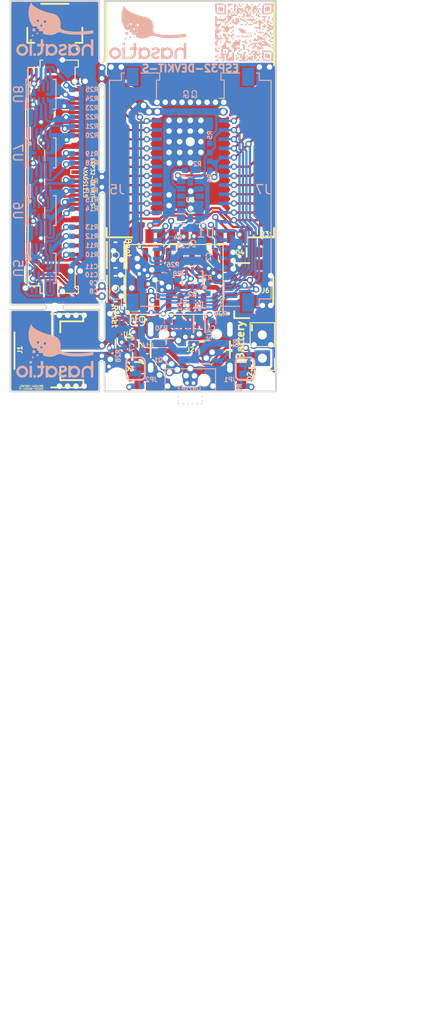
<source format=kicad_pcb>
(kicad_pcb (version 20221018) (generator pcbnew)
  (layers (0 "F.Cu" signal) (31 "B.Cu" signal) (34 "B.Paste" user) (35 "F.Paste" user) (36 "B.SilkS" user "B.Silkscreen") (37 "F.SilkS" user "F.Silkscreen") (38 "B.Mask" user) (39 "F.Mask" user) (44 "Edge.Cuts" user))
  (net 0 "")
  (net 1 "3.3V")
  (net 2 "GND")
  (net 3 "V_USB")
  (net 4 "V_BATT")
  (net 5 "VIN")
  (net 6 "Net-(D2-PadA)")
  (net 7 "Net-(D3-PadA)")
  (net 8 "/GPIO_36{slash}ADC1_0")
  (net 9 "Net-(JP1-Pad1)")
  (net 10 "/CH340-DTR")
  (net 11 "Net-(U4-STAT)")
  (net 12 "/~{RESET}")
  (net 13 "/CH340-RTS")
  (net 15 "/GPIO_39{slash}ADC1_3")
  (net 16 "/GPIO_34{slash}ADC1_6")
  (net 17 "/GPIO_35{slash}ADC1_7")
  (net 18 "/GPIO_32{slash}ADC1_4")
  (net 19 "/GPIO_33{slash}ADC1_5")
  (net 20 "/GPIO_25{slash}ADC2_8")
  (net 21 "/GPIO_26{slash}ADC2_9")
  (net 22 "/EN")
  (net 24 "Net-(J2-CC2)")
  (net 25 "Net-(J2-CC1)")
  (net 26 "/D+")
  (net 27 "/D-")
  (net 28 "/GPIO_27{slash}ADC2_7")
  (net 29 "/GPIO_14{slash}ADC2_6")
  (net 30 "/GPIO_12{slash}ADC2_5")
  (net 31 "/GPIO_13{slash}ADC2_4{slash}LED")
  (net 32 "/GPIO_9{slash}SHD")
  (net 33 "/GPIO_10{slash}SWP")
  (net 34 "/GPIO_11{slash}SCS")
  (net 35 "/GPIO_6{slash}SCK")
  (net 36 "/GPIO_22{slash}SCL")
  (net 37 "/GPIO_21{slash}SDA")
  (net 38 "/GPIO_23{slash}COPI")
  (net 39 "/GPIO_1{slash}TX")
  (net 40 "/GPIO_3{slash}RX")
  (net 41 "/GPIO_19{slash}CIPO")
  (net 42 "/GPIO_18{slash}SCK")
  (net 43 "/GPIO_5{slash}SD_CS")
  (net 44 "/GPIO_17{slash}TX")
  (net 45 "/GPIO_16{slash}RX")
  (net 46 "/GPIO_4{slash}ADC2_0")
  (net 47 "/GPIO_0{slash}ADC2_1{slash}QPWR")
  (net 48 "/GPIO_15{slash}ADC2_3")
  (net 49 "/GPIO_8{slash}SDI")
  (net 50 "/GPIO_7{slash}SDO")
  (net 51 "Net-(Q2B-B)")
  (net 52 "Net-(Q2A-B)")
  (net 53 "Net-(U1-SDO{slash}ADDR)")
  (net 54 "Net-(U1-~{CS})")
  (net 55 "Net-(U4-PROG)")
  (net 65 "unconnected-(U8-ALERT{slash}RDY-Pad2)")
  (net 67 "/GPIO_2{slash}ADC2_2")
  (net 68 "/A1")
  (net 69 "/A2")
  (net 70 "/A3")
  (net 71 "/A4")
  (net 72 "/A5")
  (net 73 "/A6")
  (net 74 "/A7")
  (net 75 "/A8")
  (net 76 "/A9")
  (net 77 "/A10")
  (net 78 "/A11")
  (net 79 "/A12")
  (net 80 "/A13")
  (net 81 "/A14")
  (net 82 "/A15")
  (net 83 "/A16")
  (net 84 "Net-(JP2-Pad1)")
  (net 85 "Net-(D4-PadA)")
  (net 92 "/V")
  (footprint "SparkFun ESP32 Thing Plus C:JST04_1MM_RA" (layer "F.Cu") (at 105.59 74.306954 90)
    (fp_text reference "J6")
    (fp_text value "QWIIC_RIGHT_ANGLE")
  )
  (footprint "Panelization:mouse-bite-1mm 2" (layer "F.Cu") (at 91.51 80.86 -90)
    (fp_text reference "mouse-bite-emm-slot" hide)
    (fp_text value "VAL**" hide)
  )
  (footprint "SparkFun ESP32 Thing Plus C:ESP-WROOM-32-NARROW" (layer "F.Cu") (at 101.153265 56.806954 90)
    (fp_text reference "U3")
    (fp_text value ">VALUE")
  )
  (footprint "Switches:TACTILE_SWITCH_SMD_2.8X1.9MM" (layer "F.Cu") (at 93.005 70.438689 -90)
    (fp_text reference "S1" hide)
    (fp_text value "Boot")
  )
  (footprint "SparkFun ESP32 Thing Plus C:USB-C-16P-2LAYER-PADS" (layer "F.Cu") (at 101.152562 77.615092)
    (fp_text reference "J2")
    (fp_text value "USB_C_2-LAYER_PADS")
  )
  (footprint "" (layer "F.Cu") (at 93.183265 83.92)
    (fp_text reference "")
    (fp_text value "")
  )
  (footprint "PCM_Package_SO_AKL:SOIC-16_3.9x9.9mm_P1.27mm" (layer "F.Cu") (at 99.425 73.085 90)
    (fp_text reference "U9")
    (fp_text value "CH340C" hide)
  )
  (footprint "Connector_FFC-FPC:Molex_200528-0200_1x20-1MP_P1.00mm_Horizontal" (layer "F.Cu") (at 87.773139 61.894815 -90)
    (fp_text reference "J4" hide)
    (fp_text value "Conn_01x20")
  )
  (footprint "Panelization:mouse-bite-1mm 2" (layer "F.Cu") (at 91.51 50.61 90)
    (fp_text reference "mouse-bite-emm-slot" hide)
    (fp_text value "VAL**" hide)
  )
  (footprint "SparkFun ESP32 Thing Plus C:JST-2-SMD" (layer "F.Cu") (at 84.980617 80.859897 90)
    (fp_text reference "J1")
    (fp_text value "JST_2MM_MALE")
  )
  (footprint "SparkFun ESP32 Thing Plus C:JST04_1MM_RA" (layer "F.Cu") (at 86.383265 47.655 180)
    (fp_text reference "J3")
    (fp_text value "QWIIC_RIGHT_ANGLE")
  )
  (footprint "Panelization:mouse-bite-1mm x2" (layer "F.Cu") (at 86.383265 76.128654)
    (fp_text reference "mouse-bite-1mm-slot" hide)
    (fp_text value "VAL**" hide)
  )
  (footprint "SparkFun ESP32 Thing Plus C:LED-0603" (layer "F.Cu") (at 106.743265 83.67 90)
    (fp_text reference "D2")
    (fp_text value "RED")
  )
  (footprint "SparkFun ESP32 Thing Plus C:LED-0603" (layer "F.Cu") (at 108.883 70.146954 180)
    (fp_text reference "D4")
    (fp_text value "BLUE")
  )
  (footprint "Panelization:mouse-bite-1mm 2" (layer "F.Cu") (at 91.513265 74.36 90)
    (fp_text reference "mouse-bite-emm-slot" hide)
    (fp_text value "VAL**" hide)
  )
  (footprint "SparkFun ESP32 Thing Plus C:0402-TIGHT" (layer "F.Cu") (at 109.43 69.063689)
    (fp_text reference "R31")
    (fp_text value "1k")
  )
  (footprint "SparkFun ESP32 Thing Plus C:LED-0603" (layer "F.Cu") (at 95.573265 83.683 90)
    (fp_text reference "D3")
    (fp_text value "Yellow")
  )
  (footprint "Switches:TACTILE_SWITCH_SMD_2.8X1.9MM" (layer "F.Cu") (at 93.005 74.098689 -90)
    (fp_text reference "S2" hide)
    (fp_text value "Reset")
  )
  (footprint "" (layer "F.Cu") (at 93.183265 83.92)
    (fp_text reference "")
    (fp_text value "")
  )
  (footprint "Connector_PinHeader_2.54mm:PinHeader_1x02_P2.54mm_Vertical" (layer "F.Cu") (at 109.006735 81.674592 180)
    (fp_text reference "REF**" hide)
    (fp_text value "PinHeader_1x02_P2.54mm_Vertical")
  )
  (footprint "Panelization:mouse-bite-1mm 2" (layer "F.Cu") (at 91.51 62.48 90)
    (fp_text reference "mouse-bite-emm-slot" hide)
    (fp_text value "VAL**" hide)
  )
  (footprint "" (layer "F.Cu") (at 109.133265 83.92)
    (fp_text reference "")
    (fp_text value "")
  )
  (footprint "SparkFun ESP32 Thing Plus C:CREATIVE_COMMONS" (layer "F.Cu") (at 119.9261 153.2636)
    (fp_text reference "FRAME1" hide)
    (fp_text value "FRAME-LEDGER" hide)
  )
  (footprint "SparkFun ESP32 Thing Plus C:SOT23-5" (layer "F.Cu") (at 94.275054 80.1299)
    (fp_text reference "U4")
    (fp_text value "MCP73831")
  )
  (footprint "Silicon-Standard:QFN-10-RSE" (layer "B.Cu") (at 84.884545 59.302056 -90)
    (fp_text reference ">NAME" hide)
    (fp_text value ">VALUE" hide)
  )
  (footprint "SparkFun ESP32 Thing Plus C:0402-TIGHT" (layer "B.Cu") (at 88.757183 67.396883)
    (fp_text reference "R13")
    (fp_text value "150k")
  )
  (footprint "Package_LGA:LGA-14_3x5mm_P0.8mm_LayoutBorder1x6y" (layer "B.Cu") (at 101.153265 64.416954 180)
    (fp_text reference "U1")
    (fp_text value "ADXL345" hide)
  )
  (footprint "SparkFun ESP32 Thing Plus C:0402-TIGHT" (layer "B.Cu") (at 100.51653 70.62 -90)
    (fp_text reference "C13")
    (fp_text value "1.0uF")
  )
  (footprint "SparkFun ESP32 Thing Plus C:SOD-323" (layer "B.Cu") (at 102.14 77.95855 -90)
    (fp_text reference "D1")
    (fp_text value "S4 3A/10V/280mV")
  )
  (footprint "SparkFun ESP32 Thing Plus C:0402-TIGHT" (layer "B.Cu") (at 88.757764 72.59)
    (fp_text reference "C10")
    (fp_text value "1.0uF")
  )
  (footprint "Package_SO:TSSOP-10_3x3mm_P0.5mm" (layer "B.Cu") (at 84.8793 52.90582 -90)
    (fp_text reference "U8")
    (fp_text value "ADS1115IDGS")
  )
  (footprint "SparkFun ESP32 Thing Plus C:0402-TIGHT" (layer "B.Cu") (at 103.27653 58.77 -90)
    (fp_text reference "R5")
    (fp_text value "4k7")
  )
  (footprint "Package_SO:TSSOP-10_3x3mm_P0.5mm" (layer "B.Cu") (at 84.88 59.298949 -90)
    (fp_text reference "U7")
    (fp_text value "ADS1115IDGS")
  )
  (footprint "SparkFun ESP32 Thing Plus C:0402-TIGHT" (layer "B.Cu") (at 95.343265 84.73 180)
    (fp_text reference "R27")
    (fp_text value "1k")
  )
  (footprint "SparkFun ESP32 Thing Plus C:0402-TIGHT" (layer "B.Cu") (at 88.757183 65.396883)
    (fp_text reference "R14")
    (fp_text value "150k")
  )
  (footprint "SparkFun ESP32 Thing Plus C:0402-TIGHT" (layer "B.Cu") (at 88.757183 63.396883)
    (fp_text reference "R16")
    (fp_text value "150k")
  )
  (footprint "SparkFun ESP32 Thing Plus C:0402-TIGHT" (layer "B.Cu") (at 88.757764 71.69)
    (fp_text reference "C11")
    (fp_text value "1.0uF")
  )
  (footprint "SparkFun ESP32 Thing Plus C:0402-TIGHT" (layer "B.Cu") (at 88.757183 60.396883 180)
    (fp_text reference "R18")
    (fp_text value "150k")
  )
  (footprint "SparkFun ESP32 Thing Plus C:0402-TIGHT" (layer "B.Cu") (at 88.757764 73.49)
    (fp_text reference "C9")
    (fp_text value "1.0uF")
  )
  (footprint "Silicon-Standard:QFN-10-RSE" (layer "B.Cu") (at 84.8793 52.90582 -90)
    (fp_text reference ">NAME" hide)
    (fp_text value ">VALUE" hide)
  )
  (footprint "SparkFun ESP32 Thing Plus C:0402-TIGHT" (layer "B.Cu") (at 103.06 74.1 90)
    (fp_text reference "R7")
    (fp_text value "10k")
  )
  (footprint "SparkFun ESP32 Thing Plus C:0402-TIGHT" (layer "B.Cu") (at 101.61653 54.3 90)
    (fp_text reference "C3")
    (fp_text value "1.0uF")
  )
  (footprint "SparkFun ESP32 Thing Plus C:0402-TIGHT" (layer "B.Cu") (at 92.49 81.42 90)
    (fp_text reference "R28")
    (fp_text value "2.0k")
  )
  (footprint "SparkFun ESP32 Thing Plus C:0402-TIGHT" (layer "B.Cu") (at 103.92 77.58 180)
    (fp_text reference "R29")
    (fp_text value "5.1k")
  )
  (footprint "SparkFun ESP32 Thing Plus C:0402-TIGHT" (layer "B.Cu") (at 102.31653 70.62 -90)
    (fp_text reference "C2")
    (fp_text value "1.0uF")
  )
  (footprint "Package_SO:TSSOP-10_3x3mm_P0.5mm" (layer "B.Cu") (at 84.8793 71.87289 -90)
    (fp_text reference "U5")
    (fp_text value "ADS1115IDGS")
  )
  (footprint "SparkFun ESP32 Thing Plus C:0402-TIGHT" (layer "B.Cu") (at 88.757183 69.396883)
    (fp_text reference "R11")
    (fp_text value "150k")
  )
  (footprint "SparkFun ESP32 Thing Plus C:0402-TIGHT" (layer "B.Cu") (at 107.07 81.39 180)
    (fp_text reference "C12")
    (fp_text value "0.1uF")
  )
  (footprint "SparkFun ESP32 Thing Plus C:DFN-8" (layer "B.Cu") (at 93.67 78.6 180)
    (fp_text reference "U10")
    (fp_text value "MAX17048")
  )
  (footprint "SparkFun ESP32 Thing Plus C:0402-TIGHT" (layer "B.Cu") (at 99.72 73.67 -90)
    (fp_text reference "R8")
    (fp_text value "10k")
  )
  (footprint "logo:qr-esp32-devkit-s" (layer "B.Cu") (at 107.02 46.17 180)
    (fp_text reference "G***" hide)
    (fp_text value "LOGO" hide)
  )
  (footprint "SparkFun ESP32 Thing Plus C:0402-TIGHT" (layer "B.Cu") (at 99.96 78.39 -90)
    (fp_text reference "R1")
    (fp_text value "10k")
  )
  (footprint "SparkFun ESP32 Thing Plus C:SMT-JUMPER_2_NC_TRACE_SILK" (layer "B.Cu") (at 107.12653 82.8293 90)
    (fp_text reference "JP1")
    (fp_text value "JUMPER-SMT_2_NC_TRACE_SILK")
  )
  (footprint "Button_Switch_SMD:SW_SPDT_k3-1295" (layer "B.Cu") (at 101.153265 84.077988 180)
    (fp_text reference "SW1" hide)
    (fp_text value "ON/OFF")
  )
  (footprint "SparkFun ESP32 Thing Plus C:0402-TIGHT" (layer "B.Cu") (at 88.757183 52.396883 180)
    (fp_text reference "R25")
    (fp_text value "150k")
  )
  (footprint "Silicon-Standard:QFN-10-RSE" (layer "B.Cu") (at 84.886385 65.593996 -90)
    (fp_text reference ">NAME" hide)
    (fp_text value ">VALUE" hide)
  )
  (footprint "SparkFun ESP32 Thing Plus C:0402-TIGHT" (layer "B.Cu") (at 100.86 78.39 90)
    (fp_text reference "C6")
    (fp_text value "4.7uF")
  )
  (footprint "SparkFun ESP32 Thing Plus C:0402-TIGHT" (layer "B.Cu") (at 88.757183 64.396883)
    (fp_text reference "R15")
    (fp_text value "150k")
  )
  (footprint "SparkFun ESP32 Thing Plus C:0402-TIGHT" (layer "B.Cu") (at 88.757183 62.396883)
    (fp_text reference "R17")
    (fp_text value "150k")
  )
  (footprint "SparkFun ESP32 Thing Plus C:0402-TIGHT" (layer "B.Cu") (at 106.973265 84.73)
    (fp_text reference "R9")
    (fp_text value "1k")
  )
  (footprint "SparkFun ESP32 Thing Plus C:0402-TIGHT" (layer "B.Cu") (at 100.37 76.99 180)
    (fp_text reference "C1")
    (fp_text value "1.0uF")
  )
  (footprint "SparkFun ESP32 Thing Plus C:0402-TIGHT" (layer "B.Cu") (at 88.757183 70.396883)
    (fp_text reference "R10")
    (fp_text value "150k")
  )
  (footprint "SparkFun ESP32 Thing Plus C:0402-TIGHT" (layer "B.Cu") (at 88.757183 53.396883 180)
    (fp_text reference "R24")
    (fp_text value "150k")
  )
  (footprint "SparkFun ESP32 Thing Plus C:SMT-JUMPER_2_NC_TRACE_SILK" (layer "B.Cu") (at 95.18653 82.8093 90)
    (fp_text reference "JP2")
    (fp_text value "JUMPER-SMT_2_NC_TRACE_SILK")
  )
  (footprint "SparkFun ESP32 Thing Plus C:0402-TIGHT" (layer "B.Cu") (at 100.70653 54.3 90)
    (fp_text reference "C5")
    (fp_text value "10uF")
  )
  (footprint "SparkFun ESP32 Thing Plus C:SOT23-3" (layer "B.Cu") (at 99.22 80.93 -90)
    (fp_text reference "Q1")
    (fp_text value "DMG2305UX 20V/4.2A/52mΩ/1.4W")
  )
  (footprint "SparkFun ESP32 Thing Plus C:0402-TIGHT" (layer "B.Cu") (at 103.27653 60.68 90)
    (fp_text reference "R6")
    (fp_text value "4k7")
  )
  (footprint "SparkFun ESP32 Thing Plus C:0402-TIGHT" (layer "B.Cu") (at 88.757183 54.396883 180)
    (fp_text reference "R23")
    (fp_text value "150k")
  )
  (footprint "SparkFun ESP32 Thing Plus C:0402-TIGHT" (layer "B.Cu") (at 98.41653 77.58)
    (fp_text reference "R30")
    (fp_text value "5.1k")
  )
  (footprint "SparkFun ESP32 Thing Plus C:0402-TIGHT" (layer "B.Cu") (at 88.757183 59.396883 180)
    (fp_text reference "R19")
    (fp_text value "150k")
  )
  (footprint "SparkFun ESP32 Thing Plus C:0402-TIGHT" (layer "B.Cu") (at 105.31 80.66 -90)
    (fp_text reference "R3")
    (fp_text value "10k")
  )
  (footprint "SparkFun ESP32 Thing Plus C:SOT23-5" (layer "B.Cu") (at 102.8299 81.01 -90)
    (property "Value" "")
    (fp_text reference "U2")
    (fp_text value "AP2112K-3.3" hide)
  )
  (footprint "SparkFun ESP32 Thing Plus C:0402-TIGHT" (layer "B.Cu") (at 101.08653 61.2)
    (fp_text reference "R2")
    (fp_text value "4k7")
  )
  (footprint "Silicon-Standard:QFN-10-RSE" (layer "B.Cu") (at 84.8793 71.87289 -90)
    (fp_text reference ">NAME" hide)
    (fp_text value ">VALUE" hide)
  )
  (footprint "logo:Hasatio_logo_mini" (layer "B.Cu") (at 86.293265 80.88 180)
    (fp_text reference "G***" hide)
    (fp_text value "LOGO" hide)
  )
  (footprint "SparkFun ESP32 Thing Plus C:0402-TIGHT" (layer "B.Cu") (at 99.26653 70.16 90)
    (fp_text reference "R26")
    (fp_text value "10k")
  )
  (footprint "Connector_FFC-FPC:Molex_200528-0200_1x20-1MP_P1.00mm_Horizontal" (layer "B.Cu") (at 96.643265 63.306954 90)
    (fp_text reference "J5")
    (fp_text value "Conn_01x20" hide)
  )
  (footprint "SparkFun ESP32 Thing Plus C:0402-TIGHT" (layer "B.Cu") (at 88.757183 56.396883 180)
    (fp_text reference "R21")
    (fp_text value "150k")
  )
  (footprint "SparkFun ESP32 Thing Plus C:0402-TIGHT" (layer "B.Cu") (at 88.757183 57.396883 180)
    (fp_text reference "R20")
    (fp_text value "150k")
  )
  (footprint "SparkFun ESP32 Thing Plus C:0402-TIGHT" (layer "B.Cu") (at 93.96 81.02 -90)
    (fp_text reference "C7")
    (fp_text value "4.7uF")
  )
  (footprint "logo:Hasatio_logo_mini" (layer "B.Cu") (at 96.42 46.18 180)
    (fp_text reference "G***" hide)
    (fp_text value "LOGO" hide)
  )
  (footprint "SparkFun ESP32 Thing Plus C:0402-TIGHT" (layer "B.Cu") (at 96.47 80.99 180)
    (fp_text reference "C14")
    (fp_text value "0.1uF")
  )
  (footprint "logo:Hasatio_logo_mini" (layer "B.Cu") (at 86.293805 45.81 180)
    (fp_text reference "G***" hide)
    (fp_text value "LOGO" hide)
  )
  (footprint "Connector_FFC-FPC:Molex_200528-0200_1x20-1MP_P1.00mm_Horizontal" (layer "B.Cu") (at 105.663265 63.306954 -90)
    (fp_text reference "J7")
    (fp_text value "Conn_01x20" hide)
  )
  (footprint "SparkFun ESP32 Thing Plus C:0402-TIGHT" (layer "B.Cu") (at 88.757764 74.39)
    (fp_text reference "C8")
    (fp_text value "1.0uF")
  )
  (footprint "SparkFun ESP32 Thing Plus C:0402-TIGHT" (layer "B.Cu") (at 88.757183 55.396883 180)
    (fp_text reference "R22")
    (fp_text value "150k")
  )
  (footprint "SparkFun ESP32 Thing Plus C:SC70-6" (layer "B.Cu") (at 101.39 72.95 180)
    (fp_text reference "Q2")
    (fp_text value "MBT3904DW1T1")
  )
  (footprint "SparkFun ESP32 Thing Plus C:0402-TIGHT" (layer "B.Cu") (at 88.757183 68.396883)
    (fp_text reference "R12")
    (fp_text value "150k")
  )
  (footprint "SparkFun ESP32 Thing Plus C:0402-TIGHT" (layer "B.Cu") (at 101.41653 70.62 -90)
    (fp_text reference "C4")
    (fp_text value "10uF" hide)
  )
  (footprint "SparkFun ESP32 Thing Plus C:0402-TIGHT" (layer "B.Cu") (at 100.143265 67.646954 180)
    (fp_text reference "R4")
    (fp_text value "10k")
  )
  (footprint "Package_SO:TSSOP-10_3x3mm_P0.5mm" (layer "B.Cu") (at 84.8793 65.589949 -90)
    (fp_text reference "U6")
    (fp_text value "ADS1115IDGS")
  )
  (gr_arc (start 85.19 75.827046) (mid 85.489954 76.127) (end 85.19 76.426954) (stroke (width 0.1)) (layer "Edge.Cuts"))
  (gr_line (start 91.813265 82.33) (end 91.813265 85.29) (stroke (width 0.2)) (layer "Edge.Cuts"))
  (gr_arc (start 91.813265 79.39) (mid 91.513265 79.69) (end 91.213265 79.39) (stroke (width 0.1)) (layer "Edge.Cuts"))
  (gr_line (start 91.813265 61.01) (end 91.813265 52.08) (stroke (width 0.2)) (layer "Edge.Cuts"))
  (gr_line (start 87.57 75.826954) (end 91.213265 75.826954) (stroke (width 0.2)) (layer "Edge.Cuts"))
  (gr_line (start 91.213265 63.95) (end 91.213265 72.89) (stroke (width 0.2)) (layer "Edge.Cuts"))
  (gr_arc (start 91.813265 49.14) (mid 91.513265 49.44) (end 91.213265 49.14) (stroke (width 0.1)) (layer "Edge.Cuts"))
  (gr_line (start 81.55 75.826954) (end 81.55 42.746954) (stroke (width 0.2)) (layer "Edge.Cuts"))
  (gr_line (start 91.213265 85.296735) (end 91.213265 82.33) (stroke (width 0.2)) (layer "Edge.Cuts"))
  (gr_line (start 91.213265 76.43) (end 91.213265 79.39) (stroke (width 0.2)) (layer "Edge.Cuts"))
  (gr_arc (start 91.213265 82.33) (mid 91.513265 82.03) (end 91.813265 82.33) (stroke (width 0.1)) (layer "Edge.Cuts"))
  (gr_arc (start 91.813265 72.89) (mid 91.513265 73.19) (end 91.213265 72.89) (stroke (width 0.1)) (layer "Edge.Cuts"))
  (gr_line (start 91.813265 49.14) (end 91.813265 42.746954) (stroke (width 0.2)) (layer "Edge.Cuts"))
  (gr_arc (start 91.813265 61.01) (mid 91.513265 61.31) (end 91.213265 61.01) (stroke (width 0.1)) (layer "Edge.Cuts"))
  (gr_line (start 81.55 75.826954) (end 85.19 75.826954) (stroke (width 0.2)) (layer "Edge.Cuts"))
  (gr_line (start 91.213265 52.08) (end 91.213265 61.01) (stroke (width 0.2)) (layer "Edge.Cuts"))
  (gr_arc (start 91.213265 52.08) (mid 91.513265 51.78) (end 91.813265 52.08) (stroke (width 0.1)) (layer "Edge.Cuts"))
  (gr_line (start 110.493265 42.746954) (end 110.493265 85.29) (stroke (width 0.2)) (layer "Edge.Cuts"))
  (gr_line (start 110.493265 42.746954) (end 91.813265 42.746954) (stroke (width 0.2)) (layer "Edge.Cuts"))
  (gr_line (start 91.813265 75.826954) (end 91.813265 79.39) (stroke (width 0.2)) (layer "Edge.Cuts"))
  (gr_arc (start 87.57 76.426954) (mid 87.270046 76.127) (end 87.57 75.826954) (stroke (width 0.1)) (layer "Edge.Cuts"))
  (gr_line (start 87.57 76.426954) (end 91.213265 76.43) (stroke (width 0.2)) (layer "Edge.Cuts"))
  (gr_line (start 91.213265 42.746954) (end 91.213265 49.14) (stroke (width 0.2)) (layer "Edge.Cuts"))
  (gr_line (start 81.55 76.426954) (end 81.55 85.293689) (stroke (width 0.2)) (layer "Edge.Cuts"))
  (gr_line (start 81.55 76.426954) (end 85.19 76.426954) (stroke (width 0.2)) (layer "Edge.Cuts"))
  (gr_line (start 110.493265 85.29) (end 91.813265 85.29) (stroke (width 0.2)) (layer "Edge.Cuts"))
  (gr_line (start 91.813265 63.95) (end 91.813265 72.89) (stroke (width 0.2)) (layer "Edge.Cuts"))
  (gr_line (start 81.55 85.293689) (end 91.213265 85.296735) (stroke (width 0.2)) (layer "Edge.Cuts"))
  (gr_arc (start 91.213265 63.95) (mid 91.513265 63.65) (end 91.813265 63.95) (stroke (width 0.1)) (layer "Edge.Cuts"))
  (gr_line (start 91.213265 42.746954) (end 81.55 42.746954) (stroke (width 0.2)) (layer "Edge.Cuts"))
  (gr_arc (start 91.213265 75.826954) (mid 91.513265 75.526954) (end 91.813265 75.826954) (stroke (width 0.1)) (layer "Edge.Cuts"))
  (gr_text "ESP32-DEVKIT-S" (at 101.17653 50.09) (layer "B.SilkS") (effects (font (size 0.8 0.8) (thickness 0.2) bold) (justify mirror)))
  (gr_text "C1" (at 103.41 78.41) (layer "B.SilkS") (effects (font (size 0.48768 0.48768) (thickness 0.12192)) (justify mirror)))
  (gr_text "-" (at 107.92 78.36 -90) (layer "F.SilkS") (effects (font (size 0.8 0.8) (thickness 0.2) bold)))
  (gr_text "4XADS1115" (at 89.702666 62.48 -90) (layer "F.SilkS") (effects (font (size 0.4 0.4) (thickness 0.1) bold)))
  (gr_text "BATTERY-SOCKET" (at 83.815582 84.692943 180) (layer "F.SilkS") (effects (font (size 0.2 0.2) (thickness 0.05) bold)))
  (gr_text "ESP32-DEVKIT-S" (at 83.815582 84.992943 180) (layer "F.SilkS") (effects (font (size 0.2 0.2) (thickness 0.05) bold)))
  (gr_text "ESP32-DEVKIT-S" (at 90.502676 62.478293 -90) (layer "F.SilkS") (effects (font (size 0.4 0.4) (thickness 0.1) bold)))
  (gr_text "+" (at 107.92 82.749184 -90) (layer "F.SilkS") (effects (font (size 0.8 0.8) (thickness 0.2) bold)))
  (gr_text "Battery" (at 106.61 79.73 90) (layer "F.SilkS") (effects (font (size 0.8 0.8) (thickness 0.2) bold)))
  (segment (start 95.975553 72.0615) (end 96.15 72.0615) (width 0.508) (layer "F.Cu") (net 1))
  (segment (start 84.31614 64.618405) (end 84.495712 64.797977) (width 0.3048) (layer "F.Cu") (net 1))
  (segment (start 84.306151 58.083689) (end 84.306151 56.639647) (width 0.3048) (layer "F.Cu") (net 1))
  (segment (start 84.653647 62.236396) (end 84.653647 60.296869) (width 0.3048) (layer "F.Cu") (net 1))
  (segment (start 85.065731 67.86942) (end 85.065731 69.153689) (width 0.3048) (layer "F.Cu") (net 1))
  (segment (start 84.452279 54.625968) (end 84.653087 54.42516) (width 0.3048) (layer "F.Cu") (net 1))
  (segment (start 84.3 64.433689) (end 84.3 64.565495) (width 0.3048) (layer "F.Cu") (net 1))
  (segment (start 94.98 71.065947) (end 95.880053 71.966) (width 0.508) (layer "F.Cu") (net 1))
  (segment (start 87.223265 45.361) (end 87.472557 45.361) (width 0.508) (layer "F.Cu") (net 1))
  (segment (start 103.999118 73.953072) (end 101.911468 73.953072) (width 0.508) (layer "F.Cu") (net 1))
  (segment (start 84.868131 68.732391) (end 84.868131 65.170396) (width 0.3048) (layer "F.Cu") (net 1))
  (segment (start 87.321318 45.262947) (end 87.223265 45.361) (width 0.3048) (layer "F.Cu") (net 1))
  (segment (start 95.569 71.554484) (end 95.569 71.004227) (width 0.508) (layer "F.Cu") (net 1))
  (segment (start 95.569 71.004227) (end 95.370421 70.805648) (width 0.508) (layer "F.Cu") (net 1))
  (segment (start 84.57 63.673689) (end 85.061723 63.181966) (width 0.3048) (layer "F.Cu") (net 1))
  (segment (start 95.569 71.004227) (end 95.569 71.654947) (width 0.508) (layer "F.Cu") (net 1))
  (segment (start 88.49001 45.315147) (end 88.993827 45.315147) (width 0.3048) (layer "F.Cu") (net 1))
  (segment (start 84.317042 70.204741) (end 84.317042 70.493689) (width 0.3048) (layer "F.Cu") (net 1))
  (segment (start 98.79 75.56) (end 98.79 75.093) (width 0.508) (layer "F.Cu") (net 1))
  (segment (start 85.065731 69.456052) (end 84.474047 70.047736) (width 0.3048) (layer "F.Cu") (net 1))
  (segment (start 83.913312 69.913689) (end 83.913312 70.719274) (width 0.3048) (layer "F.Cu") (net 1))
  (segment (start 84.566288 63.673689) (end 84.57 63.673689) (width 0.3048) (layer "F.Cu") (net 1))
  (segment (start 84.879669 65.145164) (end 85.065731 65.331226) (width 0.3048) (layer "F.Cu") (net 1))
  (segment (start 83.313275 45.361) (end 82.435982 45.361) (width 0.508) (layer "F.Cu") (net 1))
  (segment (start 88.96001 45.262947) (end 88.06061 45.262947) (width 0.3048) (layer "F.Cu") (net 1))
  (segment (start 98.047425 72.719689) (end 98.778611 72.719689) (width 0.508) (layer "F.Cu") (net 1))
  (segment (start 91.51 51.17) (end 91.263474 51.17) (width 0.762) (layer "F.Cu") (net 1))
  (segment (start 86.405126 75.448815) (end 87.534874 75.448815) (width 0.254) (layer "F.Cu") (net 1))
  (segment (start 84.3 64.602265) (end 84.3 64.433689) (width 0.3048) (layer "F.Cu") (net 1))
  (segment (start 85.065731 66.533689) (end 85.065731 67.86942) (width 0.3048) (layer "F.Cu") (net 1))
  (segment (start 87.07162 72.157415) (end 88.923434 74.009229) (width 0.3048) (layer "F.Cu") (net 1))
  (segment (start 84.653647 60.162129) (end 83.907916 59.416398) (width 0.3048) (layer "F.Cu") (net 1))
  (segment (start 84.18 61.15719) (end 84.653647 60.683543) (width 0.3048) (layer "F.Cu") (net 1))
  (segment (start 96.49 72.67) (end 95.78 72.67) (width 0.508) (layer "F.Cu") (net 1))
  (segment (start 96.65 54.81) (end 96.653046 54.806954) (width 0.3048) (layer "F.Cu") (net 1))
  (segment (start 93.568181 51.646954) (end 96.728181 54.806954) (width 0.762) (layer "F.Cu") (net 1))
  (segment (start 84.953988 71.533689) (end 85.45 71.533689) (width 0.3048) (layer "F.Cu") (net 1))
  (segment (start 97.293736 71.966) (end 98.047425 72.719689) (width 0.508) (layer "F.Cu") (net 1))
  (segment (start 85.065731 65.331226) (end 85.065731 66.533689) (width 0.3048) (layer "F.Cu") (net 1))
  (segment (start 83.913312 67.753481) (end 84.663104 67.003689) (width 0.3048) (layer "F.Cu") (net 1))
  (segment (start 91.51 50.05) (end 90.323689 50.05) (width 0.762) (layer "F.Cu") (net 1))
  (segment (start 88.49001 45.315147) (end 88.32001 45.315147) (width 0.3048) (layer "F.Cu") (net 1))
  (segment (start 96.49 72.67) (end 96.854021 72.305979) (width 0.508) (layer "F.Cu") (net 1))
  (segment (start 84.3 63.643689) (end 84.33 63.613689) (width 0.3048) (layer "F.Cu") (net 1))
  (segment (start 90.199139 72.291279) (end 90.199139 52.234335) (width 0.508) (layer "F.Cu") (net 1))
  (segment (start 90.651606 50.908394) (end 90.651606 51.890392) (width 0.762) (layer "F.Cu") (net 1))
  (segment (start 84.653647 60.296869) (end 85.061723 60.296869) (width 0.3048) (layer "F.Cu") (net 1))
  (segment (start 84.18 61.163689) (end 84.18 61.15719) (width 0.3048) (layer "F.Cu") (net 1))
  (segment (start 84.3 64.023689) (end 84.3 63.643689) (width 0.3048) (layer "F.Cu") (net 1))
  (segment (start 95.569 71.654947) (end 95.975553 72.0615) (width 0.508) (layer "F.Cu") (net 1))
  (segment (start 84.566288 63.673689) (end 84.31614 63.923837) (width 0.3048) (layer "F.Cu") (net 1))
  (segment (start 90.7 49.470399) (end 90.7 49.133689) (width 0.762) (layer "F.Cu") (net 1))
  (segment (start 99.319461 73.260539) (end 99.935922 73.877) (width 0.508) (layer "F.Cu") (net 1))
  (segment (start 91.763056 51.17) (end 91.51 51.17) (width 0.762) (layer "F.Cu") (net 1))
  (segment (start 83.913312 69.913689) (end 83.913312 67.753481) (width 0.3048) (layer "F.Cu") (net 1))
  (segment (start 82.705982 45.361) (end 83.313275 45.361) (width 0.508) (layer "F.Cu") (net 1))
  (segment (start 84.518417 69.082106) (end 84.317042 69.28348) (width 0.3048) (layer "F.Cu") (net 1))
  (segment (start 88.32001 45.315147) (end 88.37221 45.262947) (width 0.3048) (layer "F.Cu") (net 1))
  (segment (start 83.913312 70.719274) (end 85.351453 72.157415) (width 0.3048) (layer "F.Cu") (net 1))
  (segment (start 85.061723 59.071388) (end 84.306151 58.315816) (width 0.3048) (layer "F.Cu") (net 1))
  (segment (start 92.24001 51.646954) (end 91.763056 51.17) (width 0.762) (layer "F.Cu") (net 1))
  (segment (start 88.117476 72.171227) (end 88.117476 72.319936) (width 0.508) (layer "F.Cu") (net 1))
  (segment (start 88.00841 45.315147) (end 87.50001 45.315147) (width 0.3048) (layer "F.Cu") (net 1))
  (segment (start 83.907916 55.035592) (end 84.653087 54.290421) (width 0.3048) (layer "F.Cu") (net 1))
  (segment (start 86.883265 47.13061) (end 86.883265 47.655) (width 0.3048) (layer "F.Cu") (net 1))
  (segment (start 84.31614 63.923837) (end 84.31614 64.618405) (width 0.3048) (layer "F.Cu") (net 1))
  (segment (start 101.911468 73.953072) (end 101.835396 73.877) (width 0.508) (layer "F.Cu") (net 1))
  (segment (start 92.915265 51.646954) (end 92.24001 51.646954) (width 0.762) (layer "F.Cu") (net 1))
  (segment (start 89.91771 45.262947) (end 89.95001 45.295247) (width 0.3048) (layer "F.Cu") (net 1))
  (segment (start 104.853 74.806954) (end 103.999118 73.953072) (width 0.508) (layer "F.Cu") (net 1))
  (segment (start 99.6315 73.572578) (end 99.6315 74.2515) (width 0.508) (layer "F.Cu") (net 1))
  (segment (start 101.5298 80.201189) (end 101.5298 81.275407) (width 0.254) (layer "F.Cu") (net 1))
  (segment (start 95.880053 71.966) (end 97.293736 71.966) (width 0.508) (layer "F.Cu") (net 1))
  (segment (start 84.653647 60.683543) (end 84.653647 60.583689) (width 0.3048) (layer "F.Cu") (net 1))
  (segment (start 85.061723 60.296869) (end 85.061723 59.853689) (width 0.3048) (layer "F.Cu") (net 1))
  (segment (start 95.59 71.866414) (end 95.423535 71.699949) (width 0.508) (layer "F.Cu") (net 1))
  (segment (start 101.835396 73.877) (end 100.42 73.877) (width 0.508) (layer "F.Cu") (net 1))
  (segment (start 84.306151 58.083689) (end 84.306151 57.747538) (width 0.3048) (layer "F.Cu") (net 1))
  (segment (start 84.474047 70.047736) (end 84.317042 70.204741) (width 0.3048) (layer "F.Cu") (net 1))
  (segment (start 84.610735 75.472954) (end 87.25 75.472954) (width 0.254) (layer "F.Cu") (net 1))
  (segment (start 95.59 72.48) (end 95.59 71.866414) (width 0.508) (layer "F.Cu") (net 1))
  (segment (start 91.51 50.05) (end 90.651606 50.908394) (width 0.762) (layer "F.Cu") (net 1))
  (segment (start 83.313275 45.361) (end 87.223265 45.361) (width 0.508) (layer "F.Cu") (net 1))
  (segment (start 96.854021 72.305979) (end 97.634422 72.305979) (width 0.508) (layer "F.Cu") (net 1))
  (segment (start 84.868131 68.732391) (end 84.518417 69.082106) (width 0.3048) (layer "F.Cu") (net 1))
  (segment (start 84.653087 54.290421) (end 84.653087 54.133689) (width 0.3048) (layer "F.Cu") (net 1))
  (segment (start 89.488191 73.002227) (end 90.199139 72.291279) (width 0.508) (layer "F.Cu") (net 1))
  (segment (start 98.79 75.093) (end 99.6315 74.2515) (width 0.508) (layer "F.Cu") (net 1))
  (segment (start 94.98 70.61) (end 94.98 71.065947) (width 0.508) (layer "F.Cu") (net 1))
  (segment (start 95.7315 72.48) (end 96.15 72.0615) (width 0.508) (layer "F.Cu") (net 1))
  (segment (start 86.405126 75.448815) (end 84.634874 75.448815) (width 0.254) (layer "F.Cu") (net 1))
  (segment (start 99.935922 73.877) (end 100.006 73.877) (width 0.508) (layer "F.Cu") (net 1))
  (segment (start 84.317042 69.28348) (end 84.317042 70.896743) (width 0.3048) (layer "F.Cu") (net 1))
  (segment (start 84.868131 68.732391) (end 84.663104 68.527364) (width 0.3048) (layer "F.Cu") (net 1))
  (segment (start 88.799767 73.002227) (end 89.488191 73.002227) (width 0.508) (layer "F.Cu") (net 1))
  (segment (start 103.191041 82.361988) (end 105.013438 80.539592) (width 0.254) (layer "F.Cu") (net 1))
  (segment (start 100.006 73.877) (end 100.42 73.877) (width 0.508) (layer "F.Cu") (net 1))
  (segment (start 90.217929 45.262947) (end 90.233275 45.278293) (width 0.3048) (layer "F.Cu") (net 1))
  (segment (start 88.06061 45.262947) (end 88.00841 45.315147) (width 0.3048) (layer "F.Cu") (net 1))
  (segment (start 91.263474 51.17) (end 90.698755 51.734719) (width 0.762) (layer "F.Cu") (net 1))
  (segment (start 84.3 64.433689) (end 84.3 64.023689) (width 0.3048) (layer "F.Cu") (net 1))
  (segment (start 102.616381 82.361988) (end 103.191041 82.361988) (width 0.254) (layer "F.Cu") (net 1))
  (segment (start 98.778611 72.719689) (end 99.319461 73.260539) (width 0.508) (layer "F.Cu") (net 1))
  (segment (start 85.061723 59.853689) (end 85.061723 59.071388) (width 0.3048) (layer "F.Cu") (net 1))
  (segment (start 86.405126 75.448815) (end 86.42 75.463689) (width 0.254) (layer "F.Cu") (net 1))
  (segment (start 101.5298 81.275407) (end 102.616381 82.361988) (width 0.254) (layer "F.Cu") (net 1))
  (segment (start 88.328553 51.303028) (end 88.545906 51.520381) (width 0.3048) (layer "F.Cu") (net 1))
  (segment (start 84.663104 68.527364) (end 84.663104 66.453649) (width 0.3048) (layer "F.Cu") (net 1))
  (segment (start 90.199139 52.234335) (end 90.698755 51.734719) (width 0.508) (layer "F.Cu") (net 1))
  (segment (start 91.279601 50.05) (end 90.7 49.470399) (width 0.762) (layer "F.Cu") (net 1))
  (segment (start 99.6315 74.2515) (end 100.006 73.877) (width 0.508) (layer "F.Cu") (net 1))
  (segment (start 84.653087 54.425161) (end 84.653087 53.386776) (width 0.3048) (layer "F.Cu") (net 1))
  (segment (start 96.49 72.4015) (end 96.15 72.0615) (width 0.508) (layer "F.Cu") (net 1))
  (segment (start 84.317042 70.896743) (end 84.953988 71.533689) (width 0.3048) (layer "F.Cu") (net 1))
  (segment (start 99.319461 73.260539) (end 99.6315 73.572578) (width 0.508) (layer "F.Cu") (net 1))
  (segment (start 84.495712 64.797977) (end 84.3 64.602265) (width 0.3048) (layer "F.Cu") (net 1))
  (segment (start 84.452279 54.625968) (end 84.653087 54.425161) (width 0.3048) (layer "F.Cu") (net 1))
  (segment (start 85.061723 62.114532) (end 84.864123 62.312132) (width 0.3048) (layer "F.Cu") (net 1))
  (segment (start 85.19 75.447554) (end 85.053739 75.311293) (width 0.3048) (layer "F.Cu") (net 1))
  (segment (start 84.58 53.313689) (end 84.58 53.043689) (width 0.3048) (layer "F.Cu") (net 1))
  (segment (start 84.518417 69.082106) (end 83.913312 69.687211) (width 0.3048) (layer "F.Cu") (net 1))
  (segment (start 85.065731 69.153689) (end 85.065731 69.456052) (width 0.3048) (layer "F.Cu") (net 1))
  (segment (start 89.573275 45.262947) (end 89.91771 45.262947) (width 0.3048) (layer "F.Cu") (net 1))
  (segment (start 84.653647 60.296869) (end 84.653647 60.162129) (width 0.3048) (layer "F.Cu") (net 1))
  (segment (start 84.864123 62.446872) (end 84.653647 62.236396) (width 0.3048) (layer "F.Cu") (net 1))
  (segment (start 84.58 53.043689) (end 87.25 50.373689) (width 0.3048) (layer "F.Cu") (net 1))
  (segment (start 90.698755 51.734719) (end 90.698755 52.103651) (width 0.762) (layer "F.Cu") (net 1))
  (segment (start 95.175648 70.805648) (end 94.98 70.61) (width 0.508) (layer "F.Cu") (net 1))
  (segment (start 94.98 70.61) (end 94.98 71.87) (width 0.508) (layer "F.Cu") (net 1))
  (segment (start 85.061723 61.613689) (end 85.061723 62.114532) (width 0.3048) (layer "F.Cu") (net 1))
  (segment (start 84.634874 75.448815) (end 84.610735 75.472954) (width 0.254) (layer "F.Cu") (net 1))
  (segment (start 90.853689 50.513689) (end 90.75 50.513689) (width 0.762) (layer "F.Cu") (net 1))
  (segment (start 87.360661 51.303028) (end 88.328553 51.303028) (width 0.3048) (layer "F.Cu") (net 1))
  (segment (start 91.51 50.05) (end 91.279601 50.05) (width 0.762) (layer "F.Cu") (net 1))
  (segment (start 105.59 74.806954) (end 104.853 74.806954) (width 0.508) (layer "F.Cu") (net 1))
  (segment (start 94.98 71.87) (end 95.59 72.48) (width 0.508) (layer "F.Cu") (net 1))
  (segment (start 95.59 72.48) (end 95.7315 72.48) (width 0.508) (layer "F.Cu") (net 1))
  (segment (start 96.728181 54.806954) (end 97.553265 54.806954) (width 0.762) (layer "F.Cu") (net 1))
  (segment (start 95.78 72.67) (end 95.59 72.48) (width 0.508) (layer "F.Cu") (net 1))
  (segment (start 105.013438 80.539592) (end 107.221925 80.539592) (width 0.254) (layer "F.Cu") (net 1))
  (segment (start 88.37221 45.262947) (end 88.96001 45.262947) (width 0.3048) (layer "F.Cu") (net 1))
  (segment (start 84.3 64.023689) (end 84.3 63.939977) (width 0.3048) (layer "F.Cu") (net 1))
  (segment (start 92.915265 51.646954) (end 93.568181 51.646954) (width 0.762) (layer "F.Cu") (net 1))
  (segment (start 84.663104 66.453649) (end 83.907916 65.698461) (width 0.3048) (layer "F.Cu") (net 1))
  (segment (start 83.907916 65.698461) (end 83.907916 61.435773) (width 0.3048) (layer "F.Cu") (net 1))
  (segment (start 84.306151 58.315816) (end 84.306151 58.083689) (width 0.3048) (layer "F.Cu") (net 1))
  (segment (start 88.06061 45.262947) (end 87.321318 45.262947) (width 0.3048) (layer "F.Cu") (net 1))
  (segment (start 84.306151 56.639647) (end 84.877513 56.068285) (width 0.3048) (layer "F.Cu") (net 1))
  (segment (start 89.573275 45.262947) (end 90.217929 45.262947) (width 0.3048) (layer "F.Cu") (net 1))
  (segment (start 93.393265 51.646954) (end 92.915265 51.646954) (width 0.508) (layer "F.Cu") (net 1))
  (segment (start 88.49001 45.315147) (end 87.72161 45.315147) (width 0.3048) (layer "F.Cu") (net 1))
  (segment (start 85.351453 72.157415) (end 87.07162 72.157415) (width 0.3048) (layer "F.Cu") (net 1))
  (segment (start 88.923434 74.009229) (end 89.93108 74.009229) (width 0.3048) (layer "F.Cu") (net 1))
  (segment (start 84.653087 54.010602) (end 87.360661 51.303028) (width 0.3048) (layer "F.Cu") (net 1))
  (segment (start 83.907916 59.416398) (end 83.907916 55.035592) (width 0.3048) (layer "F.Cu") (net 1))
  (segment (start 91.51 51.17) (end 91.51 50.05) (width 0.762) (layer "F.Cu") (net 1))
  (segment (start 83.907916 61.435773) (end 84.18 61.163689) (width 0.3048) (layer "F.Cu") (net 1))
  (segment (start 85.061723 59.853689) (end 85.061723 61.613689) (width 0.3048) (layer "F.Cu") (net 1))
  (segment (start 91.51 51.17) (end 90.853689 50.513689) (width 0.762) (layer "F.Cu") (net 1))
  (segment (start 95.423535 71.699949) (end 95.569 71.554484) (width 0.508) (layer "F.Cu") (net 1))
  (segment (start 84.868131 65.170396) (end 84.495712 64.797977) (width 0.3048) (layer "F.Cu") (net 1))
  (segment (start 83.913312 69.687211) (end 83.913312 69.913689) (width 0.3048) (layer "F.Cu") (net 1))
  (segment (start 84.653087 54.42516) (end 84.653087 54.010602) (width 0.3048) (layer "F.Cu") (net 1))
  (segment (start 88.117476 72.319936) (end 88.799767 73.002227) (width 0.508) (layer "F.Cu") (net 1))
  (segment (start 95.370421 70.805648) (end 95.175648 70.805648) (width 0.508) (layer "F.Cu") (net 1))
  (segment (start 96.653046 54.806954) (end 97.553265 54.806954) (width 0.3048) (layer "F.Cu") (net 1))
  (segment (start 84.3 64.565495) (end 84.879669 65.145164) (width 0.3048) (layer "F.Cu") (net 1))
  (segment (start 84.653087 53.386776) (end 84.58 53.313689) (width 0.3048) (layer "F.Cu") (net 1))
  (segment (start 88.96001 45.262947) (end 89.573275 45.262947) (width 0.3048) (layer "F.Cu") (net 1))
  (segment (start 85.061723 63.181966) (end 85.061723 61.613689) (width 0.3048) (layer "F.Cu") (net 1))
  (segment (start 96.49 72.67) (end 96.49 72.4015) (width 0.508) (layer "F.Cu") (net 1))
  (segment (start 84.3 63.939977) (end 84.566288 63.673689) (width 0.3048) (layer "F.Cu") (net 1))
  (via (at 96.963927 72.037418) (size 0.9) (drill 0.6) (layers "F.Cu" "B.Cu") (net 1))
  (via (at 96.058156 54.131844) (size 0.9) (drill 0.6) (layers "F.Cu" "B.Cu") (net 1))
  (via (at 83.1758 74.02037) (size 0.9) (drill 0.6) (layers "F.Cu" "B.Cu") (net 1))
  (via (at 95.59 72.48) (size 0.7) (drill 0.4) (layers "F.Cu" "B.Cu") (net 1))
  (via (at 95.370421 70.805648) (size 0.9) (drill 0.6) (layers "F.Cu" "B.Cu") (net 1))
  (via (at 84.877513 55.933545) (size 0.7) (drill 0.4) (layers "F.Cu" "B.Cu") (net 1))
  (via (at 88.117476 72.171227) (size 0.9) (drill 0.6) (layers "F.Cu" "B.Cu") (net 1))
  (via (at 96.15 72.0615) (size 0.7) (drill 0.4) (layers "F.Cu" "B.Cu") (net 1))
  (via (at 96.65 54.81) (size 0.9) (drill 0.6) (layers "F.Cu" "B.Cu") (net 1))
  (via (at 84.868131 68.597651) (size 0.7) (drill 0.4) (layers "F.Cu" "B.Cu") (net 1))
  (via (at 96.49 72.67) (size 0.7) (drill 0.4) (layers "F.Cu" "B.Cu") (net 1))
  (via (at 88.545906 51.520381) (size 0.9) (drill 0.6) (layers "F.Cu" "B.Cu") (net 1))
  (via (at 84.864123 62.312132) (size 0.7) (drill 0.4) (layers "F.Cu" "B.Cu") (net 1))
  (via (at 97.553265 54.806954) (size 0.9) (drill 0.6) (layers "F.Cu" "B.Cu") (net 1))
  (via (at 104.753265 54.806954) (size 0.9) (drill 0.6) (layers "F.Cu" "B.Cu") (net 1))
  (via (at 95.423535 71.699949) (size 0.9) (drill 0.6) (layers "F.Cu" "B.Cu") (net 1))
  (via (at 101.5298 80.201189) (size 0.7) (drill 0.4) (layers "F.Cu" "B.Cu") (net 1))
  (via (at 87.209639 74.398229) (size 0.9) (drill 0.6) (layers "F.Cu" "B.Cu") (net 1))
  (via (at 107.221925 80.539592) (size 0.7) (drill 0.4) (layers "F.Cu" "B.Cu") (net 1))
  (segment (start 103.009265 65.986901) (end 103.009265 63.58) (width 0.508) (layer "B.Cu") (net 1))
  (segment (start 99.884129 70.427599) (end 100.628728 69.683) (width 0.762) (layer "B.Cu") (net 1))
  (segment (start 89.257183 70.396883) (end 89.257183 70.542817) (width 0.508) (layer "B.Cu") (net 1))
  (segment (start 103.14153 70.615) (end 104.333484 71.806954) (width 0.762) (layer "B.Cu") (net 1))
  (segment (start 84.8793 55.05582) (end 84.8793 54.112985) (width 0.3048) (layer "B.Cu") (net 1))
  (segment (start 102.66905 70.14252) (end 102.84753 70.321) (width 0.508) (layer "B.Cu") (net 1))
  (segment (start 97.553265 54.806954) (end 97.558219 54.802) (width 0.762) (layer "B.Cu") (net 1))
  (segment (start 101.88653 66.91) (end 101.848533 66.947997) (width 0.508) (layer "B.Cu") (net 1))
  (segment (start 102.26653 68.741043) (end 102.26653 69) (width 0.508) (layer "B.Cu") (net 1))
  (segment (start 97.04353 71.893) (end 96.76153 72.175) (width 0.762) (layer "B.Cu") (net 1))
  (segment (start 96.011265 76.935265) (end 95.81653 77.13) (width 0.762) (layer "B.Cu") (net 1))
  (segment (start 103.10153 61.355) (end 103.27653 61.18) (width 0.25) (layer "B.Cu") (net 1))
  (segment (start 95.87251 71.081179) (end 95.645952 71.081179) (width 0.762) (layer "B.Cu") (net 1))
  (segment (start 101.393319 67.646954) (end 100.643265 67.646954) (width 0.508) (layer "B.Cu") (net 1))
  (segment (start 102.022738 70.0815) (end 102.60803 70.0815) (width 0.762) (layer "B.Cu") (net 1))
  (segment (start 96.415035 80.093092) (end 97.250089 80.093092) (width 0.762) (layer "B.Cu") (net 1))
  (segment (start 96.058156 54.131844) (end 95.885818 54.131844) (width 0.762) (layer "B.Cu") (net 1))
  (segment (start 95.163265 68.870424) (end 95.163265 56.121555) (width 0.762) (layer "B.Cu") (net 1))
  (segment (start 103.27653 61.483158) (end 102.342734 62.416954) (width 0.25) (layer "B.Cu") (net 1))
  (segment (start 101.848533 66.947997) (end 101.848533 67.556561) (width 0.508) (layer "B.Cu") (net 1))
  (segment (start 103.27653 61.561266) (end 103.009265 61.828531) (width 0.25) (layer "B.Cu") (net 1))
  (segment (start 84.877513 55.933545) (end 84.8793 55.931758) (width 0.3048) (layer "B.Cu") (net 1))
  (segment (start 95.59 72.48) (end 95.156845 72.046844) (width 0.762) (layer "B.Cu") (net 1))
  (segment (start 96.963927 72.149762) (end 96.74 72.373689) (width 0.508) (layer "B.Cu") (net 1))
  (segment (start 96.450858 54.803457) (end 97.549768 54.803457) (width 0.508) (layer "B.Cu") (net 1))
  (segment (start 100.645658 67.644561) (end 101.936533 67.644561) (width 0.508) (layer "B.Cu") (net 1))
  (segment (start 103.49653 54.802) (end 103.544461 54.802) (width 0.25) (layer "B.Cu") (net 1))
  (segment (start 100.643265 67.646954) (end 100.688857 67.646954) (width 0.508) (layer "B.Cu") (net 1))
  (segment (start 103.009265 61.932857) (end 103.10153 61.840592) (width 0.25) (layer "B.Cu") (net 1))
  (segment (start 84.63038 73.144534) (end 84.8793 73.393454) (width 0.3048) (layer "B.Cu") (net 1))
  (segment (start 101.5298 80.201189) (end 101.5298 80.06) (width 0.254) (layer "B.Cu") (net 1))
  (segment (start 96.011265 71.932422) (end 96.011737 71.93195) (width 0.762) (layer "B.Cu") (net 1))
  (segment (start 94.83 69.553689) (end 94.83 71.719999) (width 0.762) (layer "B.Cu") (net 1))
  (segment (start 102.74153 70.215) (end 102.348028 69.821498) (width 0.762) (layer "B.Cu") (net 1))
  (segment (start 91.51 50.916945) (end 91.51 50.05) (width 0.762) (layer "B.Cu") (net 1))
  (segment (start 103.27653 61.18) (end 103.27653 61.483158) (width 0.25) (layer "B.Cu") (net 1))
  (segment (start 94.83 70.265227) (end 94.83 69.553689) (width 0.762) (layer "B.Cu") (net 1))
  (segment (start 87.91 73.933689) (end 87.792089 73.815778) (width 0.508) (layer "B.Cu") (net 1))
  (segment (start 84.8793 66.780157) (end 84.637465 66.538322) (width 0.3048) (layer "B.Cu") (net 1))
  (segment (start 102.277448 66.52277) (end 101.988374 66.811844) (width 0.508) (layer "B.Cu") (net 1))
  (segment (start 96.009419 54.540917) (end 96.271959 54.803457) (width 0.762) (layer "B.Cu") (net 1))
  (segment (start 103.009265 63.58) (end 103.009265 63.232) (width 0.508) (layer "B.Cu") (net 1))
  (segment (start 102.60653 70.08) (end 102.84753 70.321) (width 0.762) (layer "B.Cu") (net 1))
  (segment (start 84.137085 64.268404) (end 84.137085 64.994556) (width 0.3048) (layer "B.Cu") (net 1))
  (segment (start 102.153265 62.416954) (end 102.639576 62.416954) (width 0.25) (layer "B.Cu") (net 1))
  (segment (start 96.050687 71.893) (end 98.418728 71.893) (width 0.762) (layer "B.Cu") (net 1))
  (segment (start 84.868131 68.597651) (end 84.8793 68.586482) (width 0.3048) (layer "B.Cu") (net 1))
  (segment (start 100.688857 67.646954) (end 101.062857 67.272954) (width 0.508) (layer "B.Cu") (net 1))
  (segment (start 94.796023 55.043521) (end 95.539471 54.300073) (width 0.762) (layer "B.Cu") (net 1))
  (segment (start 94.83 70.265227) (end 96.457773 71.893) (width 0.762) (layer "B.Cu") (net 1))
  (segment (start 96.058156 54.131844) (end 95.7077 54.131844) (width 0.762) (layer "B.Cu") (net 1))
  (segment (start 102.66905 68.377078) (end 102.66905 70.14252) (width 0.508) (layer "B.Cu") (net 1))
  (segment (start 100.628728 69.683) (end 101.681986 69.683) (width 0.762) (layer "B.Cu") (net 1))
  (segment (start 98.418728 71.893) (end 96.684332 71.893) (width 0.762) (layer "B.Cu") (net 1))
  (segment (start 84.767041 74.868949) (end 83.491559 74.868949) (width 0.3048) (layer "B.Cu") (net 1))
  (segment (start 99.262 80.502) (end 98.782 80.022) (width 0.762) (layer "B.Cu") (net 1))
  (segment (start 102.184251 67.892279) (end 102.408586 68.116614) (width 0.508) (layer "B.Cu") (net 1))
  (segment (start 102.153265 66.416954) (end 102.153265 66.646954) (width 0.508) (layer "B.Cu") (net 1))
  (segment (start 84.88 62.296255) (end 84.88 61.387444) (width 0.3048) (layer "B.Cu") (net 1))
  (segment (start 96.011265 74.394735) (end 96.011265 76.935265) (width 0.762) (layer "B.Cu") (net 1))
  (segment (start 103.27653 61.18) (end 103.27653 61.561266) (width 0.25) (layer "B.Cu") (net 1))
  (segment (start 102.389916 68.116614) (end 102.281586 68.224944) (width 0.508) (layer "B.Cu") (net 1))
  (segment (start 104.333484 71.806954) (end 104.753265 71.806954) (width 0.762) (layer "B.Cu") (net 1))
  (segment (start 107.221925 80.539592) (end 107.57 80.887667) (width 0.254) (layer "B.Cu") (net 1))
  (segment (start 97.553265 54.806954) (end 97.543265 54.816954) (width 0.3048) (layer "B.Cu") (net 1))
  (segment (start 104.00134 55.258879) (end 104.453265 54.806954) (width 0.25) (layer "B.Cu") (net 1))
  (segment (start 89.26 52.396883) (end 89.26 70.54) (width 0.508) (layer "B.Cu") (net 1))
  (segment (start 101.5298 80.201189) (end 101.5298 80.597891) (width 0.254) (layer "B.Cu") (net 1))
  (segment (start 95.885818 54.131844) (end 95.743082 54.27458) (width 0.762) (layer "B.Cu") (net 1))
  (segment (start 103.138438 61.621251) (end 103.27653 61.483159) (width 0.25) (layer "B.Cu") (net 1))
  (segment (start 102.281586 68.857458) (end 102.117787 69.021257) (width 0.508) (layer "B.Cu") (net 1))
  (segment (start 103.009265 63.232) (end 103.009265 62.847007) (width 0.508) (layer "B.Cu") (net 1))
  (segment (start 103.009265 61.828531) (end 103.009265 61.932857) (width 0.25) (layer "B.Cu") (net 1))
  (segment (start 96.13751 71.346179) (end 95.056558 70.265227) (width 0.762) (layer "B.Cu") (net 1))
  (segment (start 103.009265 63.58) (end 103.009265 62.212735) (width 0.508) (layer "B.Cu") (net 1))
  (segment (start 84.88 61.448949) (end 84.88 60.519792) (width 0.3048) (layer "B.Cu") (net 1))
  (segment (start 102.342734 62.416954) (end 102.153265 62.416954) (width 0.25) (layer "B.Cu") (net 1))
  (segment (start 84.8793 67.739949) (end 84.8793 66.780157) (width 0.3048) (layer "B.Cu") (net 1))
  (segment (start 97.250089 80.093092) (end 97.321181 80.022) (width 0.762) (layer "B.Cu") (net 1))
  (segment (start 102.74153 70.215) (end 103.14153 70.615) (width 0.762) (layer "B.Cu") (net 1))
  (segment (start 102.408586 68.116614) (end 102.389916 68.116614) (width 0.508) (layer "B.Cu") (net 1))
  (segment (start 101.988374 66.811844) (end 101.872265 66.927953) (width 0.508) (layer "B.Cu") (net 1))
  (segment (start 100.94653 70.06) (end 102.001238 70.06) (width 0.762) (layer "B.Cu") (net 1))
  (segment (start 101.936533 67.644561) (end 102.281586 67.989614) (width 0.508) (layer "B.Cu") (net 1))
  (segment (start 103.009265 62.212735) (end 102.92653 62.13) (width 0.508) (layer "B.Cu") (net 1))
  (segment (start 97.321181 80.022) (end 98.782 80.022) (width 0.762) (layer "B.Cu") (net 1))
  (segment (start 102.41403 69.8875) (end 102.74153 70.215) (width 0.762) (layer "B.Cu") (net 1))
  (segment (start 94.83 69.553689) (end 94.83 69.203689) (width 0.762) (layer "B.Cu") (net 1))
  (segment (start 95.718776 73.53531) (end 95.718776 73.47) (width 0.762) (layer "B.Cu") (net 1))
  (segment (start 96.729769 54.803457) (end 97.549768 54.803457) (width 0.762) (layer "B.Cu") (net 1))
  (segment (start 101.936533 67.644561) (end 102.184251 67.892279) (width 0.508) (layer "B.Cu") (net 1))
  (segment (start 84.6206 62.278349) (end 84.468818 62.278349) (width 0.3048) (layer "B.Cu") (net 1))
  (segment (start 94.796023 55.043521) (end 95.298627 54.540917) (width 0.762) (layer "B.Cu") (net 1))
  (segment (start 95.718776 74.102246) (end 96.011265 74.394735) (width 0.762) (layer "B.Cu") (net 1))
  (segment (start 101.70653 69.658456) (end 101.822422 69.658456) (width 0.762) (layer "B.Cu") (net 1))
  (segment (start 101.70653 69.658456) (end 102.54205 68.822936) (width 0.762) (layer "B.Cu") (net 1))
  (segment (start 101.988374 66.811844) (end 101.653265 67.146954) (width 0.508) (layer "B.Cu") (net 1))
  (segment (start 102.911348 66.084818) (end 103.009265 65.986901) (width 0.508) (layer "B.Cu") (net 1))
  (segment (start 103.009265 63.232) (end 103.045299 63.195966) (width 0.25) (layer "B.Cu") (net 1))
  (segment (start 102.153265 66.646954) (end 101.988374 66.811844) (width 0.508) (layer "B.Cu") (net 1))
  (segment (start 103.045299 63.195966) (end 103.045299 62.37) (width 0.25) (layer "B.Cu") (net 1))
  (segment (start 84.8793 73.393454) (end 84.8793 74.02289) (width 0.3048) (layer "B.Cu") (net 1))
  (segment (start 107.57 80.887667) (end 107.57 81.86513) (width 0.254) (layer "B.Cu") (net 1))
  (segment (start 87.91 74.39) (end 87.217868 74.39) (width 0.508) (layer "B.Cu") (net 1))
  (segment (start 83.8793 62.867868) (end 83.8793 63.439949) (width 0.3048) (layer "B.Cu") (net 1))
  (segment (start 84.8793 55.931758) (end 84.8793 55.05582) (width 0.3048) (layer "B.Cu") (net 1))
  (segment (start 103.27653 57.56962) (end 104.00134 56.84481) (width 0.25) (layer "B.Cu") (net 1))
  (segment (start 95.718776 71.643694) (end 95.718776 73.47) (width 0.762) (layer "B.Cu") (net 1))
  (segment (start 83.491559 74.868949) (end 83.1758 74.55319) (width 0.3048) (layer "B.Cu") (net 1))
  (segment (start 101.480587 69.658456) (end 102.117787 69.021257) (width 0.762) (layer "B.Cu") (net 1))
  (segment (start 103.009265 62.847007) (end 102.579212 62.416954) (width 0.508) (layer "B.Cu") (net 1))
  (segment (start 95.87251 71.081179) (end 94.83 70.038669) (width 0.762) (layer "B.Cu") (net 1))
  (segment (start 100.94653 69.988456) (end 100.94653 70.06) (width 0.762) (layer "B.Cu") (net 1))
  (segment (start 84.468818 62.278349) (end 84.324109 62.423058) (width 0.3048) (layer "B.Cu") (net 1))
  (segment (start 96.606762 54.806954) (end 97.553265 54.806954) (width 0.508) (layer "B.Cu") (net 1))
  (segment (start 83.8793 64.010619) (end 84.137085 64.268404) (width 0.3048) (layer "B.Cu") (net 1))
  (segment (start 103.14153 70.615) (end 102.84753 70.321) (width 0.762) (layer "B.Cu") (net 1))
  (segment (start 96.963927 72.037418) (end 96.963927 72.149762) (width 0.508) (layer "B.Cu") (net 1))
  (segment (start 98.418728 71.893) (end 97.04353 71.893) (width 0.762) (layer "B.Cu") (net 1))
  (segment (start 96.13751 71.346179) (end 95.87251 71.081179) (width 0.762) (layer "B.Cu") (net 1))
  (segment (start 102.281586 68.984944) (end 102.26653 69) (width 0.508) (layer "B.Cu") (net 1))
  (segment (start 94.83 69.203689) (end 95.163265 68.870424) (width 0.762) (layer "B.Cu") (net 1))
  (segment (start 102.408586 68.116614) (end 102.408586 68.730457) (width 0.508) (layer "B.Cu") (net 1))
  (segment (start 104.453265 54.806954) (end 104.753265 54.806954) (width 0.25) (layer "B.Cu") (net 1))
  (segment (start 96.011265 72.77) (end 96.011265 71.932422) (width 0.762) (layer "B.Cu") (net 1))
  (segment (start 102.579212 62.416954) (end 102.153265 62.416954) (width 0.508) (layer "B.Cu") (net 1))
  (segment (start 103.27653 58.27) (end 103.27653 57.56962) (width 0.25) (layer "B.Cu") (net 1))
  (segment (start 107.57 81.86513) (end 107.12653 82.3086) (width 0.254) (layer "B.Cu") (net 1))
  (segment (start 88.257764 71.542236) (end 88.257764 71.69) (width 0.508) (layer "B.Cu") (net 1))
  (segment (start 88.257764 74.39) (end 87.91 74.39) (width 0.508) (layer "B.Cu") (net 1))
  (segment (start 101.976074 69.658456) (end 101.59653 69.658456) (width 0.508) (layer "B.Cu") (net 1))
  (segment (start 95.81653 79.494587) (end 96.415035 80.093092) (width 0.762) (layer "B.Cu") (net 1))
  (segment (start 102.184251 67.892279) (end 102.66905 68.377078) (width 0.508) (layer "B.Cu") (net 1))
  (segment (start 103.10153 61.840592) (end 103.10153 61.355) (width 0.25) (layer "B.Cu") (net 1))
  (segment (start 84.88 60.519792) (end 84.635625 60.275417) (width 0.3048) (layer "B.Cu") (net 1))
  (segment (start 101.451265 67.348954) (end 101.451265 67.5912) (width 0.508) (layer "B.Cu") (net 1))
  (segment (start 83.8793 63.439949) (end 83.8793 64.010619) (width 0.3048) (layer "B.Cu") (net 1))
  (segment (start 95.7077 54.131844) (end 95.298627 54.540917) (width 0.762) (layer "B.Cu") (net 1))
  (segment (start 84.8793 54.112985) (end 84.63038 53.864065) (width 0.3048) (layer "B.Cu") (net 1))
  (segment (start 84.8793 74.02289) (end 84.8793 74.75669) (width 0.3048) (layer "B.Cu") (net 1))
  (segment (start 94.83 71.719999) (end 95.156845 72.046844) (width 0.762) (layer "B.Cu") (net 1))
  (segment (start 96.672265 72.441424) (end 96.672265 72.423689) (width 0.508) (layer "B.Cu") (net 1))
  (segment (start 102.001238 70.06) (end 102.022738 70.0815) (width 0.762) (layer "B.Cu") (net 1))
  (segment (start 102.74153 70.215) (end 102.54205 70.01552) (width 0.762) (layer "B.Cu") (net 1))
  (segment (start 87.91 74.39) (end 87.91 73.933689) (width 0.508) (layer "B.Cu") (net 1))
  (segment (start 101.062857 67.272954) (end 101.527265 67.272954) (width 0.508) (layer "B.Cu") (net 1))
  (segment (start 101.653265 67.146954) (end 101.451265 67.348954) (width 0.508) (layer "B.Cu") (net 1))
  (segment (start 96.684332 71.893) (end 96.13751 71.346179) (width 0.762) (layer "B.Cu") (net 1))
  (segment (start 87.217868 74.39) (end 87.209639 74.398229) (width 0.508) (layer "B.Cu") (net 1))
  (segment (start 102.153265 66.416954) (end 102.579212 66.416954) (width 0.508) (layer "B.Cu") (net 1))
  (segment (start 103.27653 61.483159) (end 103.27653 61.18) (width 0.25) (layer "B.Cu") (net 1))
  (segment (start 102.26653 69.368) (end 101.976074 69.658456) (width 0.508) (layer "B.Cu") (net 1))
  (segment (start 103.49653 54.802) (end 104.748311 54.802) (width 0.762) (layer "B.Cu") (net 1))
  (segment (start 95.370421 72.260421) (end 95.59 72.48) (width 0.508) (layer "B.Cu") (net 1))
  (segment (start 102.117787 69.021257) (end 102.408586 68.730457) (width 0.762) (layer "B.Cu") (net 1))
  (segment (start 89.257183 52.231658) (end 89.257183 52.396883) (width 0.508) (layer "B.Cu") (net 1))
  (segment (start 84.6206 62.278349) (end 84.83 62.068949) (width 0.3048) (layer "B.Cu") (net 1))
  (segment (start 102.26653 66.530219) (end 102.153265 66.416954) (width 0.508) (layer "B.Cu") (net 1))
  (segment (start 97.553265 54.806954) (end 96.408265 54.806954) (width 0.3048) (layer "B.Cu") (net 1))
  (segment (start 95.743082 54.27458) (end 96.039199 54.570697) (width 0.762) (layer "B.Cu") (net 1))
  (segment (start 84.63038 53.864065) (end 84.63038 53.50526) (width 0.3048) (layer "B.Cu") (net 1))
  (segment (start 100.643265 67.646954) (end 100.645658 67.644561) (width 0.508) (layer "B.Cu") (net 1))
  (segment (start 95.163265 56.121555) (end 94.796023 55.754313) (width 0.762) (layer "B.Cu") (net 1))
  (segment (start 88.257764 71.69) (end 88.257764 74.39) (width 0.508) (layer "B.Cu") (net 1))
  (segment (start 96.058156 54.131844) (end 96.729769 54.803457) (width 0.762) (layer "B.Cu") (net 1))
  (segment (start 95.370421 70.805648) (end 95.370421 72.260421) (width 0.508) (layer "B.Cu") (net 1))
  (segment (start 95.743082 54.27458) (end 95.768575 54.300073) (width 0.508) (layer "B.Cu") (net 1))
  (segment (start 95.81653 77.13) (end 95.81653 79.494587) (width 0.762) (layer "B.Cu") (net 1))
  (segment (start 95.768575 54.300073) (end 96.009419 54.540917) (width 0.508) (layer "B.Cu") (net 1))
  (segment (start 84.864123 62.312132) (end 84.435035 62.312132) (width 0.3048) (layer "B.Cu") (net 1))
  (segment (start 97.558219 54.802) (end 99.821576 54.802) (width 0.762) (layer "B.Cu") (net 1))
  (segment (start 88.259874 72.313625) (end 88.117476 72.171227) (width 0.508) (layer "B.Cu") (net 1))
  (segment (start 101.5298 80.597891) (end 101.487691 80.64) (width 0.254) (layer "B.Cu") (net 1))
  (segment (start 95.87251 71.081179) (end 95.528843 70.737511) (width 0.762) (layer "B.Cu") (net 1))
  (segment (start 95.056558 70.265227) (end 94.83 70.265227) (width 0.762) (layer "B.Cu") (net 1))
  (segment (start 101.848533 67.556561) (end 102.184251 67.892279) (width 0.508) (layer "B.Cu") (net 1))
  (segment (start 99.821576 54.802) (end 99.82653 54.806954) (width 0.762) (layer "B.Cu") (net 1))
  (segment (start 95.81653 77.13) (end 96.011265 76.935265) (width 0.762) (layer "B.Cu") (net 1))
  (segment (start 95.718776 73.53531) (end 95.718776 73.394913) (width 0.508) (layer "B.Cu") (net 1))
  (segment (start 95.539471 54.300073) (end 95.768575 54.300073) (width 0.762) (layer "B.Cu") (net 1))
  (segment (start 103.009265 62.847007) (end 103.009265 61.932857) (width 0.508) (layer "B.Cu") (net 1))
  (segment (start 104.748311 54.802) (end 104.753265 54.806954) (width 0.762) (layer "B.Cu") (net 1))
  (segment (start 94.83 70.038669) (end 94.83 69.553689) (width 0.762) (layer "B.Cu") (net 1))
  (segment (start 103.138438 61.621251) (end 103.138438 62.024631) (width 0.25) (layer "B.Cu") (net 1))
  (segment (start 102.473396 66.52277) (end 102.277448 66.52277) (width 0.508) (layer "B.Cu") (net 1))
  (segment (start 102.911348 66.084818) (end 102.579212 66.416954) (width 0.508) (layer "B.Cu") (net 1))
  (segment (start 97.549768 54.803457) (end 97.553265 54.806954) (width 0.762) (layer "B.Cu") (net 1))
  (segment (start 100.420576 70.06) (end 100.94653 70.06) (width 0.762) (layer "B.Cu") (net 1))
  (segment (start 96.271959 54.803457) (end 97.549768 54.803457) (width 0.762) (layer "B.Cu") (net 1))
  (segment (start 95.718776 73.394913) (end 96.672265 72.441424) (width 0.508) (layer "B.Cu") (net 1))
  (segment (start 99.558 80.888) (end 100.88 80.888) (width 0.762) (layer "B.Cu") (net 1))
  (segment (start 102.789576 62.416954) (end 102.153265 62.416954) (width 0.25) (layer "B.Cu") (net 1))
  (segment (start 84.435035 62.312132) (end 84.324109 62.423058) (width 0.3048) (layer "B.Cu") (net 1))
  (segment (start 101.849212 67.146954) (end 101.653265 67.146954) (width 0.508) (layer "B.Cu") (net 1))
  (segment (start 103.544461 54.802) (end 104.00134 55.258879) (width 0.25) (layer "B.Cu") (net 1))
  (segment (start 102.911348 66.084818) (end 102.473396 66.52277) (width 0.508) (layer "B.Cu") (net 1))
  (segment (start 97.558219 54.802) (end 103.49653 54.802) (width 0.762) (layer "B.Cu") (net 1))
  (segment (start 96.76153 72.175) (end 96.53653 72.4) (width 0.762) (layer "B.Cu") (net 1))
  (segment (start 102.92653 62.28) (end 102.92653 62.13) (width 0.25) (layer "B.Cu") (net 1))
  (segment (start 102.639576 62.416954) (end 103.02653 62.03) (width 0.25) (layer "B.Cu") (net 1))
  (segment (start 95.718776 73.47) (end 95.718776 74.102246) (width 0.762) (layer "B.Cu") (net 1))
  (segment (start 98.418728 71.893) (end 98.09653 71.893) (width 0.762) (layer "B.Cu") (net 1))
  (segment (start 99.262 80.592) (end 99.558 80.888) (width 0.762) (layer "B.Cu") (net 1))
  (segment (start 84.864123 62.223072) (end 84.77 62.128949) (width 0.3048) (layer "B.Cu") (net 1))
  (segment (start 89.257183 70.542817) (end 88.257764 71.542236) (width 0.508) (layer "B.Cu") (net 1))
  (segment (start 103.14153 70.615) (end 102.184986 69.658456) (width 0.762) (layer "B.Cu") (net 1))
  (segment (start 95.645952 71.081179) (end 94.83 70.265227) (width 0.762) (layer "B.Cu") (net 1))
  (segment (start 102.60803 70.0815) (end 102.74153 70.215) (width 0.762) (layer "B.Cu") (net 1))
  (segment (start 94.796023 55.754313) (end 94.796023 55.043521) (width 0.762) (layer "B.Cu") (net 1))
  (segment (start 84.77 62.128949) (end 84.6206 62.278349) (width 0.3048) (layer "B.Cu") (net 1))
  (segment (start 102.74153 70.215) (end 102.60653 70.08) (width 0.762) (layer "B.Cu") (net 1))
  (segment (start 96.039199 54.570697) (end 96.009419 54.540917) (width 0.762) (layer "B.Cu") (net 1))
  (segment (start 84.635625 60.275417) (end 84.635625 59.901496) (width 0.3048) (layer "B.Cu") (net 1))
  (segment (start 102.92653 62.13) (end 103.02653 62.03) (width 0.25) (layer "B.Cu") (net 1))
  (segment (start 101.527265 67.272954) (end 101.653265 67.146954) (width 0.508) (layer "B.Cu") (net 1))
  (segment (start 96.011737 71.93195) (end 96.050687 71.893) (width 0.762) (layer "B.Cu") (net 1))
  (segment (start 104.00134 56.84481) (end 104.00134 55.258879) (width 0.25) (layer "B.Cu") (net 1))
  (segment (start 95.298627 54.540917) (end 96.009419 54.540917) (width 0.762) (layer "B.Cu") (net 1))
  (segment (start 102.153265 66.646954) (end 101.653265 67.146954) (width 0.508) (layer "B.Cu") (net 1))
  (segment (start 84.864123 62.312132) (end 84.88 62.296255) (width 0.3048) (layer "B.Cu") (net 1))
  (segment (start 88.545906 51.520381) (end 89.257183 52.231658) (width 0.508) (layer "B.Cu") (net 1))
  (segment (start 88.117476 73.490392) (end 87.792089 73.815778) (width 0.508) (layer "B.Cu") (net 1))
  (segment (start 84.324109 62.423058) (end 83.8793 62.867868) (width 0.3048) (layer "B.Cu") (net 1))
  (segment (start 84.637465 66.538322) (end 84.637465 66.193436) (width 0.3048) (layer "B.Cu") (net 1))
  (segment (start 101.681986 69.683) (end 101.70653 69.658456) (width 0.762) (layer "B.Cu") (net 1))
  (segment (start 101.5298 80.2382) (end 100.88 80.888) (width 0.762) (layer "B.Cu") (net 1))
  (segment (start 102.281586 67.989614) (end 102.281586 68.25) (width 0.508) (layer "B.Cu") (net 1))
  (segment (start 84.63038 72.47233) (end 84.63038 73.144534) (width 0.3048) (layer "B.Cu") (net 1))
  (segment (start 98.418728 71.893) (end 99.054129 71.257599) (width 0.762) (layer "B.Cu") (net 1))
  (segment (start 87.792089 73.815778) (end 87.209639 74.398229) (width 0.508) (layer "B.Cu") (net 1))
  (segment (start 102.281586 68.224944) (end 102.281586 68.857458) (width 0.508) (layer "B.Cu") (net 1))
  (segment (start 99.262 80.592) (end 99.262 80.502) (width 0.762) (layer "B.Cu") (net 1))
  (segment (start 84.8793 68.586482) (end 84.8793 67.739949) (width 0.3048) (layer "B.Cu") (net 1))
  (segment (start 84.8793 74.75669) (end 84.767041 74.868949) (width 0.3048) (layer "B.Cu") (net 1))
  (segment (start 84.864123 62.312132) (end 84.864123 62.223072) (width 0.3048) (layer "B.Cu") (net 1))
  (segment (start 95.743082 54.27458) (end 96.271959 54.803457) (width 0.762) (layer "B.Cu") (net 1))
  (segment (start 98.72653 71.585198) (end 98.418728 71.893) (width 0.762) (layer "B.Cu") (net 1))
  (segment (start 98.72653 71.585198) (end 99.884129 70.427599) (width 0.762) (layer "B.Cu") (net 1))
  (segment (start 88.117476 72.171227) (end 88.117476 73.490392) (width 0.508) (layer "B.Cu") (net 1))
  (segment (start 83.1758 74.55319) (end 83.1758 74.02037) (width 0.3048) (layer "B.Cu") (net 1))
  (segment (start 97.543265 54.816954) (end 96.376737 54.816954) (width 0.3048) (layer "B.Cu") (net 1))
  (segment (start 102.92653 62.28) (end 102.10653 62.28) (width 0.25) (layer "B.Cu") (net 1))
  (segment (start 100.231728 70.08) (end 102.60653 70.08) (width 0.762) (layer "B.Cu") (net 1))
  (segment (start 98.09653 71.893) (end 97.40653 71.893) (width 0.762) (layer "B.Cu") (net 1))
  (segment (start 96.457773 71.893) (end 97.208728 71.893) (width 0.762) (layer "B.Cu") (net 1))
  (segment (start 99.884129 70.427599) (end 100.231728 70.08) (width 0.762) (layer "B.Cu") (net 1))
  (segment (start 88.927797 66.612067) (end 89.564139 65.975725) (width 0.508) (layer "F.Cu") (net 2))
  (segment (start 93.875637 82.665) (end 93.75 82.665) (width 0.254) (layer "F.Cu") (net 2))
  (segment (start 91.51 81.42) (end 91.763056 81.42) (width 0.762) (layer "F.Cu") (net 2))
  (segment (start 88.753139 66.394725) (end 88.543139 66.394725) (width 0.25) (layer "F.Cu") (net 2))
  (segment (start 87.85232 54.808225) (end 87.98482 54.940725) (width 0.254) (layer "F.Cu") (net 2))
  (segment (start 86.761676 67.703689) (end 86.761676 68.551219) (width 0.508) (layer "F.Cu") (net 2))
  (segment (start 92.4722 77.3678) (end 93.705657 77.3678) (width 0.2) (layer "F.Cu") (net 2))
  (segment (start 84.87554 64.290289) (end 84.87554 64.386693) (width 0.508) (layer "F.Cu") (net 2))
  (segment (start 89.564139 59.147771) (end 89.496185 59.147771) (width 0.25) (layer "F.Cu") (net 2))
  (segment (start 87.0023 62.959478) (end 87.0023 62.484546) (width 0.254) (layer "F.Cu") (net 2))
  (segment (start 86.37 62.393689) (end 86.57107 62.594759) (width 0.508) (layer "F.Cu") (net 2))
  (segment (start 89.082828 62.940725) (end 88.919874 62.940725) (width 0.254) (layer "F.Cu") (net 2))
  (segment (start 85.24107 63.924759) (end 85.57607 63.589759) (width 0.508) (layer "F.Cu") (net 2))
  (segment (start 92.8955 75.0655) (end 93.25 75.42) (width 0.127) (layer "F.Cu") (net 2))
  (segment (start 86.867693 56.417057) (end 86.867693 56.699478) (width 0.254) (layer "F.Cu") (net 2))
  (segment (start 85.885 57.418689) (end 86.11 57.193689) (width 0.508) (layer "F.Cu") (net 2))
  (segment (start 89.292828 60.940725) (end 89.449874 61.097771) (width 0.254) (layer "F.Cu") (net 2))
  (segment (start 92.398194 76.799828) (end 92.904011 76.294011) (width 0.2) (layer "F.Cu") (net 2))
  (segment (start 87.048676 57.62554) (end 87.048676 57.143478) (width 0.254) (layer "F.Cu") (net 2))
  (segment (start 95.181311 68.633908) (end 94.27503 68.633908) (width 0.25) (layer "F.Cu") (net 2))
  (segment (start 87.155101 53.599478) (end 86.873889 53.880691) (width 0.254) (layer "F.Cu") (net 2))
  (segment (start 87.002676 59.379478) (end 87.002676 59.589478) (width 0.254) (layer "F.Cu") (net 2))
  (segment (start 88.592797 66.485067) (end 88.683139 66.394725) (width 0.254) (layer "F.Cu") (net 2))
  (segment (start 96.834562 82.710092) (end 96.834562 82.816045) (width 0.254) (layer "F.Cu") (net 2))
  (segment (start 87.542676 59.940725) (end 87.960676 59.940725) (width 0.254) (layer "F.Cu") (net 2))
  (segment (start 89.282874 70.940815) (end 88.29 70.940815) (width 0.254) (layer "F.Cu") (net 2))
  (segment (start 86.875096 63.493689) (end 86.761676 63.607109) (width 0.508) (layer "F.Cu") (net 2))
  (segment (start 93.82 82.69) (end 93.81 82.69) (width 0.254) (layer "F.Cu") (net 2))
  (segment (start 87.362491 71.003478) (end 87.862861 71.003478) (width 0.254) (layer "F.Cu") (net 2))
  (segment (start 86.761676 69.393689) (end 86.761676 69.663689) (width 0.508) (layer "F.Cu") (net 2))
  (segment (start 93.673736 72.498186) (end 93.563422 72.6085) (width 0.254) (layer "F.Cu") (net 2))
  (segment (start 105.829767 71.930452) (end 107.710452 71.930452) (width 0.254) (layer "F.Cu") (net 2))
  (segment (start 89.487939 63.848725) (end 89.564139 63.772525) (width 0.254) (layer "F.Cu") (net 2))
  (segment (start 89.28892 56.848725) (end 89.439874 56.697771) (width 0.254) (layer "F.Cu") (net 2))
  (segment (start 89.564139 54.067725) (end 89.345139 53.848725) (width 0.254) (layer "F.Cu") (net 2))
  (segment (start 86.800039 53.95454) (end 86.800039 54.45491) (width 0.254) (layer "F.Cu") (net 2))
  (segment (start 89.564139 59.767771) (end 89.483185 59.848725) (width 0.254) (layer "F.Cu") (net 2))
  (segment (start 89.048139 58.699725) (end 89.048139 58.089725) (width 0.25) (layer "F.Cu") (net 2))
  (segment (start 84.928102 70.519533) (end 86.635383 70.519533) (width 0.508) (layer "F.Cu") (net 2))
  (segment (start 109.391265 50.376954) (end 109.691265 50.376954) (width 0.25) (layer "F.Cu") (net 2))
  (segment (start 87.088084 64.214886) (end 87.241991 64.060978) (width 0.254) (layer "F.Cu") (net 2))
  (segment (start 89.029874 54.848725) (end 89.029874 54.940725) (width 0.254) (layer "F.Cu") (net 2))
  (segment (start 107.76653 83.076998) (end 107.76653 82.93) (width 0.3048) (layer "F.Cu") (net 2))
  (segment (start 89.419874 54.067771) (end 89.691139 54.339036) (width 0.254) (layer "F.Cu") (net 2))
  (segment (start 86.583649 69.215662) (end 86.583649 69.155807) (width 0.508) (layer "F.Cu") (net 2))
  (segment (start 89.437139 59.940725) (end 89.564139 60.067725) (width 0.254) (layer "F.Cu") (net 2))
  (segment (start 92.389765 76.826671) (end 92.389765 76.57479) (width 0.25) (layer "F.Cu") (net 2))
  (segment (start 87.862861 71.003478) (end 87.182885 71.003478) (width 0.254) (layer "F.Cu") (net 2))
  (segment (start 86.78487 62.087284) (end 86.78487 58.869478) (width 0.254) (layer "F.Cu") (net 2))
  (segment (start 98.964765 84.995) (end 103.158265 84.995) (width 0.254) (layer "F.Cu") (net 2))
  (segment (start 89.28892 62.848725) (end 89.459874 62.677771) (width 0.254) (layer "F.Cu") (net 2))
  (segment (start 87.082395 61.919198) (end 87.0023 61.999293) (width 0.254) (layer "F.Cu") (net 2))
  (segment (start 87.883265 47.655) (end 87.883265 48.490065) (width 0.762) (layer "F.Cu") (net 2))
  (segment (start 89.15633 72.171315) (end 89.564139 71.763506) (width 0.508) (layer "F.Cu") (net 2))
  (segment (start 98.796456 73.446456) (end 98.611 73.261) (width 0.2) (layer "F.Cu") (net 2))
  (segment (start 89.437139 60.848725) (end 89.079874 60.848725) (width 0.254) (layer "F.Cu") (net 2))
  (segment (start 94.400262 77.590092) (end 94.390262 77.580092) (width 0.25) (layer "F.Cu") (net 2))
  (segment (start 109.51653 50.815954) (end 107.870576 50.815954) (width 0.508) (layer "F.Cu") (net 2))
  (segment (start 87.482676 65.268478) (end 87.242491 65.268478) (width 0.254) (layer "F.Cu") (net 2))
  (segment (start 87.217676 61.344478) (end 87.002676 61.129478) (width 0.254) (layer "F.Cu") (net 2))
  (segment (start 96.66447 82.54) (end 96.834562 82.710092) (width 0.25) (layer "F.Cu") (net 2))
  (segment (start 86.875096 60.602898) (end 86.875096 63.493689) (width 0.508) (layer "F.Cu") (net 2))
  (segment (start 87.001361 59.378163) (end 87.001361 59.085969) (width 0.254) (layer "F.Cu") (net 2))
  (segment (start 106.042362 83.743046) (end 106.27653 83.743046) (width 0.25) (layer "F.Cu") (net 2))
  (segment (start 88.989874 59.848725) (end 89.28892 59.848725) (width 0.254) (layer "F.Cu") (net 2))
  (segment (start 94.063535 77.253365) (end 93.1 77.253365) (width 0.25) (layer "F.Cu") (net 2))
  (segment (start 93.95 82.77) (end 93.97 82.79) (width 0.254) (layer "F.Cu") (net 2))
  (segment (start 86.800039 55.979478) (end 86.800039 56.219478) (width 0.254) (layer "F.Cu") (net 2))
  (segment (start 92.334998 81.991942) (end 92.334998 82.461685) (width 0.762) (layer "F.Cu") (net 2))
  (segment (start 92.021584 81.116324) (end 92.533676 81.116324) (width 0.254) (layer "F.Cu") (net 2))
  (segment (start 93.705657 77.3678) (end 93.963191 77.3678) (width 0.2) (layer "F.Cu") (net 2))
  (segment (start 93.58 75.473689) (end 93.386884 75.473689) (width 0.127) (layer "F.Cu") (net 2))
  (segment (start 87.269025 56.015725) (end 87.042727 55.789427) (width 0.254) (layer "F.Cu") (net 2))
  (segment (start 93.178 75.473689) (end 92.8955 75.191189) (width 0.127) (layer "F.Cu") (net 2))
  (segment (start 89.082828 62.931679) (end 89.082828 62.940725) (width 0.254) (layer "F.Cu") (net 2))
  (segment (start 89.564139 62.067725) (end 89.437139 61.940725) (width 0.254) (layer "F.Cu") (net 2))
  (segment (start 85.57607 63.589759) (end 85.93107 63.234759) (width 0.508) (layer "F.Cu") (net 2))
  (segment (start 95.91 83.806) (end 96.362311 83.806) (width 0.254) (layer "F.Cu") (net 2))
  (segment (start 96.834562 78.530092) (end 97.352562 78.530092) (width 0.25) (layer "F.Cu") (net 2))
  (segment (start 89.437139 53.940725) (end 89.079874 53.940725) (width 0.254) (layer "F.Cu") (net 2))
  (segment (start 93.023255 80.518591) (end 93.73 80.518591) (width 0.2) (layer "F.Cu") (net 2))
  (segment (start 88.436828 66.394725) (end 88.683139 66.394725) (width 0.254) (layer "F.Cu") (net 2))
  (segment (start 93.831409 80.518591) (end 93.908986 80.518591) (width 0.2) (layer "F.Cu") (net 2))
  (segment (start 86.613767 54.613689) (end 86.613767 53.605711) (width 0.254) (layer "F.Cu") (net 2))
  (segment (start 87.45 53.599478) (end 87.155101 53.599478) (width 0.254) (layer "F.Cu") (net 2))
  (segment (start 88.052676 59.848725) (end 88.172676 59.848725) (width 0.254) (layer "F.Cu") (net 2))
  (segment (start 88.995121 62.853478) (end 87.822676 62.853478) (width 0.254) (layer "F.Cu") (net 2))
  (segment (start 95.016637 83.806) (end 95.91 83.806) (width 0.254) (layer "F.Cu") (net 2))
  (segment (start 86.875096 60.602898) (end 86.875096 59.563689) (width 0.508) (layer "F.Cu") (net 2))
  (segment (start 89.26803 58.119615) (end 89.269874 58.117771) (width 0.25) (layer "F.Cu") (net 2))
  (segment (start 87.960676 59.940725) (end 88.052676 59.848725) (width 0.254) (layer "F.Cu") (net 2))
  (segment (start 85.606268 63.619957) (end 85.57607 63.589759) (width 0.508) (layer "F.Cu") (net 2))
  (segment (start 87.3483 62.853478) (end 87.177488 63.02429) (width 0.254) (layer "F.Cu") (net 2))
  (segment (start 101.19653 64.42) (end 101.19575 64.41922) (width 0.25) (layer "F.Cu") (net 2))
  (segment (start 88.179874 66.612067) (end 88.649874 66.612067) (width 0.508) (layer "F.Cu") (net 2))
  (segment (start 95.016637 83.806) (end 94.505318 83.294681) (width 0.254) (layer "F.Cu") (net 2))
  (segment (start 87.787473 53.734681) (end 87.65227 53.599478) (width 0.254) (layer "F.Cu") (net 2))
  (segment (start 86.613767 53.605711) (end 86.62 53.599478) (width 0.254) (layer "F.Cu") (net 2))
  (segment (start 92.996255 80.545591) (end 93.023255 80.518591) (width 0.2) (layer "F.Cu") (net 2))
  (segment (start 95.438265 68.376954) (end 95.181311 68.633908) (width 0.25) (layer "F.Cu") (net 2))
  (segment (start 92.795054 81.02) (end 92.795054 81.18) (width 0.254) (layer "F.Cu") (net 2))
  (segment (start 87.177488 63.02429) (end 87.177488 62.744666) (width 0.254) (layer "F.Cu") (net 2))
  (segment (start 93.33 82.543) (end 93.33 82.4) (width 0.254) (layer "F.Cu") (net 2))
  (segment (start 87.002676 60.78841) (end 87.002676 60.609478) (width 0.254) (layer "F.Cu") (net 2))
  (segment (start 89.048139 58.699725) (end 88.743139 58.394725) (width 0.25) (layer "F.Cu") (net 2))
  (segment (start 89.564139 71.207828) (end 89.29 70.933689) (width 0.254) (layer "F.Cu") (net 2))
  (segment (start 89.051874 61.848725) (end 89.28892 61.848725) (width 0.254) (layer "F.Cu") (net 2))
  (segment (start 86.761676 66.823689) (end 86.761676 66.272829) (width 0.508) (layer "F.Cu") (net 2))
  (segment (start 86.888676 64.914663) (end 86.888676 64.414293) (width 0.254) (layer "F.Cu") (net 2))
  (segment (start 109.916765 72.683456) (end 109.916765 72.366765) (width 0.254) (layer "F.Cu") (net 2))
  (segment (start 86.740693 56.011547) (end 86.740693 55.543689) (width 0.508) (layer "F.Cu") (net 2))
  (segment (start 93.929554 80.576) (end 94.011777 80.658223) (width 0.254) (layer "F.Cu") (net 2))
  (segment (start 97.106893 73.779029) (end 97.559364 74.2315) (width 0.2) (layer "F.Cu") (net 2))
  (segment (start 85.134736 58.39006) (end 85.134736 58.168953) (width 0.508) (layer "F.Cu") (net 2))
  (segment (start 96.090607 83.806) (end 96.69 84.405393) (width 0.254) (layer "F.Cu") (net 2))
  (segment (start 86.391268 65.902421) (end 85.856268 65.367421) (width 0.508) (layer "F.Cu") (net 2))
  (segment (start 87.368866 61.645478) (end 87.612676 61.401668) (width 0.254) (layer "F.Cu") (net 2))
  (segment (start 87.355176 58.521225) (end 87.542676 58.521225) (width 0.254) (layer "F.Cu") (net 2))
  (segment (start 84.876442 70.530291) (end 85.0951 70.748949) (width 0.508) (layer "F.Cu") (net 2))
  (segment (start 85.301268 64.812421) (end 85.599131 65.110284) (width 0.508) (layer "F.Cu") (net 2))
  (segment (start 93.682368 82.543) (end 93.804368 82.665) (width 0.254) (layer "F.Cu") (net 2))
  (segment (start 91.51 81.42) (end 91.9 81.42) (width 0.254) (layer "F.Cu") (net 2))
  (segment (start 107.271128 83.5724) (end 107.76653 83.076998) (width 0.3048) (layer "F.Cu") (net 2))
  (segment (start 93.69 82.64) (end 93.67 82.62) (width 0.254) (layer "F.Cu") (net 2))
  (segment (start 86.998974 56.285776) (end 86.867693 56.417057) (width 0.254) (layer "F.Cu") (net 2))
  (segment (start 88.549874 60.940725) (end 88.071429 60.940725) (width 0.254) (layer "F.Cu") (net 2))
  (segment (start 86.583649 69.215662) (end 86.761676 69.393689) (width 0.508) (layer "F.Cu") (net 2))
  (segment (start 85.595123 63.570706) (end 85.595123 58.918566) (width 0.508) (layer "F.Cu") (net 2))
  (segment (start 84.865551 57.886689) (end 86.740693 56.011547) (width 0.508) (layer "F.Cu") (net 2))
  (segment (start 88.999874 62.848725) (end 89.28892 62.848725) (width 0.254) (layer "F.Cu") (net 2))
  (segment (start 89.26803 58.919615) (end 89.048139 58.699725) (width 0.25) (layer "F.Cu") (net 2))
  (segment (start 89.208139 57.929725) (end 89.564139 58.285725) (width 0.25) (layer "F.Cu") (net 2))
  (segment (start 85.24107 64.752223) (end 85.24107 63.924759) (width 0.508) (layer "F.Cu") (net 2))
  (segment (start 87.925524 70.940815) (end 87.862861 71.003478) (width 0.254) (layer "F.Cu") (net 2))
  (segment (start 94.160923 82.665) (end 93.875637 82.665) (width 0.254) (layer "F.Cu") (net 2))
  (segment (start 94.235318 83.024682) (end 93.920636 82.71) (width 0.254) (layer "F.Cu") (net 2))
  (segment (start 87.622676 64.060978) (end 87.362491 64.060978) (width 0.254) (layer "F.Cu") (net 2))
  (segment (start 86.761676 62.269413) (end 86.761676 61.213689) (width 0.508) (layer "F.Cu") (net 2))
  (segment (start 86.761676 66.272829) (end 86.391268 65.902421) (width 0.508) (layer "F.Cu") (net 2))
  (segment (start 108.01 70.150954) (end 108.006 70.146954) (width 0.254) (layer "F.Cu") (net 2))
  (segment (start 96.702002 73.274) (end 96.42 73.274) (width 0.2) (layer "F.Cu") (net 2))
  (segment (start 92.895765 74.010924) (end 92.932 74.047159) (width 0.2) (layer "F.Cu") (net 2))
  (segment (start 86.217025 58.730714) (end 86.553014 58.394725) (width 0.508) (layer "F.Cu") (net 2))
  (segment (start 87.402491 57.271725) (end 87.048676 57.62554) (width 0.254) (layer "F.Cu") (net 2))
  (segment (start 97.848189 73.200689) (end 97.434478 72.786979) (width 0.2) (layer "F.Cu") (net 2))
  (segment (start 89.28892 61.848725) (end 89.459874 61.677771) (width 0.254) (layer "F.Cu") (net 2))
  (segment (start 87.35195 54.808225) (end 87.482676 54.808225) (width 0.254) (layer "F.Cu") (net 2))
  (segment (start 85.701973 69.745662) (end 85.783946 69.663689) (width 0.508) (layer "F.Cu") (net 2))
  (segment (start 88.682317 82.939897) (end 88.682317 81.861597) (width 0.762) (layer "F.Cu") (net 2))
  (segment (start 89.048139 58.089725) (end 89.068139 58.069725) (width 0.25) (layer "F.Cu") (net 2))
  (segment (start 97.352562 78.530092) (end 97.927562 77.955092) (width 0.25) (layer "F.Cu") (net 2))
  (segment (start 89.012676 63.940725) (end 88.049392 63.940725) (width 0.254) (layer "F.Cu") (net 2))
  (segment (start 86.998135 55.744835) (end 86.998135 55.359478) (width 0.254) (layer "F.Cu") (net 2))
  (segment (start 92.904011 76.294011) (end 93.58 75.618022) (width 0.2) (layer "F.Cu") (net 2))
  (segment (start 87.356115 61.645478) (end 87.356115 61.482917) (width 0.254) (layer "F.Cu") (net 2))
  (segment (start 84.865551 58.021429) (end 84.865551 58.00504) (width 0.508) (layer "F.Cu") (net 2))
  (segment (start 87.0023 61.999293) (end 87.0023 62.249478) (width 0.254) (layer "F.Cu") (net 2))
  (segment (start 106.015937 77.984717) (end 106.402526 77.984717) (width 0.25) (layer "F.Cu") (net 2))
  (segment (start 86.762676 58.791013) (end 86.37 59.183689) (width 0.508) (layer "F.Cu") (net 2))
  (segment (start 93.423368 82.284) (end 92.371147 82.284) (width 0.254) (layer "F.Cu") (net 2))
  (segment (start 86.36 56.943689) (end 86.41 56.943689) (width 0.508) (layer "F.Cu") (net 2))
  (segment (start 87.04498 65.459478) (end 87.04498 65.317174) (width 0.254) (layer "F.Cu") (net 2))
  (segment (start 86.867693 56.699478) (end 86.867693 57.329478) (width 0.254) (layer "F.Cu") (net 2))
  (segment (start 89.029874 54.940725) (end 89.292828 54.940725) (width 0.254) (layer "F.Cu") (net 2))
  (segment (start 87.929139 64.060978) (end 88.082429 63.907688) (width 0.254) (layer "F.Cu") (net 2))
  (segment (start 87.04498 65.317174) (end 87.168084 65.19407) (width 0.254) (layer "F.Cu") (net 2))
  (segment (start 106.139364 83.5724) (end 107.271128 83.5724) (width 0.3048) (layer "F.Cu") (net 2))
  (segment (start 92.69 74.86) (end 92.69 74.477767) (width 0.254) (layer "F.Cu") (net 2))
  (segment (start 89.564139 61.807771) (end 89.431185 61.940725) (width 0.254) (layer "F.Cu") (net 2))
  (segment (start 87.04498 65.070966) (end 87.023084 65.04907) (width 0.254) (layer "F.Cu") (net 2))
  (segment (start 93.704844 80.576) (end 93.18 80.576) (width 0.254) (layer "F.Cu") (net 2))
  (segment (start 88.302676 56.940725) (end 89.201874 56.940725) (width 0.254) (layer "F.Cu") (net 2))
  (segment (start 85.629182 58.884507) (end 86.881676 60.137) (width 0.508) (layer "F.Cu") (net 2))
  (segment (start 87.997676 56.015725) (end 88.072676 55.940725) (width 0.254) (layer "F.Cu") (net 2))
  (segment (start 85.599131 69.848504) (end 85.326973 70.120662) (width 0.508) (layer "F.Cu") (net 2))
  (segment (start 87.07121 57.120944) (end 87.221991 57.271725) (width 0.254) (layer "F.Cu") (net 2))
  (segment (start 86.37 59.183689) (end 86.75 59.563689) (width 0.508) (layer "F.Cu") (net 2))
  (segment (start 91.263474 81.42) (end 90.984105 81.699369) (width 0.762) (layer "F.Cu") (net 2))
  (segment (start 106.011551 83.700213) (end 106.078938 83.7676) (width 0.3048) (layer "F.Cu") (net 2))
  (segment (start 86.75 59.563689) (end 86.875096 59.563689) (width 0.508) (layer "F.Cu") (net 2))
  (segment (start 91.7255 81.2045) (end 91.84 81.2045) (width 0.254) (layer "F.Cu") (net 2))
  (segment (start 87.612676 61.645478) (end 87.356115 61.645478) (width 0.254) (layer "F.Cu") (net 2))
  (segment (start 89.564139 71.363689) (end 89.564139 71.207828) (width 0.254) (layer "F.Cu") (net 2))
  (segment (start 91.51 81.42) (end 89.120514 81.42) (width 0.762) (layer "F.Cu") (net 2))
  (segment (start 93.153767 74.014) (end 93.784591 74.014) (width 0.254) (layer "F.Cu") (net 2))
  (segment (start 95.687393 77.707393) (end 95.805 77.825) (width 0.2) (layer "F.Cu") (net 2))
  (segment (start 87.462676 61.148225) (end 87.362491 61.148225) (width 0.254) (layer "F.Cu") (net 2))
  (segment (start 91.51 81.42) (end 91.87 81.42) (width 0.254) (layer "F.Cu") (net 2))
  (segment (start 84.865551 58.120875) (end 85.134736 58.39006) (width 0.508) (layer "F.Cu") (net 2))
  (segment (start 87.534884 66.612067) (end 87.182485 66.259668) (width 0.254) (layer "F.Cu") (net 2))
  (segment (start 89.435139 57.702725) (end 89.435139 57.634725) (width 0.25) (layer "F.Cu") (net 2))
  (segment (start 89.564139 64.772525) (end 89.487939 64.848725) (width 0.254) (layer "F.Cu") (net 2))
  (segment (start 89.118194 55.915325) (end 89.092794 55.940725) (width 0.254) (layer "F.Cu") (net 2))
  (segment (start 87.153354 54.808225) (end 87.35195 54.808225) (width 0.254) (layer "F.Cu") (net 2))
  (segment (start 89.345139 53.848725) (end 88.989874 53.848725) (width 0.254) (layer "F.Cu") (net 2))
  (segment (start 93.18 80.576) (end 93.18 80.58) (width 0.2) (layer "F.Cu") (net 2))
  (segment (start 87.048676 58.12591) (end 87.35246 58.429694) (width 0.254) (layer "F.Cu") (net 2))
  (segment (start 93.6 82.6) (end 93.58 82.6) (width 0.254) (layer "F.Cu") (net 2))
  (segment (start 109.916765 72.366765) (end 109.910954 72.360954) (width 0.254) (layer "F.Cu") (net 2))
  (segment (start 87.782676 66.612067) (end 87.532016 66.612067) (width 0.254) (layer "F.Cu") (net 2))
  (segment (start 87.001361 59.378163) (end 87.002676 59.379478) (width 0.254) (layer "F.Cu") (net 2))
  (segment (start 87.883265 48.490065) (end 87.209641 49.163689) (width 0.762) (layer "F.Cu") (net 2))
  (segment (start 96.27 73.274) (end 96.702002 73.274) (width 0.254) (layer "F.Cu") (net 2))
  (segment (start 88.919874 64.848725) (end 88.799874 64.848725) (width 0.254) (layer "F.Cu") (net 2))
  (segment (start 93.77 82.64) (end 93.69 82.64) (width 0.254) (layer "F.Cu") (net 2))
  (segment (start 88.071429 64.940725) (end 87.743676 65.268478) (width 0.254) (layer "F.Cu") (net 2))
  (segment (start 89.26803 58.637771) (end 89.26803 58.119615) (width 0.25) (layer "F.Cu") (net 2))
  (segment (start 86.762676 58.394725) (end 87.032676 58.394725) (width 0.508) (layer "F.Cu") (net 2))
  (segment (start 91.84 81.2045) (end 92.359189 81.2045) (width 0.254) (layer "F.Cu") (net 2))
  (segment (start 91.460139 81.370139) (end 90.53098 81.370139) (width 0.762) (layer "F.Cu") (net 2))
  (segment (start 87.572676 57.271725) (end 87.72069 57.271725) (width 0.254) (layer "F.Cu") (net 2))
  (segment (start 89.200828 64.848725) (end 89.449874 65.097771) (width 0.254) (layer "F.Cu") (net 2))
  (segment (start 86.762676 58.394725) (end 86.762676 58.791013) (width 0.508) (layer "F.Cu") (net 2))
  (segment (start 94.07 82.859363) (end 94.100319 82.889682) (width 0.254) (layer "F.Cu") (net 2))
  (segment (start 87.072676 66.485067) (end 88.592797 66.485067) (width 0.254) (layer "F.Cu") (net 2))
  (segment (start 87.168084 65.19407) (end 87.023084 65.04907) (width 0.254) (layer "F.Cu") (net 2))
  (segment (start 86.758649 70.120662) (end 86.761676 70.123689) (width 0.508) (layer "F.Cu") (net 2))
  (segment (start 93.750368 82.611) (end 93.423368 82.284) (width 0.254) (layer "F.Cu") (net 2))
  (segment (start 86.553014 58.394725) (end 86.762676 58.394725) (width 0.508) (layer "F.Cu") (net 2))
  (segment (start 98.844764 74.358) (end 98.844764 73.960347) (width 0.2) (layer "F.Cu") (net 2))
  (segment (start 88.13 53.873689) (end 88.105126 53.848815) (width 0.254) (layer "F.Cu") (net 2))
  (segment (start 93.821638 82.611) (end 93.611 82.611) (width 0.254) (layer "F.Cu") (net 2))
  (segment (start 89.079874 53.940725) (end 89.292828 53.940725) (width 0.254) (layer "F.Cu") (net 2))
  (segment (start 92.734631 76.919656) (end 92.919332 77.104357) (width 0.2) (layer "F.Cu") (net 2))
  (segment (start 96.828001 73.148001) (end 97.189023 72.786979) (width 0.2) (layer "F.Cu") (net 2))
  (segment (start 88.989874 53.848725) (end 89.28892 53.848725) (width 0.254) (layer "F.Cu") (net 2))
  (segment (start 86.800039 56.070553) (end 86.800039 55.823689) (width 0.508) (layer "F.Cu") (net 2))
  (segment (start 89.437139 70.848815) (end 88.76 70.848815) (width 0.254) (layer "F.Cu") (net 2))
  (segment (start 86.41 56.943689) (end 86.41 58.568819) (width 0.508) (layer "F.Cu") (net 2))
  (segment (start 89.564139 54.067725) (end 89.437139 53.940725) (width 0.254) (layer "F.Cu") (net 2))
  (segment (start 87.522676 62.853478) (end 87.356115 62.853478) (width 0.254) (layer "F.Cu") (net 2))
  (segment (start 87.0023 63.449478) (end 87.0023 64.044105) (width 0.254) (layer "F.Cu") (net 2))
  (segment (start 89.024984 58.394725) (end 89.26803 58.637771) (width 0.508) (layer "F.Cu") (net 2))
  (segment (start 93.06834 77.253365) (end 93.1 77.253365) (width 0.2) (layer "F.Cu") (net 2))
  (segment (start 89.099874 60.940725) (end 88.549874 60.940725) (width 0.254) (layer "F.Cu") (net 2))
  (segment (start 92.919332 77.104357) (end 93.06834 77.253365) (width 0.2) (layer "F.Cu") (net 2))
  (segment (start 87.721395 57.271725) (end 87.572676 57.271725) (width 0.254) (layer "F.Cu") (net 2))
  (segment (start 86.48487 58.462869) (end 86.553014 58.394725) (width 0.508) (layer "F.Cu") (net 2))
  (segment (start 89.145139 66.394725) (end 89.564139 65.975725) (width 0.508) (layer "F.Cu") (net 2))
  (segment (start 87.841892 62.853478) (end 87.3483 62.853478) (width 0.254) (layer "F.Cu") (net 2))
  (segment (start 92.904011 76.294011) (end 92.734631 76.463391) (width 0.2) (layer "F.Cu") (net 2))
  (segment (start 93.920636 82.71) (end 93.84 82.71) (width 0.254) (layer "F.Cu") (net 2))
  (segment (start 88.032176 54.808225) (end 88.072676 54.848725) (width 0.254) (layer "F.Cu") (net 2))
  (segment (start 98.683265 84.7135) (end 98.964765 84.995) (width 0.254) (layer "F.Cu") (net 2))
  (segment (start 86.881676 60.609478) (end 86.875096 60.602898) (width 0.508) (layer "F.Cu") (net 2))
  (segment (start 89.564139 71.763506) (end 89.564139 71.363689) (width 0.508) (layer "F.Cu") (net 2))
  (segment (start 86.867693 57.329478) (end 86.867693 57.554495) (width 0.254) (layer "F.Cu") (net 2))
  (segment (start 87.531581 61.320573) (end 87.746581 61.535573) (width 0.254) (layer "F.Cu") (net 2))
  (segment (start 84.876442 70.436453) (end 84.876442 70.530291) (width 0.508) (layer "F.Cu") (net 2))
  (segment (start 97.818883 73.912039) (end 97.725495 74.005427) (width 0.3048) (layer "F.Cu") (net 2))
  (segment (start 106.078938 83.7676) (end 107.53893 83.7676) (width 0.3048) (layer "F.Cu") (net 2))
  (segment (start 86.998135 55.16204) (end 86.998135 54.724019) (width 0.254) (layer "F.Cu") (net 2))
  (segment (start 86.730468 58.21727) (end 86.893794 58.053944) (width 0.508) (layer "F.Cu") (net 2))
  (segment (start 97.434478 72.786979) (end 97.29021 72.931247) (width 0.2) (layer "F.Cu") (net 2))
  (segment (start 85.93107 63.234759) (end 85.93107 59.622619) (width 0.508) (layer "F.Cu") (net 2))
  (segment (start 98.067358 74.2315) (end 98.193858 74.358) (width 0.2) (layer "F.Cu") (net 2))
  (segment (start 92.8955 75.191189) (end 92.8955 75.0655) (width 0.127) (layer "F.Cu") (net 2))
  (segment (start 93.503265 50.376954) (end 92.773265 50.376954) (width 0.25) (layer "F.Cu") (net 2))
  (segment (start 85.629182 57.372871) (end 85.563451 57.30714) (width 0.508) (layer "F.Cu") (net 2))
  (segment (start 86.635383 70.783689) (end 86.635383 70.519533) (width 0.254) (layer "F.Cu") (net 2))
  (segment (start 87.033642 54.688512) (end 87.153354 54.808225) (width 0.254) (layer "F.Cu") (net 2))
  (segment (start 89.071874 59.940725) (end 89.292828 59.940725) (width 0.254) (layer "F.Cu") (net 2))
  (segment (start 89.109874 56.848725) (end 89.28892 56.848725) (width 0.254) (layer "F.Cu") (net 2))
  (segment (start 87.008676 63.193102) (end 87.177488 63.02429) (width 0.254) (layer "F.Cu") (net 2))
  (segment (start 89.437139 62.848725) (end 88.999874 62.848725) (width 0.254) (layer "F.Cu") (net 2))
  (segment (start 87.0023 62.249478) (end 87.0023 62.959478) (width 0.254) (layer "F.Cu") (net 2))
  (segment (start 86.875096 59.034434) (end 87.040052 58.869478) (width 0.508) (layer "F.Cu") (net 2))
  (segment (start 92.931822 77.333457) (end 92.398194 76.799828) (width 0.2) (layer "F.Cu") (net 2))
  (segment (start 86.800039 53.753728) (end 86.78 53.733689) (width 0.254) (layer "F.Cu") (net 2))
  (segment (start 89.292828 53.940725) (end 88.13 53.940725) (width 0.254) (layer "F.Cu") (net 2))
  (segment (start 93.49 80.576) (end 93.929554 80.576) (width 0.254) (layer "F.Cu") (net 2))
  (segment (start 87.210429 57.271725) (end 86.897676 57.584478) (width 0.254) (layer "F.Cu") (net 2))
  (segment (start 87.997676 56.015725) (end 88.164676 55.848725) (width 0.254) (layer "F.Cu") (net 2))
  (segment (start 87.65227 53.599478) (end 87.45 53.599478) (width 0.254) (layer "F.Cu") (net 2))
  (segment (start 86.07487 59.051672) (end 85.985468 58.96227) (width 0.508) (layer "F.Cu") (net 2))
  (segment (start 87.001361 59.085969) (end 86.78487 58.869478) (width 0.254) (layer "F.Cu") (net 2))
  (segment (start 89.531185 60.940725) (end 89.099874 60.940725) (width 0.254) (layer "F.Cu") (net 2))
  (segment (start 87.221991 57.271725) (end 87.402491 57.271725) (width 0.254) (layer "F.Cu") (net 2))
  (segment (start 92.945923 80.595923) (end 92.953 80.603) (width 0.2) (layer "F.Cu") (net 2))
  (segment (start 90.984105 81.699369) (end 90.800328 81.918386) (width 0.762) (layer "F.Cu") (net 2))
  (segment (start 85.885 57.418689) (end 85.885 58.398689) (width 0.508) (layer "F.Cu") (net 2))
  (segment (start 89.26232 55.915325) (end 89.569874 55.607771) (width 0.3048) (layer "F.Cu") (net 2))
  (segment (start 89.564139 54.721725) (end 89.564139 51.623042) (width 0.508) (layer "F.Cu") (net 2))
  (segment (start 93.922387 68.986551) (end 93.922387 69.847613) (width 0.25) (layer "F.Cu") (net 2))
  (segment (start 86.761676 68.685959) (end 86.231973 69.215662) (width 0.508) (layer "F.Cu") (net 2))
  (segment (start 86.231973 69.215662) (end 86.583649 69.215662) (width 0.508) (layer "F.Cu") (net 2))
  (segment (start 86.761676 70.582269) (end 86.976548 70.797141) (width 0.508) (layer "F.Cu") (net 2))
  (segment (start 93.611 82.611) (end 93.58 82.58) (width 0.254) (layer "F.Cu") (net 2))
  (segment (start 87.269025 56.015725) (end 87.173974 56.110776) (width 0.254) (layer "F.Cu") (net 2))
  (segment (start 86.998135 55.359478) (end 86.998135 55.16204) (width 0.254) (layer "F.Cu") (net 2))
  (segment (start 96.27 73.274) (end 96.42 73.274) (width 0.254) (layer "F.Cu") (net 2))
  (segment (start 86.48487 58.643689) (end 86.48487 58.462869) (width 0.508) (layer "F.Cu") (net 2))
  (segment (start 92.795054 82.135054) (end 93.203 82.543) (width 0.254) (layer "F.Cu") (net 2))
  (segment (start 108.051845 72.261844) (end 107.755968 72.557721) (width 0.254) (layer "F.Cu") (net 2))
  (segment (start 107.899901 72.557721) (end 108.54 73.19782) (width 0.254) (layer "F.Cu") (net 2))
  (segment (start 84.865551 58.021429) (end 84.865551 58.120875) (width 0.508) (layer "F.Cu") (net 2))
  (segment (start 91.51 81.42) (end 91.7255 81.2045) (width 0.254) (layer "F.Cu") (net 2))
  (segment (start 89.208139 57.929725) (end 89.435139 57.702725) (width 0.25) (layer "F.Cu") (net 2))
  (segment (start 87.199676 66.612067) (end 86.888676 66.301067) (width 0.508) (layer "F.Cu") (net 2))
  (segment (start 85.629182 58.884507) (end 85.629182 57.372871) (width 0.508) (layer "F.Cu") (net 2))
  (segment (start 98.579375 73.200689) (end 97.848189 73.200689) (width 0.2) (layer "F.Cu") (net 2))
  (segment (start 89.483185 59.848725) (end 88.989874 59.848725) (width 0.254) (layer "F.Cu") (net 2))
  (segment (start 85.088938 70.783689) (end 86.635383 70.783689) (width 0.508) (layer "F.Cu") (net 2))
  (segment (start 92.573265 74.86) (end 92.573265 73.688424) (width 0.254) (layer "F.Cu") (net 2))
  (segment (start 87.002676 62.500039) (end 87.002676 61.129478) (width 0.254) (layer "F.Cu") (net 2))
  (segment (start 89.564139 71.363689) (end 89.564139 70.053689) (width 0.508) (layer "F.Cu") (net 2))
  (segment (start 92.05976 81.1545) (end 92.660554 81.1545) (width 0.254) (layer "F.Cu") (net 2))
  (segment (start 92.43 81.2045) (end 92.610554 81.2045) (width 0.254) (layer "F.Cu") (net 2))
  (segment (start 89.437139 56.848725) (end 89.109874 56.848725) (width 0.254) (layer "F.Cu") (net 2))
  (segment (start 93.84 82.71) (end 93.82 82.69) (width 0.254) (layer "F.Cu") (net 2))
  (segment (start 93.89 82.73) (end 93.88 82.73) (width 0.254) (layer "F.Cu") (net 2))
  (segment (start 93.87 82.71) (end 93.91 82.75) (width 0.254) (layer "F.Cu") (net 2))
  (segment (start 92.8955 75.0655) (end 92.69 74.86) (width 0.127) (layer "F.Cu") (net 2))
  (segment (start 96.628889 73.779029) (end 97.106893 73.779029) (width 0.2) (layer "F.Cu") (net 2))
  (segment (start 86.888676 65.809478) (end 86.888676 66.301067) (width 0.254) (layer "F.Cu") (net 2))
  (segment (start 97.02198 73.136979) (end 96.576276 73.582683) (width 0.3048) (layer "F.Cu") (net 2))
  (segment (start 89.292828 62.940725) (end 89.419874 63.067771) (width 0.254) (layer "F.Cu") (net 2))
  (segment (start 87.212957 59.959759) (end 87.212957 60.079759) (width 0.254) (layer "F.Cu") (net 2))
  (segment (start 86.30607 65.817223) (end 86.391268 65.902421) (width 0.508) (layer "F.Cu") (net 2))
  (segment (start 93.386884 75.473689) (end 92.809265 74.89607) (width 0.127) (layer "F.Cu") (net 2))
  (segment (start 90.698276 82.287412) (end 90.698276 82.717985) (width 0.762) (layer "F.Cu") (net 2))
  (segment (start 97.189023 72.786979) (end 97.43 72.786979) (width 0.2) (layer "F.Cu") (net 2))
  (segment (start 89.109874 56.848725) (end 88.164676 56.848725) (width 0.254) (layer "F.Cu") (net 2))
  (segment (start 87.351991 59.940725) (end 87.353923 59.940725) (width 0.254) (layer "F.Cu") (net 2))
  (segment (start 92.69 74.14) (end 92.94 73.89) (width 0.127) (layer "F.Cu") (net 2))
  (segment (start 89.437139 64.940725) (end 88.249874 64.940725) (width 0.254) (layer "F.Cu") (net 2))
  (segment (start 86.800039 56.349403) (end 86.867693 56.417057) (width 0.254) (layer "F.Cu") (net 2))
  (segment (start 105.470562 78.530092) (end 106.015937 77.984717) (width 0.25) (layer "F.Cu") (net 2))
  (segment (start 88.783139 63.915325) (end 89.262539 63.915325) (width 0.3048) (layer "F.Cu") (net 2))
  (segment (start 93.99 82.79) (end 94.05 82.85) (width 0.254) (layer "F.Cu") (net 2))
  (segment (start 87.587224 56.015725) (end 87.269025 56.015725) (width 0.254) (layer "F.Cu") (net 2))
  (segment (start 103.173265 85.03) (end 103.167265 85.036) (width 0.254) (layer "F.Cu") (net 2))
  (segment (start 85.595123 58.918566) (end 85.629182 58.884507) (width 0.508) (layer "F.Cu") (net 2))
  (segment (start 87.002676 59.589478) (end 87.002676 60.29004) (width 0.254) (layer "F.Cu") (net 2))
  (segment (start 85.134736 58.39006) (end 85.629182 58.884507) (width 0.508) (layer "F.Cu") (net 2))
  (segment (start 89.262539 63.915325) (end 89.503139 63.674725) (width 0.3048) (layer "F.Cu") (net 2))
  (segment (start 86.11 58.173689) (end 85.885 58.398689) (width 0.508) (layer "F.Cu") (net 2))
  (segment (start 87.0023 63.449478) (end 87.0023 63.700787) (width 0.254) (layer "F.Cu") (net 2))
  (segment (start 89.109874 61.940725) (end 88.959874 61.940725) (width 0.254) (layer "F.Cu") (net 2))
  (segment (start 87.362491 61.148225) (end 87.362491 61.151484) (width 0.254) (layer "F.Cu") (net 2))
  (segment (start 88.649874 66.612067) (end 87.199676 66.612067) (width 0.508) (layer "F.Cu") (net 2))
  (segment (start 89.437139 70.180689) (end 89.437139 70.70655) (width 0.254) (layer "F.Cu") (net 2))
  (segment (start 86.881676 60.137) (end 86.881676 60.609478) (width 0.508) (layer "F.Cu") (net 2))
  (segment (start 93.799365 74.0115) (end 92.896341 74.0115) (width 0.2) (layer "F.Cu") (net 2))
  (segment (start 93.91 82.75) (end 93.92 82.75) (width 0.254) (layer "F.Cu") (net 2))
  (segment (start 89.292828 56.940725) (end 89.509874 57.157771) (width 0.254) (layer "F.Cu") (net 2))
  (segment (start 84.865551 58.00504) (end 85.563451 57.30714) (width 0.508) (layer "F.Cu") (net 2))
  (segment (start 93.963191 77.3678) (end 94.213324 77.3678) (width 0.2) (layer "F.Cu") (net 2))
  (segment (start 93.33 82.543) (end 93.682368 82.543) (width 0.254) (layer "F.Cu") (net 2))
  (segment (start 89.497093 62.940725) (end 89.564139 63.007771) (width 0.254) (layer "F.Cu") (net 2))
  (segment (start 98.639686 73.261) (end 98.579375 73.200689) (width 0.2) (layer "F.Cu") (net 2))
  (segment (start 88.29 70.940815) (end 88.07 70.940815) (width 0.254) (layer "F.Cu") (net 2))
  (segment (start 87.752676 61.148225) (end 87.462676 61.148225) (width 0.254) (layer "F.Cu") (net 2))
  (segment (start 92.823054 80.846946) (end 92.823054 80.992) (width 0.2) (layer "F.Cu") (net 2))
  (segment (start 86.998974 56.285776) (end 86.998974 55.83318) (width 0.254) (layer "F.Cu") (net 2))
  (segment (start 87.482676 54.808225) (end 87.85232 54.808225) (width 0.254) (layer "F.Cu") (net 2))
  (segment (start 93.804368 82.665) (end 93.875638 82.665) (width 0.254) (layer "F.Cu") (net 2))
  (segment (start 87.752676 56.015725) (end 87.889676 56.015725) (width 0.254) (layer "F.Cu") (net 2))
  (segment (start 92.734631 76.463391) (end 92.734631 76.919656) (width 0.2) (layer "F.Cu") (net 2))
  (segment (start 87.048676 57.62554) (end 87.048676 58.605672) (width 0.254) (layer "F.Cu") (net 2))
  (segment (start 86.730468 58.21727) (end 86.740693 58.207045) (width 0.508) (layer "F.Cu") (net 2))
  (segment (start 107.29 72.557721) (end 106.854032 72.557721) (width 0.254) (layer "F.Cu") (net 2))
  (segment (start 88.105126 53.848815) (end 87.991418 53.848815) (width 0.254) (layer "F.Cu") (net 2))
  (segment (start 86.800039 54.45491) (end 87.033642 54.688512) (width 0.254) (layer "F.Cu") (net 2))
  (segment (start 92.660554 81.1545) (end 92.795054 81.02) (width 0.254) (layer "F.Cu") (net 2))
  (segment (start 85.563451 57.30714) (end 86.800039 56.070553) (width 0.508) (layer "F.Cu") (net 2))
  (segment (start 108.051845 72.261844) (end 108.01 72.22) (width 0.254) (layer "F.Cu") (net 2))
  (segment (start 93.673736 70.952764) (end 93.673736 72.498186) (width 0.254) (layer "F.Cu") (net 2))
  (segment (start 87.572676 57.271725) (end 87.402491 57.271725) (width 0.254) (layer "F.Cu") (net 2))
  (segment (start 87.04498 65.459478) (end 87.04498 65.070966) (width 0.254) (layer "F.Cu") (net 2))
  (segment (start 85.93107 59.622619) (end 86.37 59.183689) (width 0.508) (layer "F.Cu") (net 2))
  (segment (start 86.888676 66.301067) (end 86.761676 66.174067) (width 0.508) (layer "F.Cu") (net 2))
  (segment (start 88.13 53.940725) (end 87.993517 53.940725) (width 0.254) (layer "F.Cu") (net 2))
  (segment (start 86.800039 54.929478) (end 86.800039 55.823689) (width 0.254) (layer "F.Cu") (net 2))
  (segment (start 85.985468 58.96227) (end 86.217025 58.730714) (width 0.508) (layer "F.Cu") (net 2))
  (segment (start 91.51 81.42) (end 91.460139 81.370139) (width 0.762) (layer "F.Cu") (net 2))
  (segment (start 92.981177 80.576) (end 92.860681 80.696496) (width 0.2) (layer "F.Cu") (net 2))
  (segment (start 87.98482 54.940725) (end 89.029874 54.940725) (width 0.254) (layer "F.Cu") (net 2))
  (segment (start 87.182485 66.259668) (end 87.04498 66.122163) (width 0.254) (layer "F.Cu") (net 2))
  (segment (start 106.53203 70.58) (end 106.50053 70.6115) (width 0.762) (layer "F.Cu") (net 2))
  (segment (start 93.58 75.473689) (end 93.178 75.473689) (width 0.127) (layer "F.Cu") (net 2))
  (segment (start 86.583649 69.155807) (end 86.33 68.902158) (width 0.508) (layer "F.Cu") (net 2))
  (segment (start 93.203 82.543) (end 93.33 82.543) (width 0.254) (layer "F.Cu") (net 2))
  (segment (start 88.743139 58.394725) (end 88.683139 58.394725) (width 0.25) (layer "F.Cu") (net 2))
  (segment (start 84.865551 57.986135) (end 85.134736 58.25532) (width 0.508) (layer "F.Cu") (net 2))
  (segment (start 88.072676 56.940725) (end 88.302676 56.940725) (width 0.254) (layer "F.Cu") (net 2))
  (segment (start 86.888676 65.809478) (end 86.888676 66.449067) (width 0.254) (layer "F.Cu") (net 2))
  (segment (start 89.564139 56.721725) (end 89.437139 56.848725) (width 0.254) (layer "F.Cu") (net 2))
  (segment (start 92.795054 81.96) (end 92.795054 82.135054) (width 0.254) (layer "F.Cu") (net 2))
  (segment (start 85.301268 64.812421) (end 85.10061 64.611763) (width 0.508) (layer "F.Cu") (net 2))
  (segment (start 87.04498 66.122163) (end 87.04498 65.709478) (width 0.254) (layer "F.Cu") (net 2))
  (segment (start 87.65 71.003478) (end 88.007337 71.003478) (width 0.254) (layer "F.Cu") (net 2))
  (segment (start 89.564139 62.721725) (end 89.437139 62.848725) (width 0.254) (layer "F.Cu") (net 2))
  (segment (start 105.470562 77.719763) (end 105.470562 78.530092) (width 0.25) (layer "F.Cu") (net 2))
  (segment (start 92.43 81.2045) (end 92.10976 81.2045) (width 0.254) (layer "F.Cu") (net 2))
  (segment (start 88.799874 64.848725) (end 88.163429 64.848725) (width 0.254) (layer "F.Cu") (net 2))
  (segment (start 93.25 75.42) (end 93.27 75.42) (width 0.127) (layer "F.Cu") (net 2))
  (segment (start 87.45 53.599478) (end 87.302676 53.599478) (width 0.254) (layer "F.Cu") (net 2))
  (segment (start 96.834562 78.530092) (end 95.894562 77.590092) (width 0.25) (layer "F.Cu") (net 2))
  (segment (start 89.012676 63.849478) (end 89.011923 63.848725) (width 0.254) (layer "F.Cu") (net 2))
  (segment (start 86.875096 63.493689) (end 86.875096 63.916901) (width 0.508) (layer "F.Cu") (net 2))
  (segment (start 104.61653 84.7135) (end 105.071908 84.7135) (width 0.25) (layer "F.Cu") (net 2))
  (segment (start 92.59 76.24) (end 92.59 76.26) (width 0.2) (layer "F.Cu") (net 2))
  (segment (start 87.302676 53.599478) (end 87.155101 53.599478) (width 0.254) (layer "F.Cu") (net 2))
  (segment (start 87.002676 60.29004) (end 87.351991 59.940725) (width 0.254) (layer "F.Cu") (net 2))
  (segment (start 108.150955 72.360954) (end 108.051845 72.261844) (width 0.254) (layer "F.Cu") (net 2))
  (segment (start 93.91 82.75) (end 93.89 82.73) (width 0.254) (layer "F.Cu") (net 2))
  (segment (start 86.635594 71.003478) (end 86.635383 71.003689) (width 0.254) (layer "F.Cu") (net 2))
  (segment (start 89.364739 63.874125) (end 89.012676 63.874125) (width 0.3048) (layer "F.Cu") (net 2))
  (segment (start 93.94 82.77) (end 94.045 82.665) (width 0.254) (layer "F.Cu") (net 2))
  (segment (start 92.795054 81.18) (end 92.795054 81.96) (width 0.254) (layer "F.Cu") (net 2))
  (segment (start 95.03 77.714592) (end 95.0545 77.690092) (width 0.25) (layer "F.Cu") (net 2))
  (segment (start 87.362491 61.151484) (end 87.531581 61.320573) (width 0.254) (layer "F.Cu") (net 2))
  (segment (start 93.33 82.4) (end 93.3 82.37) (width 0.254) (layer "F.Cu") (net 2))
  (segment (start 89.144597 72.171315) (end 89.15633 72.171315) (width 0.508) (layer "F.Cu") (net 2))
  (segment (start 89.564139 70.053689) (end 89.437139 70.180689) (width 0.254) (layer "F.Cu") (net 2))
  (segment (start 88.999874 62.848725) (end 89.082828 62.931679) (width 0.254) (layer "F.Cu") (net 2))
  (segment (start 107.29 72.557721) (end 107.899901 72.557721) (width 0.254) (layer "F.Cu") (net 2))
  (segment (start 85.93107 63.234759) (end 85.93107 65.292619) (width 0.508) (layer "F.Cu") (net 2))
  (segment (start 92.932 75.898) (end 92.59 76.24) (width 0.2) (layer "F.Cu") (net 2))
  (segment (start 93.875638 82.665) (end 93.821638 82.611) (width 0.254) (layer "F.Cu") (net 2))
  (segment (start 85.2151 71.003689) (end 85.61 71.003689) (width 0.254) (layer "F.Cu") (net 2))
  (segment (start 105.071908 84.7135) (end 106.042362 83.743046) (width 0.25) (layer "F.Cu") (net 2))
  (segment (start 86.37 59.183689) (end 86.37 62.393689) (width 0.508) (layer "F.Cu") (net 2))
  (segment (start 92.10976 81.2045) (end 92.021584 81.116324) (width 0.254) (layer "F.Cu") (net 2))
  (segment (start 85.13 71.003689) (end 85.02 70.893689) (width 0.254) (layer "F.Cu") (net 2))
  (segment (start 86.78487 58.416919) (end 86.762676 58.394725) (width 0.254) (layer "F.Cu") (net 2))
  (segment (start 94.524592 73.274) (end 96.27 73.274) (width 0.254) (layer "F.Cu") (net 2))
  (segment (start 85.93107 65.292619) (end 85.93107 69.516565) (width 0.508) (layer "F.Cu") (net 2))
  (segment (start 87.35246 58.429694) (end 87.402491 58.479725) (width 0.254) (layer "F.Cu") (net 2))
  (segment (start 89.068139 58.069725) (end 89.208139 57.929725) (width 0.25) (layer "F.Cu") (net 2))
  (segment (start 87.04498 65.709478) (end 87.04498 65.621793) (width 0.254) (layer "F.Cu") (net 2))
  (segment (start 95.0545 77.690092) (end 95.25 77.690092) (width 0.25) (layer "F.Cu") (net 2))
  (segment (start 89.26803 58.919615) (end 89.26803 58.637771) (width 0.25) (layer "F.Cu") (net 2))
  (segment (start 89.120514 81.42) (end 88.680617 81.859897) (width 0.762) (layer "F.Cu") (net 2))
  (segment (start 89.28892 54.848725) (end 89.449874 54.687771) (width 0.254) (layer "F.Cu") (net 2))
  (segment (start 86.231973 69.215662) (end 85.701973 69.745662) (width 0.508) (layer "F.Cu") (net 2))
  (segment (start 86.761676 67.703689) (end 86.761676 68.253689) (width 0.508) (layer "F.Cu") (net 2))
  (segment (start 88.179874 66.612067) (end 89.148435 66.612067) (width 0.508) (layer "F.Cu") (net 2))
  (segment (start 95.894562 77.590092) (end 95.384602 77.590092) (width 0.25) (layer "F.Cu") (net 2))
  (segment (start 95.89 83.56) (end 95.055923 83.56) (width 0.254) (layer "F.Cu") (net 2))
  (segment (start 86.761676 66.174067) (end 86.761676 64.743689) (width 0.508) (layer "F.Cu") (net 2))
  (segment (start 89.691139 54.339036) (end 89.691139 54.799478) (width 0.254) (layer "F.Cu") (net 2))
  (segment (start 92.69 74.477767) (end 93.153767 74.014) (width 0.254) (layer "F.Cu") (net 2))
  (segment (start 86.740693 55.543689) (end 86.740693 54.57517) (width 0.508) (layer "F.Cu") (net 2))
  (segment (start 86.867693 57.329478) (end 86.867693 57.901171) (width 0.254) (layer "F.Cu") (net 2))
  (segment (start 87.0023 62.959478) (end 87.0023 63.449478) (width 0.254) (layer "F.Cu") (net 2))
  (segment (start 89.564139 54.721725) (end 89.564139 54.067725) (width 0.254) (layer "F.Cu") (net 2))
  (segment (start 87.173974 56.110776) (end 86.998974 56.285776) (width 0.254) (layer "F.Cu") (net 2))
  (segment (start 94.011777 80.658223) (end 94.275054 80.9215) (width 0.254) (layer "F.Cu") (net 2))
  (segment (start 96.396418 74.0115) (end 96.628889 73.779029) (width 0.2) (layer "F.Cu") (net 2))
  (segment (start 94.761276 74.018688) (end 94.753512 74.010924) (width 0.2) (layer "F.Cu") (net 2))
  (segment (start 88.071429 60.940725) (end 87.922676 61.089478) (width 0.254) (layer "F.Cu") (net 2))
  (segment (start 93.84 82.71) (end 93.87 82.71) (width 0.254) (layer "F.Cu") (net 2))
  (segment (start 86.761676 69.663689) (end 86.761676 70.123689) (width 0.508) (layer "F.Cu") (net 2))
  (segment (start 87.193923 59.940725) (end 87.212957 59.959759) (width 0.254) (layer "F.Cu") (net 2))
  (segment (start 88.249874 64.940725) (end 88.071429 64.940725) (width 0.254) (layer "F.Cu") (net 2))
  (segment (start 86.761676 66.823689) (end 86.761676 67.703689) (width 0.508) (layer "F.Cu") (net 2))
  (segment (start 87.1348 58.741601) (end 87.355176 58.521225) (width 0.254) (layer "F.Cu") (net 2))
  (segment (start 85.24107 63.924759) (end 85.595123 63.570706) (width 0.508) (layer "F.Cu") (net 2))
  (segment (start 92.553676 81.116324) (end 92.823054 80.846946) (width 0.2) (layer "F.Cu") (net 2))
  (segment (start 87.001361 58.87504) (end 87.1348 58.741601) (width 0.254) (layer "F.Cu") (net 2))
  (segment (start 89.691139 54.194725) (end 89.437139 53.940725) (width 0.254) (layer "F.Cu") (net 2))
  (segment (start 85.134736 58.168953) (end 85.885 57.418689) (width 0.508) (layer "F.Cu") (net 2))
  (segment (start 86.800039 56.219478) (end 86.800039 58.147699) (width 0.254) (layer "F.Cu") (net 2))
  (segment (start 85.701973 69.745662) (end 85.326973 70.120662) (width 0.508) (layer "F.Cu") (net 2))
  (segment (start 94.302961 82.807039) (end 94.106922 82.611) (width 0.254) (layer "F.Cu") (net 2))
  (segment (start 88.007337 71.003478) (end 88.07 70.940815) (width 0.254) (layer "F.Cu") (net 2))
  (segment (start 98.796456 73.912039) (end 98.796456 73.446456) (width 0.2) (layer "F.Cu") (net 2))
  (segment (start 89.120139 55.91338) (end 89.118194 55.915325) (width 0.3048) (layer "F.Cu") (net 2))
  (segment (start 93.704844 80.576) (end 93.49 80.576) (width 0.254) (layer "F.Cu") (net 2))
  (segment (start 86.761676 61.213689) (end 86.761676 59.575365) (width 0.508) (layer "F.Cu") (net 2))
  (segment (start 87.862861 71.003478) (end 87.65 71.003478) (width 0.254) (layer "F.Cu") (net 2))
  (segment (start 94.045 82.665) (end 94.160923 82.665) (width 0.254) (layer "F.Cu") (net 2))
  (segment (start 87.362491 61.148225) (end 87.002676 60.78841) (width 0.254) (layer "F.Cu") (net 2))
  (segment (start 84.87554 64.155549) (end 86.761676 62.269413) (width 0.508) (layer "F.Cu") (net 2))
  (segment (start 106.50053 70.6115) (end 106.50053 71.48) (width 0.762) (layer "F.Cu") (net 2))
  (segment (start 88.017524 70.848815) (end 87.862861 71.003478) (width 0.254) (layer "F.Cu") (net 2))
  (segment (start 89.092794 55.940725) (end 88.252676 55.940725) (width 0.254) (layer "F.Cu") (net 2))
  (segment (start 89.28892 60.848725) (end 89.429874 60.707771) (width 0.254) (layer "F.Cu") (net 2))
  (segment (start 92.823054 80.718792) (end 92.945923 80.595923) (width 0.2) (layer "F.Cu") (net 2))
  (segment (start 107.53893 83.7676) (end 107.61653 83.69) (width 0.3048) (layer "F.Cu") (net 2))
  (segment (start 88.989874 59.848725) (end 88.979874 59.848725) (width 0.254) (layer "F.Cu") (net 2))
  (segment (start 87.746581 61.535573) (end 87.752676 61.529478) (width 0.254) (layer "F.Cu") (net 2))
  (segment (start 103.158265 84.995) (end 103.173265 84.98) (width 0.254) (layer "F.Cu") (net 2))
  (segment (start 84.87554 64.386693) (end 85.10061 64.611763) (width 0.508) (layer "F.Cu") (net 2))
  (segment (start 88.919874 62.940725) (end 89.292828 62.940725) (width 0.254) (layer "F.Cu") (net 2))
  (segment (start 85.606268 65.117421) (end 85.606268 63.619957) (width 0.508) (layer "F.Cu") (net 2))
  (segment (start 86.761676 70.123689) (end 86.761676 70.582269) (width 0.508) (layer "F.Cu") (net 2))
  (segment (start 86.800039 55.161382) (end 86.800039 54.929478) (width 0.254) (layer "F.Cu") (net 2))
  (segment (start 89.292828 53.940725) (end 89.419874 54.067771) (width 0.254) (layer "F.Cu") (net 2))
  (segment (start 85.783946 69.663689) (end 86.761676 69.663689) (width 0.508) (layer "F.Cu") (net 2))
  (segment (start 93.18 80.58) (end 93.157 80.603) (width 0.2) (layer "F.Cu") (net 2))
  (segment (start 87.008676 58.370725) (end 87.032676 58.394725) (width 0.254) (layer "F.Cu") (net 2))
  (segment (start 94.011777 80.658223) (end 93.899145 80.545591) (width 0.254) (layer "F.Cu") (net 2))
  (segment (start 88.999874 62.848725) (end 88.995121 62.853478) (width 0.254) (layer "F.Cu") (net 2))
  (segment (start 89.564139 65.067725) (end 89.437139 64.940725) (width 0.254) (layer "F.Cu") (net 2))
  (segment (start 87.303305 58.606225) (end 89.236484 58.606225) (width 0.508) (layer "F.Cu") (net 2))
  (segment (start 89.487939 64.848725) (end 88.919874 64.848725) (width 0.254) (layer "F.Cu") (net 2))
  (segment (start 86.78487 58.869478) (end 86.78487 58.416919) (width 0.254) (layer "F.Cu") (net 2))
  (segment (start 89.503139 63.674725) (end 89.564139 63.674725) (width 0.3048) (layer "F.Cu") (net 2))
  (segment (start 87.241991 64.060978) (end 87.929139 64.060978) (width 0.254) (layer "F.Cu") (net 2))
  (segment (start 84.865551 57.886689) (end 84.865551 57.986135) (width 0.508) (layer "F.Cu") (net 2))
  (segment (start 88.141392 63.848725) (end 87.929139 64.060978) (width 0.254) (layer "F.Cu") (net 2))
  (segment (start 98.639686 73.261) (end 98.611 73.261) (width 0.2) (layer "F.Cu") (net 2))
  (segment (start 96.828001 73.148001) (end 96.702002 73.274) (width 0.2) (layer "F.Cu") (net 2))
  (segment (start 87.042727 55.789427) (end 86.998135 55.744835) (width 0.254) (layer "F.Cu") (net 2))
  (segment (start 85.326973 70.120662) (end 84.876442 70.571193) (width 0.508) (layer "F.Cu") (net 2))
  (segment (start 87.242491 65.268478) (end 87.168084 65.19407) (width 0.254) (layer "F.Cu") (net 2))
  (segment (start 87.841892 62.853478) (end 87.822676 62.853478) (width 0.254) (layer "F.Cu") (net 2))
  (segment (start 89.691139 54.339036) (end 89.691139 54.194725) (width 0.254) (layer "F.Cu") (net 2))
  (segment (start 89.201874 56.940725) (end 89.292828 56.940725) (width 0.254) (layer "F.Cu") (net 2))
  (segment (start 88.799874 64.848725) (end 89.28892 64.848725) (width 0.254) (layer "F.Cu") (net 2))
  (segment (start 95.91 83.806) (end 96.090607 83.806) (width 0.254) (layer "F.Cu") (net 2))
  (segment (start 88.959874 61.940725) (end 89.051874 61.848725) (width 0.254) (layer "F.Cu") (net 2))
  (segment (start 89.082828 62.940725) (end 87.929139 62.940725) (width 0.254) (layer "F.Cu") (net 2))
  (segment (start 106.67653 82.726265) (end 106.743265 82.793) (width 0.25) (layer "F.Cu") (net 2))
  (segment (start 99.1505 73.771814) (end 98.639686 73.261) (width 0.2) (layer "F.Cu") (net 2))
  (segment (start 90.53098 81.370139) (end 90.530139 81.37098) (width 0.762) (layer "F.Cu") (net 2))
  (segment (start 87.356115 61.645478) (end 87.202396 61.799198) (width 0.254) (layer "F.Cu") (net 2))
  (segment (start 88.052395 56.940725) (end 87.721395 57.271725) (width 0.254) (layer "F.Cu") (net 2))
  (segment (start 86.800039 58.147699) (end 86.730468 58.21727) (width 0.254) (layer "F.Cu") (net 2))
  (segment (start 87.841892 62.853478) (end 87.929139 62.940725) (width 0.254) (layer "F.Cu") (net 2))
  (segment (start 92.69 74.86) (end 92.573265 74.86) (width 0.254) (layer "F.Cu") (net 2))
  (segment (start 85.606268 65.117421) (end 85.301268 64.812421) (width 0.508) (layer "F.Cu") (net 2))
  (segment (start 86.998676 67.145407) (end 86.998676 70.639663) (width 0.254) (layer "F.Cu") (net 2))
  (segment (start 86.875096 63.916901) (end 87.0023 64.044105) (width 0.508) (layer "F.Cu") (net 2))
  (segment (start 87.482676 54.808225) (end 88.032176 54.808225) (width 0.254) (layer "F.Cu") (net 2))
  (segment (start 97.29021 72.931247) (end 97.29021 73.136979) (width 0.2) (layer "F.Cu") (net 2))
  (segment (start 88.919874 64.848725) (end 89.200828 64.848725) (width 0.254) (layer "F.Cu") (net 2))
  (segment (start 92.896341 74.0115) (end 92.895765 74.010924) (width 0.2) (layer "F.Cu") (net 2))
  (segment (start 87.202396 61.799198) (end 87.202396 61.359758) (width 0.254) (layer "F.Cu") (net 2))
  (segment (start 86.888676 64.414293) (end 87.088084 64.214886) (width 0.254) (layer "F.Cu") (net 2))
  (segment (start 89.564139 51.623042) (end 89.693606 51.493575) (width 0.508) (layer "F.Cu") (net 2))
  (segment (start 86.998135 54.724019) (end 87.033642 54.688512) (width 0.254) (layer "F.Cu") (net 2))
  (segment (start 88.959874 61.940725) (end 88.163923 61.940725) (width 0.254) (layer "F.Cu") (net 2))
  (segment (start 87.752676 61.529478) (end 87.752676 61.148225) (width 0.254) (layer "F.Cu") (net 2))
  (segment (start 89.109874 61.940725) (end 89.292828 61.940725) (width 0.254) (layer "F.Cu") (net 2))
  (segment (start 88.569874 63.91338) (end 89.000139 63.91338) (width 0.3048) (layer "F.Cu") (net 2))
  (segment (start 89.109874 56.848725) (end 89.201874 56.940725) (width 0.254) (layer "F.Cu") (net 2))
  (segment (start 87.612676 61.401668) (end 87.531581 61.320573) (width 0.254) (layer "F.Cu") (net 2))
  (segment (start 87.991418 53.848815) (end 87.742081 53.599478) (width 0.254) (layer "F.Cu") (net 2))
  (segment (start 86.998974 55.83318) (end 87.042727 55.789427) (width 0.254) (layer "F.Cu") (net 2))
  (segment (start 92.795054 81.96) (end 92.795054 82.145574) (width 0.254) (layer "F.Cu") (net 2))
  (segment (start 88.07 70.940815) (end 87.925524 70.940815) (width 0.254) (layer "F.Cu") (net 2))
  (segment (start 89.236484 58.606225) (end 89.26803 58.637771) (width 0.508) (layer "F.Cu") (net 2))
  (segment (start 87.04498 65.621793) (end 87.398795 65.267978) (width 0.254) (layer "F.Cu") (net 2))
  (segment (start 87.002676 60.609478) (end 87.002676 60.29004) (width 0.254) (layer "F.Cu") (net 2))
  (segment (start 98.844764 74.358) (end 99.1505 74.052264) (width 0.2) (layer "F.Cu") (net 2))
  (segment (start 88.071429 60.940725) (end 87.863929 61.148225) (width 0.254) (layer "F.Cu") (net 2))
  (segment (start 88.151732 61.940725) (end 88.163923 61.940725) (width 0.254) (layer "F.Cu") (net 2))
  (segment (start 95.25 77.690092) (end 95.267301 77.707393) (width 0.25) (layer "F.Cu") (net 2))
  (segment (start 86.761676 62.404153) (end 86.761676 61.213689) (width 0.508) (layer "F.Cu") (net 2))
  (segment (start 94.390262 77.580092) (end 94.315085 77.504915) (width 0.25) (layer "F.Cu") (net 2))
  (segment (start 87.743676 65.268478) (end 87.482676 65.268478) (width 0.254) (layer "F.Cu") (net 2))
  (segment (start 94.179296 73.619296) (end 94.524592 73.274) (width 0.254) (layer "F.Cu") (net 2))
  (segment (start 86.33 68.902158) (end 86.33 65.933689) (width 0.508) (layer "F.Cu") (net 2))
  (segment (start 87.356115 61.645478) (end 87.368866 61.645478) (width 0.254) (layer "F.Cu") (net 2))
  (segment (start 89.531185 54.940725) (end 89.029874 54.940725) (width 0.254) (layer "F.Cu") (net 2))
  (segment (start 87.522676 62.853478) (end 87.841892 62.853478) (width 0.254) (layer "F.Cu") (net 2))
  (segment (start 87.202396 61.359758) (end 87.217676 61.344478) (width 0.254) (layer "F.Cu") (net 2))
  (segment (start 86.800039 55.823689) (end 86.800039 55.979478) (width 0.254) (layer "F.Cu") (net 2))
  (segment (start 87.212396 62.709758) (end 87.002676 62.500039) (width 0.254) (layer "F.Cu") (net 2))
  (segment (start 89.029874 54.848725) (end 89.28892 54.848725) (width 0.254) (layer "F.Cu") (net 2))
  (segment (start 89.483539 55.915325) (end 89.26232 55.915325) (width 0.3048) (layer "F.Cu") (net 2))
  (segment (start 87.868676 61.645478) (end 87.612676 61.645478) (width 0.254) (layer "F.Cu") (net 2))
  (segment (start 86.57107 62.594759) (end 86.761676 62.404153) (width 0.508) (layer "F.Cu") (net 2))
  (segment (start 89.564139 63.674725) (end 89.364739 63.874125) (width 0.3048) (layer "F.Cu") (net 2))
  (segment (start 87.173974 55.920674) (end 87.042727 55.789427) (width 0.254) (layer "F.Cu") (net 2))
  (segment (start 94.275054 80.9215) (end 94.275054 81.43) (width 0.254) (layer "F.Cu") (net 2))
  (segment (start 87.742081 53.599478) (end 87.45 53.599478) (width 0.254) (layer "F.Cu") (net 2))
  (segment (start 98.844764 73.960347) (end 98.796456 73.912039) (width 0.2) (layer "F.Cu") (net 2))
  (segment (start 89.564139 70.053689) (end 89.564139 54.721725) (width 0.508) (layer "F.Cu") (net 2))
  (segment (start 89.118194 55.915325) (end 89.307428 55.915325) (width 0.3048) (layer "F.Cu") (net 2))
  (segment (start 89.28892 64.848725) (end 89.449874 64.687771) (width 0.254) (layer "F.Cu") (net 2))
  (segment (start 89.148435 66.612067) (end 89.564139 67.027771) (width 0.508) (layer "F.Cu") (net 2))
  (segment (start 86.867693 56.699478) (end 86.867693 56.917427) (width 0.254) (layer "F.Cu") (net 2))
  (segment (start 93.000232 80.545591) (end 92.996255 80.545591) (width 0.2) (layer "F.Cu") (net 2))
  (segment (start 86.761676 59.575365) (end 86.75 59.563689) (width 0.508) (layer "F.Cu") (net 2))
  (segment (start 87.048676 58.029478) (end 87.048676 58.12591) (width 0.254) (layer "F.Cu") (net 2))
  (segment (start 93.799365 74.0115) (end 96.396418 74.0115) (width 0.2) (layer "F.Cu") (net 2))
  (segment (start 89.564139 60.721725) (end 89.437139 60.848725) (width 0.254) (layer "F.Cu") (net 2))
  (segment (start 86.11 57.193689) (end 86.11 58.173689) (width 0.508) (layer "F.Cu") (net 2))
  (segment (start 87.173974 56.110776) (end 87.173974 55.920674) (width 0.254) (layer "F.Cu") (net 2))
  (segment (start 88.049392 63.940725) (end 87.929139 64.060978) (width 0.254) (layer "F.Cu") (net 2))
  (segment (start 86.800039 56.219478) (end 86.800039 56.349403) (width 0.254) (layer "F.Cu") (net 2))
  (segment (start 87.023084 65.04907) (end 86.888676 64.914663) (width 0.254) (layer "F.Cu") (net 2))
  (segment (start 93.94 68.968938) (end 93.922387 68.986551) (width 0.25) (layer "F.Cu") (net 2))
  (segment (start 85.301268 64.812421) (end 85.24107 64.752223) (width 0.508) (layer "F.Cu") (net 2))
  (segment (start 84.87554 64.290289) (end 85.24107 63.924759) (width 0.508) (layer "F.Cu") (net 2))
  (segment (start 87.362491 64.060978) (end 87.008676 63.707163) (width 0.254) (layer "F.Cu") (net 2))
  (segment (start 87.356115 61.482917) (end 87.217676 61.344478) (width 0.254) (layer "F.Cu") (net 2))
  (segment (start 85.599131 65.110284) (end 85.599131 69.848504) (width 0.508) (layer "F.Cu") (net 2))
  (segment (start 93.97 82.79) (end 93.99 82.79) (width 0.254) (layer "F.Cu") (net 2))
  (segment (start 87.901517 53.848725) (end 88.989874 53.848725) (width 0.254) (layer "F.Cu") (net 2))
  (segment (start 92.021584 81.116324) (end 91.436616 81.116324) (width 0.254) (layer "F.Cu") (net 2))
  (segment (start 84.87554 64.155549) (end 84.87554 64.251953) (width 0.508) (layer "F.Cu") (net 2))
  (segment (start 98.796456 73.912039) (end 97.818883 73.912039) (width 0.3048) (layer "F.Cu") (net 2))
  (segment (start 87.782676 66.612067) (end 88.179874 66.612067) (width 0.508) (layer "F.Cu") (net 2))
  (segment (start 84.876442 70.571193) (end 84.928102 70.519533) (width 0.508) (layer "F.Cu") (net 2))
  (segment (start 87.402491 58.479725) (end 87.852676 58.479725) (width 0.254) (layer "F.Cu") (net 2))
  (segment (start 88.783139 63.915325) (end 89.304739 63.915325) (width 0.3048) (layer "F.Cu") (net 2))
  (segment (start 96.090607 83.56) (end 95.89 83.56) (width 0.254) (layer "F.Cu") (net 2))
  (segment (start 84.87554 64.251953) (end 85.10061 64.477023) (width 0.508) (layer "F.Cu") (net 2))
  (segment (start 88.649874 66.612067) (end 88.927797 66.612067) (width 0.508) (layer "F.Cu") (net 2))
  (segment (start 86.41 58.568819) (end 86.48487 58.643689) (width 0.508) (layer "F.Cu") (net 2))
  (segment (start 109.910954 72.360954) (end 108.150955 72.360954) (width 0.254) (layer "F.Cu") (net 2))
  (segment (start 92.69 74.86) (end 92.69 74.14) (width 0.127) (layer "F.Cu") (net 2))
  (segment (start 94.106922 82.611) (end 93.750368 82.611) (width 0.254) (layer "F.Cu") (net 2))
  (segment (start 86.11 57.193689) (end 86.36 56.943689) (width 0.508) (layer "F.Cu") (net 2))
  (segment (start 87.993517 53.940725) (end 87.787473 53.734681) (width 0.254) (layer "F.Cu") (net 2))
  (segment (start 86.998676 70.639663) (end 87.362491 71.003478) (width 0.254) (layer "F.Cu") (net 2))
  (segment (start 89.564139 66.813725) (end 89.362481 66.612067) (width 0.508) (layer "F.Cu") (net 2))
  (segment (start 87.542676 59.940725) (end 89.437139 59.940725) (width 0.254) (layer "F.Cu") (net 2))
  (segment (start 93.67 82.62) (end 93.64 82.62) (width 0.254) (layer "F.Cu") (net 2))
  (segment (start 87.587224 56.015725) (end 87.752676 56.015725) (width 0.254) (layer "F.Cu") (net 2))
  (segment (start 99.1505 74.052264) (end 99.1505 73.771814) (width 0.2) (layer "F.Cu") (net 2))
  (segment (start 89.29 70.933689) (end 89.29 70.913689) (width 0.254) (layer "F.Cu") (net 2))
  (segment (start 87.002676 61.129478) (end 87.002676 60.609478) (width 0.254) (layer "F.Cu") (net 2))
  (segment (start 87.782676 66.612067) (end 87.534884 66.612067) (width 0.254) (layer "F.Cu") (net 2))
  (segment (start 88.76 70.848815) (end 88.017524 70.848815) (width 0.254) (layer "F.Cu") (net 2))
  (segment (start 93.73 80.518591) (end 93.831409 80.518591) (width 0.2) (layer "F.Cu") (net 2))
  (segment (start 86.888676 66.301067) (end 87.072676 66.485067) (width 0.254) (layer "F.Cu") (net 2))
  (segment (start 89.292828 61.940725) (end 89.409874 62.057771) (width 0.254) (layer "F.Cu") (net 2))
  (segment (start 92.021584 81.116324) (end 92.05976 81.1545) (width 0.254) (layer "F.Cu") (net 2))
  (segment (start 87.822676 62.853478) (end 87.522676 62.853478) (width 0.254) (layer "F.Cu") (net 2))
  (segment (start 89.437139 54.848725) (end 89.029874 54.848725) (width 0.254) (layer "F.Cu") (net 2))
  (segment (start 94.505318 83.294681) (end 94.235318 83.024682) (width 0.254) (layer "F.Cu") (net 2))
  (segment (start 96.362311 83.806) (end 96.48 83.923689) (width 0.254) (layer "F.Cu") (net 2))
  (segment (start 106.51653 82.566265) (end 106.743265 82.793) (width 0.25) (layer "F.Cu") (net 2))
  (segment (start 86.62 53.599478) (end 87.155101 53.599478) (width 0.254) (layer "F.Cu") (net 2))
  (segment (start 107.870576 50.815954) (end 107.74653 50.94) (width 0.508) (layer "F.Cu") (net 2))
  (segment (start 91.51 81.42) (end 91.263474 81.42) (width 0.762) (layer "F.Cu") (net 2))
  (segment (start 98.193858 74.358) (end 98.844764 74.358) (width 0.2) (layer "F.Cu") (net 2))
  (segment (start 92.966165 77.3678) (end 92.931822 77.333457) (width 0.2) (layer "F.Cu") (net 2))
  (segment (start 107.755968 72.557721) (end 107.29 72.557721) (width 0.254) (layer "F.Cu") (net 2))
  (segment (start 91.84 81.2045) (end 92.43 81.2045) (width 0.254) (layer "F.Cu") (net 2))
  (segment (start 88.252676 55.940725) (end 88.072676 55.940725) (width 0.254) (layer "F.Cu") (net 2))
  (segment (start 88.13 53.940725) (end 88.13 53.873689) (width 0.254) (layer "F.Cu") (net 2))
  (segment (start 88.865582 81.863162) (end 88.862317 81.859897) (width 0.762) (layer "F.Cu") (net 2))
  (segment (start 88.569874 63.91338) (end 88.567929 63.915325) (width 0.3048) (layer "F.Cu") (net 2))
  (segment (start 92.425036 76.826671) (end 92.931822 77.333457) (width 0.2) (layer "F.Cu") (net 2))
  (segment (start 89.29 70.933689) (end 89.282874 70.940815) (width 0.254) (layer "F.Cu") (net 2))
  (segment (start 86.867693 56.917427) (end 87.07121 57.120944) (width 0.254) (layer "F.Cu") (net 2))
  (segment (start 87.008676 63.707163) (end 87.008676 63.193102) (width 0.254) (layer "F.Cu") (net 2))
  (segment (start 86.998676 66.813067) (end 87.199676 66.612067) (width 0.254) (layer "F.Cu") (net 2))
  (segment (start 87.65 71.003478) (end 86.635594 71.003478) (width 0.254) (layer "F.Cu") (net 2))
  (segment (start 92.823054 80.992) (end 92.795054 81.02) (width 0.2) (layer "F.Cu") (net 2))
  (segment (start 109.753408 50.376954) (end 109.391265 50.376954) (width 0.508) (layer "F.Cu") (net 2))
  (segment (start 87.532016 66.612067) (end 86.998676 67.145407) (width 0.254) (layer "F.Cu") (net 2))
  (segment (start 92.932 74.047159) (end 92.932 75.898) (width 0.2) (layer "F.Cu") (net 2))
  (segment (start 89.079874 60.920725) (end 89.099874 60.940725) (width 0.254) (layer "F.Cu") (net 2))
  (segment (start 89.051874 61.848725) (end 88.071923 61.848725) (width 0.254) (layer "F.Cu") (net 2))
  (segment (start 86.30607 62.859759) (end 86.57107 62.594759) (width 0.508) (layer "F.Cu") (net 2))
  (segment (start 93.92 82.75) (end 93.94 82.77) (width 0.254) (layer "F.Cu") (net 2))
  (segment (start 95.89 83.56) (end 96.493689 83.56) (width 0.254) (layer "F.Cu") (net 2))
  (segment (start 84.876442 70.571193) (end 85.088938 70.783689) (width 0.508) (layer "F.Cu") (net 2))
  (segment (start 97.29021 73.136979) (end 97.067 72.913769) (width 0.2) (layer "F.Cu") (net 2))
  (segment (start 86.998135 55.359478) (end 86.800039 55.161382) (width 0.254) (layer "F.Cu") (net 2))
  (segment (start 97.062233 72.913769) (end 96.828001 73.148001) (width 0.2) (layer "F.Cu") (net 2))
  (segment (start 86.761676 68.253689) (end 86.761676 68.685959) (width 0.508) (layer "F.Cu") (net 2))
  (segment (start 93.963191 77.3678) (end 94.302784 77.707393) (width 0.2) (layer "F.Cu") (net 2))
  (segment (start 87.202396 61.799198) (end 87.082395 61.919198) (width 0.254) (layer "F.Cu") (net 2))
  (segment (start 89.564139 55.834725) (end 89.483539 55.915325) (width 0.3048) (layer "F.Cu") (net 2))
  (segment (start 106.011551 83.700213) (end 106.139364 83.5724) (width 0.3048) (layer "F.Cu") (net 2))
  (segment (start 85.61 71.003689) (end 86.635383 71.003689) (width 0.254) (layer "F.Cu") (net 2))
  (segment (start 87.356115 62.853478) (end 87.212396 62.709758) (width 0.254) (layer "F.Cu") (net 2))
  (segment (start 103.173265 84.98) (end 103.173265 85.03) (width 0.254) (layer "F.Cu") (net 2))
  (segment (start 93.5 82.58) (end 93.49 82.57) (width 0.254) (layer "F.Cu") (net 2))
  (segment (start 89.292828 59.940725) (end 89.479874 60.127771) (width 0.254) (layer "F.Cu") (net 2))
  (segment (start 87.212957 60.079759) (end 87.002676 60.29004) (width 0.254) (layer "F.Cu") (net 2))
  (segment (start 87.353923 59.940725) (end 87.002676 59.589478) (width 0.254) (layer "F.Cu") (net 2))
  (segment (start 94.235318 83.024682) (end 93.875637 82.665) (width 0.254) (layer "F.Cu") (net 2))
  (segment (start 86.635383 71.003689) (end 86.635383 70.783689) (width 0.254) (layer "F.Cu") (net 2))
  (segment (start 86.888676 64.914663) (end 86.888676 65.809478) (width 0.254) (layer "F.Cu") (net 2))
  (segment (start 93.611 82.611) (end 93.6 82.6) (width 0.254) (layer "F.Cu") (net 2))
  (segment (start 93.84 82.71) (end 93.77 82.64) (width 0.254) (layer "F.Cu") (net 2))
  (segment (start 86.998135 55.16204) (end 87.35195 54.808225) (width 0.254) (layer "F.Cu") (net 2))
  (segment (start 92.610554 81.2045) (end 92.795054 81.02) (width 0.254) (layer "F.Cu") (net 2))
  (segment (start 94.753512 74.010924) (end 92.895765 74.010924) (width 0.2) (layer "F.Cu") (net 2))
  (segment (start 92.823054 80.846946) (end 92.823054 80.718792) (width 0.2) (layer "F.Cu") (net 2))
  (segment (start 86.875096 59.563689) (end 86.875096 59.034434) (width 0.508) (layer "F.Cu") (net 2))
  (segment (start 108.01 72.22) (end 108.01 70.150954) (width 0.254) (layer "F.Cu") (net 2))
  (segment (start 88.979874 59.848725) (end 88.162676 59.848725) (width 0.254) (layer "F.Cu") (net 2))
  (segment (start 88.163429 64.848725) (end 88.071429 64.940725) (width 0.254) (layer "F.Cu") (net 2))
  (segment (start 94.07 82.85) (end 94.07 82.859363) (width 0.254) (layer "F.Cu") (net 2))
  (segment (start 87.542676 59.940725) (end 87.353923 59.940725) (width 0.254) (layer "F.Cu") (net 2))
  (segment (start 85.326973 70.120662) (end 86.758649 70.120662) (width 0.508) (layer "F.Cu") (net 2))
  (segment (start 87.182885 71.003478) (end 86.976548 70.797141) (width 0.254) (layer "F.Cu") (net 2))
  (segment (start 89.28892 59.848725) (end 89.439874 59.697771) (width 0.254) (layer "F.Cu") (net 2))
  (segment (start 89.000139 63.91338) (end 88.998194 63.915325) (width 0.3048) (layer "F.Cu") (net 2))
  (segment (start 89.012676 63.874125) (end 89.012676 63.849478) (width 0.254) (layer "F.Cu") (net 2))
  (segment (start 86.873889 53.880691) (end 86.800039 53.95454) (width 0.254) (layer "F.Cu") (net 2))
  (segment (start 85.61 71.003689) (end 85.13 71.003689) (width 0.254) (layer "F.Cu") (net 2))
  (segment (start 94.390262 77.580092) (end 94.063535 77.253365) (width 0.25) (layer "F.Cu") (net 2))
  (segment (start 89.569874 55.71599) (end 89.569874 55.607771) (width 0.254) (layer "F.Cu") (net 2))
  (segment (start 95.055923 83.56) (end 94.917961 83.422038) (width 0.254) (layer "F.Cu") (net 2))
  (segment (start 85.93107 65.292619) (end 85.856268 65.367421) (width 0.508) (layer "F.Cu") (net 2))
  (segment (start 88.979874 59.848725) (end 89.071874 59.940725) (width 0.254) (layer "F.Cu") (net 2))
  (segment (start 93.611 82.611) (end 93.56 82.56) (width 0.254) (layer "F.Cu") (net 2))
  (segment (start 88.072676 56.940725) (end 88.052395 56.940725) (width 0.254) (layer "F.Cu") (net 2))
  (segment (start 87.04498 65.709478) (end 87.04498 65.459478) (width 0.254) (layer "F.Cu") (net 2))
  (segment (start 97.29021 73.136979) (end 97.02198 73.136979) (width 0.3048) (layer "F.Cu") (net 2))
  (segment (start 92.953 80.603) (end 93.12 80.603) (width 0.2) (layer "F.Cu") (net 2))
  (segment (start 88.072676 54.848725) (end 89.029874 54.848725) (width 0.254) (layer "F.Cu") (net 2))
  (segment (start 87.72069 57.271725) (end 88.14369 56.848725) (width 0.254) (layer "F.Cu") (net 2))
  (segment (start 108.863265 50.376954) (end 108.773265 50.486954) (width 0.25) (layer "F.Cu") (net 2))
  (segment (start 88.14369 56.848725) (end 88.164676 56.848725) (width 0.254) (layer "F.Cu") (net 2))
  (segment (start 88.164676 55.848725) (end 89.437139 55.848725) (width 0.254) (layer "F.Cu") (net 2))
  (segment (start 87.993517 53.940725) (end 87.901517 53.848725) (width 0.254) (layer "F.Cu") (net 2))
  (segment (start 92.8955 75.191189) (end 92.8955 74.99) (width 0.127) (layer "F.Cu") (net 2))
  (segment (start 86.761676 64.743689) (end 86.761676 66.823689) (width 0.508) (layer "F.Cu") (net 2))
  (segment (start 93.18 80.576) (end 92.981177 80.576) (width 0.2) (layer "F.Cu") (net 2))
  (segment (start 92.809265 74.89607) (end 92.809265 74.170735) (width 0.127) (layer "F.Cu") (net 2))
  (segment (start 94.275054 81.146211) (end 93.704844 80.576) (width 0.254) (layer "F.Cu") (net 2))
  (segment (start 109.391265 50.376954) (end 109.826194 49.942025) (width 0.508) (layer "F.Cu") (net 2))
  (segment (start 92.389765 76.826671) (end 92.425036 76.826671) (width 0.2) (layer "F.Cu") (net 2))
  (segment (start 89.437139 53.940725) (end 89.437139 54.779478) (width 0.254) (layer "F.Cu") (net 2))
  (segment (start 86.800039 54.929478) (end 86.800039 53.95454) (width 0.254) (layer "F.Cu") (net 2))
  (segment (start 89.292828 54.940725) (end 89.459874 55.107771) (width 0.254) (layer "F.Cu") (net 2))
  (segment (start 95.384602 77.590092) (end 94.400262 77.590092) (width 0.25) (layer "F.Cu") (net 2))
  (segment (start 86.998974 56.019478) (end 86.997763 56.019478) (width 0.508) (layer "F.Cu") (net 2))
  (segment (start 89.564139 54.721725) (end 89.437139 54.848725) (width 0.254) (layer "F.Cu") (net 2))
  (segment (start 86.867693 57.554495) (end 86.897676 57.584478) (width 0.254) (layer "F.Cu") (net 2))
  (segment (start 86.998676 67.145407) (end 86.998676 66.813067) (width 0.254) (layer "F.Cu") (net 2))
  (segment (start 92.463676 81.116324) (end 92.021584 81.116324) (width 0.254) (layer "F.Cu") (net 2))
  (segment (start 93.58 82.58) (end 93.5 82.58) (width 0.254) (layer "F.Cu") (net 2))
  (segment (start 89.079874 60.848725) (end 89.28892 60.848725) (width 0.254) (layer "F.Cu") (net 2))
  (segment (start 85.0951 70.883689) (end 85.2151 71.003689) (width 0.254) (layer "F.Cu") (net 2))
  (segment (start 89.437139 61.940725) (end 89.109874 61.940725) (width 0.254) (layer "F.Cu") (net 2))
  (segment (start 88.164676 56.848725) (end 88.072676 56.940725) (width 0.254) (layer "F.Cu") (net 2))
  (segment (start 89.304739 63.915325) (end 89.564139 64.174725) (width 0.3048) (layer "F.Cu") (net 2))
  (segment (start 94.302961 82.807039) (end 94.160923 82.665) (width 0.254) (layer "F.Cu") (net 2))
  (segment (start 91.763056 81.42) (end 92.334998 81.991942) (width 0.762) (layer "F.Cu") (net 2))
  (segment (start 95.384602 77.590092) (end 95.267301 77.707393) (width 0.25) (layer "F.Cu") (net 2))
  (segment (start 96.69 84.405393) (end 96.69 84.453689) (width 0.254) (layer "F.Cu") (net 2))
  (segment (start 88.163429 60.848725) (end 88.071429 60.940725) (width 0.254) (layer "F.Cu") (net 2))
  (segment (start 85.885 58.398689) (end 86.217025 58.730714) (width 0.508) (layer "F.Cu") (net 2))
  (segment (start 86.947065 62.249478) (end 86.78487 62.087284) (width 0.254) (layer "F.Cu") (net 2))
  (segment (start 89.099874 60.940725) (end 89.292828 60.940725) (width 0.254) (layer "F.Cu") (net 2))
  (segment (start 87.402491 57.271725) (end 87.210429 57.271725) (width 0.254) (layer "F.Cu") (net 2))
  (segment (start 94.179296 73.619296) (end 94.359296 73.439295) (width 0.254) (layer "F.Cu") (net 2))
  (segment (start 87.752676 56.015725) (end 87.997676 56.015725) (width 0.254) (layer "F.Cu") (net 2))
  (segment (start 95.13 77.707393) (end 95.687393 77.707393) (width 0.2) (layer "F.Cu") (net 2))
  (segment (start 89.496185 59.147771) (end 89.26803 58.919615) (width 0.25) (layer "F.Cu") (net 2))
  (segment (start 87.922676 61.089478) (end 87.922676 61.699478) (width 0.254) (layer "F.Cu") (net 2))
  (segment (start 97.067 72.913769) (end 97.062233 72.913769) (width 0.2) (layer "F.Cu") (net 2))
  (segment (start 105.470562 82.710092) (end 105.41027 82.710092) (width 0.25) (layer "F.Cu") (net 2))
  (segment (start 94.05 82.85) (end 94.07 82.85) (width 0.254) (layer "F.Cu") (net 2))
  (segment (start 87.048676 58.605672) (end 86.78487 58.869478) (width 0.254) (layer "F.Cu") (net 2))
  (segment (start 108.773265 50.486954) (end 109.391265 50.376954) (width 0.25) (layer "F.Cu") (net 2))
  (segment (start 85.93107 63.234759) (end 86.30607 62.859759) (width 0.508) (layer "F.Cu") (net 2))
  (segment (start 89.362481 66.612067) (end 88.649874 66.612067) (width 0.508) (layer "F.Cu") (net 2))
  (segment (start 89.437139 70.70655) (end 89.437139 70.848815) (width 0.254) (layer "F.Cu") (net 2))
  (segment (start 94.302784 77.707393) (end 95.13 77.707393) (width 0.2) (layer "F.Cu") (net 2))
  (segment (start 106.854032 72.557721) (end 106.45 72.153689) (width 0.254) (layer "F.Cu") (net 2))
  (segment (start 86.761676 64.743689) (end 86.761676 61.213689) (width 0.508) (layer "F.Cu") (net 2))
  (segment (start 89.437139 55.848725) (end 89.569874 55.71599) (width 0.254) (layer "F.Cu") (net 2))
  (segment (start 85.856268 65.367421) (end 85.606268 65.117421) (width 0.508) (layer "F.Cu") (net 2))
  (segment (start 87.398795 65.267978) (end 87.532676 65.267978) (width 0.254) (layer "F.Cu") (net 2))
  (segment (start 93.58 75.618022) (end 93.58 75.473689) (width 0.2) (layer "F.Cu") (net 2))
  (segment (start 86.78487 58.869478) (end 87.040052 58.869478) (width 0.508) (layer "F.Cu") (net 2))
  (segment (start 93.784591 74.014) (end 94.179296 73.619296) (width 0.254) (layer "F.Cu") (net 2))
  (segment (start 92.021584 81.116324) (end 92.553676 81.116324) (width 0.2) (layer "F.Cu") (net 2))
  (segment (start 105.960219 71.8) (end 106.03 71.8) (width 0.254) (layer "F.Cu") (net 2))
  (segment (start 97.559364 74.2315) (end 98.067358 74.2315) (width 0.2) (layer "F.Cu") (net 2))
  (segment (start 87.542676 59.940725) (end 87.193923 59.940725) (width 0.254) (layer "F.Cu") (net 2))
  (segment (start 87.0023 62.249478) (end 86.947065 62.249478) (width 0.254) (layer "F.Cu") (net 2))
  (segment (start 92.945923 80.595923) (end 92.996255 80.545591) (width 0.2) (layer "F.Cu") (net 2))
  (segment (start 89.011923 63.848725) (end 88.141392 63.848725) (width 0.254) (layer "F.Cu") (net 2))
  (segment (start 86.740693 58.207045) (end 86.740693 55.543689) (width 0.508) (layer "F.Cu") (net 2))
  (segment (start 94.917961 83.422038) (end 94.302961 82.807039) (width 0.254) (layer "F.Cu") (net 2))
  (segment (start 89.079874 60.848725) (end 89.079874 60.920725) (width 0.254) (layer "F.Cu") (net 2))
  (segment (start 86.761676 68.551219) (end 84.876442 70.436453) (width 0.508) (layer "F.Cu") (net 2))
  (segment (start 87.612676 61.645478) (end 87.612676 61.401668) (width 0.254) (layer "F.Cu") (net 2))
  (segment (start 93.94 82.77) (end 93.95 82.77) (width 0.254) (layer "F.Cu") (net 2))
  (segment (start 86.867693 57.901171) (end 87.001361 57.767503) (width 0.254) (layer "F.Cu") (net 2))
  (segment (start 87.746581 61.535573) (end 88.151732 61.940725) (width 0.254) (layer "F.Cu") (net 2))
  (segment (start 87.048676 57.143478) (end 87.07121 57.120944) (width 0.254) (layer "F.Cu") (net 2))
  (segment (start 89.307428 55.915325) (end 89.469874 56.077771) (width 0.3048) (layer "F.Cu") (net 2))
  (segment (start 105.829767 71.930452) (end 105.960219 71.8) (width 0.254) (layer "F.Cu") (net 2))
  (segment (start 87.177488 62.744666) (end 87.212396 62.709758) (width 0.254) (layer "F.Cu") (net 2))
  (segment (start 89.437139 70.70655) (end 89.27 70.873689) (width 0.254) (layer "F.Cu") (net 2))
  (segment (start 88.865582 82.762943) (end 88.865582 81.863162) (width 0.762) (layer "F.Cu") (net 2))
  (segment (start 85.93107 69.516565) (end 85.783946 69.663689) (width 0.508) (layer "F.Cu") (net 2))
  (segment (start 88.743139 58.394725) (end 89.068139 58.069725) (width 0.25) (layer "F.Cu") (net 2))
  (segment (start 87.863929 61.148225) (end 87.752676 61.148225) (width 0.254) (layer "F.Cu") (net 2))
  (segment (start 94.27503 68.633908) (end 93.94 68.968938) (width 0.25) (layer "F.Cu") (net 2))
  (segment (start 86.30607 62.859759) (end 86.30607 65.817223) (width 0.508) (layer "F.Cu") (net 2))
  (segment (start 87.040052 58.869478) (end 87.303305 58.606225) (width 0.508) (layer "F.Cu") (net 2))
  (segment (start 89.079874 60.848725) (end 88.163429 60.848725) (width 0.254) (layer "F.Cu") (net 2))
  (segment (start 87.001361 59.378163) (end 87.001361 58.87504) (width 0.254) (layer "F.Cu") (net 2))
  (segment (start 86.761676 68.253689) (end 86.761676 69.393689) (width 0.508) (layer "F.Cu") (net 2))
  (segment (start 103.167265 85.036) (end 99.213265 85.036) (width 0.254) (layer "F.Cu") (net 2))
  (segment (start 87.177488 63.02429) (end 87.0023 63.199478) (width 0.254) (layer "F.Cu") (net 2))
  (via (at 99.99653 59.24) (size 0.9) (drill 0.6) (layers "F.Cu" "B.Cu") (net 2))
  (via (at 98.83653 56.92) (size 0.9) (drill 0.6) (layers "F.Cu" "B.Cu") (net 2))
  (via (at 102.30653 55.76) (size 0.9) (drill 0.6) (layers "F.Cu" "B.Cu") (net 2))
  (via (at 105.829194 71.03264) (size 0.9) (drill 0.6) (layers "F.Cu" "B.Cu") (net 2))
  (via (at 86.879271 84.723689) (size 0.9) (drill 0.6) (layers "F.Cu" "B.Cu") (net 2))
  (via (at 102.97653 53.78) (size 0.9) (drill 0.6) (layers "F.Cu" "B.Cu") (net 2))
  (via (at 97.51653 53.78) (size 0.9) (drill 0.6) (layers "F.Cu" "B.Cu") (net 2))
  (via (at 92.512059 49.94) (size 0.9) (drill 0.6) (layers "F.Cu" "B.Cu") (net 2))
  (via (at 93.563422 72.6085) (size 0.9) (drill 0.6) (layers "F.Cu" "B.Cu") (net 2))
  (via (at 106.53203 70.58) (size 0.7) (drill 0.4) (layers "F.Cu" "B.Cu") (net 2))
  (via (at 93.626763 74.893689) (size 0.9) (drill 0.6) (layers "F.Cu" "B.Cu") (net 2))
  (via (at 94.275054 81.43) (size 0.9) (drill 0.6) (layers "F.Cu" "B.Cu") (net 2))
  (via (at 87.779271 84.723689) (size 0.9) (drill 0.6) (layers "F.Cu" "B.Cu") (net 2))
  (via (at 85.10061 64.477023) (size 0.56) (drill 0.3) (layers "F.Cu" "B.Cu") (net 2))
  (via (at 99.99653 56.92) (size 0.9) (drill 0.6) (layers "F.Cu" "B.Cu") (net 2))
  (via (at 98.83653 60.4) (size 0.9) (drill 0.6) (layers "F.Cu" "B.Cu") (net 2))
  (via (at 103.88653 53.78) (size 0.9) (drill 0.6) (layers "F.Cu" "B.Cu") (net 2))
  (via (at 94.761276 74.018688) (size 0.9) (drill 0.6) (layers "F.Cu" "B.Cu") (net 2))
  (via (at 101.194831 65.347222) (size 0.9) (drill 0.6) (layers "F.Cu" "B.Cu") (net 2))
  (via (at 109.916765 72.683456) (size 0.9) (drill 0.6) (layers "F.Cu" "B.Cu") (net 2))
  (via (at 109.916765 73.58) (size 0.9) (drill 0.6) (layers "F.Cu" "B.Cu") (net 2))
  (via (at 101.19653 64.42) (size 0.8) (drill 0.5) (layers "F.Cu" "B.Cu") (net 2))
  (via (at 92.289765 82.583689) (size 0.7) (drill 0.4) (layers "F.Cu" "B.Cu") (net 2))
  (via (at 106.50053 69.603456) (size 0.7) (drill 0.4) (layers "F.Cu" "B.Cu") (net 2))
  (via (at 109.916765 75.930452) (size 0.9) (drill 0.6) (layers "F.Cu" "B.Cu") (net 2))
  (via (at 98.683265 84.7135) (size 0.9) (drill 0.6) (layers "F.Cu" "B.Cu") (net 2))
  (via (at 100.24653 53.78) (size 0.9) (drill 0.6) (layers "F.Cu" "B.Cu") (net 2))
  (via (at 98.42653 53.78) (size 0.9) (drill 0.6) (layers "F.Cu" "B.Cu") (net 2))
  (via (at 98.05126 73.500189) (size 0.8) (drill 0.5) (layers "F.Cu" "B.Cu") (net 2))
  (via (at 104.338498 72.764954) (size 0.8) (drill 0.5) (layers "F.Cu" "B.Cu") (net 2))
  (via (at 101.15653 60.39) (size 0.9) (drill 0.6) (layers "F.Cu" "B.Cu") (net 2))
  (via (at 98.83653 65.04) (size 0.9) (drill 0.6) (layers "F.Cu" "B.Cu") (net 2))
  (via (at 99.33653 53.78) (size 0.9) (drill 0.6) (layers "F.Cu" "B.Cu") (net 2))
  (via (at 105.815935 70.132478) (size 0.9) (drill 0.6) (layers "F.Cu" "B.Cu") (net 2))
  (via (at 98.796456 73.912039) (size 0.9) (drill 0.6) (layers "F.Cu" "B.Cu") (net 2))
  (via (at 98.83653 63.88) (size 0.9) (drill 0.6) (layers "F.Cu" "B.Cu") (net 2))
  (via (at 93.62653 49.94) (size 0.9) (drill 0.6) (layers "F.Cu" "B.Cu") (net 2))
  (via (at 92.770765 69.98) (size 0.9) (drill 0.6) (layers "F.Cu" "B.Cu") (net 2))
  (via (at 95.03 77.743689) (size 0.5) (drill 0.3) (layers "F.Cu" "B.Cu") (net 2))
  (via (at 103.67 72.4) (size 0.7) (drill 0.4) (layers "F.Cu" "B.Cu") (net 2))
  (via (at 105.829767 71.930452) (size 0.9) (drill 0.6) (layers "F.Cu" "B.Cu") (net 2))
  (via (at 84.876442 70.436453) (size 0.56) (drill 0.3) (layers "F.Cu" "B.Cu") (net 2))
  (via (at 89.583039 84.720572) (size 0.9) (drill 0.6) (layers "F.Cu" "B.Cu") (net 2))
  (via (at 109.79653 49.94) (size 0.9) (drill 0.6) (layers "F.Cu" "B.Cu") (net 2))
  (via (at 102.30653 58.08) (size 0.9) (drill 0.6) (layers "F.Cu" "B.Cu") (net 2))
  (via (at 84.865551 57.886689) (size 0.56) (drill 0.3) (layers "F.Cu" "B.Cu") (net 2))
  (via (at 92.777433 70.916756) (size 0.9) (drill 0.6) (layers "F.Cu" "B.Cu") (net 2))
  (via (at 102.06653 53.78) (size 0.9) (drill 0.6) (layers "F.Cu" "B.Cu") (net 2))
  (via (at 85.134736 58.25532) (size 0.56) (drill 0.3) (layers "F.Cu" "B.Cu") (net 2))
  (via (at 89.693606 51.493575) (size 0.9) (drill 0.6) (layers "F.Cu" "B.Cu") (net 2))
  (via (at 84.87554 64.155549) (size 0.56) (drill 0.3) (layers "F.Cu" "B.Cu") (net 2))
  (via (at 101.15653 53.78) (size 0.9) (drill 0.6) (layers "F.Cu" "B.Cu") (net 2))
  (via (at 101.15653 56.92) (size 0.9) (drill 0.6) (layers "F.Cu" "B.Cu") (net 2))
  (via (at 85.0951 70.748949) (size 0.56) (drill 0.3) (layers "F.Cu" "B.Cu") (net 2))
  (via (at 92.895765 74.010924) (size 0.9) (drill 0.6) (layers "F.Cu" "B.Cu") (net 2))
  (via (at 99.99653 55.76) (size 0.9) (drill 0.6) (layers "F.Cu" "B.Cu") (net 2))
  (via (at 88.682317 84.720424) (size 0.9) (drill 0.6) (layers "F.Cu" "B.Cu") (net 2))
  (via (at 109.93 80.219184) (size 0.9) (drill 0.6) (layers "F.Cu" "B.Cu") (net 2))
  (via (at 96.576276 73.582683) (size 0.7) (drill 0.4) (layers "F.Cu" "B.Cu") (net 2))
  (via (at 108.093235 80.224592) (size 0.9) (drill 0.6) (layers "F.Cu" "B.Cu") (net 2))
  (via (at 98.83653 58.08) (size 0.9) (drill 0.6) (layers "F.Cu" "B.Cu") (net 2))
  (via (at 99.99653 60.4) (size 0.9) (drill 0.6) (layers "F.Cu" "B.Cu") (net 2))
  (via (at 98.067358 74.2315) (size 0.7) (drill 0.4) (layers "F.Cu" "B.Cu") (net 2))
  (via (at 98.83653 55.76) (size 0.9) (drill 0.6) (layers "F.Cu" "B.Cu") (net 2))
  (via (at 101.146735 58.076954) (size 1.4) (drill 1) (layers "F.Cu" "B.Cu") (net 2))
  (via (at 93.799365 74.0115) (size 0.9) (drill 0.6) (layers "F.Cu" "B.Cu") (net 2))
  (via (at 103.613265 84.7135) (size 0.9) (drill 0.6) (layers "F.Cu" "B.Cu") (net 2))
  (via (at 103.54063 81.0175) (size 0.9) (drill 0.6) (layers "F.Cu" "B.Cu") (net 2))
  (via (at 104.79653 53.78) (size 0.9) (drill 0.6) (layers "F.Cu" "B.Cu") (net 2))
  (via (at 92.389765 76.826671) (size 0.9) (drill 0.6) (layers "F.Cu" "B.Cu") (net 2))
  (via (at 108.68653 49.94) (size 0.9) (drill 0.6) (layers "F.Cu" "B.Cu") (net 2))
  (via (at 99.99653 58.08) (size 0.9) (drill 0.6) (layers "F.Cu" "B.Cu") (net 2))
  (via (at 102.30653 56.92) (size 0.9) (drill 0.6) (layers "F.Cu" "B.Cu") (net 2))
  (via (at 101.19575 63.481052) (size 0.9) (drill 0.6) (layers "F.Cu" "B.Cu") (net 2))
  (via (at 92.43 81.8) (size 0.9) (drill 0.6) (layers "F.Cu" "B.Cu") (net 2))
  (via (at 101.15653 59.23) (size 0.9) (drill 0.6) (layers "F.Cu" "B.Cu") (net 2))
  (via (at 102.902055 81.652055) (size 0.9) (drill 0.6) (layers "F.Cu" "B.Cu") (net 2))
  (via (at 109.02 75.930452) (size 0.9) (drill 0.6) (layers "F.Cu" "B.Cu") (net 2))
  (via (at 97.802802 83.498744) (size 0.9) (drill 0.6) (layers "F.Cu" "B.Cu") (net 2))
  (via (at 106.50053 71.48) (size 0.7) (drill 0.4) (layers "F.Cu" "B.Cu") (net 2))
  (via (at 93.673736 70.952764) (size 0.9) (drill 0.6) (layers "F.Cu" "B.Cu") (net 2))
  (via (at 97.29021 73.136979) (size 0.9) (drill 0.6) (layers "F.Cu" "B.Cu") (net 2))
  (via (at 98.83653 59.24) (size 0.9) (drill 0.6) (layers "F.Cu" "B.Cu") (net 2))
  (via (at 89.144597 72.171315) (size 0.9) (drill 0.6) (layers "F.Cu" "B.Cu") (net 2))
  (via (at 87.209641 49.163689) (size 0.9) (drill 0.6) (layers "F.Cu" "B.Cu") (net 2))
  (via (at 102.30653 59.24) (size 0.9) (drill 0.6) (layers "F.Cu" "B.Cu") (net 2))
  (via (at 101.15653 55.76) (size 0.9) (drill 0.6) (layers "F.Cu" "B.Cu") (net 2))
  (via (at 103.157088 71.911216) (size 0.7) (drill 0.4) (layers "F.Cu" "B.Cu") (net 2))
  (segment (start 82.4718 73.361889) (end 82.69 73.143689) (width 0.254) (layer "B.Cu") (net 2))
  (segment (start 94.514 79.238955) (end 94.35503 79.079985) (width 0.254) (layer "B.Cu") (net 2))
  (segment (start 97.553265 72.806954) (end 97.832219 72.528) (width 0.254) (layer "B.Cu") (net 2))
  (segment (start 97.91653 77.688) (end 98.36253 78.134) (width 0.254) (layer "B.Cu") (net 2))
  (segment (start 96.361006 73.582683) (end 96.353776 73.589913) (width 0.254) (layer "B.Cu") (net 2))
  (segment (start 92.48 63.04) (end 92.55 62.97) (width 0.762) (layer "B.Cu") (net 2))
  (segment (start 93.722665 49.727554) (end 93.563265 49.886954) (width 0.3048) (layer "B.Cu") (net 2))
  (segment (start 96.834562 82.23173) (end 96.834562 82.710092) (width 0.762) (layer "B.Cu") (net 2))
  (segment (start 84.881913 50.172086) (end 84.881913 49.968949) (width 0.3048) (layer "B.Cu") (net 2))
  (segment (start 86.882388 82.940045) (end 86.879271 82.943162) (width 0.762) (layer "B.Cu") (net 2))
  (segment (start 83.8793 70.26526) (end 83.8793 71.02275) (width 0.3048) (layer "B.Cu") (net 2))
  (segment (start 96.520176 52.286354) (end 95.26653 52.286354) (width 0.3048) (layer "B.Cu") (net 2))
  (segment (start 94.275054 81.168946) (end 94.514 80.93) (width 0.254) (layer "B.Cu") (net 2))
  (segment (start 84.8793 70.533149) (end 84.8793 69.72289) (width 0.3048) (layer "B.Cu") (net 2))
  (segment (start 95.26653 52.286354) (end 94.123646 52.286354) (width 0.3048) (layer "B.Cu") (net 2))
  (segment (start 97.832219 72.528) (end 98 72.528) (width 0.254) (layer "B.Cu") (net 2))
  (segment (start 91.51 81.42) (end 91.51 81.37) (width 0.762) (layer "B.Cu") (net 2))
  (segment (start 96.86653 51.94) (end 96.520176 52.286354) (width 0.3048) (layer "B.Cu") (net 2))
  (segment (start 103.806981 53.780451) (end 104.796079 53.780451) (width 0.762) (layer "B.Cu") (net 2))
  (segment (start 105.805 81.625) (end 105.87 81.56) (width 0.25) (layer "B.Cu") (net 2))
  (segment (start 105.09653 84.89) (end 105.09653 84.688878) (width 0.25) (layer "B.Cu") (net 2))
  (segment (start 97.335631 49.68932) (end 93.211583 49.68932) (width 0.3048) (layer "B.Cu") (net 2))
  (segment (start 89.583039 82.406518) (end 89.583039 82.940045) (width 0.762) (layer "B.Cu") (net 2))
  (segment (start 93.215 78.175) (end 93.42 77.97) (width 0.254) (layer "B.Cu") (net 2))
  (segment (start 99.99653 60.4) (end 100.03345 60.4) (width 0.508) (layer "B.Cu") (net 2))
  (segment (start 94.761276 74.018688) (end 94.337531 74.018688) (width 0.2) (layer "B.Cu") (net 2))
  (segment (start 97.82606 77.955092) (end 97.82606 77.74953) (width 0.3048) (layer "B.Cu") (net 2))
  (segment (start 84.881913 50.753207) (end 84.8793 50.75582) (width 0.3048) (layer "B.Cu") (net 2))
  (segment (start 92.43 81.8) (end 92.41 81.8) (width 0.254) (layer "B.Cu") (net 2))
  (segment (start 85.12822 71.27345) (end 85.12822 70.688231) (width 0.3048) (layer "B.Cu") (net 2))
  (segment (start 92.067265 76.05) (end 92.067265 76.25) (width 0.254) (layer "B.Cu") (net 2))
  (segment (start 84.881913 50.172086) (end 84.881913 51.147913) (width 0.25) (layer "B.Cu") (net 2))
  (segment (start 104.796079 53.780451) (end 104.79653 53.78) (width 0.762) (layer "B.Cu") (net 2))
  (segment (start 94.681689 78.212) (end 94.058 78.212) (width 0.25) (layer "B.Cu") (net 2))
  (segment (start 96.523122 73.582683) (end 96.353776 73.752029) (width 0.254) (layer "B.Cu") (net 2))
  (segment (start 97.91653 77.58) (end 97.91653 77.688) (width 0.254) (layer "B.Cu") (net 2))
  (segment (start 103.813265 85.063) (end 105.08353 85.063) (width 0.2) (layer "B.Cu") (net 2))
  (segment (start 105.507265 69.382735) (end 105.65 69.24) (width 0.254) (layer "B.Cu") (net 2))
  (segment (start 101.396265 63.70044) (end 101.396265 64.333954) (width 0.25) (layer "B.Cu") (net 2))
  (segment (start 90.029202 71.286004) (end 90.072874 71.242332) (width 0.508) (layer "B.Cu") (net 2))
  (segment (start 106.713584 71.633584) (end 106.75453 71.592638) (width 0.254) (layer "B.Cu") (net 2))
  (segment (start 94.514 80.443689) (end 94.514 79.238955) (width 0.254) (layer "B.Cu") (net 2))
  (segment (start 96.834562 78.688416) (end 97.079192 78.933046) (width 0.508) (layer "B.Cu") (net 2))
  (segment (start 97.496981 53.780451) (end 98.406079 53.780451) (width 0.762) (layer "B.Cu") (net 2))
  (segment (start 101.654502 70.9705) (end 101.653002 70.969) (width 0.762) (layer "B.Cu") (net 2))
  (segment (start 101.663265 64.816954) (end 101.396265 64.549954) (width 0.25) (layer "B.Cu") (net 2))
  (segment (start 97.29021 73.136979) (end 96.839023 73.136979) (width 0.2) (layer "B.Cu") (net 2))
  (segment (start 101.663265 65.156954) (end 101.663265 64.816954) (width 0.25) (layer "B.Cu") (net 2))
  (segment (start 93.016 80.194) (end 93.016 79.686) (width 0.254) (layer "B.Cu") (net 2))
  (segment (start 98.796622 72.583689) (end 98.15349 73.226821) (width 0.3048) (layer "B.Cu") (net 2))
  (segment (start 96.576276 73.582683) (end 96.44231 73.582683) (width 0.254) (layer "B.Cu") (net 2))
  (segment (start 90.693151 81.990323) (end 90.693151 82.482747) (width 0.762) (layer "B.Cu") (net 2))
  (segment (start 90.072874 52.547208) (end 89.938183 52.681899) (width 0.508) (layer "B.Cu") (net 2))
  (segment (start 104.13 81.01) (end 103.54813 81.01) (width 0.254) (layer "B.Cu") (net 2))
  (segment (start 86.895059 75.33863) (end 87.02 75.213689) (width 0.254) (layer "B.Cu") (net 2))
  (segment (start 99.770265 85.063) (end 99.653265 85.063) (width 0.2) (layer "B.Cu") (net 2))
  (segment (start 96.42653 51.48) (end 96.52653 51.48) (width 0.3048) (layer "B.Cu") (net 2))
  (segment (start 109.050989 51.764459) (end 110.02653 50.788918) (width 0.254) (layer "B.Cu") (net 2))
  (segment (start 96.576276 73.582683) (end 96.576276 73.437909) (width 0.254) (layer "B.Cu") (net 2))
  (segment (start 96.576276 73.582683) (end 96.576276 73.695721) (width 0.3048) (layer "B.Cu") (net 2))
  (segment (start 104.295001 52.26575) (end 104.148047 52.118796) (width 0.254) (layer "B.Cu") (net 2))
  (segment (start 103.54063 81.0175) (end 103.53661 81.0175) (width 0.254) (layer "B.Cu") (net 2))
  (segment (start 93.42 77.97) (end 93.67 78.22) (width 0.254) (layer "B.Cu") (net 2))
  (segment (start 94.35503 79.079985) (end 94.35503 78.26897) (width 0.254) (layer "B.Cu") (net 2))
  (segment (start 92.189 50.331252) (end 92.189 50.697917) (width 0.254) (layer "B.Cu") (net 2))
  (segment (start 102.2405 70.9705) (end 101.654502 70.9705) (width 0.762) (layer "B.Cu") (net 2))
  (segment (start 93.925054 81.08) (end 94.275054 81.43) (width 0.254) (layer "B.Cu") (net 2))
  (segment (start 101.426265 63.70044) (end 101.909751 63.216954) (width 0.25) (layer "B.Cu") (net 2))
  (segment (start 97.82606 77.955092) (end 97.627365 77.756397) (width 0.3048) (layer "B.Cu") (net 2))
  (segment (start 103.513265 85.063) (end 103.66653 85.063) (width 0.2) (layer "B.Cu") (net 2))
  (segment (start 94.12 52.29) (end 94.62 52.79) (width 0.254) (layer "B.Cu") (net 2))
  (segment (start 99.165845 72.499993) (end 99.446075 72.219764) (width 0.25) (layer "B.Cu") (net 2))
  (segment (start 105.08353 85.063) (end 105.09653 85.05) (width 0.2) (layer "B.Cu") (net 2))
  (segment (start 101.798265 65.291954) (end 102.123265 65.616954) (width 0.25) (layer "B.Cu") (net 2))
  (segment (start 91.763056 61.92) (end 92.331389 61.351667) (width 0.762) (layer "B.Cu") (net 2))
  (segment (start 101.48 78.04) (end 101.695 78.255) (width 0.254) (layer "B.Cu") (net 2))
  (segment (start 102.153265 64.816954) (end 101.909751 64.816954) (width 0.25) (layer "B.Cu") (net 2))
  (segment (start 91.51 61.92) (end 91.763056 61.92) (width 0.762) (layer "B.Cu") (net 2))
  (segment (start 107.07 76.833954) (end 107.28 76.833954) (width 0.2) (layer "B.Cu") (net 2))
  (segment (start 105.507265 69.88) (end 105.507265 69.382735) (width 0.254) (layer "B.Cu") (net 2))
  (segment (start 99.733265 52.086954) (end 99.733265 51.94) (width 0.3048) (layer "B.Cu") (net 2))
  (segment (start 101.725099 64.816954) (end 102.123265 64.816954) (width 0.25) (layer "B.Cu") (net 2))
  (segment (start 94.708845 78.2258) (end 94.86 78.2258) (width 0.254) (layer "B.Cu") (net 2))
  (segment (start 98.434265 56.162265) (end 98.83653 55.76) (width 0.508) (layer "B.Cu") (net 2))
  (segment (start 93.016 80.194) (end 93.044 80.222) (width 0.254) (layer "B.Cu") (net 2))
  (segment (start 102.90653 53.78) (end 102.906981 53.780451) (width 0.762) (layer "B.Cu") (net 2))
  (segment (start 96.576276 73.582683) (end 96.523122 73.582683) (width 0.254) (layer "B.Cu") (net 2))
  (segment (start 101.879751 63.216954) (end 101.396265 63.70044) (width 0.25) (layer "B.Cu") (net 2))
  (segment (start 98.561265 63.604735) (end 98.561265 61.327) (width 0.762) (layer "B.Cu") (net 2))
  (segment (start 84.786005 70.52689) (end 84.14093 70.52689) (width 0.254) (layer "B.Cu") (net 2))
  (segment (start 105.181006 72.806954) (end 105.507265 72.480695) (width 0.254) (layer "B.Cu") (net 2))
  (segment (start 105.02353 84.83) (end 105.02653 84.83) (width 0.2) (layer "B.Cu") (net 2))
  (segment (start 100.448259 71.12) (end 102.31653 71.12) (width 0.762) (layer "B.Cu") (net 2))
  (segment (start 105.815935 70.132478) (end 105.829194 70.145737) (width 0.762) (layer "B.Cu") (net 2))
  (segment (start 84.881913 49.697335) (end 85.478822 49.100426) (width 0.3048) (layer "B.Cu") (net 2))
  (segment (start 96.9 73.726629) (end 96.403371 73.726629) (width 0.3048) (layer "B.Cu") (net 2))
  (segment (start 85.134736 58.25532) (end 85.134265 58.255791) (width 0.3048) (layer "B.Cu") (net 2))
  (segment (start 99.326 78.134) (end 99.57 77.89) (width 0.254) (layer "B.Cu") (net 2))
  (segment (start 98.99 72.583689) (end 98.796622 72.583689) (width 0.3048) (layer "B.Cu") (net 2))
  (segment (start 91.195936 63.19707) (end 90.984105 63.319369) (width 0.762) (layer "B.Cu") (net 2))
  (segment (start 85.12822 70.688231) (end 84.876442 70.436453) (width 0.3048) (layer "B.Cu") (net 2))
  (segment (start 91.263474 81.42) (end 90.693151 81.990323) (width 0.762) (layer "B.Cu") (net 2))
  (segment (start 89.144597 72.171315) (end 90.222374 71.093538) (width 0.508) (layer "B.Cu") (net 2))
  (segment (start 97.457665 72.908865) (end 97.50653 72.86) (width 0.3048) (layer "B.Cu") (net 2))
  (segment (start 108.352469 52.26575) (end 108.48653 52.131689) (width 0.254) (layer "B.Cu") (net 2))
  (segment (start 102.906079 53.780451) (end 102.90653 53.78) (width 0.762) (layer "B.Cu") (net 2))
  (segment (start 93.406 81.074) (end 93.406 80.926) (width 0.254) (layer "B.Cu") (net 2))
  (segment (start 101.396265 64.889954) (end 101.578265 65.071954) (width 0.25) (layer "B.Cu") (net 2))
  (segment (start 102.153265 65.436954) (end 101.903265 65.186954) (width 0.25) (layer "B.Cu") (net 2))
  (segment (start 89.938183 53.353689) (end 89.938183 51.738152) (width 0.508) (layer "B.Cu") (net 2))
  (segment (start 105.829767 71.930452) (end 105.829767 71.033213) (width 0.762) (layer "B.Cu") (net 2))
  (segment (start 101.695 78.255) (end 98.48353 78.255) (width 0.254) (layer "B.Cu") (net 2))
  (segment (start 107.94653 52.26575) (end 108.352469 52.26575) (width 0.254) (layer "B.Cu") (net 2))
  (segment (start 108.702569 50.111443) (end 108.702569 51.78765) (width 0.254) (layer "B.Cu") (net 2))
  (segment (start 89.938183 52.681899) (end 89.938183 53.353689) (width 0.508) (layer "B.Cu") (net 2))
  (segment (start 105.507265 72.480695) (end 105.507265 69.88) (width 0.254) (layer "B.Cu") (net 2))
  (segment (start 98.40653 53.78) (end 98.406981 53.780451) (width 0.762) (layer "B.Cu") (net 2))
  (segment (start 92.512059 49.94) (end 92.512059 50.682059) (width 0.254) (layer "B.Cu") (net 2))
  (segment (start 84.898441 70.55229) (end 84.14093 70.55229) (width 0.3048) (layer "B.Cu") (net 2))
  (segment (start 103.874904 72.60561) (end 103.64 72.370706) (width 0.762) (layer "B.Cu") (net 2))
  (segment (start 97.49653 53.78) (end 97.496981 53.780451) (width 0.762) (layer "B.Cu") (net 2))
  (segment (start 100.20653 53.78) (end 100.206981 53.780451) (width 0.762) (layer "B.Cu") (net 2))
  (segment (start 91.51 63.04) (end 92.46 62.09) (width 0.762) (layer "B.Cu") (net 2))
  (segment (start 108.702569 51.78765) (end 108.224469 52.26575) (width 0.254) (layer "B.Cu") (net 2))
  (segment (start 85.050641 70.70449) (end 84.22652 70.70449) (width 0.3048) (layer "B.Cu") (net 2))
  (segment (start 96.834562 78.530092) (end 96.457562 78.153092) (width 0.25) (layer "B.Cu") (net 2))
  (segment (start 98.48353 78.255) (end 98.36253 78.134) (width 0.254) (layer "B.Cu") (net 2))
  (segment (start 92.414045 82.214045) (end 92.321265 82.121265) (width 0.762) (layer "B.Cu") (net 2))
  (segment (start 103.806079 53.780451) (end 103.80653 53.78) (width 0.762) (layer "B.Cu") (net 2))
  (segment (start 102.153265 64.816954) (end 101.813265 65.156954) (width 0.25) (layer "B.Cu") (net 2))
  (segment (start 94.12 49.727554) (end 93.722665 49.727554) (width 0.3048) (layer "B.Cu") (net 2))
  (segment (start 100.206981 53.780451) (end 101.106079 53.780451) (width 0.762) (layer "B.Cu") (net 2))
  (segment (start 104.338498 72.764954) (end 104.380498 72.806954) (width 0.508) (layer "B.Cu") (net 2))
  (segment (start 90.222374 71.093538) (end 90.222374 52.392536) (width 0.508) (layer "B.Cu") (net 2))
  (segment (start 103.373265 85.063) (end 103.188253 84.877988) (width 0.2) (layer "B.Cu") (net 2))
  (segment (start 99.1406 72.734289) (end 98.99 72.583689) (width 0.3048) (layer "B.Cu") (net 2))
  (segment (start 94.275054 81.43) (end 94.275054 81.168946) (width 0.254) (layer "B.Cu") (net 2))
  (segment (start 84.8793 50.75582) (end 84.8793 51.382985) (width 0.3048) (layer "B.Cu") (net 2))
  (segment (start 97.496079 53.780451) (end 97.49653 53.78) (width 0.762) (layer "B.Cu") (net 2))
  (segment (start 105.847168 72.5) (end 106.713584 71.633584) (width 0.254) (layer "B.Cu") (net 2))
  (segment (start 106.97174 79.935592) (end 107.804235 79.935592) (width 0.254) (layer "B.Cu") (net 2))
  (segment (start 92.512059 49.94) (end 92.21 49.94) (width 0.254) (layer "B.Cu") (net 2))
  (segment (start 89.259874 74.889771) (end 88.845765 75.30388) (width 0.508) (layer "B.Cu") (net 2))
  (segment (start 84.8793 69.72289) (end 84.8793 70.70449) (width 0.3048) (layer "B.Cu") (net 2))
  (segment (start 102.153265 65.616954) (end 102.153265 65.436954) (width 0.25) (layer "B.Cu") (net 2))
  (segment (start 98.05126 74.215402) (end 98.05126 73.500189) (width 0.3048) (layer "B.Cu") (net 2))
  (segment (start 105.415969 84.369439) (end 105.221265 84.564143) (width 0.25) (layer "B.Cu") (net 2))
  (segment (start 93.657755 78.6) (end 93.5 78.6) (width 0.254) (layer "B.Cu") (net 2))
  (segment (start 102.123265 64.816954) (end 102.123265 65.586954) (width 0.25) (layer "B.Cu") (net 2))
  (segment (start 106.443265 49.726954) (end 108.31808 49.726954) (width 0.3048) (layer "B.Cu") (net 2))
  (segment (start 92.67 78.22) (end 93.17 78.22) (width 0.254) (layer "B.Cu") (net 2))
  (segment (start 84.876442 70.436453) (end 84.786005 70.52689) (width 0.254) (layer "B.Cu") (net 2))
  (segment (start 105.181006 72.806954) (end 104.753265 72.806954) (width 0.762) (layer "B.Cu") (net 2))
  (segment (start 84.881913 49.968949) (end 84.881913 50.753207) (width 0.3048) (layer "B.Cu") (net 2))
  (segment (start 94.927889 78.2258) (end 95.05 78.103689) (width 0.254) (layer "B.Cu") (net 2))
  (segment (start 103.64 72.370706) (end 103.64 72.37) (width 0.762) (layer "B.Cu") (net 2))
  (segment (start 86.439774 75.275349) (end 83.323223 75.275349) (width 0.254) (layer "B.Cu") (net 2))
  (segment (start 105.829194 71.03264) (end 106.05317 71.03264) (width 0.762) (layer "B.Cu") (net 2))
  (segment (start 101.258809 65.4112) (end 101.673265 65.4112) (width 0.25) (layer "B.Cu") (net 2))
  (segment (start 98.2 72.528) (end 98.681754 72.528) (width 0.254) (layer "B.Cu") (net 2))
  (segment (start 102.906981 53.780451) (end 103.806079 53.780451) (width 0.762) (layer "B.Cu") (net 2))
  (segment (start 96.403371 73.726629) (end 96.396742 73.72) (width 0.3048) (layer "B.Cu") (net 2))
  (segment (start 92.389765 76.859765) (end 92.389765 76.826671) (width 0.127) (layer "B.Cu") (net 2))
  (segment (start 104.380498 72.806954) (end 104.753265 72.806954) (width 0.508) (layer "B.Cu") (net 2))
  (segment (start 101.396265 64.333954) (end 101.396265 64.549954) (width 0.25) (layer "B.Cu") (net 2))
  (segment (start 101.48653 58.410219) (end 101.153265 58.076954) (width 0.508) (layer "B.Cu") (net 2))
  (segment (start 101.194831 65.347222) (end 101.258809 65.4112) (width 0.25) (layer "B.Cu") (net 2))
  (segment (start 105.50398 72.48398) (end 105.52 72.5) (width 0.254) (layer "B.Cu") (net 2))
  (segment (start 98.103265 84.152988) (end 98.122753 84.152988) (width 0.508) (layer "B.Cu") (net 2))
  (segment (start 96.729002 73.247) (end 96.546925 73.247) (width 0.2) (layer "B.Cu") (net 2))
  (segment (start 93.044 81.474) (end 92.917 81.601) (width 0.254) (layer "B.Cu") (net 2))
  (segment (start 99.446075 72.219764) (end 100.51653 71.149308) (width 0.25) (layer "B.Cu") (net 2))
  (segment (start 90.984105 63.319369) (end 90.691532 63.611942) (width 0.762) (layer "B.Cu") (net 2))
  (segment (start 89.582891 82.939897) (end 89.583039 82.940045) (width 0.762) (layer "B.Cu") (net 2))
  (segment (start 86.03 75.20389) (end 86.895059 75.20389) (width 0.254) (layer "B.Cu") (net 2))
  (segment (start 91.51 61.92) (end 92.46 61.92) (width 0.762) (layer "B.Cu") (net 2))
  (segment (start 96.401747 73.752029) (end 96.353776 73.752029) (width 0.254) (layer "B.Cu") (net 2))
  (segment (start 84.865551 57.886689) (end 84.8808 57.87144) (width 0.3048) (layer "B.Cu") (net 2))
  (segment (start 92.321265 82.121265) (end 92.321265 81.978209) (width 0.762) (layer "B.Cu") (net 2))
  (segment (start 105.10853 85.038) (end 105.09653 85.038) (width 0.25) (layer "B.Cu") (net 2))
  (segment (start 91.763056 63.04) (end 92.321265 63.598209) (width 0.762) (layer "B.Cu") (net 2))
  (segment (start 102.006981 53.780451) (end 102.906079 53.780451) (width 0.762) (layer "B.Cu") (net 2))
  (segment (start 103.80653 53.78) (end 103.806981 53.780451) (width 0.762) (layer "B.Cu") (net 2))
  (segment (start 94.08054 52.58946) (end 94.918924 53.427844) (width 0.254) (layer "B.Cu") (net 2))
  (segment (start 94.514 80.443689) (end 94.514 80.72) (width 0.254) (layer "B.Cu") (net 2))
  (segment (start 92.41 81.8) (end 91.727229 81.117229) (width 0.254) (layer "B.Cu") (net 2))
  (segment (start 105.805 81.625) (end 106.04 81.39) (width 0.25) (layer "B.Cu") (net 2))
  (segment (start 93.25 78.35) (end 93.5 78.6) (width 0.254) (layer "B.Cu") (net 2))
  (segment (start 96.353776 73.589913) (end 96.353776 73.733689) (width 0.254) (layer "B.Cu") (net 2))
  (segment (start 85.12822 70.95341) (end 85.12822 71.27345) (width 0.3048) (layer "B.Cu") (net 2))
  (segment (start 101.194831 65.347222) (end 101.883533 65.347222) (width 0.508) (layer "B.Cu") (net 2))
  (segment (start 93.827755 78.6) (end 94.42 79.192245) (width 0.254) (layer "B.Cu") (net 2))
  (segment (start 103.87561 72.60561) (end 103.64 72.37) (width 0.762) (layer "B.Cu") (net 2))
  (segment (start 89.259874 74.527771) (end 89.259874 74.889771) (width 0.508) (layer "B.Cu") (net 2))
  (segment (start 84.12 75.410089) (end 84.935377 75.410089) (width 0.254) (layer "B.Cu") (net 2))
  (segment (start 103.882345 72.612345) (end 103.64 72.37) (width 0.762) (layer "B.Cu") (net 2))
  (segment (start 105.862 79.752) (end 105.862 81.568) (width 0.25) (layer "B.Cu") (net 2))
  (segment (start 94.42 79.59) (end 94.514 79.684) (width 0.254) (layer "B.Cu") (net 2))
  (segment (start 94.514 79.684) (end 94.514 80.443689) (width 0.254) (layer "B.Cu") (net 2))
  (segment (start 108.224469 52.26575) (end 107.94653 52.26575) (width 0.254) (layer "B.Cu") (net 2))
  (segment (start 88.682317 82.939897) (end 89.04966 82.939897) (width 0.762) (layer "B.Cu") (net 2))
  (segment (start 95.99653 49.68932) (end 95.958296 49.727554) (width 0.3048) (layer "B.Cu") (net 2))
  (segment (start 85.0951 70.748949) (end 84.8793 70.533149) (width 0.3048) (layer "B.Cu") (net 2))
  (segment (start 98.99 72.578259) (end 100.448259 71.12) (width 0.762) (layer "B.Cu") (net 2))
  (segment (start 97.373865 49.727554) (end 97.335631 49.68932) (width 0.3048) (layer "B.Cu") (net 2))
  (segment (start 91.727229 81.117229) (end 91.37 81.117229) (width 0.254) (layer "B.Cu") (net 2))
  (segment (start 108.549698 52.26575) (end 109.050989 51.764459) (width 0.254) (layer "B.Cu") (net 2))
  (segment (start 92.46 61.92) (end 92.52 61.86) (width 0.762) (layer "B.Cu") (net 2))
  (segment (start 107.28 76.833954) (end 108 76.833954) (width 0.2) (layer "B.Cu") (net 2))
  (segment (start 99.306079 53.780451) (end 99.30653 53.78) (width 0.762) (layer "B.Cu") (net 2))
  (segment (start 92.21 49.94) (end 92.189 49.961) (width 0.254) (layer "B.Cu") (net 2))
  (segment (start 105.829767 71.930452) (end 105.829767 72.158193) (width 0.762) (layer "B.Cu") (net 2))
  (segment (start 100.599964 70.969) (end 98.945812 72.623152) (width 0.762) (layer "B.Cu") (net 2))
  (segment (start 96.576276 73.582683) (end 96.353776 73.582683) (width 0.254) (layer "B.Cu") (net 2))
  (segment (start 107.94653 52.26575) (end 104.295001 52.26575) (width 0.254) (layer "B.Cu") (net 2))
  (segment (start 106.75453 69.65547) (end 106.75453 68.92) (width 0.254) (layer "B.Cu") (net 2))
  (segment (start 94.514 80.72) (end 94.514 80.93) (width 0.254) (layer "B.Cu") (net 2))
  (segment (start 105.882362 83.903046) (end 106.08653 83.903046) (width 0.25) (layer "B.Cu") (net 2))
  (segment (start 94.42 79.59) (end 94.35503 79.52503) (width 0.254) (layer "B.Cu") (net 2))
  (segment (start 101.194831 65.347222) (end 101.347976 65.194077) (width 0.25) (layer "B.Cu") (net 2))
  (segment (start 85.478822 49.100426) (end 86.283476 49.100426) (width 0.3048) (layer "B.Cu") (net 2))
  (segment (start 92.389765 76.826671) (end 92.516 76.952906) (width 0.254) (layer "B.Cu") (net 2))
  (segment (start 93.97 52.14) (end 93.94 52.11) (width 0.254) (layer "B.Cu") (net 2))
  (segment (start 85.006836 75.20389) (end 86.03 75.20389) (width 0.254) (layer "B.Cu") (net 2))
  (segment (start 101.653002 70.969) (end 100.599964 70.969) (width 0.762) (layer "B.Cu") (net 2))
  (segment (start 93.044 80.222) (end 93.044 81.474) (width 0.254) (layer "B.Cu") (net 2))
  (segment (start 101.19575 65.346303) (end 101.19575 63.481052) (width 0.25) (layer "B.Cu") (net 2))
  (segment (start 92.92 79.191676) (end 93.511676 78.6) (width 0.254) (layer "B.Cu") (net 2))
  (segment (start 92.231 81.601) (end 92.43 81.8) (width 0.508) (layer "B.Cu") (net 2))
  (segment (start 96.576276 73.582683) (end 96.361006 73.582683) (width 0.254) (layer "B.Cu") (net 2))
  (segment (start 106.57 81.39) (end 106.57 80.337332) (width 0.254) (layer "B.Cu") (net 2))
  (segment (start 94.35503 78.579615) (end 94.708845 78.2258) (width 0.254) (layer "B.Cu") (net 2))
  (segment (start 101.883533 65.347222) (end 102.153265 65.616954) (width 0.508) (layer "B.Cu") (net 2))
  (segment (start 105.415969 84.369439) (end 105.882362 83.903046) (width 0.25) (layer "B.Cu") (net 2))
  (segment (start 102.653265 84.877988) (end 102.563253 84.968) (width 0.2) (layer "B.Cu") (net 2))
  (segment (start 96.44231 73.582683) (end 96.353776 73.494149) (width 0.254) (layer "B.Cu") (net 2))
  (segment (start 105.815935 70.132478) (end 105.971508 70.132478) (width 0.762) (layer "B.Cu") (net 2))
  (segment (start 103.66653 85.063) (end 103.813265 85.063) (width 0.2) (layer "B.Cu") (net 2))
  (segment (start 109.798214 49.936505) (end 109.533035 49.936505) (width 0.254) (layer "B.Cu") (net 2))
  (segment (start 84.8793 69.72289) (end 84.8793 70.299649) (width 0.3048) (layer "B.Cu") (net 2))
  (segment (start 94.058 78.212) (end 93.67 78.6) (width 0.25) (layer "B.Cu") (net 2))
  (segment (start 90.699198 61.355724) (end 90.699198 60.996547) (width 0.762) (layer "B.Cu") (net 2))
  (segment (start 94.35503 78.26897) (end 94.30006 78.214) (width 0.254) (layer "B.Cu") (net 2))
  (segment (start 97.079192 78.933046) (end 97.35653 78.933046) (width 0.508) (layer "B.Cu") (net 2))
  (segment (start 103.813265 85.063) (end 103.373265 85.063) (width 0.2) (layer "B.Cu") (net 2))
  (segment (start 97.29021 73.136979) (end 97.5735 72.853689) (width 0.3048) (layer "B.Cu") (net 2))
  (segment (start 93.94 52.11) (end 93.94 49.907554) (width 0.254) (layer "B.Cu") (net 2))
  (segment (start 83.8793 71.02275) (end 84.13 71.27345) (width 0.3048) (layer "B.Cu") (net 2))
  (segment (start 89.938183 51.738152) (end 89.693606 51.493575) (width 0.508) (layer "B.Cu") (net 2))
  (segment (start 92.389765 76.826671) (end 92.389765 76.335316) (width 0.254) (layer "B.Cu") (net 2))
  (segment (start 105.862 81.568) (end 105.805 81.625) (width 0.25) (layer "B.Cu") (net 2))
  (segment (start 93.034984 80.204617) (end 93.406 80.575632) (width 0.254) (layer "B.Cu") (net 2))
  (segment (start 84.8793 70.70449) (end 85.12822 70.95341) (width 0.3048) (layer "B.Cu") (net 2))
  (segment (start 106.04 81.39) (end 106.57 81.39) (width 0.25) (layer "B.Cu") (net 2))
  (segment (start 93.42 77.61) (end 93.42 77.34) (width 0.127) (layer "B.Cu") (net 2))
  (segment (start 94.514 80.72) (end 94.514 81.191054) (width 0.254) (layer "B.Cu") (net 2))
  (segment (start 103.64 72.37) (end 102.2405 70.9705) (width 0.762) (layer "B.Cu") (net 2))
  (segment (start 105.829194 70.145737) (end 105.829194 71.03264) (width 0.762) (layer "B.Cu") (net 2))
  (segment (start 85.12822 51.631905) (end 85.12822 52.30638) (width 0.3048) (layer "B.Cu") (net 2))
  (segment (start 84.87554 64.155549) (end 85.135305 64.415314) (width 0.3048) (layer "B.Cu") (net 2))
  (segment (start 106.75453 68.803543) (end 105.963543 68.803543) (width 0.254) (layer "B.Cu") (net 2))
  (segment (start 101.903265 65.186954) (end 101.903265 65.066954) (width 0.25) (layer "B.Cu") (net 2))
  (segment (start 96.839023 73.136979) (end 96.729002 73.247) (width 0.2) (layer "B.Cu") (net 2))
  (segment (start 101.426265 64.333468) (end 101.426265 63.70044) (width 0.25) (layer "B.Cu") (net 2))
  (segment (start 106.05317 71.03264) (end 106.50053 71.48) (width 0.762) (layer "B.Cu") (net 2))
  (segment (start 99.733265 51.94) (end 96.86653 51.94) (width 0.3048) (layer "B.Cu") (net 2))
  (segment (start 101.909751 64.816954) (end 101.426265 64.333468) (width 0.25) (layer "B.Cu") (net 2))
  (segment (start 93.626763 74.729456) (end 93.626763 74.893689) (width 0.2) (layer "B.Cu") (net 2))
  (segment (start 98.406079 53.780451) (end 98.40653 53.78) (width 0.762) (layer "B.Cu") (net 2))
  (segment (start 84.13 70.56322) (end 84.13 71.27345) (width 0.3048) (layer "B.Cu") (net 2))
  (segment (start 101.194831 65.347222) (end 101.725099 64.816954) (width 0.25) (layer "B.Cu") (net 2))
  (segment (start 92.231 81.601) (end 92.79 81.601) (width 0.508) (layer "B.Cu") (net 2))
  (segment (start 93.97 52.14) (end 94.12 52.29) (width 0.254) (layer "B.Cu") (net 2))
  (segment (start 93.56 81.08) (end 93.925054 81.08) (width 0.254) (layer "B.Cu") (net 2))
  (segment (start 92.189 49.961) (end 92.189 50.331252) (width 0.254) (layer "B.Cu") (net 2))
  (segment (start 91.51 81.42) (end 91.691 81.601) (width 0.508) (layer "B.Cu") (net 2))
  (segment (start 96.546925 73.247) (end 96.326776 73.467149) (width 0.2) (layer "B.Cu") (net 2))
  (segment (start 104.753265 72.806954) (end 104.10029 72.806954) (width 0.762) (layer "B.Cu") (net 2))
  (segment (start 91.59 81.682172) (end 91.706611 81.798783) (width 0.254) (layer "B.Cu") (net 2))
  (segment (start 108.48653 52.131689) (end 108.48653 51.54) (width 0.254) (layer "B.Cu") (net 2))
  (segment (start 99.306981 53.780451) (end 100.206079 53.780451) (width 0.762) (layer "B.Cu") (net 2))
  (segment (start 102.123265 64.816954) (end 101.879265 64.816954) (width 0.25) (layer "B.Cu") (net 2))
  (segment (start 88.682317 82.939897) (end 89.582891 82.939897) (width 0.762) (layer "B.Cu") (net 2))
  (segment (start 103.188253 84.877988) (end 102.653265 84.877988) (width 0.2) (layer "B.Cu") (net 2))
  (segment (start 99.733265 51.94) (end 97.520819 49.727554) (width 0.3048) (layer "B.Cu") (net 2))
  (segment (start 92.189 50.697917) (end 94.08054 52.58946) (width 0.254) (layer "B.Cu") (net 2))
  (segment (start 101.700388 65.194077) (end 101.798265 65.291954) (width 0.25) (layer "B.Cu") (net 2))
  (segment (start 91.59 81.5) (end 91.59 81.682172) (width 0.254) (layer "B.Cu") (net 2))
  (segment (start 101.813265 65.156954) (end 101.663265 65.156954) (width 0.25) (layer "B.Cu") (net 2))
  (segment (start 83.8793 69.72289) (end 83.8793 70.26526) (width 0.3048) (layer "B.Cu") (net 2))
  (segment (start 101.798265 65.291954) (end 101.663265 65.156954) (width 0.25) (layer "B.Cu") (net 2))
  (segment (start 91.51 63.04) (end 91.353006 63.04) (width 0.762) (layer "B.Cu") (net 2))
  (segment (start 105.59 79.48) (end 105.862 79.752) (width 0.25) (layer "B.Cu") (net 2))
  (segment (start 101.909751 63.216954) (end 102.153265 63.216954) (width 0.25) (layer "B.Cu") (net 2))
  (segment (start 83.323223 75.275349) (end 82.4718 74.423926) (width 0.254) (layer "B.Cu") (net 2))
  (segment (start 92.091714 76.037265) (end 92.08 76.037265) (width 0.254) (layer "B.Cu") (net 2))
  (segment (start 97.520819 49.727554) (end 97.373865 49.727554) (width 0.3048) (layer "B.Cu") (net 2))
  (segment (start 105.470562 81.959438) (end 105.805 81.625) (width 0.25) (layer "B.Cu") (net 2))
  (segment (start 96.576276 73.437909) (end 97.468952 72.545233) (width 0.254) (layer "B.Cu") (net 2))
  (segment (start 101.194831 65.347222) (end 101.396265 65.145788) (width 0.25) (layer "B.Cu") (net 2))
  (segment (start 90.78 62.31) (end 90.78 62.06) (width 0.762) (layer "B.Cu") (net 2))
  (segment (start 100.206079 53.780451) (end 100.20653 53.78) (width 0.762) (layer "B.Cu") (net 2))
  (segment (start 91.353006 63.04) (end 91.195936 63.19707) (width 0.762) (layer "B.Cu") (net 2))
  (segment (start 89.938183 72.214078) (end 90.072874 72.348769) (width 0.508) (layer "B.Cu") (net 2))
  (segment (start 96.86653 51.94) (end 96.479349 51.94) (width 0.3048) (layer "B.Cu") (net 2))
  (segment (start 101.833265 64.816954) (end 101.578265 65.071954) (width 0.25) (layer "B.Cu") (net 2))
  (segment (start 109.533035 49.936505) (end 109.34653 49.75) (width 0.254) (layer "B.Cu") (net 2))
  (segment (start 99.1406 74.4286) (end 99.1406 72.734289) (width 0.3048) (layer "B.Cu") (net 2))
  (segment (start 92.917 81.601) (end 92.79 81.601) (width 0.254) (layer "B.Cu") (net 2))
  (segment (start 108.224469 52.26575) (end 108.549698 52.26575) (width 0.254) (layer "B.Cu") (net 2))
  (segment (start 108.702569 50.111443) (end 108.280626 49.6895) (width 0.3048) (layer "B.Cu") (net 2))
  (segment (start 97.414654 77.95) (end 97.923265 77.95) (width 0.25) (layer "B.Cu") (net 2))
  (segment (start 102.00653 53.78) (end 102.006981 53.780451) (width 0.762) (layer "B.Cu") (net 2))
  (segment (start 85.134265 58.255791) (end 85.134265 58.608557) (width 0.3048) (layer "B.Cu") (net 2))
  (segment (start 101.879265 64.816954) (end 101.396265 64.333954) (width 0.25) (layer "B.Cu") (net 2))
  (segment (start 103.54813 81.01) (end 103.54063 81.0175) (width 0.254) (layer "B.Cu") (net 2))
  (segment (start 106.75453 68.92) (end 106.75453 68.803543) (width 0.254) (layer "B.Cu") (net 2))
  (segment (start 105.470562 82.710092) (end 105.470562 81.959438) (width 0.25) (layer "B.Cu") (net 2))
  (segment (start 106.75453 71.592638) (end 106.75453 70.21) (width 0.254) (layer "B.Cu") (net 2))
  (segment (start 98.122753 84.152988) (end 98.683265 84.7135) (width 0.508) (layer "B.Cu") (net 2))
  (segment (start 105.221265 84.925265) (end 105.10853 85.038) (width 0.25) (layer "B.Cu") (net 2))
  (segment (start 84.8793 64.03892) (end 84.882902 64.042522) (width 0.3048) (layer "B.Cu") (net 2))
  (segment (start 108.280626 49.6895) (end 106.119189 49.6895) (width 0.3048) (layer "B.Cu") (net 2))
  (segment (start 89.04966 82.939897) (end 89.583039 82.406518) (width 0.762) (layer "B.Cu") (net 2))
  (segment (start 105.02653 84.83) (end 105.07653 84.78) (width 0.2) (layer "B.Cu") (net 2))
  (segment (start 94.42 79.184955) (end 94.31503 79.079985) (width 0.254) (layer "B.Cu") (net 2))
  (segment (start 84.881913 49.665233) (end 84.887913 49.659233) (width 0.25) (layer "B.Cu") (net 2))
  (segment (start 101.194831 65.347222) (end 101.19575 65.346303) (width 0.25) (layer "B.Cu") (net 2))
  (segment (start 105.221265 84.564143) (end 105.221265 84.925265) (width 0.25) (layer "B.Cu") (net 2))
  (segment (start 102.123265 65.186954) (end 101.903265 65.186954) (width 0.25) (layer "B.Cu") (net 2))
  (segment (start 105.52 72.5) (end 105.847168 72.5) (width 0.254) (layer "B.Cu") (net 2))
  (segment (start 93.71 78.6) (end 93.867755 78.6) (width 0.254) (layer "B.Cu") (net 2))
  (segment (start 93.551676 78.6) (end 93.71 78.6) (width 0.254) (layer "B.Cu") (net 2))
  (segment (start 102.006079 53.780451) (end 102.00653 53.78) (width 0.762) (layer "B.Cu") (net 2))
  (segment (start 103.965248 72.695954) (end 103.64 72.370706) (width 0.762) (layer "B.Cu") (net 2))
  (segment (start 91.876638 81.896947) (end 92.002839 82.047347) (width 0.254) (layer "B.Cu") (net 2))
  (segment (start 105.470562 82.710092) (end 105.470562 83.659014) (width 0.25) (layer "B.Cu") (net 2))
  (segment (start 92.08 76.037265) (end 92.067265 76.05) (width 0.254) (layer "B.Cu") (net 2))
  (segment (start 92.389765 76.335316) (end 92.091714 76.037265) (width 0.254) (layer "B.Cu") (net 2))
  (segment (start 85.135305 64.415314) (end 85.135305 64.888497) (width 0.3048) (layer "B.Cu") (net 2))
  (segment (start 96.834562 78.530092) (end 96.699944 78.395474) (width 0.25) (layer "B.Cu") (net 2))
  (segment (start 101.347976 65.194077) (end 101.700388 65.194077) (width 0.25) (layer "B.Cu") (net 2))
  (segment (start 108.620027 51.870192) (end 108.702569 51.78765) (width 0.254) (layer "B.Cu") (net 2))
  (segment (start 104.81653 85.037) (end 105.02353 84.83) (width 0.2) (layer "B.Cu") (net 2))
  (segment (start 106.75453 70.21) (end 106.75453 69.65547) (width 0.254) (layer "B.Cu") (net 2))
  (segment (start 97.830569 74.4286) (end 99.1406 74.4286) (width 0.3048) (layer "B.Cu") (net 2))
  (segment (start 94.514 81.074) (end 93.406 81.074) (width 0.254) (layer "B.Cu") (net 2))
  (segment (start 93.94 49.907554) (end 94.12 49.727554) (width 0.254) (layer "B.Cu") (net 2))
  (segment (start 95.620176 52.286354) (end 96.42653 51.48) (width 0.3048) (layer "B.Cu") (net 2))
  (segment (start 85.0951 70.748949) (end 85.050641 70.70449) (width 0.3048) (layer "B.Cu") (net 2))
  (segment (start 108.31808 49.726954) (end 108.702569 50.111443) (width 0.3048) (layer "B.Cu") (net 2))
  (segment (start 97.128598 73.726629) (end 97.830569 74.4286) (width 0.3048) (layer "B.Cu") (net 2))
  (segment (start 96.353776 73.752029) (end 96.353776 73.483689) (width 0.254) (layer "B.Cu") (net 2))
  (segment (start 103.038252 51.009) (end 101.494265 51.009) (width 0.254) (layer "B.Cu") (net 2))
  (segment (start 98.434265 66.312265) (end 98.434265 56.162265) (width 0.508) (layer "B.Cu") (net 2))
  (segment (start 98 72.528) (end 98.2 72.528) (width 0.254) (layer "B.Cu") (net 2))
  (segment (start 92.512059 50.682059) (end 93.97 52.14) (width 0.254) (layer "B.Cu") (net 2))
  (segment (start 89.583039 82.940045) (end 86.882388 82.940045) (width 0.762) (layer "B.Cu") (net 2))
  (segment (start 109.623276 50.111443) (end 108.702569 50.111443) (width 0.254) (layer "B.Cu") (net 2))
  (segment (start 101.494265 51.009) (end 100.643265 51.86) (width 0.254) (layer "B.Cu") (net 2))
  (segment (start 86.283476 49.100426) (end 87.642602 50.459552) (width 0.3048) (layer "B.Cu") (net 2))
  (segment (start 105.09653 84.688878) (end 105.415969 84.369439) (width 0.25) (layer "B.Cu") (net 2))
  (segment (start 95.03 77.714592) (end 95.03 77.863689) (width 0.25) (layer "B.Cu") (net 2))
  (segment (start 95.03 77.863689) (end 94.681689 78.212) (width 0.25) (layer "B.Cu") (net 2))
  (segment (start 97.29021 73.136979) (end 97.8635 72.563689) (width 0.3048) (layer "B.Cu") (net 2))
  (segment (start 93.406 80.926) (end 93.56 81.08) (width 0.254) (layer "B.Cu") (net 2))
  (segment (start 93.067403 82.214045) (end 92.414045 82.214045) (width 0.762) (layer "B.Cu") (net 2))
  (segment (start 96.576276 73.695721) (end 96.607184 73.726629) (width 0.3048) (layer "B.Cu") (net 2))
  (segment (start 84.8793 70.299649) (end 84.52 70.658949) (width 0.3048) (layer "B.Cu") (net 2))
  (segment (start 105.50398 72.48398) (end 105.181006 72.806954) (width 0.762) (layer "B.Cu") (net 2))
  (segment (start 92.516 78.066) (end 92.67 78.22) (width 0.254) (layer "B.Cu") (net 2))
  (segment (start 103.373265 85.063) (end 99.770265 85.063) (width 0.2) (layer "B.Cu") (net 2))
  (segment (start 84.881913 50.103689) (end 84.881913 49.697335) (width 0.3048) (layer "B.Cu") (net 2))
  (segment (start 105.829767 71.033213) (end 105.829194 71.03264) (width 0.762) (layer "B.Cu") (net 2))
  (segment (start 98.987162 72.219764) (end 98.706618 72.500308) (width 0.25) (layer "B.Cu") (net 2))
  (segment (start 102.563253 84.968) (end 101.143265 84.968) (width 0.2) (layer "B.Cu") (net 2))
  (segment (start 91.51 63.04) (end 90.78 62.31) (width 0.762) (layer "B.Cu") (net 2))
  (segment (start 94.86 78.2258) (end 94.927889 78.2258) (width 0.254) (layer "B.Cu") (net 2))
  (segment (start 99.446075 72.219764) (end 98.987162 72.219764) (width 0.25) (layer "B.Cu") (net 2))
  (segment (start 99.57 77.89) (end 99.96 77.89) (width 0.254) (layer "B.Cu") (net 2))
  (segment (start 84.881913 50.306826) (end 84.881913 49.665233) (width 0.25) (layer "B.Cu") (net 2))
  (segment (start 93.406 80.575632) (end 93.406 80.926) (width 0.254) (layer "B.Cu") (net 2))
  (segment (start 92.331389 61.351667) (end 92.331389 60.903099) (width 0.762) (layer "B.Cu") (net 2))
  (segment (start 97.5735 72.853689) (end 99.04 72.853689) (width 0.3048) (layer "B.Cu") (net 2))
  (segment (start 101.396265 64.549954) (end 101.396265 64.889954) (width 0.25) (layer "B.Cu") (net 2))
  (segment (start 101.903265 65.066954) (end 102.153265 64.816954) (width 0.25) (layer "B.Cu") (net 2))
  (segment (start 93.516 78.214) (end 93.516 78.13) (width 0.254) (layer "B.Cu") (net 2))
  (segment (start 102.123265 65.586954) (end 102.153265 65.616954) (width 0.25) (layer "B.Cu") (net 2))
  (segment (start 106.57 80.337332) (end 106.97174 79.935592) (width 0.254) (layer "B.Cu") (net 2))
  (segment (start 96.834562 78.530092) (end 96.834562 78.688416) (width 0.508) (layer "B.Cu") (net 2))
  (segment (start 99.683277 84.968) (end 99.593265 84.877988) (width 0.2) (layer "B.Cu") (net 2))
  (segment (start 92.79 81.601) (end 93.209 81.601) (width 0.508) (layer "B.Cu") (net 2))
  (segment (start 96.765787 78.598867) (end 96.834562 78.530092) (width 0.508) (layer "B.Cu") (net 2))
  (segment (start 91.51 81.42) (end 91.59 81.5) (width 0.254) (layer "B.Cu") (net 2))
  (segment (start 107.804235 79.935592) (end 108.093235 80.224592) (width 0.254) (layer "B.Cu") (net 2))
  (segment (start 91.46 81.37) (end 90.31 81.37) (width 0.762) (layer "B.Cu") (net 2))
  (segment (start 91.706611 81.798783) (end 91.876638 81.896947) (width 0.254) (layer "B.Cu") (net 2))
  (segment (start 101.106079 53.780451) (end 101.10653 53.78) (width 0.762) (layer "B.Cu") (net 2))
  (segment (start 95.97 81.367168) (end 96.834562 82.23173) (width 0.762) (layer "B.Cu") (net 2))
  (segment (start 97.468952 72.545233) (end 97.468952 72.528) (width 0.254) (layer "B.Cu") (net 2))
  (segment (start 93.42 77.61) (end 93.42 77.329012) (width 0.127) (layer "B.Cu") (net 2))
  (segment (start 109.798214 49.936505) (end 109.623276 50.111443) (width 0.254) (layer "B.Cu") (net 2))
  (segment (start 102.123265 64.816954) (end 101.663265 64.816954) (width 0.25) (layer "B.Cu") (net 2))
  (segment (start 106.002311 76.860954) (end 106.903265 76.860954) (width 0.254) (layer "B.Cu") (net 2))
  (segment (start 101.106981 53.780451) (end 102.006079 53.780451) (width 0.762) (layer "B.Cu") (net 2))
  (segment (start 104.148047 52.118796) (end 103.038252 51.009) (width 0.254) (layer "B.Cu") (net 2))
  (segment (start 97.468952 72.528) (end 98.2 72.528) (width 0.254) (layer "B.Cu") (net 2))
  (segment (start 101.396265 65.145788) (end 101.396265 64.889954) (width 0.25) (layer "B.Cu") (net 2))
  (segment (start 91.51 81.42) (end 91.46 81.37) (width 0.762) (layer "B.Cu") (net 2))
  (segment (start 101.143265 84.968) (end 99.683277 84.968) (width 0.2) (layer "B.Cu") (net 2))
  (segment (start 91.51 81.42) (end 91.263474 81.42) (width 0.762) (layer "B.Cu") (net 2))
  (segment (start 84.8793 63.439949) (end 84.8793 64.144979) (width 0.3048) (layer "B.Cu") (net 2))
  (segment (start 94.337531 74.018688) (end 93.626763 74.729456) (width 0.2) (layer "B.Cu") (net 2))
  (segment (start 91.51 63.04) (end 91.51 61.92) (width 0.762) (layer "B.Cu") (net 2))
  (segment (start 94.62 52.79) (end 94.99 52.79) (width 0.254) (layer "B.Cu") (net 2))
  (segment (start 99.30653 53.78) (end 99.306981 53.780451) (width 0.762) (layer "B.Cu") (net 2))
  (segment (start 91.51 63.04) (end 92.48 63.04) (width 0.762) (layer "B.Cu") (net 2))
  (segment (start 84.14093 70.52689) (end 83.8793 70.26526) (width 0.254) (layer "B.Cu") (net 2))
  (segment (start 91.51 63.04) (end 91.763056 63.04) (width 0.762) (layer "B.Cu") (net 2))
  (segment (start 91.263474 61.92) (end 90.699198 61.355724) (width 0.762) (layer "B.Cu") (net 2))
  (segment (start 91.691 81.601) (end 92.231 81.601) (width 0.508) (layer "B.Cu") (net 2))
  (segment (start 96.396742 73.72) (end 96.379176 73.72) (width 0.3048) (layer "B.Cu") (net 2))
  (segment (start 94.03653 81.96) (end 94.18653 81.96) (width 0.254) (layer "B.Cu") (net 2))
  (segment (start 103.53661 81.0175) (end 102.902055 81.652055) (width 0.254) (layer "B.Cu") (net 2))
  (segment (start 94.26006 78.214) (end 93.516 78.214) (width 0.254) (layer "B.Cu") (net 2))
  (segment (start 110.02653 50.788918) (end 110.02653 50.59) (width 0.254) (layer "B.Cu") (net 2))
  (segment (start 99.04 72.853689) (end 99.17 72.723689) (width 0.3048) (layer "B.Cu") (net 2))
  (segment (start 94.35503 79.52503) (end 94.35503 78.579615) (width 0.254) (layer "B.Cu") (net 2))
  (segment (start 92.96 79.59) (end 92.96 79.191676) (width 0.254) (layer "B.Cu") (net 2))
  (segment (start 99.297265 65.449265) (end 98.434265 66.312265) (width 0.508) (layer "B.Cu") (net 2))
  (segment (start 94.514 80.93) (end 94.514 81.074) (width 0.254) (layer "B.Cu") (net 2))
  (segment (start 96.9 73.726629) (end 97.128598 73.726629) (width 0.3048) (layer "B.Cu") (net 2))
  (segment (start 96.671665 78.367195) (end 96.834562 78.530092) (width 0.3048) (layer "B.Cu") (net 2))
  (segment (start 95.26653 52.286354) (end 95.620176 52.286354) (width 0.3048) (layer "B.Cu") (net 2))
  (segment (start 97.8635 72.563689) (end 98.75 72.563689) (width 0.3048) (layer "B.Cu") (net 2))
  (segment (start 98.99 72.583689) (end 98.99 72.578259) (width 0.762) (layer "B.Cu") (net 2))
  (segment (start 102.153265 64.816954) (end 102.153265 65.616954) (width 0.25) (layer "B.Cu") (net 2))
  (segment (start 84.935377 75.410089) (end 85.006836 75.33863) (width 0.254) (layer "B.Cu") (net 2))
  (segment (start 98.36253 78.134) (end 99.326 78.134) (width 0.254) (layer "B.Cu") (net 2))
  (segment (start 100.51653 71.149308) (end 100.51653 71.12) (width 0.25) (layer "B.Cu") (net 2))
  (segment (start 92.516 76.952906) (end 92.516 78.066) (width 0.254) (layer "B.Cu") (net 2))
  (segment (start 94.42 79.192245) (end 94.42 79.59) (width 0.254) (layer "B.Cu") (net 2))
  (segment (start 105.829767 72.158193) (end 105.50398 72.48398) (width 0.762) (layer "B.Cu") (net 2))
  (segment (start 101.578265 65.071954) (end 101.700388 65.194077) (width 0.25) (layer "B.Cu") (net 2))
  (segment (start 84.8793 51.382985) (end 85.12822 51.631905) (width 0.3048) (layer "B.Cu") (net 2))
  (segment (start 91.51 61.92) (end 91.263474 61.92) (width 0.762) (layer "B.Cu") (net 2))
  (segment (start 85.0951 70.748949) (end 84.898441 70.55229) (width 0.3048) (layer "B.Cu") (net 2))
  (segment (start 98.920265 62.94306) (end 99.297265 63.32006) (width 0.508) (layer "B.Cu") (net 2))
  (segment (start 98.067358 74.2315) (end 98.05126 74.215402) (width 0.3048) (layer "B.Cu") (net 2))
  (segment (start 102.123265 64.816954) (end 101.833265 64.816954) (width 0.25) (layer "B.Cu") (net 2))
  (segment (start 92.46 62.09) (end 92.46 61.92) (width 0.762) (layer "B.Cu") (net 2))
  (segment (start 92.321265 63.598209) (end 92.321265 64.18) (width 0.762) (layer "B.Cu") (net 2))
  (segment (start 105.971508 70.132478) (end 106.50053 69.603456) (width 0.762) (layer "B.Cu") (net 2))
  (segment (start 104.79653 53.78) (end 104.796981 53.780451) (width 0.762) (layer "B.Cu") (net 2))
  (segment (start 102.123265 65.186954) (end 102.123265 65.616954) (width 0.25) (layer "B.Cu") (net 2))
  (segment (start 98.83653 63.88) (end 98.561265 63.604735) (width 0.762) (layer "B.Cu") (net 2))
  (segment (start 84.8808 57.87144) (end 84.8808 57.05489) (width 0.3048) (layer "B.Cu") (net 2))
  (segment (start 86.545983 75.30388) (end 86.439774 75.410089) (width 0.254) (layer "B.Cu") (net 2))
  (segment (start 94.514 81.191054) (end 94.275054 81.43) (width 0.254) (layer "B.Cu") (net 2))
  (segment (start 101.903265 65.186954) (end 101.798265 65.291954) (width 0.25) (layer "B.Cu") (net 2))
  (segment (start 82.4718 74.423926) (end 82.4718 73.361889) (width 0.254) (layer "B.Cu") (net 2))
  (segment (start 101.10653 53.78) (end 101.106981 53.780451) (width 0.762) (layer "B.Cu") (net 2))
  (segment (start 94.918924 53.427844) (end 97.007844 53.427844) (width 0.254) (layer "B.Cu") (net 2))
  (segment (start 95.958296 49.727554) (end 94.12 49.727554) (width 0.3048) (layer "B.Cu") (net 2))
  (segment (start 99.297265 63.32006) (end 99.297265 65.449265) (width 0.508) (layer "B.Cu") (net 2))
  (segment (start 90.691532 63.611942) (end 90.691532 64.140041) (width 0.762) (layer "B.Cu") (net 2))
  (segment (start 107.28 76.833954) (end 106.460265 76.833954) (width 0.2) (layer "B.Cu") (net 2))
  (segment (start 89.938183 53.353689) (end 89.938183 72.214078) (width 0.508) (layer "B.Cu") (net 2))
  (segment (start 94.18653 81.96) (end 94.56153 81.585) (width 0.254) (layer "B.Cu") (net 2))
  (segment (start 95.97 80.99) (end 95.97 81.367168) (width 0.762) (layer "B.Cu") (net 2))
  (segment (start 96.607184 73.726629) (end 96.9 73.726629) (width 0.3048) (layer "B.Cu") (net 2))
  (segment (start 105.02353 84.83) (end 105.07653 84.83) (width 0.2) (layer "B.Cu") (net 2))
  (segment (start 98.406981 53.780451) (end 99.306079 53.780451) (width 0.762) (layer "B.Cu") (net 2))
  (segment (start 94.123646 52.286354) (end 94.12 52.29) (width 0.3048) (layer "B.Cu") (net 2))
  (segment (start 100.643265 51.86) (end 100.643265 51.94) (width 0.254) (layer "B.Cu") (net 2))
  (segment (start 84.14093 70.55229) (end 84.13 70.56322) (width 0.3048) (layer "B.Cu") (net 2))
  (segment (start 102.99653 79.031594) (end 103.328406 79.031594) (width 0.254) (layer "F.Cu") (net 3))
  (segment (start 103.042361 79.031594) (end 103.602562 78.471393) (width 0.3048) (layer "F.Cu") (net 3))
  (segment (start 103.602562 78.307014) (end 103.602562 77.955092) (width 0.3048) (layer "F.Cu") (net 3))
  (segment (start 95.680971 79.359029) (end 96.415035 80.093092) (width 0.762) (layer "F.Cu") (net 3))
  (segment (start 100.326216 79.343689) (end 100.165466 79.182939) (width 0.762) (layer "F.Cu") (net 3))
  (segment (start 101.808623 78.963092) (end 101.428026 79.343689) (width 0.762) (layer "F.Cu") (net 3))
  (segment (start 102.99653 79.031594) (end 103.042361 79.031594) (width 0.3048) (layer "F.Cu") (net 3))
  (segment (start 99.308757 79.031593) (end 99.460103 79.182939) (width 0.762) (layer "F.Cu") (net 3))
  (segment (start 98.702562 77.955092) (end 98.702562 78.471393) (width 0.3048) (layer "F.Cu") (net 3))
  (segment (start 102.99653 78.913046) (end 103.602562 78.307014) (width 0.3048) (layer "F.Cu") (net 3))
  (segment (start 101.428026 79.343689) (end 100.326216 79.343689) (width 0.762) (layer "F.Cu") (net 3))
  (segment (start 102.31 78.97) (end 102.316908 78.963092) (width 0.762) (layer "F.Cu") (net 3))
  (segment (start 102.709403 79.343689) (end 103.09 78.963092) (width 0.762) (layer "F.Cu") (net 3))
  (segment (start 99.460103 79.182939) (end 100.165466 79.182939) (width 0.762) (layer "F.Cu") (net 3))
  (segment (start 95.225054 78.8298) (end 95.5098 78.8298) (width 0.254) (layer "F.Cu") (net 3))
  (segment (start 95.78 79.26) (end 95.78 79.1) (width 0.254) (layer "F.Cu") (net 3))
  (segment (start 102.316908 78.963092) (end 103.09 78.963092) (width 0.762) (layer "F.Cu") (net 3))
  (segment (start 103.328406 79.031594) (end 103.340562 79.019438) (width 0.254) (layer "F.Cu") (net 3))
  (segment (start 96.415035 80.093092) (end 98.58155 80.093092) (width 0.762) (layer "F.Cu") (net 3))
  (segment (start 103.602562 78.471393) (end 103.602562 77.955092) (width 0.3048) (layer "F.Cu") (net 3))
  (segment (start 98.702562 77.955092) (end 98.702562 78.309078) (width 0.3048) (layer "F.Cu") (net 3))
  (segment (start 102.99653 79.031594) (end 102.99653 78.913046) (width 0.3048) (layer "F.Cu") (net 3))
  (segment (start 95.680971 79.359029) (end 95.78 79.26) (width 0.254) (layer "F.Cu") (net 3))
  (segment (start 99.308757 79.031593) (end 99.262762 79.031593) (width 0.508) (layer "F.Cu") (net 3))
  (segment (start 102.928028 78.963092) (end 101.808623 78.963092) (width 0.762) (layer "F.Cu") (net 3))
  (segment (start 94.95903 78.8298) (end 95.225054 78.8298) (width 0.254) (layer "F.Cu") (net 3))
  (segment (start 101.428026 79.343689) (end 102.709403 79.343689) (width 0.762) (layer "F.Cu") (net 3))
  (segment (start 98.702562 78.471393) (end 99.14653 78.915361) (width 0.3048) (layer "F.Cu") (net 3))
  (segment (start 98.702562 78.309078) (end 99.24653 78.853046) (width 0.3048) (layer "F.Cu") (net 3))
  (segment (start 99.24653 78.853046) (end 99.24653 79.133046) (width 0.3048) (layer "F.Cu") (net 3))
  (segment (start 102.99653 79.031594) (end 102.970455 79.057669) (width 0.508) (layer "F.Cu") (net 3))
  (segment (start 95.5098 78.8298) (end 95.22 78.54) (width 0.254) (layer "F.Cu") (net 3))
  (segment (start 98.58155 80.093092) (end 99.308757 79.365885) (width 0.762) (layer "F.Cu") (net 3))
  (segment (start 95.33 79.008057) (end 95.680971 79.359029) (width 0.762) (layer "F.Cu") (net 3))
  (segment (start 95.5098 78.8298) (end 95.7 79.02) (width 0.254) (layer "F.Cu") (net 3))
  (segment (start 99.308757 79.365885) (end 99.308757 79.031593) (width 0.762) (layer "F.Cu") (net 3))
  (segment (start 103.340562 79.019438) (end 103.340562 78.8) (width 0.254) (layer "F.Cu") (net 3))
  (via (at 101.38 79.308498) (size 0.7) (drill 0.4) (layers "F.Cu" "B.Cu") (net 3))
  (via (at 102.129062 79.031093) (size 0.9) (drill 0.6) (layers "F.Cu" "B.Cu") (net 3))
  (via (at 99.857055 79.742945) (size 0.9) (drill 0.6) (layers "F.Cu" "B.Cu") (net 3))
  (via (at 100.616415 79.361925) (size 0.8) (drill 0.5) (layers "F.Cu" "B.Cu") (net 3))
  (via (at 99.308757 79.031593) (size 0.9) (drill 0.6) (layers "F.Cu" "B.Cu") (net 3))
  (via (at 94.95903 78.8298) (size 0.7) (drill 0.4) (layers "F.Cu" "B.Cu") (net 3))
  (segment (start 100.88145 79.10855) (end 100.26 79.73) (width 0.762) (layer "B.Cu") (net 3))
  (segment (start 102.14 79.10855) (end 101.48 79.10855) (width 0.762) (layer "B.Cu") (net 3))
  (segment (start 101.987969 78.89) (end 100.86 78.89) (width 0.762) (layer "B.Cu") (net 3))
  (segment (start 94.95903 78.8298) (end 95.18153 79.0523) (width 0.254) (layer "B.Cu") (net 3))
  (segment (start 100.59025 79.10855) (end 101.09 79.10855) (width 0.762) (layer "B.Cu") (net 3))
  (segment (start 99.45035 78.89) (end 99.308757 79.031593) (width 0.762) (layer "B.Cu") (net 3))
  (segment (start 99.385714 79.10855) (end 99.308757 79.031593) (width 0.762) (layer "B.Cu") (net 3))
  (segment (start 95.18153 79.0523) (end 95.18153 82.2836) (width 0.254) (layer "B.Cu") (net 3))
  (segment (start 99.308757 79.031593) (end 99.308757 79.068757) (width 0.762) (layer "B.Cu") (net 3))
  (segment (start 102.129062 79.031093) (end 101.987969 78.89) (width 0.762) (layer "B.Cu") (net 3))
  (segment (start 100.22 79.98) (end 100.22 79.4788) (width 0.762) (layer "B.Cu") (net 3))
  (segment (start 100.22 79.4788) (end 100.59025 79.10855) (width 0.762) (layer "B.Cu") (net 3))
  (segment (start 99.308757 79.068757) (end 100.22 79.98) (width 0.762) (layer "B.Cu") (net 3))
  (segment (start 95.18153 82.2836) (end 95.18653 82.2886) (width 0.254) (layer "B.Cu") (net 3))
  (segment (start 101.48 79.10855) (end 101.09 79.10855) (width 0.762) (layer "B.Cu") (net 3))
  (segment (start 101.48 79.10855) (end 100.88145 79.10855) (width 0.762) (layer "B.Cu") (net 3))
  (segment (start 100.86 78.89) (end 99.45035 78.89) (width 0.762) (layer "B.Cu") (net 3))
  (segment (start 101.09 79.10855) (end 99.385714 79.10855) (width 0.762) (layer "B.Cu") (net 3))
  (segment (start 94.517774 80.4458) (end 94.710854 80.4458) (width 0.508) (layer "F.Cu") (net 4))
  (segment (start 98.68 82.07) (end 98.61 82) (width 0.762) (layer "F.Cu") (net 4))
  (segment (start 99.099374 82.295959) (end 98.905959 82.295959) (width 0.762) (layer "F.Cu") (net 4))
  (segment (start 98.97029 82.07) (end 99.641905 82.741615) (width 0.762) (layer "F.Cu") (net 4))
  (segment (start 94.710854 80.4458) (end 95.789146 81.524092) (width 0.508) (layer "F.Cu") (net 4))
  (segment (start 97.92 81.524092) (end 98.603986 81.524092) (width 0.508) (layer "F.Cu") (net 4))
  (segment (start 99.373414 82.57) (end 99.731707 82.928293) (width 0.762) (layer "F.Cu") (net 4))
  (segment (start 98.68 82.07) (end 98.97029 82.07) (width 0.762) (layer "F.Cu") (net 4))
  (segment (start 96.85 81.524092) (end 97.204555 81.524092) (width 0.508) (layer "F.Cu") (net 4))
  (segment (start 99.810145 82.996988) (end 99.083012 82.996988) (width 0.762) (layer "F.Cu") (net 4))
  (segment (start 98.24 82.57) (end 98.25 82.57) (width 0.762) (layer "F.Cu") (net 4))
  (segment (start 97.853146 82.180543) (end 97.92 82.113689) (width 0.508) (layer "F.Cu") (net 4))
  (segment (start 95.319146 81.524092) (end 95.225054 81.43) (width 0.508) (layer "F.Cu") (net 4))
  (segment (start 98.25 82.57) (end 98.88 83.2) (width 0.762) (layer "F.Cu") (net 4))
  (segment (start 97.82 82.14) (end 97.82 82.013689) (width 0.762) (layer "F.Cu") (net 4))
  (segment (start 98.905959 82.295959) (end 98.68 82.07) (width 0.762) (layer "F.Cu") (net 4))
  (segment (start 97.204555 81.524092) (end 95.319146 81.524092) (width 0.508) (layer "F.Cu") (net 4))
  (segment (start 95.584092 81.524092) (end 96.85 81.524092) (width 0.508) (layer "F.Cu") (net 4))
  (segment (start 98.44 81.69) (end 98.44 82.11) (width 0.508) (layer "F.Cu") (net 4))
  (segment (start 98.24 82.57) (end 99.373414 82.57) (width 0.762) (layer "F.Cu") (net 4))
  (segment (start 96.85 81.524092) (end 97.92 81.524092) (width 0.508) (layer "F.Cu") (net 4))
  (segment (start 99.099374 82.295959) (end 99.135333 82.26) (width 0.762) (layer "F.Cu") (net 4))
  (segment (start 99.810145 82.909855) (end 99.810145 82.996988) (width 0.762) (layer "F.Cu") (net 4))
  (segment (start 97.204555 81.524092) (end 97.447076 81.766613) (width 0.508) (layer "F.Cu") (net 4))
  (segment (start 98.24 82.57) (end 98.24 81.89) (width 0.508) (layer "F.Cu") (net 4))
  (segment (start 99.85 82.770106) (end 99.694947 82.615053) (width 0.508) (layer "F.Cu") (net 4))
  (segment (start 94.013565 79.941591) (end 94.517774 80.4458) (width 0.508) (layer "F.Cu") (net 4))
  (segment (start 97.853146 82.180543) (end 97.853146 82.172683) (width 0.508) (layer "F.Cu") (net 4))
  (segment (start 98.88 83.2) (end 99.151707 82.928293) (width 0.762) (layer "F.Cu") (net 4))
  (segment (start 99.151707 82.928293) (end 99.731707 82.928293) (width 0.762) (layer "F.Cu") (net 4))
  (segment (start 97.92 82.113689) (end 97.92 81.524092) (width 0.508) (layer "F.Cu") (net 4))
  (segment (start 98.88 83.2) (end 97.82 82.14) (width 0.762) (layer "F.Cu") (net 4))
  (segment (start 98.44 82.11) (end 98.6 82.27) (width 0.508) (layer "F.Cu") (net 4))
  (segment (start 99.731707 82.928292) (end 99.099374 82.295959) (width 0.762) (layer "F.Cu") (net 4))
  (segment (start 99.083012 82.996988) (end 98.88 83.2) (width 0.762) (layer "F.Cu") (net 4))
  (segment (start 98.24 82.567396) (end 97.853146 82.180543) (width 0.508) (layer "F.Cu") (net 4))
  (segment (start 97.853146 82.172683) (end 97.204555 81.524092) (width 0.508) (layer "F.Cu") (net 4))
  (segment (start 98.24 82.57) (end 98.24 82.567396) (width 0.508) (layer "F.Cu") (net 4))
  (segment (start 98.603986 81.524092) (end 99.286792 82.206898) (width 0.508) (layer "F.Cu") (net 4))
  (segment (start 93.669984 79.941591) (end 94.013565 79.941591) (width 0.508) (layer "F.Cu") (net 4))
  (segment (start 99.135333 82.26) (end 99.16029 82.26) (width 0.762) (layer "F.Cu") (net 4))
  (segment (start 99.16029 82.26) (end 99.810145 82.909855) (width 0.762) (layer "F.Cu") (net 4))
  (via (at 98.24 82.57) (size 0.9) (drill 0.6) (layers "F.Cu" "B.Cu") (net 4))
  (via (at 99.731707 82.928293) (size 0.9) (drill 0.6) (layers "F.Cu" "B.Cu") (net 4))
  (via (at 98.44 81.69) (size 0.9) (drill 0.6) (layers "F.Cu" "B.Cu") (net 4))
  (via (at 98.88 83.2) (size 0.9) (drill 0.6) (layers "F.Cu" "B.Cu") (net 4))
  (via (at 93.669984 79.941591) (size 0.7) (drill 0.4) (layers "F.Cu" "B.Cu") (net 4))
  (via (at 99.099374 82.295959) (size 0.9) (drill 0.6) (layers "F.Cu" "B.Cu") (net 4))
  (segment (start 98.12 80.93) (end 98.06 80.99) (width 0.762) (layer "B.Cu") (net 4))
  (segment (start 99.087747 82.799) (end 100.130448 82.799) (width 0.762) (layer "B.Cu") (net 4))
  (segment (start 93.96 80.231607) (end 93.669984 79.941591) (width 0.254) (layer "B.Cu") (net 4))
  (segment (start 93.669984 80.229984) (end 93.96 80.52) (width 0.254) (layer "B.Cu") (net 4))
  (segment (start 93.7 79.59) (end 93.71 79.58) (width 0.254) (layer "B.Cu") (net 4))
  (segment (start 99.678293 82.928293) (end 98.44 81.69) (width 0.762) (layer "B.Cu") (net 4))
  (segment (start 98.24 82.379932) (end 96.97 81.109932) (width 0.762) (layer "B.Cu") (net 4))
  (segment (start 98.24 82.57) (end 98.24 82.379932) (width 0.762) (layer "B.Cu") (net 4))
  (segment (start 93.669984 79.941591) (end 93.669984 80.229984) (width 0.254) (layer "B.Cu") (net 4))
  (segment (start 96.97 81.109932) (end 96.97 80.99) (width 0.762) (layer "B.Cu") (net 4))
  (segment (start 98.514041 82.295959) (end 98.24 82.57) (width 0.762) (layer "B.Cu") (net 4))
  (segment (start 93.47703 79.941591) (end 93.575667 79.842954) (width 0.254) (layer "B.Cu") (net 4))
  (segment (start 93.396491 79.254) (end 93.94294 79.254) (width 0.254) (layer "B.Cu") (net 4))
  (segment (start 99.731707 82.928293) (end 99.402293 82.928293) (width 0.762) (layer "B.Cu") (net 4))
  (segment (start 99.086735 82.797988) (end 99.087747 82.799) (width 0.762) (layer "B.Cu") (net 4))
  (segment (start 99.099374 82.295959) (end 98.514041 82.295959) (width 0.762) (layer "B.Cu") (net 4))
  (segment (start 98.12 81.37) (end 98.44 81.69) (width 0.762) (layer "B.Cu") (net 4))
  (segment (start 99.402293 82.928293) (end 98.12 81.646) (width 0.762) (layer "B.Cu") (net 4))
  (segment (start 93.42 79.59) (end 93.85 79.59) (width 0.254) (layer "B.Cu") (net 4))
  (segment (start 93.62 79.39) (end 93.79 79.39) (width 0.254) (layer "B.Cu") (net 4))
  (segment (start 99.731707 82.928293) (end 99.986313 82.928293) (width 0.762) (layer "B.Cu") (net 4))
  (segment (start 93.669984 79.941591) (end 93.68 79.931575) (width 0.762) (layer "B.Cu") (net 4))
  (segment (start 98.12 80.93) (end 98.12 81.37) (width 0.762) (layer "B.Cu") (net 4))
  (segment (start 98.87 83.2) (end 98.24 82.57) (width 0.762) (layer "B.Cu") (net 4))
  (segment (start 98.983365 82.39) (end 98.886365 82.487) (width 0.25) (layer "B.Cu") (net 4))
  (segment (start 93.96 80.52) (end 93.96 80.231607) (width 0.254) (layer "B.Cu") (net 4))
  (segment (start 99.986313 82.928293) (end 100.126606 82.788) (width 0.762) (layer "B.Cu") (net 4))
  (segment (start 98.12 81.646) (end 98.12 80.93) (width 0.762) (layer "B.Cu") (net 4))
  (segment (start 98.06 80.99) (end 96.97 80.99) (width 0.762) (layer "B.Cu") (net 4))
  (segment (start 102.52 80.68) (end 102.805762 80.394238) (width 0.762) (layer "B.Cu") (net 5))
  (segment (start 103.086562 80.113438) (end 103.086562 79.45608) (width 0.762) (layer "B.Cu") (net 5))
  (segment (start 101.51 76.99) (end 100.87 76.99) (width 0.762) (layer "B.Cu") (net 5))
  (segment (start 102.14 77.62) (end 102.14 76.868674) (width 0.762) (layer "B.Cu") (net 5))
  (segment (start 100.22 81.88) (end 100.246498 81.853502) (width 0.762) (layer "B.Cu") (net 5))
  (segment (start 103.086562 78.566562) (end 102.14 77.62) (width 0.762) (layer "B.Cu") (net 5))
  (segment (start 104.13 80.06) (end 105.21 80.06) (width 0.762) (layer "B.Cu") (net 5))
  (segment (start 104.13 80.06) (end 103.690482 80.06) (width 0.762) (layer "B.Cu") (net 5))
  (segment (start 103.14 80.06) (end 103.086562 80.113438) (width 0.762) (layer "B.Cu") (net 5))
  (segment (start 101.346498 81.853502) (end 102.52 80.68) (width 0.762) (layer "B.Cu") (net 5))
  (segment (start 104.13 80.06) (end 103.14 80.06) (width 0.762) (layer "B.Cu") (net 5))
  (segment (start 103.086562 79.45608) (end 103.086562 78.566562) (width 0.762) (layer "B.Cu") (net 5))
  (segment (start 102.018674 76.99) (end 102.14 76.868674) (width 0.762) (layer "B.Cu") (net 5))
  (segment (start 102.52 80.68) (end 103.086562 80.113438) (width 0.762) (layer "B.Cu") (net 5))
  (segment (start 100.87 76.99) (end 102.018674 76.99) (width 0.762) (layer "B.Cu") (net 5))
  (segment (start 103.690482 80.06) (end 103.086562 79.45608) (width 0.762) (layer "B.Cu") (net 5))
  (segment (start 105.229 80.079) (end 105.229 80.16) (width 0.762) (layer "B.Cu") (net 5))
  (segment (start 102.14 77.62) (end 101.51 76.99) (width 0.762) (layer "B.Cu") (net 5))
  (segment (start 100.246498 81.853502) (end 101.346498 81.853502) (width 0.762) (layer "B.Cu") (net 5))
  (segment (start 105.21 80.06) (end 105.229 80.079) (width 0.762) (layer "B.Cu") (net 5))
  (segment (start 107.803265 84.8135) (end 107.536765 84.547) (width 0.25) (layer "F.Cu") (net 6))
  (segment (start 107.536765 84.547) (end 106.743265 84.547) (width 0.25) (layer "F.Cu") (net 6))
  (via (at 107.803265 84.8135) (size 0.7) (drill 0.4) (layers "F.Cu" "B.Cu") (net 6))
  (segment (start 107.473265 84.73) (end 107.719765 84.73) (width 0.254) (layer "B.Cu") (net 6))
  (segment (start 107.719765 84.73) (end 107.803265 84.8135) (width 0.254) (layer "B.Cu") (net 6))
  (segment (start 94.513265 84.8135) (end 94.766765 84.56) (width 0.25) (layer "F.Cu") (net 7))
  (segment (start 94.766765 84.56) (end 95.573265 84.56) (width 0.25) (layer "F.Cu") (net 7))
  (via (at 94.513265 84.8135) (size 0.7) (drill 0.4) (layers "F.Cu" "B.Cu") (net 7))
  (segment (start 94.783265 84.73) (end 94.793265 84.73) (width 0.25) (layer "B.Cu") (net 7))
  (segment (start 94.843265 84.73) (end 94.596765 84.73) (width 0.25) (layer "B.Cu") (net 7))
  (segment (start 94.596765 84.73) (end 94.513265 84.8135) (width 0.25) (layer "B.Cu") (net 7))
  (segment (start 94.843265 84.73) (end 94.80118 84.687915) (width 0.25) (layer "B.Cu") (net 7))
  (segment (start 94.783265 84.73) (end 94.707915 84.65465) (width 0.25) (layer "B.Cu") (net 7))
  (segment (start 93.213265 54.186954) (end 95.027228 56.000917) (width 0.25) (layer "F.Cu") (net 8))
  (segment (start 95.027228 56.000917) (end 96.214302 56.000917) (width 0.25) (layer "F.Cu") (net 8))
  (segment (start 96.214302 56.000917) (end 96.398265 55.816954) (width 0.25) (layer "F.Cu") (net 8))
  (segment (start 92.915265 54.186954) (end 93.213265 54.186954) (width 0.25) (layer "F.Cu") (net 8))
  (via (at 96.398265 55.816954) (size 0.7) (drill 0.4) (layers "F.Cu" "B.Cu") (net 8))
  (segment (start 96.413265 55.816954) (end 97.863265 55.816954) (width 0.3048) (layer "B.Cu") (net 8))
  (segment (start 106.449765 84.8135) (end 106.533265 84.73) (width 0.25) (layer "B.Cu") (net 9))
  (segment (start 106.73918 84.464085) (end 106.73918 83.35) (width 0.254) (layer "B.Cu") (net 9))
  (segment (start 106.473265 84.73) (end 106.73918 84.464085) (width 0.254) (layer "B.Cu") (net 9))
  (segment (start 99.742658 71.899) (end 98.79 70.946342) (width 0.254) (layer "F.Cu") (net 10))
  (segment (start 102.251958 73.222072) (end 102.25653 73.2175) (width 0.254) (layer "F.Cu") (net 10))
  (segment (start 102.251958 73.222072) (end 100.928886 71.899) (width 0.254) (layer "F.Cu") (net 10))
  (segment (start 100.928886 71.899) (end 99.742658 71.899) (width 0.254) (layer "F.Cu") (net 10))
  (segment (start 98.79 70.946342) (end 98.79 70.67) (width 0.254) (layer "F.Cu") (net 10))
  (via (at 102.251958 73.222072) (size 0.7) (drill 0.4) (layers "F.Cu" "B.Cu") (net 10))
  (segment (start 102.365 73.905) (end 102.33 73.87) (width 0.25) (layer "B.Cu") (net 10))
  (segment (start 102.251958 73.222072) (end 102.251958 73.791958) (width 0.25) (layer "B.Cu") (net 10))
  (segment (start 102.251958 73.791958) (end 102.365 73.905) (width 0.25) (layer "B.Cu") (net 10))
  (segment (start 102.33 73.87) (end 102.04 73.87) (width 0.25) (layer "B.Cu") (net 10))
  (segment (start 102.365 73.905) (end 103.11 74.65) (width 0.25) (layer "B.Cu") (net 10))
  (segment (start 94.802554 82.806) (end 95.573265 82.806) (width 0.2) (layer "F.Cu") (net 11))
  (segment (start 93.325054 81.685054) (end 93.897 82.257) (width 0.2) (layer "F.Cu") (net 11))
  (segment (start 94.253554 82.257) (end 94.802554 82.806) (width 0.2) (layer "F.Cu") (net 11))
  (segment (start 93.325054 81.43) (end 93.325054 81.685054) (width 0.2) (layer "F.Cu") (net 11))
  (segment (start 93.897 82.257) (end 94.253554 82.257) (width 0.2) (layer "F.Cu") (net 11))
  (segment (start 92.540265 73.309424) (end 92.192265 72.961424) (width 0.25) (layer "F.Cu") (net 12))
  (segment (start 92.63 73.309424) (end 92.540265 73.309424) (width 0.25) (layer "F.Cu") (net 12))
  (segment (start 95.62 69.503456) (end 95.495498 69.378954) (width 0.25) (layer "F.Cu") (net 12))
  (segment (start 99.144672 71.837) (end 98.413486 71.837) (width 0.25) (layer "F.Cu") (net 12))
  (segment (start 92.729424 73.309424) (end 92.39 72.97) (width 0.25) (layer "F.Cu") (net 12))
  (segment (start 92.63 73.309424) (end 92.402841 73.309424) (width 0.25) (layer "F.Cu") (net 12))
  (segment (start 92.43 72.723689) (end 92.486311 72.723689) (width 0.254) (layer "F.Cu") (net 12))
  (segment (start 93.319424 73.309424) (end 92.76 73.309424) (width 0.25) (layer "F.Cu") (net 12))
  (segment (start 95.495498 69.378954) (end 94.89 69.378954) (width 0.25) (layer "F.Cu") (net 12))
  (segment (start 94.663486 69.383) (end 94.428 69.618486) (width 0.25) (layer "F.Cu") (net 12))
  (segment (start 93.32 73.31) (end 93.016311 73.31) (width 0.25) (layer "F.Cu") (net 12))
  (segment (start 97.832468 69.378954) (end 94.89 69.378954) (width 0.25) (layer "F.Cu") (net 12))
  (segment (start 92.192265 73.62) (end 92.192265 72.961424) (width 0.254) (layer "F.Cu") (net 12))
  (segment (start 93.32 73.31) (end 93.319424 73.309424) (width 0.25) (layer "F.Cu") (net 12))
  (segment (start 94.667532 69.378954) (end 94.428 69.618486) (width 0.25) (layer "F.Cu") (net 12))
  (segment (start 99.585672 72.278) (end 99.144672 71.837) (width 0.25) (layer "F.Cu") (net 12))
  (segment (start 98.16 69.706486) (end 97.832468 69.378954) (width 0.25) (layer "F.Cu") (net 12))
  (segment (start 92.192265 73.52) (end 92.192265 73.62) (width 0.25) (layer "F.Cu") (net 12))
  (segment (start 92.402841 73.309424) (end 92.192265 73.52) (width 0.25) (layer "F.Cu") (net 12))
  (segment (start 98.413486 71.837) (end 98.16 71.583514) (width 0.25) (layer "F.Cu") (net 12))
  (segment (start 94.89 69.378954) (end 94.667532 69.378954) (width 0.25) (layer "F.Cu") (net 12))
  (segment (start 92.192265 75.235954) (end 92.192265 73.62) (width 0.254) (layer "F.Cu") (net 12))
  (segment (start 92.76 73.309424) (end 92.729424 73.309424) (width 0.25) (layer "F.Cu") (net 12))
  (segment (start 94.428 69.618486) (end 94.428 72.834605) (width 0.25) (layer "F.Cu") (net 12))
  (segment (start 93.206954 52.916954) (end 95.654023 55.364023) (width 0.25) (layer "F.Cu") (net 12))
  (segment (start 92.43 75.473689) (end 92.192265 75.235954) (width 0.254) (layer "F.Cu") (net 12))
  (segment (start 100.638 72.278) (end 99.585672 72.278) (width 0.25) (layer "F.Cu") (net 12))
  (segment (start 95.62 69.503456) (end 95.499544 69.383) (width 0.25) (layer "F.Cu") (net 12))
  (segment (start 98.16 71.583514) (end 98.16 69.706486) (width 0.25) (layer "F.Cu") (net 12))
  (segment (start 94.428 69.618486) (end 94.428 69.66) (width 0.25) (layer "F.Cu") (net 12))
  (segment (start 95.499544 69.383) (end 94.663486 69.383) (width 0.25) (layer "F.Cu") (net 12))
  (segment (start 93.443526 52.916954) (end 92.915265 52.916954) (width 0.25) (layer "F.Cu") (net 12))
  (segment (start 95.654023 55.364023) (end 95.654023 55.398917) (width 0.25) (layer "F.Cu") (net 12))
  (segment (start 93.016311 73.31) (end 92.43 72.723689) (width 0.25) (layer "F.Cu") (net 12))
  (segment (start 101.194477 72.834477) (end 100.638 72.278) (width 0.25) (layer "F.Cu") (net 12))
  (segment (start 92.915265 52.916954) (end 93.206954 52.916954) (width 0.25) (layer "F.Cu") (net 12))
  (segment (start 101.194477 73.018069) (end 101.194477 72.834477) (width 0.25) (layer "F.Cu") (net 12))
  (segment (start 92.192265 72.961424) (end 92.43 72.723689) (width 0.254) (layer "F.Cu") (net 12))
  (segment (start 94.428 72.834605) (end 93.952605 73.31) (width 0.25) (layer "F.Cu") (net 12))
  (segment (start 93.952605 73.31) (end 93.32 73.31) (width 0.25) (layer "F.Cu") (net 12))
  (segment (start 92.76 73.309424) (end 92.63 73.309424) (width 0.25) (layer "F.Cu") (net 12))
  (via (at 95.614965 69.526567) (size 0.5) (drill 0.3) (layers "F.Cu" "B.Cu") (net 12))
  (via (at 101.194477 73.018069) (size 0.7) (drill 0.4) (layers "F.Cu" "B.Cu") (net 12))
  (via (at 95.654023 55.398917) (size 0.7) (drill 0.4) (layers "F.Cu" "B.Cu") (net 12))
  (segment (start 98.15653 71.26) (end 98.71453 70.702) (width 0.25) (layer "B.Cu") (net 12))
  (segment (start 96.80153 71.115) (end 96.94653 71.26) (width 0.25) (layer "B.Cu") (net 12))
  (segment (start 95.796265 69.345267) (end 95.614965 69.526567) (width 0.25) (layer "B.Cu") (net 12))
  (segment (start 96.94653 71.26) (end 98.15653 71.26) (width 0.25) (layer "B.Cu") (net 12))
  (segment (start 95.654023 55.398917) (end 95.796265 55.541159) (width 0.25) (layer "B.Cu") (net 12))
  (segment (start 98.71453 70.212) (end 99.26653 69.66) (width 0.25) (layer "B.Cu") (net 12))
  (segment (start 95.643112 69.526567) (end 95.796265 69.67972) (width 0.25) (layer "B.Cu") (net 12))
  (segment (start 101.194477 73.018069) (end 100.74 73.472546) (width 0.25) (layer "B.Cu") (net 12))
  (segment (start 96.80153 70.684986) (end 96.80153 71.115) (width 0.25) (layer "B.Cu") (net 12))
  (segment (start 95.796265 69.103689) (end 95.796265 69.345267) (width 0.25) (layer "B.Cu") (net 12))
  (segment (start 95.796265 69.67972) (end 96.80153 70.684986) (width 0.25) (layer "B.Cu") (net 12))
  (segment (start 95.796265 55.541159) (end 95.796265 69.103689) (width 0.25) (layer "B.Cu") (net 12))
  (segment (start 100.74 73.472546) (end 100.74 73.87) (width 0.25) (layer "B.Cu") (net 12))
  (segment (start 98.71453 70.702) (end 98.71453 70.212) (width 0.25) (layer "B.Cu") (net 12))
  (segment (start 95.614965 69.526567) (end 95.643112 69.526567) (width 0.25) (layer "B.Cu") (net 12))
  (segment (start 95.796265 69.103689) (end 95.796265 69.67972) (width 0.25) (layer "B.Cu") (net 12))
  (segment (start 100.379675 72.8795) (end 99.654014 72.8795) (width 0.25) (layer "F.Cu") (net 13))
  (segment (start 97.52 71.476672) (end 97.52 70.67) (width 0.25) (layer "F.Cu") (net 13))
  (segment (start 99.654014 72.8795) (end 98.988203 72.213689) (width 0.25) (layer "F.Cu") (net 13))
  (segment (start 98.988203 72.213689) (end 98.257017 72.213689) (width 0.25) (layer "F.Cu") (net 13))
  (segment (start 98.257017 72.213689) (end 97.52 71.476672) (width 0.25) (layer "F.Cu") (net 13))
  (via (at 100.379675 72.8795) (size 0.7) (drill 0.4) (layers "F.Cu" "B.Cu") (net 13))
  (segment (start 100.74 72.519175) (end 100.74 72.03) (width 0.25) (layer "B.Cu") (net 13))
  (segment (start 100.379675 72.8795) (end 100.74 72.519175) (width 0.25) (layer "B.Cu") (net 13))
  (segment (start 100.379675 72.8795) (end 100.139175 73.12) (width 0.25) (layer "B.Cu") (net 13))
  (segment (start 100.089175 73.17) (end 99.72 73.17) (width 0.25) (layer "B.Cu") (net 13))
  (segment (start 100.379675 72.8795) (end 100.089175 73.17) (width 0.25) (layer "B.Cu") (net 13))
  (segment (start 92.915265 55.456954) (end 93.213265 55.456954) (width 0.25) (layer "F.Cu") (net 15))
  (segment (start 94.573265 56.816954) (end 96.398265 56.816954) (width 0.25) (layer "F.Cu") (net 15))
  (segment (start 93.213265 55.456954) (end 94.573265 56.816954) (width 0.25) (layer "F.Cu") (net 15))
  (via (at 96.398265 56.816954) (size 0.7) (drill 0.4) (layers "F.Cu" "B.Cu") (net 15))
  (segment (start 97.863265 56.816954) (end 96.413265 56.816954) (width 0.25) (layer "B.Cu") (net 15))
  (segment (start 92.915265 56.726954) (end 93.203265 56.726954) (width 0.25) (layer "F.Cu") (net 16))
  (segment (start 94.293265 57.816954) (end 96.398265 57.816954) (width 0.25) (layer "F.Cu") (net 16))
  (segment (start 93.203265 56.726954) (end 94.293265 57.816954) (width 0.25) (layer "F.Cu") (net 16))
  (via (at 96.398265 57.816954) (size 0.7) (drill 0.4) (layers "F.Cu" "B.Cu") (net 16))
  (segment (start 96.413265 57.816954) (end 97.863265 57.816954) (width 0.25) (layer "B.Cu") (net 16))
  (segment (start 92.915265 57.996954) (end 93.203265 57.996954) (width 0.25) (layer "F.Cu") (net 17))
  (segment (start 94.023265 58.816954) (end 96.398265 58.816954) (width 0.25) (layer "F.Cu") (net 17))
  (segment (start 93.203265 57.996954) (end 94.023265 58.816954) (width 0.25) (layer "F.Cu") (net 17))
  (via (at 96.398265 58.816954) (size 0.7) (drill 0.4) (layers "F.Cu" "B.Cu") (net 17))
  (segment (start 97.863265 58.816954) (end 96.413265 58.816954) (width 0.25) (layer "B.Cu") (net 17))
  (segment (start 93.465265 59.816954) (end 92.915265 59.266954) (width 0.25) (layer "F.Cu") (net 18))
  (segment (start 96.398265 59.816954) (end 93.465265 59.816954) (width 0.25) (layer "F.Cu") (net 18))
  (via (at 96.398265 59.816954) (size 0.7) (drill 0.4) (layers "F.Cu" "B.Cu") (net 18))
  (segment (start 96.413265 59.816954) (end 97.863265 59.816954) (width 0.25) (layer "B.Cu") (net 18))
  (segment (start 93.195265 60.816954) (end 92.915265 60.536954) (width 0.25) (layer "F.Cu") (net 19))
  (segment (start 96.398265 60.816954) (end 93.195265 60.816954) (width 0.25) (layer "F.Cu") (net 19))
  (via (at 96.398265 60.816954) (size 0.7) (drill 0.4) (layers "F.Cu" "B.Cu") (net 19))
  (segment (start 96.413265 60.816954) (end 97.863265 60.816954) (width 0.25) (layer "B.Cu") (net 19))
  (segment (start 96.388265 61.806954) (end 96.398265 61.816954) (width 0.25) (layer "F.Cu") (net 20))
  (segment (start 92.773265 61.806954) (end 96.388265 61.806954) (width 0.25) (layer "F.Cu") (net 20))
  (via (at 96.398265 61.816954) (size 0.7) (drill 0.4) (layers "F.Cu" "B.Cu") (net 20))
  (segment (start 97.863265 61.816954) (end 96.413265 61.816954) (width 0.25) (layer "B.Cu") (net 20))
  (segment (start 93.175265 62.816954) (end 92.915265 63.076954) (width 0.25) (layer "F.Cu") (net 21))
  (segment (start 96.398265 62.816954) (end 93.175265 62.816954) (width 0.25) (layer "F.Cu") (net 21))
  (via (at 96.398265 62.816954) (size 0.7) (drill 0.4) (layers "F.Cu" "B.Cu") (net 21))
  (segment (start 96.413265 62.816954) (end 97.863265 62.816954) (width 0.25) (layer "B.Cu") (net 21))
  (segment (start 105.31 81.16) (end 104.51 81.96) (width 0.254) (layer "B.Cu") (net 22))
  (segment (start 104.51 81.96) (end 104.13 81.96) (width 0.254) (layer "B.Cu") (net 22))
  (segment (start 102.902562 77.497014) (end 102.902562 77.955092) (width 0.25) (layer "F.Cu") (net 24))
  (segment (start 103.193438 77.018094) (end 103.193438 77.203092) (width 0.25) (layer "F.Cu") (net 24))
  (segment (start 102.902562 77.493968) (end 102.902562 77.955092) (width 0.25) (layer "F.Cu") (net 24))
  (segment (start 103.193438 77.203092) (end 102.902562 77.493968) (width 0.25) (layer "F.Cu") (net 24))
  (segment (start 103.263032 76.9485) (end 103.193438 77.018094) (width 0.25) (layer "F.Cu") (net 24))
  (segment (start 103.193438 77.203092) (end 102.902562 77.493968) (width 0.25) (layer "F.Cu") (net 24))
  (via (at 103.263032 76.9485) (size 0.7) (drill 0.4) (layers "F.Cu" "B.Cu") (net 24))
  (segment (start 99.58742 76.98595) (end 99.902562 77.301092) (width 0.25) (layer "F.Cu") (net 25))
  (segment (start 99.902562 77.301092) (end 99.902562 77.955092) (width 0.25) (layer "F.Cu") (net 25))
  (segment (start 99.098498 76.98595) (end 99.58742 76.98595) (width 0.25) (layer "F.Cu") (net 25))
  (via (at 99.098498 76.98595) (size 0.69) (drill 0.4) (layers "F.Cu" "B.Cu") (net 25))
  (segment (start 99.098498 76.98595) (end 98.91653 77.167918) (width 0.25) (layer "B.Cu") (net 25))
  (segment (start 98.91653 77.167918) (end 98.91653 77.58) (width 0.25) (layer "B.Cu") (net 25))
  (segment (start 100.902562 77.955092) (end 100.902562 77.476251) (width 0.2) (layer "F.Cu") (net 26))
  (segment (start 101.636159 74.358) (end 101.023841 74.358) (width 0.2) (layer "F.Cu") (net 26))
  (segment (start 100.902562 77.955092) (end 100.902562 77.483968) (width 0.2) (layer "F.Cu") (net 26))
  (segment (start 101.023841 74.358) (end 100.06 75.321841) (width 0.2) (layer "F.Cu") (net 26))
  (segment (start 100.06 75.62) (end 100.06 75.381841) (width 0.2) (layer "F.Cu") (net 26))
  (segment (start 101.902562 74.624403) (end 101.636159 74.358) (width 0.2) (layer "F.Cu") (net 26))
  (segment (start 100.06 76.633689) (end 100.06 75.62) (width 0.2) (layer "F.Cu") (net 26))
  (segment (start 100.902562 77.476251) (end 100.06 76.633689) (width 0.2) (layer "F.Cu") (net 26))
  (segment (start 100.06 75.321841) (end 100.06 75.56) (width 0.2) (layer "F.Cu") (net 26))
  (segment (start 101.902562 77.955092) (end 101.902562 74.624403) (width 0.2) (layer "F.Cu") (net 26))
  (segment (start 101.39903 75.4555) (end 101.29603 75.4555) (width 0.25) (layer "F.Cu") (net 27))
  (segment (start 101.402562 75.632562) (end 101.33 75.56) (width 0.254) (layer "F.Cu") (net 27))
  (segment (start 100.402562 78.476251) (end 100.404599 78.476251) (width 0.254) (layer "F.Cu") (net 27))
  (segment (start 100.402562 78.476251) (end 100.635 78.708689) (width 0.254) (layer "F.Cu") (net 27))
  (segment (start 101.402562 77.955092) (end 101.402562 75.632562) (width 0.254) (layer "F.Cu") (net 27))
  (segment (start 100.635 78.708689) (end 101.165 78.708689) (width 0.254) (layer "F.Cu") (net 27))
  (segment (start 100.402562 77.955092) (end 100.402562 78.476251) (width 0.254) (layer "F.Cu") (net 27))
  (segment (start 101.402562 78.471127) (end 101.402562 77.955092) (width 0.254) (layer "F.Cu") (net 27))
  (segment (start 101.165 78.708689) (end 101.402562 78.471127) (width 0.254) (layer "F.Cu") (net 27))
  (segment (start 96.398265 63.816954) (end 93.445265 63.816954) (width 0.25) (layer "F.Cu") (net 28))
  (segment (start 93.445265 63.816954) (end 92.915265 64.346954) (width 0.25) (layer "F.Cu") (net 28))
  (segment (start 92.915265 64.346954) (end 92.773265 64.346954) (width 0.25) (layer "F.Cu") (net 28))
  (via (at 96.398265 63.816954) (size 0.7) (drill 0.4) (layers "F.Cu" "B.Cu") (net 28))
  (segment (start 96.413265 63.816954) (end 97.863265 63.816954) (width 0.25) (layer "B.Cu") (net 28))
  (segment (start 93.206735 65.616954) (end 94.006735 64.816954) (width 0.25) (layer "F.Cu") (net 29))
  (segment (start 92.773265 65.616954) (end 93.206735 65.616954) (width 0.25) (layer "F.Cu") (net 29))
  (segment (start 94.006735 64.816954) (end 96.398265 64.816954) (width 0.25) (layer "F.Cu") (net 29))
  (via (at 96.398265 64.816954) (size 0.7) (drill 0.4) (layers "F.Cu" "B.Cu") (net 29))
  (segment (start 97.863265 64.816954) (end 96.413265 64.816954) (width 0.25) (layer "B.Cu") (net 29))
  (segment (start 94.276735 65.816954) (end 93.206735 66.886954) (width 0.25) (layer "F.Cu") (net 30))
  (segment (start 96.398265 65.816954) (end 94.276735 65.816954) (width 0.25) (layer "F.Cu") (net 30))
  (segment (start 93.206735 66.886954) (end 92.773265 66.886954) (width 0.25) (layer "F.Cu") (net 30))
  (via (at 96.398265 65.816954) (size 0.7) (drill 0.4) (layers "F.Cu" "B.Cu") (net 30))
  (segment (start 96.413265 65.816954) (end 97.863265 65.816954) (width 0.25) (layer "B.Cu") (net 30))
  (segment (start 97.656879 67.213121) (end 98.746984 66.123016) (width 0.25) (layer "F.Cu") (net 31))
  (segment (start 104.131368 65.706916) (end 105.799406 67.374954) (width 0.25) (layer "F.Cu") (net 31))
  (segment (start 96.708265 68.376954) (end 96.843265 68.376954) (width 0.25) (layer "F.Cu") (net 31))
  (segment (start 107.434954 67.374954) (end 108.93 68.87) (width 0.25) (layer "F.Cu") (net 31))
  (segment (start 96.708265 68.076954) (end 96.708265 68.376954) (width 0.25) (layer "F.Cu") (net 31))
  (segment (start 100.746238 66.430222) (end 102.908814 66.430222) (width 0.25) (layer "F.Cu") (net 31))
  (segment (start 108.93 68.87) (end 108.93 69.063689) (width 0.25) (layer "F.Cu") (net 31))
  (segment (start 102.908814 66.430222) (end 103.63212 65.706916) (width 0.25) (layer "F.Cu") (net 31))
  (segment (start 96.708265 68.376954) (end 96.708265 67.831954) (width 0.25) (layer "F.Cu") (net 31))
  (segment (start 96.785031 67.213121) (end 97.656879 67.213121) (width 0.25) (layer "F.Cu") (net 31))
  (segment (start 98.746984 66.123016) (end 100.439032 66.123016) (width 0.25) (layer "F.Cu") (net 31))
  (segment (start 96.708265 67.289887) (end 96.708265 68.376954) (width 0.25) (layer "F.Cu") (net 31))
  (segment (start 103.63212 65.706916) (end 104.131368 65.706916) (width 0.25) (layer "F.Cu") (net 31))
  (segment (start 96.785031 67.213121) (end 96.708265 67.289887) (width 0.25) (layer "F.Cu") (net 31))
  (segment (start 100.439032 66.123016) (end 100.746238 66.430222) (width 0.25) (layer "F.Cu") (net 31))
  (segment (start 105.799406 67.374954) (end 107.434954 67.374954) (width 0.25) (layer "F.Cu") (net 31))
  (via (at 96.785031 67.213121) (size 0.7) (drill 0.4) (layers "F.Cu" "B.Cu") (net 31))
  (segment (start 96.785031 67.213121) (end 97.191198 66.806954) (width 0.25) (layer "B.Cu") (net 31))
  (segment (start 97.191198 66.806954) (end 97.553265 66.806954) (width 0.25) (layer "B.Cu") (net 31))
  (segment (start 97.978265 67.744563) (end 97.978265 68.376954) (width 0.25) (layer "F.Cu") (net 32))
  (segment (start 98.445922 67.276906) (end 97.978265 67.744563) (width 0.25) (layer "F.Cu") (net 32))
  (via (at 98.445922 67.276906) (size 0.7) (drill 0.4) (layers "F.Cu" "B.Cu") (net 32))
  (segment (start 98.445922 67.276906) (end 97.915874 67.806954) (width 0.25) (layer "B.Cu") (net 32))
  (segment (start 97.915874 67.806954) (end 97.848265 67.806954) (width 0.25) (layer "B.Cu") (net 32))
  (segment (start 99.061165 66.725016) (end 99.061165 68.189854) (width 0.25) (layer "F.Cu") (net 33))
  (segment (start 99.061165 68.189854) (end 99.248265 68.376954) (width 0.25) (layer "F.Cu") (net 33))
  (via (at 99.061165 66.725016) (size 0.7) (drill 0.4) (layers "F.Cu" "B.Cu") (net 33))
  (segment (start 99.061165 67.51302) (end 97.767231 68.806954) (width 0.25) (layer "B.Cu") (net 33))
  (segment (start 97.767231 68.806954) (end 97.553265 68.806954) (width 0.25) (layer "B.Cu") (net 33))
  (segment (start 99.061165 66.725016) (end 99.061165 67.51302) (width 0.25) (layer "B.Cu") (net 33))
  (segment (start 100.518265 68.505191) (end 100.518265 68.671954) (width 0.25) (layer "F.Cu") (net 34))
  (segment (start 100.518265 68.151954) (end 100.518265 67.856954) (width 0.25) (layer "F.Cu") (net 34))
  (segment (start 100.43653 68.423456) (end 100.518265 68.505191) (width 0.25) (layer "F.Cu") (net 34))
  (via (at 100.43653 68.423456) (size 0.7) (drill 0.4) (layers "F.Cu" "B.Cu") (net 34))
  (segment (start 97.619576 69.806954) (end 97.553265 69.806954) (width 0.25) (layer "B.Cu") (net 34))
  (segment (start 98.899916 68.423456) (end 98.305265 69.018107) (width 0.25) (layer "B.Cu") (net 34))
  (segment (start 100.43653 68.423456) (end 98.899916 68.423456) (width 0.25) (layer "B.Cu") (net 34))
  (segment (start 98.305265 69.121265) (end 97.619576 69.806954) (width 0.25) (layer "B.Cu") (net 34))
  (segment (start 98.305265 69.018107) (end 98.305265 69.121265) (width 0.25) (layer "B.Cu") (net 34))
  (segment (start 101.550586 68.375061) (end 101.550586 68.429275) (width 0.25) (layer "F.Cu") (net 35))
  (segment (start 101.550586 68.429275) (end 101.788265 68.666954) (width 0.25) (layer "F.Cu") (net 35))
  (via (at 101.550586 68.375061) (size 0.7) (drill 0.4) (layers "F.Cu" "B.Cu") (net 35))
  (segment (start 98.305265 70.258954) (end 97.757265 70.806954) (width 0.25) (layer "B.Cu") (net 35))
  (segment (start 98.682265 69.174265) (end 98.682265 69.277423) (width 0.25) (layer "B.Cu") (net 35))
  (segment (start 97.757265 70.806954) (end 97.553265 70.806954) (width 0.25) (layer "B.Cu") (net 35))
  (segment (start 101.550586 68.375061) (end 100.900191 69.025456) (width 0.25) (layer "B.Cu") (net 35))
  (segment (start 98.682265 69.277423) (end 98.305265 69.654423) (width 0.25) (layer "B.Cu") (net 35))
  (segment (start 99.962173 68.800456) (end 99.056074 68.800456) (width 0.25) (layer "B.Cu") (net 35))
  (segment (start 98.305265 69.654423) (end 98.305265 70.258954) (width 0.25) (layer "B.Cu") (net 35))
  (segment (start 99.056074 68.800456) (end 98.682265 69.174265) (width 0.25) (layer "B.Cu") (net 35))
  (segment (start 100.900191 69.025456) (end 100.187173 69.025456) (width 0.25) (layer "B.Cu") (net 35))
  (segment (start 100.187173 69.025456) (end 99.962173 68.800456) (width 0.25) (layer "B.Cu") (net 35))
  (segment (start 94.55642 77.213092) (end 97.365562 77.213092) (width 0.25) (layer "F.Cu") (net 36))
  (segment (start 94.194693 76.851365) (end 94.55642 77.213092) (width 0.25) (layer "F.Cu") (net 36))
  (segment (start 84.105516 51.758497) (end 84.883265 50.980748) (width 0.25) (layer "F.Cu") (net 36))
  (segment (start 84.883265 50.980748) (end 84.883265 47.655) (width 0.25) (layer "F.Cu") (net 36))
  (segment (start 83.751295 73.600388) (end 84.251665 73.600388) (width 0.254) (layer "F.Cu") (net 36))
  (segment (start 108.957965 53.045724) (end 108.957965 52.916254) (width 0.25) (layer "F.Cu") (net 36))
  (segment (start 84.883265 48) (end 84.883265 47.655) (width 0.25) (layer "F.Cu") (net 36))
  (segment (start 107.848509 73.67518) (end 107.315829 73.1425) (width 0.254) (layer "F.Cu") (net 36))
  (segment (start 105.913265 56.806954) (end 108.389265 54.330954) (width 0.25) (layer "F.Cu") (net 36))
  (segment (start 84.251665 73.600388) (end 84.911238 72.940815) (width 0.254) (layer "F.Cu") (net 36))
  (segment (start 108.32713 74.186315) (end 108.32713 74.153801) (width 0.254) (layer "F.Cu") (net 36))
  (segment (start 86.747126 72.940815) (end 88.726311 74.92) (width 0.254) (layer "F.Cu") (net 36))
  (segment (start 97.754026 76.824628) (end 98.206139 76.824628) (width 0.25) (layer "F.Cu") (net 36))
  (segment (start 107.649716 73.161721) (end 107.630495 73.1425) (width 0.254) (layer "F.Cu") (net 36))
  (segment (start 97.365562 77.213092) (end 97.754026 76.824628) (width 0.25) (layer "F.Cu") (net 36))
  (segment (start 107.649716 73.476387) (end 107.848509 73.67518) (width 0.25) (layer "F.Cu") (net 36))
  (segment (start 93.411631 76.851365) (end 94.194693 76.851365) (width 0.25) (layer "F.Cu") (net 36))
  (segment (start 107.14 73.1425) (end 105.925546 73.1425) (width 0.254) (layer "F.Cu") (net 36))
  (segment (start 107.630495 73.1425) (end 107.14 73.1425) (width 0.254) (layer "F.Cu") (net 36))
  (segment (start 108.389265 53.614424) (end 108.957965 53.045724) (width 0.25) (layer "F.Cu") (net 36))
  (segment (start 88.726311 74.92) (end 91.513265 74.92) (width 0.254) (layer "F.Cu") (net 36))
  (segment (start 83.39748 73.246573) (end 83.751295 73.600388) (width 0.254) (layer "F.Cu") (net 36))
  (segment (start 83.39748 72.117687) (end 83.39748 73.246573) (width 0.254) (layer "F.Cu") (net 36))
  (segment (start 107.315829 73.1425) (end 107.14 73.1425) (width 0.254) (layer "F.Cu") (net 36))
  (segment (start 105.925546 73.1425) (end 105.59 72.806954) (width 0.254) (layer "F.Cu") (net 36))
  (segment (start 83.64297 71.872197) (end 83.39748 72.117687) (width 0.254) (layer "F.Cu") (net 36))
  (segment (start 107.649716 73.161721) (end 107.649716 73.476387) (width 0.25) (layer "F.Cu") (net 36))
  (segment (start 84.911238 72.940815) (end 86.747126 72.940815) (width 0.254) (layer "F.Cu") (net 36))
  (segment (start 93.261631 76.701365) (end 93.411631 76.851365) (width 0.25) (layer "F.Cu") (net 36))
  (segment (start 108.32713 74.153801) (end 107.848509 73.67518) (width 0.254) (layer "F.Cu") (net 36))
  (segment (start 108.389265 54.330954) (end 108.389265 53.614424) (width 0.25) (layer "F.Cu") (net 36))
  (via (at 93.261631 76.701365) (size 0.55) (drill 0.35) (layers "F.Cu" "B.Cu") (net 36))
  (via (at 108.32713 74.186315) (size 0.7) (drill 0.4) (layers "F.Cu" "B.Cu") (net 36))
  (via (at 98.206139 76.824628) (size 0.6) (drill 0.4) (layers "F.Cu" "B.Cu") (net 36))
  (via (at 107.649716 73.161721) (size 0.7) (drill 0.4) (layers "F.Cu" "B.Cu") (net 36))
  (via (at 83.64297 71.872197) (size 0.7) (drill 0.4) (layers "F.Cu" "B.Cu") (net 36))
  (via (at 84.105516 51.758497) (size 0.7) (drill 0.4) (layers "F.Cu" "B.Cu") (net 36))
  (via (at 105.913265 56.806954) (size 0.7) (drill 0.4) (layers "F.Cu" "B.Cu") (net 36))
  (segment (start 102.890242 59.613712) (end 102.72453 59.779423) (width 0.2) (layer "B.Cu") (net 36))
  (segment (start 83.39748 59.988949) (end 83.39748 59.191469) (width 0.25) (layer "B.Cu") (net 36))
  (segment (start 103.82853 57.550778) (end 104.572354 56.806954) (width 0.25) (layer "B.Cu") (net 36))
  (segment (start 83.88 62.295259) (end 83.643155 62.532104) (width 0.25) (layer "B.Cu") (net 36))
  (segment (start 83.88 61.448949) (end 83.88 61.129946) (width 0.25) (layer "B.Cu") (net 36))
  (segment (start 83.39748 63.958949) (end 83.39748 65.038949) (width 0.25) (layer "B.Cu") (net 36))
  (segment (start 103.97 76.25513) (end 103.97 76.260674) (width 0.254) (layer "B.Cu") (net 36))
  (segment (start 83.955059 71.87289) (end 83.749 72.078949) (width 0.254) (layer "B.Cu") (net 36))
  (segment (start 83.932627 59.271576) (end 83.86 59.198949) (width 0.254) (layer "B.Cu") (net 36))
  (segment (start 83.39748 60.647426) (end 83.39748 60.388949) (width 0.25) (layer "B.Cu") (net 36))
  (segment (start 83.749 71.92437) (end 83.749 72.078949) (width 0.254) (layer "B.Cu") (net 36))
  (segment (start 83.655 61.223949) (end 83.88 61.448949) (width 0.25) (layer "B.Cu") (net 36))
  (segment (start 83.8793 73.728393) (end 83.39748 73.246573) (width 0.254) (layer "B.Cu") (net 36))
  (segment (start 83.57015 68.969099) (end 83.39748 69.141769) (width 0.254) (layer "B.Cu") (net 36))
  (segment (start 102.890242 59.613712) (end 102.800241 59.703712) (width 0.2) (layer "B.Cu") (net 36))
  (segment (start 83.8793 67.318356) (end 83.8793 67.739949) (width 0.254) (layer "B.Cu") (net 36))
  (segment (start 107.649716 73.161721) (end 107.668287 73.161721) (width 0.254) (layer "B.Cu") (net 36))
  (segment (start 98.810767 76.22) (end 98.206139 76.824628) (width 0.254) (layer "B.Cu") (net 36))
  (segment (start 83.39748 72.838949) (end 83.39748 72.522421) (width 0.254) (layer "B.Cu") (net 36))
  (segment (start 83.57874 66.130209) (end 83.53 66.178949) (width 0.25) (layer "B.Cu") (net 36))
  (segment (start 83.460792 71.379741) (end 83.460792 72.459109) (width 0.254) (layer "B.Cu") (net 36))
  (segment (start 84.132613 52.921526) (end 84.132613 52.583031) (width 0.25) (layer "B.Cu") (net 36))
  (segment (start 93.92 77.219675) (end 93.40169 76.701365) (width 0.254) (layer "B.Cu") (net 36))
  (segment (start 83.39748 65.038949) (end 83.39748 66.932317) (width 0.254) (layer "B.Cu") (net 36))
  (segment (start 93.40169 76.701365) (end 93.261631 76.701365) (width 0.254) (layer "B.Cu") (net 36))
  (segment (start 83.39748 61.931469) (end 83.615 61.713949) (width 0.25) (layer "B.Cu") (net 36))
  (segment (start 83.39748 72.838949) (end 83.39748 72.746203) (width 0.254) (layer "B.Cu") (net 36))
  (segment (start 83.58212 67.931069) (end 83.39748 68.11571) (width 0.254) (layer "B.Cu") (net 36))
  (segment (start 83.756245 59.638949) (end 83.756245 59.839481) (width 0.25) (layer "B.Cu") (net 36))
  (segment (start 83.39748 59.988949) (end 83.39748 60.015202) (width 0.25) (layer "B.Cu") (net 36))
  (segment (start 102.72453 59.779423) (end 102.72453 59.814778) (width 0.2) (layer "B.Cu") (net 36))
  (segment (start 83.625 58.963949) (end 83.62 58.968949) (width 0.25) (layer "B.Cu") (net 36))
  (segment (start 83.460792 72.23879) (end 83.460792 71.379741) (width 0.254) (layer "B.Cu") (net 36))
  (segment (start 83.39748 57.638949) (end 83.39748 58.588949) (width 0.25) (layer "B.Cu") (net 36))
  (segment (start 83.57874 64.310209) (end 83.57874 65.220209) (width 0.25) (layer "B.Cu") (net 36))
  (segment (start 83.625 58.963949) (end 83.86 59.198949) (width 0.25) (layer "B.Cu") (net 36))
  (segment (start 83.88 61.448949) (end 83.88 62.295259) (width 0.25) (layer "B.Cu") (net 36))
  (segment (start 83.39748 60.015202) (end 83.489002 60.106724) (width 0.25) (layer "B.Cu") (net 36))
  (segment (start 83.8793 67.628249) (end 83.67 67.418949) (width 0.254) (layer "B.Cu") (net 36))
  (segment (start 83.655783 54.513166) (end 83.421687 54.279071) (width 0.25) (layer "B.Cu") (net 36))
  (segment (start 93.92 77.219675) (end 93.92 77.61) (width 0.254) (layer "B.Cu") (net 36))
  (segment (start 107.649716 73.161721) (end 108.27253 72.538907) (width 0.25) (layer "B.Cu") (net 36))
  (segment (start 83.958869 52.90582) (end 84.03094 52.90582) (width 0.25) (layer "B.Cu") (net 36))
  (segment (start 83.783519 67.318356) (end 83.8793 67.318356) (width 0.254) (layer "B.Cu") (net 36))
  (segment (start 83.39748 60.198246) (end 83.39748 60.388949) (width 0.25) (layer "B.Cu") (net 36))
  (segment (start 83.570951 71.877998) (end 83.570951 71.677998) (width 0.254) (layer "B.Cu") (net 36))
  (segment (start 83.88 62.295259) (end 83.88 61.978949) (width 0.25) (layer "B.Cu") (net 36))
  (segment (start 84.132613 52.921526) (end 84.132613 52.866533) (width 0.25) (layer "B.Cu") (net 36))
  (segment (start 101.661751 61.864954) (end 101.90253 61.864954) (width 0.25) (layer "B.Cu") (net 36))
  (segment (start 83.39748 69.141769) (end 83.39748 69.318949) (width 0.254) (layer "B.Cu") (net 36))
  (segment (start 83.57874 65.220209) (end 83.732685 65.374154) (width 0.25) (layer "B.Cu") (net 36))
  (segment (start 83.524177 53.677866) (end 83.751 53.451043) (width 0.25) (layer "B.Cu") (net 36))
  (segment (start 105.523265 56.806954) (end 105.913265 56.806954) (width 0.25) (layer "B.Cu") (net 36))
  (segment (start 83.665 71.583949) (end 83.953941 71.87289) (width 0.254) (layer "B.Cu") (net 36))
  (segment (start 83.8793 67.63389) (end 83.58212 67.931069) (width 0.254) (layer "B.Cu") (net 36))
  (segment (start 83.756245 59.839481) (end 83.39748 60.198246) (width 0.25) (layer "B.Cu") (net 36))
  (segment (start 83.570951 71.877998) (end 83.570951 72.348949) (width 0.254) (layer "B.Cu") (net 36))
  (segment (start 83.592861 64.296088) (end 83.57874 64.310209) (width 0.25) (layer "B.Cu") (net 36))
  (segment (start 91.513265 74.92) (end 92.12431 74.92) (width 0.254) (layer "B.Cu") (net 36))
  (segment (start 83.39748 60.388949) (end 83.39748 60.966429) (width 0.25) (layer "B.Cu") (net 36))
  (segment (start 108.27253 72.538907) (end 108.27253 67.485162) (width 0.25) (layer "B.Cu") (net 36))
  (segment (start 83.62 58.968949) (end 83.62 59.766429) (width 0.25) (layer "B.Cu") (net 36))
  (segment (start 104.572354 56.806954) (end 105.523265 56.806954) (width 0.25) (layer "B.Cu") (net 36))
  (segment (start 83.39748 57.282971) (end 83.39748 56.555483) (width 0.25) (layer "B.Cu") (net 36))
  (segment (start 83.732685 64.958949) (end 83.732685 65.508176) (width 0.25) (layer "B.Cu") (net 36))
  (segment (start 83.39748 72.522421) (end 83.445476 72.474425) (width 0.254) (layer "B.Cu") (net 36))
  (segment (start 105.523265 56.806954) (end 105.764622 56.806954) (width 0.25) (layer "B.Cu") (net 36))
  (segment (start 83.39748 68.11571) (end 83.39748 68.308949) (width 0.254) (layer "B.Cu") (net 36))
  (segment (start 106.515265 57.408954) (end 105.913265 56.806954) (width 0.25) (layer "B.Cu") (net 36))
  (segment (start 83.79015 68.139099) (end 83.58212 67.931069) (width 0.254) (layer "B.Cu") (net 36))
  (segment (start 83.39748 66.728949) (end 83.39748 66.932317) (width 0.254) (layer "B.Cu") (net 36))
  (segment (start 83.39748 62.77778) (end 83.39748 62.868949) (width 0.25) (layer "B.Cu") (net 36))
  (segment (start 83.732685 65.126264) (end 83.732685 64.958949) (width 0.25) (layer "B.Cu") (net 36))
  (segment (start 83.39748 62.608949) (end 83.39748 62.868949) (width 0.25) (layer "B.Cu") (net 36))
  (segment (start 83.39748 72.746203) (end 83.749 72.394683) (width 0.254) (layer "B.Cu") (net 36))
  (segment (start 83.68 66.213875) (end 83.39748 66.496395) (width 0.254) (layer "B.Cu") (net 36))
  (segment (start 83.615 61.263949) (end 83.655 61.223949) (width 0.25) (layer "B.Cu") (net 36))
  (segment (start 83.39748 66.496395) (end 83.39748 66.728949) (width 0.254) (layer "B.Cu") (net 36))
  (segment (start 103.08253 59.27) (end 103.27653 59.27) (width 0.25) (layer "B.Cu") (net 36))
  (segment (start 83.51 58.848949) (end 83.39748 58.736429) (width 0.25) (layer "B.Cu") (net 36))
  (segment (start 83.39748 57.282971) (end 83.39748 57.638949) (width 0.25) (layer "B.Cu") (net 36))
  (segment (start 83.39748 69.318949) (end 83.39748 70.898949) (width 0.254) (layer "B.Cu") (net 36))
  (segment (start 83.77433 54.631714) (end 83.655783 54.513166) (width 0.25) (layer "B.Cu") (net 36))
  (segment (start 83.818505 65.593996) (end 83.7 65.475491) (width 0.25) (layer "B.Cu") (net 36))
  (segment (start 83.39748 62.608949) (end 83.39748 61.931469) (width 0.25) (layer "B.Cu") (net 36))
  (segment (start 84.02857 71.87526) (end 83.92 71.87526) (width 0.3048) (layer "B.Cu") (net 36))
  (segment (start 92.12431 74.92) (end 93.22 76.01569) (width 0.254) (layer "B.Cu") (net 36))
  (segment (start 83.39748 73.246573) (end 83.39748 72.838949) (width 0.254) (layer "B.Cu") (net 36))
  (segment (start 83.7 65.158949) (end 83.732685 65.126264) (width 0.25) (layer "B.Cu") (net 36))
  (segment (start 93.762007 77.061682) (end 93.92 77.219675) (width 0.254) (layer "B.Cu") (net 36))
  (segment (start 103.97 76.260674) (end 102.158371 76.260674) (width 0.2) (layer "B.Cu") (net 36))
  (segment (start 83.732685 66.028949) (end 83.732685 66.16119) (width 0.25) (layer "B.Cu") (net 36))
  (segment (start 93.261631 76.701365) (end 93.261631 76.668366) (width 0.254) (layer "B.Cu") (net 36))
  (segment (start 83.612007 56.340956) (end 83.612007 54.556942) (width 0.25) (layer "B.Cu") (net 36))
  (segment (start 83.39748 57.148949) (end 83.39748 57.282971) (width 0.25) (layer "B.Cu") (net 36))
  (segment (start 83.62 59.766429) (end 83.39748 59.988949) (width 0.25) (layer "B.Cu") (net 36))
  (segment (start 83.460792 71.379741) (end 83.665 71.583949) (width 0.254) (layer "B.Cu") (net 36))
  (segment (start 101.153265 62.37344) (end 101.661751 61.864954) (width 0.25) (layer "B.Cu") (net 36))
  (segment (start 83.818505 65.487937) (end 83.732685 65.402117) (width 0.25) (layer "B.Cu") (net 36))
  (segment (start 83.75 59.088949) (end 83.86 59.198949) (width 0.25) (layer "B.Cu") (net 36))
  (segment (start 83.751 53.451043) (end 83.751 53.113689) (width 0.25) (layer "B.Cu") (net 36))
  (segment (start 83.39748 58.736429) (end 83.39748 58.588949) (width 0.25) (layer "B.Cu") (net 36))
  (segment (start 83.655783 54.513166) (end 83.655783 55.974732) (width 0.25) (layer "B.Cu") (net 36))
  (segment (start 83.8793 67.739949) (end 83.8793 68.659949) (width 0.254) (layer "B.Cu") (net 36))
  (segment (start 83.57874 65.220209) (end 83.57874 66.130209) (width 0.25) (layer "B.Cu") (net 36))
  (segment (start 83.77 71.90337) (end 83.749 71.92437) (width 0.254) (layer "B.Cu") (net 36))
  (segment (start 83.489002 60.106724) (end 83.39748 60.198246) (width 0.25) (layer "B.Cu") (net 36))
  (segment (start 83.732685 65.361634) (end 83.89 65.518949) (width 0.25) (layer "B.Cu") (net 36))
  (segment (start 83.756245 59.638949) (end 83.758785 59.636409) (width 0.25) (layer "B.Cu") (net 36))
  (segment (start 83.8793 74.02289) (end 83.8793 73.728393) (width 0.254) (layer "B.Cu") (net 36))
  (segment (start 106.89553 58.256061) (end 106.515265 57.875796) (width 0.25) (layer "B.Cu") (net 36))
  (segment (start 83.79015 68.749099) (end 83.79015 68.139099) (width 0.254) (layer "B.Cu") (net 36))
  (segment (start 102.158371 76.260674) (end 102.117697 76.22) (width 0.2) (layer "B.Cu") (net 36))
  (segment (start 83.751 53.113689) (end 83.958869 52.90582) (width 0.25) (layer "B.Cu") (net 36))
  (segment (start 83.39748 56.555483) (end 83.612007 56.340956) (width 0.25) (layer "B.Cu") (net 36))
  (segment (start 105.240676 74.984454) (end 103.97 76.25513) (width 0.254) (layer "B.Cu") (net 36))
  (segment (start 83.88 61.978949) (end 83.615 61.713949) (width 0.25) (layer "B.Cu") (net 36))
  (segment (start 83.524177 53.677866) (end 83.674178 53.527866) (width 0.25) (layer "B.Cu") (net 36))
  (segment (start 83.8793 56.073663) (end 83.8793 55.05582) (width 0.25) (layer "B.Cu") (net 36))
  (segment (start 83.756245 59.082704) (end 83.75 59.088949) (width 0.25) (layer "B.Cu") (net 36))
  (segment (start 83.881913 74.011086) (end 83.878516 74.011086) (width 0.25) (layer "B.Cu") (net 36))
  (segment (start 83.732685 64.958949) (end 83.732685 64.435912) (width 0.25) (layer "B.Cu") (net 36))
  (segment (start 83.39748 57.75117) (end 83.39748 57.638949) (width 0.25) (layer "B.Cu") (net 36))
  (segment (start 83.756245 59.638949) (end 83.756245 59.502704) (width 0.25) (layer "B.Cu") (net 36))
  (segment (start 83.8793 68.659949) (end 83.79015 68.749099) (width 0.254) (layer "B.Cu") (net 36))
  (segment (start 83.60263 57.956319) (end 83.39748 57.75117) (width 0.25) (layer "B.Cu") (net 36))
  (segment (start 103.97 76.260674) (end 103.943 76.287674) (width 0.254) (layer "B.Cu") (net 36))
  (segment (start 83.79015 68.749099) (end 83.57015 68.969099) (width 0.254) (layer "B.Cu") (net 36))
  (segment (start 83.570951 72.348949) (end 83.460792 72.23879) (width 0.254) (layer "B.Cu") (net 36))
  (segment (start 83.732685 64.435912) (end 83.592861 64.296088) (width 0.25) (layer "B.Cu") (net 36))
  (segment (start 84.03094 71.87289) (end 84.02857 71.87526) (width 0.3048) (layer "B.Cu") (net 36))
  (segment (start 83.749 71.978227) (end 83.64297 71.872197) (width 0.254) (layer "B.Cu") (net 36))
  (segment (start 84.038025 65.593996) (end 83.814505 65.593996) (width 0.254) (layer "B.Cu") (net 36))
  (segment (start 83.627056 67.161893) (end 83.783519 67.318356) (width 0.254) (layer "B.Cu") (net 36))
  (segment (start 84.036185 59.302056) (end 84.005705 59.271576) (width 0.254) (layer "B.Cu") (net 36))
  (segment (start 84.132613 52.583031) (end 84.132613 52.421146) (width 0.25) (layer "B.Cu") (net 36))
  (segment (start 83.756245 58.109935) (end 83.756245 59.082704) (width 0.25) (layer "B.Cu") (net 36))
  (segment (start 84.005705 59.271576) (end 83.932627 59.271576) (width 0.254) (layer "B.Cu") (net 36))
  (segment (start 83.7 65.475491) (end 83.7 65.158949) (width 0.25) (layer "B.Cu") (net 36))
  (segment (start 106.515265 57.875796) (end 106.515265 57.408954) (width 0.25) (layer "B.Cu") (net 36))
  (segment (start 83.39748 70.898949) (end 83.39748 71.185637) (width 0.254) (layer "B.Cu") (net 36))
  (segment (start 103.82853 58.718) (end 103.82853 57.550778) (width 0.25) (layer "B.Cu") (net 36))
  (segment (start 93.22 76.01569) (end 93.22 76.519675) (width 0.254) (layer "B.Cu") (net 36))
  (segment (start 83.732685 66.028949) (end 83.732685 65.826264) (width 0.25) (layer "B.Cu") (net 36))
  (segment (start 83.39748 60.198246) (end 83.39748 62.608949) (width 0.25) (layer "B.Cu") (net 36))
  (segment (start 83.8793 67.739949) (end 83.8793 67.628249) (width 0.254) (layer "B.Cu") (net 36))
  (segment (start 107.273265 66.485897) (end 107.273265 59.097591) (width 0.25) (layer "B.Cu") (net 36))
  (segment (start 106.89553 58.719856) (end 106.89553 58.256061) (width 0.25) (layer "B.Cu") (net 36))
  (segment (start 83.612007 54.556942) (end 83.655783 54.513166) (width 0.25) (layer "B.Cu") (net 36))
  (segment (start 83.60263 57.956319) (end 83.60263 58.756319) (width 0.25) (layer "B.Cu") (net 36))
  (segment (start 83.39748 59.758949) (end 83.39748 60.198246) (width 0.25) (layer "B.Cu") (net 36))
  (segment (start 83.58212 67.931069) (end 83.58212 67.206829) (width 0.254) (layer "B.Cu") (net 36))
  (segment (start 106.7 74.35) (end 106.065547 74.984454) (width 0.254) (layer "B.Cu") (net 36))
  (segment (start 102.117697 76.22) (end 98.810767 76.22) (width 0.254) (layer "B.Cu") (net 36))
  (segment (start 83.756245 59.502704) (end 83.94 59.318949) (width 0.25) (layer "B.Cu") (net 36))
  (segment (start 108.163445 74.35) (end 106.7 74.35) (width 0.254) (layer "B.Cu") (net 36))
  (segment (start 83.643155 61.742104) (end 83.615 61.713949) (width 0.25) (layer "B.Cu") (net 36))
  (segment (start 83.39748 62.868949) (end 83.39748 63.958949) (width 0.25) (layer "B.Cu") (net 36))
  (segment (start 101.153265 62.416954) (end 101.153265 62.37344) (width 0.25) (layer "B.Cu") (net 36))
  (segment (start 83.818505 65.593996) (end 84.038025 65.593996) (width 0.25) (layer "B.Cu") (net 36))
  (segment (start 83.39748 68.308949) (end 83.39748 69.318949) (width 0.254) (layer "B.Cu") (net 36))
  (segment (start 83.8793 51.532281) (end 83.8793 50.75582) (width 0.254) (layer "B.Cu") (net 36))
  (segment (start 106.065547 74.984454) (end 105.240676 74.984454) (width 0.254) (layer "B.Cu") (net 36))
  (segment (start 83.39748 58.588949) (end 83.39748 59.758949) (width 0.25) (layer "B.Cu") (net 36))
  (segment (start 83.39748 60.966429) (end 83.655 61.223949) (width 0.25) (layer "B.Cu") (net 36))
  (segment (start 83.39748 53.804564) (end 83.524177 53.677866) (width 0.25) (layer "B.Cu") (net 36))
  (segment (start 108.27253 67.485162) (end 107.273265 66.485897) (width 0.25) (layer "B.Cu") (net 36))
  (segment (start 83.460792 72.459109) (end 83.445476 72.474425) (width 0.254) (layer "B.Cu") (net 36))
  (segment (start 83.615 61.713949) (end 83.88 61.448949) (width 0.25) (layer "B.Cu") (net 36))
  (segment (start 103.27653 59.27) (end 103.82853 58.718) (width 0.25) (layer "B.Cu") (net 36))
  (segment (start 83.88997 71.87289) (end 84.03094 71.87289) (width 0.3048) (layer "B.Cu") (net 36))
  (segment (start 83.8793 54.631714) (end 83.77433 54.631714) (width 0.25) (layer "B.Cu") (net 36))
  (segment (start 107.273265 59.097591) (end 106.89553 58.719856) (width 0.25) (layer "B.Cu") (net 36))
  (segment (start 83.749 72.394683) (end 83.749 71.978227) (width 0.254) (layer "B.Cu") (net 36))
  (segment (start 83.445476 72.474425) (end 83.570951 72.348949) (width 0.254) (layer "B.Cu") (net 36))
  (segment (start 83.570951 71.677998) (end 83.665 71.583949) (width 0.254) (layer "B.Cu") (net 36))
  (segment (start 102.361576 61.864954) (end 102.72453 61.502) (width 0.25) (layer "B.Cu") (net 36))
  (segment (start 107.668287 73.161721) (end 108.27053 72.559478) (width 0.254) (layer "B.Cu") (net 36))
  (segment (start 83.39748 68.308949) (end 83.39748 66.728949) (width 0.254) (layer "B.Cu") (net 36))
  (segment (start 83.655783 55.974732) (end 83.817007 56.135956) (width 0.25) (layer "B.Cu") (net 36))
  (segment (start 83.625 58.963949) (end 83.51 58.848949) (width 0.25) (layer "B.Cu") (net 36))
  (segment (start 83.57015 68.969099) (end 83.57015 67.943039) (width 0.254) (layer "B.Cu") (net 36))
  (segment (start 83.39748 56.555483) (end 83.39748 53.804564) (width 0.25) (layer "B.Cu") (net 36))
  (segment (start 105.774622 56.816954) (end 105.763265 56.816954) (width 0.25) (layer "B.Cu") (net 36))
  (segment (start 83.817007 56.135956) (end 83.8793 56.073663) (width 0.25) (layer "B.Cu") (net 36))
  (segment (start 83.58212 67.206829) (end 83.627056 67.161893) (width 0.254) (layer "B.Cu") (net 36))
  (segment (start 83.732685 65.508176) (end 83.818505 65.593996) (width 0.25) (layer "B.Cu") (net 36))
  (segment (start 93.22 76.519675) (end 93.762007 77.061682) (width 0.254) (layer "B.Cu") (net 36))
  (segment (start 83.732685 65.508176) (end 83.732685 66.028949) (width 0.25) (layer "B.Cu") (net 36))
  (segment (start 83.60263 58.756319) (end 83.51 58.848949) (width 0.25) (layer "B.Cu") (net 36))
  (segment (start 83.39748 64.100707) (end 83.39748 63.958949) (width 0.25) (layer "B.Cu") (net 36))
  (segment (start 101.661751 61.864954) (end 102.361576 61.864954) (width 0.25) (layer "B.Cu") (net 36))
  (segment (start 103.943 76.287674) (end 102.71 76.287674) (width 0.254) (layer "B.Cu") (net 36))
  (segment (start 103.27653 59.27) (end 103.233953 59.27) (width 0.2) (layer "B.Cu") (net 36))
  (segment (start 84.038025 65.593996) (end 83.955047 65.593996) (width 0.254) (layer "B.Cu") (net 36))
  (segment (start 103.233953 59.27) (end 102.890242 59.613712) (width 0.2) (layer "B.Cu") (net 36))
  (segment (start 83.732685 66.16119) (end 83.68 66.213875) (width 0.25) (layer "B.Cu") (net 36))
  (segment (start 83.570951 71.877998) (end 83.6 71.848949) (width 0.254) (layer "B.Cu") (net 36))
  (segment (start 83.39748 65.038949) (end 83.57874 65.220209) (width 0.25) (layer "B.Cu") (net 36))
  (segment (start 83.615 61.713949) (end 83.615 61.263949) (width 0.25) (layer "B.Cu") (net 36))
  (segment (start 83.57015 67.943039) (end 83.58212 67.931069) (width 0.254) (layer "B.Cu") (net 36))
  (segment (start 102.72453 61.502) (end 102.72453 59.814778) (width 0.25) (layer "B.Cu") (net 36))
  (segment (start 83.612007 56.340956) (end 83.817007 56.135956) (width 0.25) (layer "B.Cu") (net 36))
  (segment (start 83.8793 55.05582) (end 83.8793 54.631714) (width 0.25) (layer "B.Cu") (net 36))
  (segment (start 83.39748 59.758949) (end 83.39748 59.988949) (width 0.25) (layer "B.Cu") (net 36))
  (segment (start 83.60263 57.956319) (end 83.756245 58.109935) (width 0.25) (layer "B.Cu") (net 36))
  (segment (start 84.13 51.782981) (end 83.8793 51.532281) (width 0.254) (layer "B.Cu") (net 36))
  (segment (start 83.953941 71.87289) (end 84.03094 71.87289) (width 0.254) (layer "B.Cu") (net 36))
  (segment (start 83.643155 62.532104) (end 83.643155 61.742104) (width 0.25) (layer "B.Cu") (net 36))
  (segment (start 83.732685 65.826264) (end 83.91 65.648949) (width 0.25) (layer "B.Cu") (net 36))
  (segment (start 84.13 52.30638) (end 84.13 51.782981) (width 0.254) (layer "B.Cu") (net 36))
  (segment (start 83.39748 72.522421) (end 83.39748 70.898949) (width 0.254) (layer "B.Cu") (net 36))
  (segment (start 84.03094 71.87289) (end 83.955059 71.87289) (width 0.254) (layer "B.Cu") (net 36))
  (segment (start 84.13 51.782981) (end 84.105516 51.758497) (width 0.254) (layer "B.Cu") (net 36))
  (segment (start 108.32713 74.186315) (end 108.163445 74.35) (width 0.254) (layer "B.Cu") (net 36))
  (segment (start 83.39748 66.932317) (end 83.627056 67.161893) (width 0.254) (layer "B.Cu") (net 36))
  (segment (start 83.88 61.129946) (end 83.39748 60.647426) (width 0.25) (layer "B.Cu") (net 36))
  (segment (start 83.592861 64.296088) (end 83.39748 64.100707) (width 0.25) (layer "B.Cu") (net 36))
  (segment (start 84.13 52.30638) (end 84.13 52.728949) (width 0.254) (layer "B.Cu") (net 36))
  (segment (start 83.643155 62.532104) (end 83.39748 62.77778) (width 0.25) (layer "B.Cu") (net 36))
  (segment (start 83.39748 59.191469) (end 83.625 58.963949) (width 0.25) (layer "B.Cu") (net 36))
  (segment (start 84.24497 71.62284) (end 85.183945 72.561815) (width 0.25) (layer "F.Cu") (net 37))
  (segment (start 107.00519 73.806954) (end 105.59 73.806954) (width 0.254) (layer "F.Cu") (net 37))
  (segment (start 83.503516 57.023689) (end 83.503516 56.873634) (width 0.25) (layer "F.Cu") (net 37))
  (segment (start 84.24497 71.62284) (end 84.24497 71.75758) (width 0.25) (layer "F.Cu") (net 37))
  (segment (start 83.503516 67.673689) (end 83.503516 68.588293) (width 0.25) (layer "F.Cu") (net 37))
  (segment (start 83.687186 67.060875) (end 83.78 66.968061) (width 0.25) (layer "F.Cu") (net 37))
  (segment (start 83.78 66.968061) (end 83.78 66.583689) (width 0.25) (layer "F.Cu") (net 37))
  (segment (start 83.503516 55.353689) (end 83.503516 54.684625) (width 0.25) (layer "F.Cu") (net 37))
  (segment (start 83.687186 67.060875) (end 83.687186 66.526503) (width 0.25) (layer "F.Cu") (net 37))
  (segment (start 83.503516 66.043689) (end 83.503516 66.184168) (width 0.25) (layer "F.Cu") (net 37))
  (segment (start 84.72 72.561815) (end 84.72 72.423689) (width 0.25) (layer "F.Cu") (net 37))
  (segment (start 83.726461 54.32694) (end 83.726461 53.867228) (width 0.254) (layer "F.Cu") (net 37))
  (segment (start 84.303096 72.170593) (end 84.48054 71.993149) (width 0.25) (layer "F.Cu") (net 37))
  (segment (start 84.023687 54.029714) (end 83.689856 54.363545) (width 0.254) (layer "F.Cu") (net 37))
  (segment (start 85.049205 72.561815) (end 85.29 72.561815) (width 0.25) (layer "F.Cu") (net 37))
  (segment (start 84.00148 72.996388) (end 84.00148 72.367872) (width 0.254) (layer "F.Cu") (net 37))
  (segment (start 83.503516 52.953689) (end 83.503516 51.50914) (width 0.25) (layer "F.Cu") (net 37))
  (segment (start 96.884129 76.686592) (end 96.783721 76.787) (width 0.25) (layer "F.Cu") (net 37))
  (segment (start 83.503516 55.353689) (end 83.503516 55.163689) (width 0.25) (layer "F.Cu") (net 37))
  (segment (start 83.721697 60.43187) (end 83.503516 60.213689) (width 0.25) (layer "F.Cu") (net 37))
  (segment (start 84.331265 46.866735) (end 84.47 46.728) (width 0.25) (layer "F.Cu") (net 37))
  (segment (start 84.303096 72.561815) (end 84.24497 72.503689) (width 0.25) (layer "F.Cu") (net 37))
  (segment (start 83.503516 66.318908) (end 83.503516 66.043689) (width 0.25) (layer "F.Cu") (net 37))
  (segment (start 83.503516 53.323689) (end 83.503516 53.644283) (width 0.25) (layer "F.Cu") (net 37))
  (segment (start 85.435265 46.728) (end 85.883265 47.176) (width 0.25) (layer "F.Cu") (net 37))
  (segment (start 83.503516 59.553689) (end 83.503516 59.902105) (width 0.25) (layer "F.Cu") (net 37))
  (segment (start 84.00148 72.367872) (end 84.24697 72.122382) (width 0.254) (layer "F.Cu") (net 37))
  (segment (start 85.183945 72.561815) (end 85.29 72.561815) (width 0.25) (layer "F.Cu") (net 37))
  (segment (start 86.904112 72.561815) (end 88.883297 74.541) (width 0.25) (layer "F.Cu") (net 37))
  (segment (start 85.29 72.561815) (end 86.08 72.561815) (width 0.25) (layer "F.Cu") (net 37))
  (segment (start 83.687186 66.526503) (end 83.699149 66.51454) (width 0.25) (layer "F.Cu") (net 37))
  (segment (start 83.503516 60.213689) (end 83.503516 60.653689) (width 0.25) (layer "F.Cu") (net 37))
  (segment (start 83.503516 65.323539) (end 83.503516 61.493689) (width 0.25) (layer "F.Cu") (net 37))
  (segment (start 96.783721 76.787) (end 94.663487 76.787) (width 0.25) (layer "F.Cu") (net 37))
  (segment (start 83.503516 55.553141) (end 83.503516 55.353689) (width 0.25) (layer "F.Cu") (net 37))
  (segment (start 83.503516 59.902105) (end 84.024247 60.422836) (width 0.25) (layer "F.Cu") (net 37))
  (segment (start 84.619774 72.693463) (end 84.753422 72.559815) (width 0.254) (layer "F.Cu") (net 37))
  (segment (start 90.772265 74.541) (end 91.513265 73.8) (width 0.25) (layer "F.Cu") (net 37))
  (segment (start 83.503516 65.513689) (end 83.503516 66.043689) (width 0.25) (layer "F.Cu") (net 37))
  (segment (start 83.501516 54.551885) (end 83.501516 55.203928) (width 0.254) (layer "F.Cu") (net 37))
  (segment (start 84.753422 72.559815) (end 84.98 72.559815) (width 0.254) (layer "F.Cu") (net 37))
  (segment (start 84.24497 72.752898) (end 84.528917 72.752898) (width 0.25) (layer "F.Cu") (net 37))
  (segment (start 83.704067 60.369622) (end 83.741586 60.332103) (width 0.25) (layer "F.Cu") (net 37))
  (segment (start 83.503516 65.513689) (end 83.503516 65.348113) (width 0.25) (layer "F.Cu") (net 37))
  (segment (start 83.503516 59.091402) (end 83.503516 57.215976) (width 0.25) (layer "F.Cu") (net 37))
  (segment (start 83.503516 60.653689) (end 83.503516 61.493689) (width 0.25) (layer "F.Cu") (net 37))
  (segment (start 84.285427 72.996388) (end 84.528917 72.752898) (width 0.254) (layer "F.Cu") (net 37))
  (segment (start 83.503516 67.673689) (end 83.503516 67.244544) (width 0.25) (layer "F.Cu") (net 37))
  (segment (start 84.00148 72.996388) (end 84.24497 72.752898) (width 0.254) (layer "F.Cu") (net 37))
  (segment (start 106.017235 59.806454) (end 109.097435 56.726254) (width 0.25) (layer "F.Cu") (net 37))
  (segment (start 84.46 72.561815) (end 84.303096 72.561815) (width 0.25) (layer "F.Cu") (net 37))
  (segment (start 84.331265 50.681391) (end 84.331265 46.866735) (width 0.25) (layer "F.Cu") (net 37))
  (segment (start 84.00148 72.996388) (end 84.285427 72.996388) (width 0.254) (layer "F.Cu") (net 37))
  (segment (start 84.316849 72.996388) (end 84.619774 72.693463) (width 0.254) (layer "F.Cu") (net 37))
  (segment (start 83.699149 66.51454) (end 83.503516 66.318908) (width 0.25) (layer "F.Cu") (net 37))
  (segment (start 83.503516 53.644283) (end 83.726461 53.867228) (width 0.25) (layer "F.Cu") (net 37))
  (segment (start 105.913765 59.806454) (end 106.017235 59.806454) (width 0.25) (layer "F.Cu") (net 37))
  (segment (start 84.00148 72.996388) (end 84.316849 72.996388) (width 0.254) (layer "F.Cu") (net 37))
  (segment (start 84.72 72.561815) (end 84.46 72.561815) (width 0.25) (layer "F.Cu") (net 37))
  (segment (start 88.883297 74.541) (end 90.772265 74.541) (width 0.25) (layer "F.Cu") (net 37))
  (segment (start 93.753474 76.225191) (end 93.776763 76.225191) (width 0.25) (layer "F.Cu") (net 37))
  (segment (start 103.624955 61.76058) (end 99.795765 61.76058) (width 0.25) (layer "F.Cu") (net 37))
  (segment (start 83.503516 66.184168) (end 84.033704 66.714356) (width 0.25) (layer "F.Cu") (net 37))
  (segment (start 84.24497 71.75758) (end 84.48054 71.993149) (width 0.25) (layer "F.Cu") (net 37))
  (segment (start 84.24497 72.503689) (end 84.24497 72.752898) (width 0.25) (layer "F.Cu") (net 37))
  (segment (start 85.883265 47.176) (end 85.883265 48.099992) (width 0.25) (layer "F.Cu") (net 37))
  (segment (start 84.303096 72.561815) (end 84.303096 72.170593) (width 0.25) (layer "F.Cu") (net 37))
  (segment (start 83.503516 57.023689) (end 83.503516 55.553141) (width 0.25) (layer "F.Cu") (net 37))
  (segment (start 84.023687 54.029714) (end 83.501516 53.507543) (width 0.254) (layer "F.Cu") (net 37))
  (segment (start 83.503516 68.588293) (end 83.508912 68.593689) (width 0.25) (layer "F.Cu") (net 37))
  (segment (start 94.101678 76.225191) (end 93.776763 76.225191) (width 0.25) (layer "F.Cu") (net 37))
  (segment (start 83.503516 60.943567) (end 83.721697 60.725386) (width 0.25) (layer "F.Cu") (net 37))
  (segment (start 83.721697 60.725386) (end 84.024247 60.422836) (width 0.25) (layer "F.Cu") (net 37))
  (segment (start 83.503516 67.673689) (end 83.503516 65.513689) (width 0.25) (layer "F.Cu") (net 37))
  (segment (start 83.503516 52.953689) (end 83.503516 53.323689) (width 0.25) (layer "F.Cu") (net 37))
  (segment (start 83.841586 60.432103) (end 83.741586 60.332103) (width 0.25) (layer "F.Cu") (net 37))
  (segment (start 83.687186 67.060875) (end 84.033704 66.714356) (width 0.25) (layer "F.Cu") (net 37))
  (segment (start 84.72 72.561815) (end 86.08 72.561815) (width 0.25) (layer "F.Cu") (net 37))
  (segment (start 83.503516 57.191402) (end 83.503516 57.023689) (width 0.25) (layer "F.Cu") (net 37))
  (segment (start 83.721697 60.725386) (end 83.721697 60.43187) (width 0.25) (layer "F.Cu") (net 37))
  (segment (start 94.663487 76.787) (end 94.101678 76.225191) (width 0.25) (layer "F.Cu") (net 37))
  (segment (start 83.503516 59.773689) (end 83.503516 60.213689) (width 0.25) (layer "F.Cu") (net 37))
  (segment (start 103.776764 61.912389) (end 103.624955 61.76058) (width 0.25) (layer "F.Cu") (net 37))
  (segment (start 84.48054 72.541275) (end 84.46 72.561815) (width 0.25) (layer "F.Cu") (net 37))
  (segment (start 83.503516 59.115976) (end 83.503516 59.553689) (width 0.25) (layer "F.Cu") (net 37))
  (segment (start 84.48054 71.993149) (end 84.48054 72.541275) (width 0.25) (layer "F.Cu") (net 37))
  (segment (start 83.503516 67.244544) (end 83.687186 67.060875) (width 0.25) (layer "F.Cu") (net 37))
  (segment (start 83.503516 51.50914) (end 84.331265 50.681391) (width 0.25) (layer "F.Cu") (net 37))
  (segment (start 84.528917 72.752898) (end 84.72 72.561815) (width 0.25) (layer "F.Cu") (net 37))
  (segment (start 86.08 72.561815) (end 86.904112 72.561815) (width 0.25) (layer "F.Cu") (net 37))
  (segment (start 84.47 46.728) (end 85.435265 46.728) (width 0.25) (layer "F.Cu") (net 37))
  (segment (start 83.508912 70.886782) (end 84.24497 71.62284) (width 0.25) (layer "F.Cu") (net 37))
  (segment (start 83.689856 54.363545) (end 83.726461 54.32694) (width 0.254) (layer "F.Cu") (net 37))
  (segment (start 84.72 72.423689) (end 84.62 72.323689) (width 0.25) (layer "F.Cu") (net 37))
  (segment (start 83.508912 68.593689) (end 83.508912 70.886782) (width 0.25) (layer "F.Cu") (net 37))
  (segment (start 83.501516 53.325689) (end 83.503516 53.323689) (width 0.254) (layer "F.Cu") (net 37))
  (segment (start 83.503516 61.493689) (end 83.503516 60.943567) (width 0.25) (layer "F.Cu") (net 37))
  (segment (start 107.065644 73.7465) (end 107.00519 73.806954) (width 0.254) (layer "F.Cu") (net 37))
  (segment (start 83.503516 55.163689) (end 83.503516 52.953689) (width 0.25) (layer "F.Cu") (net 37))
  (segment (start 83.501516 53.507543) (end 83.501516 53.325689) (width 0.254) (layer "F.Cu") (net 37))
  (segment (start 83.689856 54.363545) (end 83.501516 54.551885) (width 0.254) (layer "F.Cu") (net 37))
  (segment (start 83.503516 59.553689) (end 83.503516 59.773689) (width 0.25) (layer "F.Cu") (net 37))
  (segment (start 84.48054 71.993149) (end 85.049205 72.561815) (width 0.25) (layer "F.Cu") (net 37))
  (segment (start 109.097435 56.726254) (end 109.761265 56.726254) (width 0.25) (layer "F.Cu") (net 37))
  (segment (start 84.24497 71.75758) (end 84.24497 72.503689) (width 0.25) (layer "F.Cu") (net 37))
  (segment (start 85.883265 47.655) (end 85.883265 47.176) (width 0.25) (layer "F.Cu") (net 37))
  (via (at 84.033704 66.714356) (size 0.7) (drill 0.4) (layers "F.Cu" "B.Cu") (net 37))
  (via (at 84.00148 72.996388) (size 0.7) (drill 0.4) (layers "F.Cu" "B.Cu") (net 37))
  (via (at 99.795765 61.76058) (size 0.7) (drill 0.4) (layers "F.Cu" "B.Cu") (net 37))
  (via (at 84.023687 54.029714) (size 0.7) (drill 0.4) (layers "F.Cu" "B.Cu") (net 37))
  (via (at 103.776764 61.912389) (size 0.7) (drill 0.4) (layers "F.Cu" "B.Cu") (net 37))
  (via (at 84.024247 60.422836) (size 0.7) (drill 0.4) (layers "F.Cu" "B.Cu") (net 37))
  (via (at 93.776763 76.225191) (size 0.55) (drill 0.35) (layers "F.Cu" "B.Cu") (net 37))
  (via (at 105.913765 59.806454) (size 0.7) (drill 0.4) (layers "F.Cu" "B.Cu") (net 37))
  (via (at 96.884129 76.686592) (size 0.55) (drill 0.3) (layers "F.Cu" "B.Cu") (net 37))
  (via (at 107.49703 58.328689) (size 0.7) (drill 0.4) (layers "F.Cu" "B.Cu") (net 37))
  (via (at 107.065644 73.7465) (size 0.7) (drill 0.4) (layers "F.Cu" "B.Cu") (net 37))
  (segment (start 103.78047 75.908674) (end 105.08369 74.605454) (width 0.25) (layer "B.Cu") (net 37))
  (segment (start 104.001265 60.904735) (end 104.001265 61.06) (width 0.25) (layer "B.Cu") (net 37))
  (segment (start 84.38 61.448949) (end 84.38 60.594528) (width 0.254) (layer "B.Cu") (net 37))
  (segment (start 104.211375 60.144845) (end 104.549265 59.806954) (width 0.25) (layer "B.Cu") (net 37))
  (segment (start 83.880502 56.608447) (end 83.880502 57.148447) (width 0.254) (layer "B.Cu") (net 37))
  (segment (start 93.949408 76.397836) (end 93.776763 76.225191) (width 0.25) (layer "B.Cu") (net 37))
  (segment (start 100.153265 62.11808) (end 100.153265 62.416954) (width 0.25) (layer "B.Cu") (net 37))
  (segment (start 84.3793 55.05582) (end 84.3793 54.187721) (width 0.254) (layer "B.Cu") (net 37))
  (segment (start 94.42 77.183689) (end 93.949408 76.713097) (width 0.25) (layer "B.Cu") (net 37))
  (segment (start 91.513265 73.8) (end 91.540296 73.8) (width 0.25) (layer "B.Cu") (net 37))
  (segment (start 107.691794 73.971) (end 107.52 73.971) (width 0.25) (layer "B.Cu") (net 37))
  (segment (start 106.543013 73.971) (end 106.380162 74.133851) (width 0.25) (layer "B.Cu") (net 37))
  (segment (start 104.001265 61.06) (end 104.001265 60.58) (width 0.25) (layer "B.Cu") (net 37))
  (segment (start 103.776764 61.912389) (end 104.001265 61.687888) (width 0.25) (layer "B.Cu") (net 37))
  (segment (start 91.540296 73.8) (end 93.949408 76.209112) (width 0.25) (layer "B.Cu") (net 37))
  (segment (start 84.135245 57.952949) (end 83.880502 57.698206) (width 0.254) (layer "B.Cu") (net 37))
  (segment (start 84.3793 54.187721) (end 84.13 53.938421) (width 0.254) (layer "B.Cu") (net 37))
  (segment (start 84.3793 54.385327) (end 84.3793 55.05582) (width 0.254) (layer "B.Cu") (net 37))
  (segment (start 108.64953 69.34) (end 108.64953 67.330176) (width 0.25) (layer "B.Cu") (net 37))
  (segment (start 104.001265 60.58) (end 104.001265 60.354954) (width 0.25) (layer "B.Cu") (net 37))
  (segment (start 107.49703 58.328689) (end 107.652265 58.483924) (width 0.254) (layer "B.Cu") (net 37))
  (segment (start 107.652265 58.483924) (end 107.652265 66.328911) (width 0.254) (layer "B.Cu") (net 37))
  (segment (start 107.065644 73.7465) (end 107.290144 73.971) (width 0.25) (layer "B.Cu") (net 37))
  (segment (start 84.13 53.5078) (end 84.13254 53.50526) (width 0.254) (layer "B.Cu") (net 37))
  (segment (start 84.2583 56.230649) (end 83.880502 56.608447) (width 0.254) (layer "B.Cu") (net 37))
  (segment (start 84.2583 54.25182) (end 84.2583 56.230649) (width 0.254) (layer "B.Cu") (net 37))
  (segment (start 102.024683 75.591) (end 102.342358 75.908674) (width 0.25) (layer "B.Cu") (net 37))
  (segment (start 105.913765 59.806454) (end 105.913265 59.806954) (width 0.25) (layer "B.Cu") (net 37))
  (segment (start 108.64953 70.56) (end 108.64953 70.372478) (width 0.25) (layer "B.Cu") (net 37))
  (segment (start 104.17622 60.18) (end 104.211375 60.144845) (width 0.25) (layer "B.Cu") (net 37))
  (segment (start 98.619 75.591) (end 102.024683 75.591) (width 0.25) (layer "B.Cu") (net 37))
  (segment (start 84.023687 54.029714) (end 84.036194 54.029714) (width 0.254) (layer "B.Cu") (net 37))
  (segment (start 108.65153 69.562) (end 108.64953 69.56) (width 0.25) (layer "B.Cu") (net 37))
  (segment (start 108.64953 69.755478) (end 108.64953 69.34) (width 0.25) (layer "B.Cu") (net 37))
  (segment (start 103.27653 60.18) (end 104.001265 60.904735) (width 0.25) (layer "B.Cu") (net 37))
  (segment (start 84.137085 66.582005) (end 84.101651 66.617439) (width 0.254) (layer "B.Cu") (net 37))
  (segment (start 93.949408 76.209112) (end 93.949408 76.397836) (width 0.25) (layer "B.Cu") (net 37))
  (segment (start 108.64953 69.34) (end 108.64953 70.56) (width 0.25) (layer "B.Cu") (net 37))
  (segment (start 107.065644 73.7465) (end 106.767513 73.7465) (width 0.25) (layer "B.Cu") (net 37))
  (segment (start 104.001265 61.687888) (end 104.001265 61.06) (width 0.25) (layer "B.Cu") (net 37))
  (segment (start 107.290144 73.971) (end 107.52 73.971) (width 0.25) (layer "B.Cu") (net 37))
  (segment (start 108.64953 73.013264) (end 107.691794 73.971) (width 0.25) (layer "B.Cu") (net 37))
  (segment (start 84.38 60.594528) (end 84.135245 60.349773) (width 0.254) (layer "B.Cu") (net 37))
  (segment (start 108.64953 72.27) (end 108.64953 72.49907) (width 0.25) (layer "B.Cu") (net 37))
  (segment (start 84.3793 66.857291) (end 84.137085 66.615076) (width 0.254) (layer "B.Cu") (net 37))
  (segment (start 84.13 53.938421) (end 84.13 53.5078) (width 0.254) (layer "B.Cu") (net 37))
  (segment (start 84.13 72.47233) (end 84.13 73.21889) (width 0.254) (layer "B.Cu") (net 37))
  (segment (start 108.65153 67.328176) (end 108.65153 67.52) (width 0.254) (layer "B.Cu") (net 37))
  (segment (start 103.27653 60.18) (end 103.601265 60.18) (width 0.25) (layer "B.Cu") (net 37))
  (segment (start 105.90856 74.605454) (end 106.380162 74.133851) (width 0.25) (layer "B.Cu") (net 37))
  (segment (start 107.52 73.971) (end 106.543013 73.971) (width 0.25) (layer "B.Cu") (net 37))
  (segment (start 84.135245 58.702616) (end 84.135245 57.952949) (width 0.254) (layer "B.Cu") (net 37))
  (segment (start 84.137085 66.087377) (end 84.137085 66.582005) (width 0.254) (layer "B.Cu") (net 37))
  (segment (start 104.549265 59.806954) (end 104.753265 59.806954) (width 0.25) (layer "B.Cu") (net 37))
  (segment (start 84.137085 66.615076) (end 84.137085 66.193436) (width 0.254) (layer "B.Cu") (net 37))
  (segment (start 99.795765 61.76058) (end 100.153265 62.11808) (width 0.25) (layer "B.Cu") (net 37))
  (segment (start 103.601265 60.18) (end 104.001265 60.58) (width 0.25) (layer "B.Cu") (net 37))
  (segment (start 94.42 77.61) (end 94.42 77.183689) (width 0.25) (layer "B.Cu") (net 37))
  (segment (start 84.3793 73.46819) (end 84.3793 74.02289) (width 0.254) (layer "B.Cu") (net 37))
  (segment (start 108.64953 67.330176) (end 108.65153 67.328176) (width 0.25) (layer "B.Cu") (net 37))
  (segment (start 107.652265 66.328911) (end 108.65153 67.328176) (width 0.254) (layer "B.Cu") (net 37))
  (segment (start 84.13 73.21889) (end 84.3793 73.46819) (width 0.254) (layer "B.Cu") (net 37))
  (segment (start 105.913265 59.806954) (end 104.463265 59.806954) (width 0.25) (layer "B.Cu") (net 37))
  (segment (start 108.64953 72.27) (end 108.64953 73.013264) (width 0.25) (layer "B.Cu") (net 37))
  (segment (start 97.523408 76.686592) (end 98.619 75.591) (width 0.25) (layer "B.Cu") (net 37))
  (segment (start 102.342358 75.908674) (end 103.78047 75.908674) (width 0.25) (layer "B.Cu") (net 37))
  (segment (start 104.001265 60.354954) (end 104.211375 60.144845) (width 0.25) (layer "B.Cu") (net 37))
  (segment (start 108.64953 70.56) (end 108.64953 72.27) (width 0.25) (layer "B.Cu") (net 37))
  (segment (start 84.036194 54.029714) (end 84.2583 54.25182) (width 0.254) (layer "B.Cu") (net 37))
  (segment (start 84.023687 54.029714) (end 84.3793 54.385327) (width 0.254) (layer "B.Cu") (net 37))
  (segment (start 103.27653 60.18) (end 104.17622 60.18) (width 0.25) (layer "B.Cu") (net 37))
  (segment (start 84.3793 67.739949) (end 84.3793 66.857291) (width 0.254) (layer "B.Cu") (net 37))
  (segment (start 105.08369 74.605454) (end 105.90856 74.605454) (width 0.25) (layer "B.Cu") (net 37))
  (segment (start 106.767513 73.7465) (end 106.543013 73.971) (width 0.25) (layer "B.Cu") (net 37))
  (segment (start 96.884129 76.686592) (end 97.523408 76.686592) (width 0.25) (layer "B.Cu") (net 37))
  (segment (start 93.949408 76.713097) (end 93.949408 76.397836) (width 0.25) (layer "B.Cu") (net 37))
  (segment (start 84.135245 60.349773) (end 84.135245 59.901496) (width 0.254) (layer "B.Cu") (net 37))
  (segment (start 83.880502 57.698206) (end 83.880502 57.149451) (width 0.254) (layer "B.Cu") (net 37))
  (segment (start 108.389265 52.354424) (end 108.957965 51.785724) (width 0.25) (layer "F.Cu") (net 38))
  (segment (start 108.389265 52.951796) (end 108.389265 52.354424) (width 0.25) (layer "F.Cu") (net 38))
  (segment (start 108.012265 53.721466) (end 108.012265 53.328796) (width 0.25) (layer "F.Cu") (net 38))
  (segment (start 105.926777 55.806954) (end 108.012265 53.721466) (width 0.25) (layer "F.Cu") (net 38))
  (segment (start 108.957965 51.785724) (end 108.957965 51.646254) (width 0.25) (layer "F.Cu") (net 38))
  (segment (start 105.913265 55.806954) (end 105.926777 55.806954) (width 0.25) (layer "F.Cu") (net 38))
  (segment (start 108.012265 53.328796) (end 108.389265 52.951796) (width 0.25) (layer "F.Cu") (net 38))
  (via (at 105.913265 55.806954) (size 0.7) (drill 0.4) (layers "F.Cu" "B.Cu") (net 38))
  (segment (start 105.913265 55.806954) (end 104.463265 55.806954) (width 0.25) (layer "B.Cu") (net 38))
  (segment (start 108.383265 55.336954) (end 108.383265 54.900424) (width 0.25) (layer "F.Cu") (net 39))
  (segment (start 108.383265 54.900424) (end 109.067123 54.216566) (width 0.25) (layer "F.Cu") (net 39))
  (segment (start 97.30645 75.34645) (end 97.52 75.56) (width 0.25) (layer "F.Cu") (net 39))
  (segment (start 105.913265 57.806954) (end 108.383265 55.336954) (width 0.25) (layer "F.Cu") (net 39))
  (segment (start 109.067123 54.216566) (end 109.067123 54.186254) (width 0.25) (layer "F.Cu") (net 39))
  (segment (start 97.0265 75.34645) (end 97.30645 75.34645) (width 0.25) (layer "F.Cu") (net 39))
  (via (at 97.0265 75.34645) (size 0.7) (drill 0.4) (layers "F.Cu" "B.Cu") (net 39))
  (via (at 105.913265 57.806954) (size 0.7) (drill 0.4) (layers "F.Cu" "B.Cu") (net 39))
  (segment (start 102.180842 75.214) (end 102.498516 75.531674) (width 0.25) (layer "B.Cu") (net 39))
  (segment (start 103.790697 75.365289) (end 104.927532 74.228454) (width 0.25) (layer "B.Cu") (net 39))
  (segment (start 97.15895 75.214) (end 102.180842 75.214) (width 0.25) (layer "B.Cu") (net 39))
  (segment (start 105.732333 74.228454) (end 107.89553 72.065258) (width 0.25) (layer "B.Cu") (net 39))
  (segment (start 107.89553 67.641319) (end 106.896265 66.642055) (width 0.25) (layer "B.Cu") (net 39))
  (segment (start 106.896265 59.253749) (end 106.51853 58.876014) (width 0.25) (layer "B.Cu") (net 39))
  (segment (start 107.89553 72.065258) (end 107.89553 67.641319) (width 0.25) (layer "B.Cu") (net 39))
  (segment (start 106.896265 66.642055) (end 106.896265 59.253749) (width 0.25) (layer "B.Cu") (net 39))
  (segment (start 104.927532 74.228454) (end 105.732333 74.228454) (width 0.25) (layer "B.Cu") (net 39))
  (segment (start 103.621485 75.531674) (end 103.78787 75.365289) (width 0.25) (layer "B.Cu") (net 39))
  (segment (start 106.51853 58.876014) (end 106.51853 58.412219) (width 0.25) (layer "B.Cu") (net 39))
  (segment (start 103.78787 75.365289) (end 103.790697 75.365289) (width 0.25) (layer "B.Cu") (net 39))
  (segment (start 97.0265 75.34645) (end 97.15895 75.214) (width 0.25) (layer "B.Cu") (net 39))
  (segment (start 106.51853 58.412219) (end 105.913265 57.806954) (width 0.25) (layer "B.Cu") (net 39))
  (segment (start 105.913265 57.806954) (end 104.463265 57.806954) (width 0.25) (layer "B.Cu") (net 39))
  (segment (start 102.498516 75.531674) (end 103.621485 75.531674) (width 0.25) (layer "B.Cu") (net 39))
  (segment (start 104.545265 57.806954) (end 104.753265 57.806954) (width 0.254) (layer "B.Cu") (net 39))
  (segment (start 108.389265 56.164424) (end 108.957965 55.595724) (width 0.25) (layer "F.Cu") (net 40))
  (segment (start 108.957965 55.595724) (end 108.957965 55.456254) (width 0.25) (layer "F.Cu") (net 40))
  (segment (start 105.91653 58.81) (end 108.389265 56.337265) (width 0.25) (layer "F.Cu") (net 40))
  (segment (start 96.867891 74.356029) (end 96.25 74.97392) (width 0.254) (layer "F.Cu") (net 40))
  (segment (start 96.25 74.97392) (end 96.25 75.62) (width 0.254) (layer "F.Cu") (net 40))
  (segment (start 108.389265 56.337265) (end 108.389265 56.164424) (width 0.25) (layer "F.Cu") (net 40))
  (via (at 105.91653 58.81) (size 0.7) (drill 0.4) (layers "F.Cu" "B.Cu") (net 40))
  (via (at 96.867891 74.356029) (size 0.7) (drill 0.4) (layers "F.Cu" "B.Cu") (net 40))
  (segment (start 103.633711 74.986289) (end 104.770546 73.849454) (width 0.254) (layer "B.Cu") (net 40))
  (segment (start 106.517765 66.799541) (end 106.517765 59.411235) (width 0.254) (layer "B.Cu") (net 40))
  (segment (start 97.346862 74.835) (end 96.867891 74.356029) (width 0.254) (layer "B.Cu") (net 40))
  (segment (start 102.654674 75.154674) (end 102.335 74.835) (width 0.25) (layer "B.Cu") (net 40))
  (segment (start 103.465326 75.154674) (end 102.654674 75.154674) (width 0.25) (layer "B.Cu") (net 40))
  (segment (start 105.91653 58.81) (end 105.913484 58.806954) (width 0.25) (layer "B.Cu") (net 40))
  (segment (start 104.770546 73.849454) (end 105.575346 73.849454) (width 0.254) (layer "B.Cu") (net 40))
  (segment (start 105.575346 73.849454) (end 107.51653 71.908271) (width 0.254) (layer "B.Cu") (net 40))
  (segment (start 107.51653 67.798306) (end 106.517765 66.799541) (width 0.254) (layer "B.Cu") (net 40))
  (segment (start 103.633711 74.986289) (end 103.465326 75.154674) (width 0.25) (layer "B.Cu") (net 40))
  (segment (start 102.197303 74.835) (end 97.346862 74.835) (width 0.254) (layer "B.Cu") (net 40))
  (segment (start 102.335 74.835) (end 102.197303 74.835) (width 0.25) (layer "B.Cu") (net 40))
  (segment (start 105.913484 58.806954) (end 104.463265 58.806954) (width 0.25) (layer "B.Cu") (net 40))
  (segment (start 107.51653 71.908271) (end 107.51653 67.798306) (width 0.254) (layer "B.Cu") (net 40))
  (segment (start 106.517765 59.411235) (end 105.91653 58.81) (width 0.254) (layer "B.Cu") (net 40))
  (segment (start 107.556735 60.806954) (end 105.913265 60.806954) (width 0.25) (layer "F.Cu") (net 41))
  (segment (start 109.097435 59.266254) (end 107.556735 60.806954) (width 0.25) (layer "F.Cu") (net 41))
  (segment (start 109.761265 59.266254) (end 109.097435 59.266254) (width 0.25) (layer "F.Cu") (net 41))
  (via (at 105.913265 60.806954) (size 0.7) (drill 0.4) (layers "F.Cu" "B.Cu") (net 41))
  (segment (start 105.913265 60.806954) (end 104.463265 60.806954) (width 0.25) (layer "B.Cu") (net 41))
  (segment (start 109.096735 60.536954) (end 109.327965 60.536954) (width 0.25) (layer "F.Cu") (net 42))
  (segment (start 105.913265 61.806954) (end 107.826735 61.806954) (width 0.25) (layer "F.Cu") (net 42))
  (segment (start 107.826735 61.806954) (end 109.096735 60.536954) (width 0.25) (layer "F.Cu") (net 42))
  (via (at 105.913265 61.806954) (size 0.7) (drill 0.4) (layers "F.Cu" "B.Cu") (net 42))
  (segment (start 104.463265 61.806954) (end 105.913265 61.806954) (width 0.25) (layer "B.Cu") (net 42))
  (segment (start 109.096735 61.806954) (end 109.327965 61.806954) (width 0.25) (layer "F.Cu") (net 43))
  (segment (start 105.913265 62.806954) (end 108.096735 62.806954) (width 0.25) (layer "F.Cu") (net 43))
  (segment (start 108.096735 62.806954) (end 109.096735 61.806954) (width 0.25) (layer "F.Cu") (net 43))
  (via (at 105.913265 62.806954) (size 0.7) (drill 0.4) (layers "F.Cu" "B.Cu") (net 43))
  (segment (start 104.463265 62.806954) (end 105.913265 62.806954) (width 0.25) (layer "B.Cu") (net 43))
  (segment (start 108.366735 63.806954) (end 109.096735 63.076954) (width 0.25) (layer "F.Cu") (net 44))
  (segment (start 109.096735 63.076954) (end 109.327965 63.076954) (width 0.25) (layer "F.Cu") (net 44))
  (segment (start 105.913265 63.806954) (end 108.366735 63.806954) (width 0.25) (layer "F.Cu") (net 44))
  (via (at 105.913265 63.806954) (size 0.7) (drill 0.4) (layers "F.Cu" "B.Cu") (net 44))
  (segment (start 105.913265 63.806954) (end 104.463265 63.806954) (width 0.25) (layer "B.Cu") (net 44))
  (segment (start 108.931265 64.806954) (end 109.327965 64.410254) (width 0.25) (layer "F.Cu") (net 45))
  (segment (start 105.913265 64.806954) (end 108.931265 64.806954) (width 0.25) (layer "F.Cu") (net 45))
  (segment (start 109.327965 64.410254) (end 109.327965 64.346954) (width 0.25) (layer "F.Cu") (net 45))
  (via (at 105.913265 64.806954) (size 0.7) (drill 0.4) (layers "F.Cu" "B.Cu") (net 45))
  (segment (start 104.463265 64.806954) (end 105.913265 64.806954) (width 0.25) (layer "B.Cu") (net 45))
  (segment (start 109.136565 65.806954) (end 105.913265 65.806954) (width 0.25) (layer "F.Cu") (net 46))
  (segment (start 109.327265 65.616254) (end 109.136565 65.806954) (width 0.25) (layer "F.Cu") (net 46))
  (via (at 105.913265 65.806954) (size 0.7) (drill 0.4) (layers "F.Cu" "B.Cu") (net 46))
  (segment (start 104.463265 65.806954) (end 105.913265 65.806954) (width 0.25) (layer "B.Cu") (net 46))
  (segment (start 100.903224 66.051222) (end 100.596018 65.744016) (width 0.254) (layer "F.Cu") (net 47))
  (segment (start 109.391265 66.886954) (end 109.459125 66.886954) (width 0.254) (layer "F.Cu") (net 47))
  (segment (start 109.391265 66.886954) (end 109.913265 66.886954) (width 0.25) (layer "F.Cu") (net 47))
  (segment (start 92.067265 71.450954) (end 92.067265 69.426424) (width 0.254) (layer "F.Cu") (net 47))
  (segment (start 92.067265 69.426424) (end 92.43 69.063689) (width 0.254) (layer "F.Cu") (net 47))
  (segment (start 98.589997 65.744016) (end 97.859183 66.474831) (width 0.254) (layer "F.Cu") (net 47))
  (segment (start 100.596018 65.744016) (end 98.589997 65.744016) (width 0.254) (layer "F.Cu") (net 47))
  (segment (start 94.993858 66.474831) (end 92.405 69.063689) (width 0.254) (layer "F.Cu") (net 47))
  (segment (start 104.288355 65.327916) (end 103.475133 65.327916) (width 0.254) (layer "F.Cu") (net 47))
  (segment (start 109.391265 66.886954) (end 109.703265 66.886954) (width 0.25) (layer "F.Cu") (net 47))
  (segment (start 103.475133 65.327916) (end 102.751827 66.051222) (width 0.254) (layer "F.Cu") (net 47))
  (segment (start 109.137758 66.633447) (end 105.909256 66.633447) (width 0.25) (layer "F.Cu") (net 47))
  (segment (start 105.909256 66.633447) (end 105.593885 66.633447) (width 0.254) (layer "F.Cu") (net 47))
  (segment (start 109.391265 66.886954) (end 109.137758 66.633447) (width 0.25) (layer "F.Cu") (net 47))
  (segment (start 97.859183 66.474831) (end 94.993858 66.474831) (width 0.254) (layer "F.Cu") (net 47))
  (segment (start 92.43 71.813689) (end 92.067265 71.450954) (width 0.254) (layer "F.Cu") (net 47))
  (segment (start 102.751827 66.051222) (end 100.903224 66.051222) (width 0.254) (layer "F.Cu") (net 47))
  (segment (start 105.593885 66.633447) (end 104.288355 65.327916) (width 0.254) (layer "F.Cu") (net 47))
  (via (at 105.909256 66.633447) (size 0.7) (drill 0.4) (layers "F.Cu" "B.Cu") (net 47))
  (segment (start 105.909256 66.633447) (end 105.735749 66.806954) (width 0.254) (layer "B.Cu") (net 47))
  (segment (start 102.878536 72.486054) (end 103.244476 72.851994) (width 0.22) (layer "B.Cu") (net 47))
  (segment (start 102.04 72.03) (end 102.42531 72.03) (width 0.22) (layer "B.Cu") (net 47))
  (segment (start 102.42531 72.03) (end 102.878536 72.483226) (width 0.22) (layer "B.Cu") (net 47))
  (segment (start 103.244476 72.851994) (end 103.247304 72.851994) (width 0.22) (layer "B.Cu") (net 47))
  (segment (start 105.735749 66.806954) (end 104.753265 66.806954) (width 0.254) (layer "B.Cu") (net 47))
  (segment (start 107.13553 67.956122) (end 107.13553 71.750455) (width 0.254) (layer "B.Cu") (net 47))
  (segment (start 105.909256 66.729848) (end 107.13553 67.956122) (width 0.254) (layer "B.Cu") (net 47))
  (segment (start 105.41753 73.468454) (end 103.863764 73.468454) (width 0.254) (layer "B.Cu") (net 47))
  (segment (start 102.878536 72.483226) (end 102.878536 72.486054) (width 0.22) (layer "B.Cu") (net 47))
  (segment (start 107.13553 71.750455) (end 105.41753 73.468454) (width 0.254) (layer "B.Cu") (net 47))
  (segment (start 103.247304 72.851994) (end 103.642655 73.247345) (width 0.22) (layer "B.Cu") (net 47))
  (segment (start 103.863764 73.468454) (end 103.642655 73.247345) (width 0.254) (layer "B.Cu") (net 47))
  (segment (start 105.909256 66.633447) (end 105.909256 66.729848) (width 0.254) (layer "B.Cu") (net 47))
  (segment (start 105.598265 68.081735) (end 105.598265 68.376954) (width 0.25) (layer "F.Cu") (net 48))
  (segment (start 103.881477 66.308916) (end 103.881477 66.364947) (width 0.25) (layer "F.Cu") (net 48))
  (segment (start 103.881477 66.364947) (end 105.598265 68.081735) (width 0.25) (layer "F.Cu") (net 48))
  (via (at 103.881477 66.308916) (size 0.7) (drill 0.4) (layers "F.Cu" "B.Cu") (net 48))
  (segment (start 104.693484 68.806954) (end 104.753265 68.806954) (width 0.25) (layer "B.Cu") (net 48))
  (segment (start 104.001265 68.114735) (end 104.693484 68.806954) (width 0.25) (layer "B.Cu") (net 48))
  (segment (start 103.881477 66.308916) (end 104.001265 66.428704) (width 0.25) (layer "B.Cu") (net 48))
  (segment (start 104.001265 66.428704) (end 104.001265 68.114735) (width 0.25) (layer "B.Cu") (net 48))
  (segment (start 104.328265 68.079167) (end 104.328265 68.376954) (width 0.25) (layer "F.Cu") (net 49))
  (segment (start 103.39955 67.150452) (end 104.328265 68.079167) (width 0.25) (layer "F.Cu") (net 49))
  (via (at 103.39955 67.150452) (size 0.7) (drill 0.4) (layers "F.Cu" "B.Cu") (net 49))
  (segment (start 103.624265 68.270894) (end 104.001265 68.647893) (width 0.25) (layer "B.Cu") (net 49))
  (segment (start 103.39955 67.150452) (end 103.624265 67.375167) (width 0.25) (layer "B.Cu") (net 49))
  (segment (start 104.001265 69.344954) (end 104.463265 69.806954) (width 0.25) (layer "B.Cu") (net 49))
  (segment (start 104.001265 68.647893) (end 104.001265 69.344954) (width 0.25) (layer "B.Cu") (net 49))
  (segment (start 103.624265 67.375167) (end 103.624265 68.270894) (width 0.25) (layer "B.Cu") (net 49))
  (segment (start 102.579533 67.898222) (end 103.058265 68.376954) (width 0.25) (layer "F.Cu") (net 50))
  (segment (start 102.579533 67.25377) (end 102.579533 67.898222) (width 0.25) (layer "F.Cu") (net 50))
  (via (at 102.579533 67.25377) (size 0.7) (drill 0.4) (layers "F.Cu" "B.Cu") (net 50))
  (segment (start 103.624265 68.804052) (end 103.624265 69.737735) (width 0.25) (layer "B.Cu") (net 50))
  (segment (start 104.693484 70.806954) (end 104.753265 70.806954) (width 0.25) (layer "B.Cu") (net 50))
  (segment (start 103.17505 68.354837) (end 103.624265 68.804052) (width 0.25) (layer "B.Cu") (net 50))
  (segment (start 103.624265 69.737735) (end 104.693484 70.806954) (width 0.25) (layer "B.Cu") (net 50))
  (segment (start 102.579533 67.25377) (end 103.17505 67.849287) (width 0.25) (layer "B.Cu") (net 50))
  (segment (start 103.17505 67.849287) (end 103.17505 68.354837) (width 0.25) (layer "B.Cu") (net 50))
  (segment (start 99.77653 74.12) (end 100.11053 74.454) (width 0.254) (layer "B.Cu") (net 51))
  (segment (start 101.092528 74.454) (end 101.39 74.156528) (width 0.254) (layer "B.Cu") (net 51))
  (segment (start 100.11053 74.454) (end 101.092528 74.454) (width 0.254) (layer "B.Cu") (net 51))
  (segment (start 101.39 74.156528) (end 101.39 73.87) (width 0.254) (layer "B.Cu") (net 51))
  (segment (start 101.704065 72.614) (end 102.494536 72.614) (width 0.25) (layer "B.Cu") (net 52))
  (segment (start 101.704065 72.614) (end 101.39 72.299935) (width 0.254) (layer "B.Cu") (net 52))
  (segment (start 103.06 73.179464) (end 103.06 73.6) (width 0.25) (layer "B.Cu") (net 52))
  (segment (start 102.494536 72.614) (end 103.06 73.179464) (width 0.25) (layer "B.Cu") (net 52))
  (segment (start 101.39 72.299935) (end 101.39 72.03) (width 0.254) (layer "B.Cu") (net 52))
  (segment (start 99.546408 61.15858) (end 99.194265 61.510723) (width 0.25) (layer "B.Cu") (net 53))
  (segment (start 99.194265 62.501468) (end 99.909751 63.216954) (width 0.25) (layer "B.Cu") (net 53))
  (segment (start 100.58653 61.2) (end 100.54511 61.15858) (width 0.25) (layer "B.Cu") (net 53))
  (segment (start 99.194265 61.510723) (end 99.194265 62.501468) (width 0.25) (layer "B.Cu") (net 53))
  (segment (start 99.909751 63.216954) (end 100.153265 63.216954) (width 0.25) (layer "B.Cu") (net 53))
  (segment (start 100.54511 61.15858) (end 99.546408 61.15858) (width 0.25) (layer "B.Cu") (net 53))
  (segment (start 101.153265 66.466954) (end 101.153265 66.416954) (width 0.25) (layer "B.Cu") (net 54))
  (segment (start 100.651265 66.968954) (end 101.153265 66.466954) (width 0.25) (layer "B.Cu") (net 54))
  (segment (start 100.321265 66.968954) (end 100.651265 66.968954) (width 0.25) (layer "B.Cu") (net 54))
  (segment (start 99.643265 67.646954) (end 100.321265 66.968954) (width 0.25) (layer "B.Cu") (net 54))
  (segment (start 92.702265 79.897528) (end 92.702265 79.452589) (width 0.254) (layer "F.Cu") (net 55))
  (segment (start 92.702265 79.452589) (end 93.321265 78.833589) (width 0.254) (layer "F.Cu") (net 55))
  (segment (start 92.319926 80.279867) (end 92.702265 79.897528) (width 0.254) (layer "F.Cu") (net 55))
  (segment (start 92.319926 80.562824) (end 92.319926 80.279867) (width 0.254) (layer "F.Cu") (net 55))
  (via (at 92.319926 80.562824) (size 0.55) (drill 0.35) (layers "F.Cu" "B.Cu") (net 55))
  (segment (start 92.319926 80.562824) (end 92.49 80.732898) (width 0.254) (layer "B.Cu") (net 55))
  (segment (start 92.49 80.732898) (end 92.49 80.92) (width 0.254) (layer "B.Cu") (net 55))
  (segment (start 84.381913 50.751086) (end 84.381913 50.172086) (width 0.25) (layer "B.Cu") (net 65))
  (segment (start 106.524766 68.199543) (end 106.702177 68.376954) (width 0.25) (layer "F.Cu") (net 67))
  (segment (start 106.702177 68.376954) (end 106.868265 68.376954) (width 0.25) (layer "F.Cu") (net 67))
  (via (at 106.524766 68.199543) (size 0.7) (drill 0.4) (layers "F.Cu" "B.Cu") (net 67))
  (segment (start 106.524766 68.199543) (end 106.132177 67.806954) (width 0.25) (layer "B.Cu") (net 67))
  (segment (start 106.132177 67.806954) (end 104.463265 67.806954) (width 0.25) (layer "B.Cu") (net 67))
  (segment (start 87.617429 70.394725) (end 88.683139 70.394725) (width 0.254) (layer "F.Cu") (net 68))
  (segment (start 87.612676 70.399478) (end 87.617429 70.394725) (width 0.254) (layer "F.Cu") (net 68))
  (segment (start 88.126403 70.394725) (end 88.683139 70.394725) (width 0.254) (layer "F.Cu") (net 68))
  (via (at 87.612676 70.399478) (size 0.7) (drill 0.4) (layers "F.Cu" "B.Cu") (net 68))
  (segment (start 85.12822 72.47233) (end 85.12822 72.760197) (width 0.25) (layer "B.Cu") (net 68))
  (segment (start 85.64963 74.82489) (end 85.3793 74.55456) (width 0.25) (layer "B.Cu") (net 68))
  (segment (start 86.24 74.70526) (end 86.12037 74.82489) (width 0.25) (layer "B.Cu") (net 68))
  (segment (start 86.796489 72.181929) (end 86.2563 72.722118) (width 0.25) (layer "B.Cu") (net 68))
  (segment (start 87.612676 70.399478) (end 87.617429 70.394725) (width 0.25) (layer "B.Cu") (net 68))
  (segment (start 87.612676 70.399478) (end 86.796489 71.215665) (width 0.25) (layer "B.Cu") (net 68))
  (segment (start 85.12822 72.760197) (end 85.381913 73.01389) (width 0.25) (layer "B.Cu") (net 68))
  (segment (start 86.2563 72.722118) (end 86.2563 74.70526) (width 0.25) (layer "B.Cu") (net 68))
  (segment (start 88.082379 70.569725) (end 88.257379 70.394725) (width 0.25) (layer "B.Cu") (net 68))
  (segment (start 85.3793 74.55456) (end 85.3793 74.02289) (width 0.25) (layer "B.Cu") (net 68))
  (segment (start 85.381913 73.01389) (end 85.381913 73.888833) (width 0.25) (layer "B.Cu") (net 68))
  (segment (start 86.12037 74.82489) (end 85.64963 74.82489) (width 0.25) (layer "B.Cu") (net 68))
  (segment (start 86.796489 71.215665) (end 86.796489 72.181929) (width 0.25) (layer "B.Cu") (net 68))
  (segment (start 87.617429 70.394725) (end 88.257379 70.394725) (width 0.25) (layer "B.Cu") (net 68))
  (segment (start 88.683139 69.394725) (end 87.612676 69.394725) (width 0.25) (layer "F.Cu") (net 69))
  (via (at 87.612676 69.394725) (size 0.7) (drill 0.4) (layers "F.Cu" "B.Cu") (net 69))
  (segment (start 85.8793 73.15526) (end 85.8793 74.02289) (width 0.25) (layer "B.Cu") (net 69))
  (segment (start 87.612676 69.394725) (end 86.419489 70.587912) (width 0.25) (layer "B.Cu") (net 69))
  (segment (start 86.419489 72.025771) (end 85.97293 72.47233) (width 0.25) (layer "B.Cu") (net 69))
  (segment (start 85.8793 73.15526) (end 85.8793 72.56596) (width 0.25) (layer "B.Cu") (net 69))
  (segment (start 85.97293 72.47233) (end 85.6286 72.47233) (width 0.25) (layer "B.Cu") (net 69))
  (segment (start 85.8793 72.56596) (end 85.97293 72.47233) (width 0.25) (layer "B.Cu") (net 69))
  (segment (start 85.6286 72.47233) (end 85.8793 72.72303) (width 0.25) (layer "B.Cu") (net 69))
  (segment (start 86.419489 70.587912) (end 86.419489 72.025771) (width 0.25) (layer "B.Cu") (net 69))
  (segment (start 85.8793 72.72303) (end 85.8793 73.15526) (width 0.25) (layer "B.Cu") (net 69))
  (segment (start 87.612676 69.394725) (end 88.257379 69.394725) (width 0.25) (layer "B.Cu") (net 69))
  (segment (start 88.62292 68.394725) (end 88.753139 68.394725) (width 0.25) (layer "F.Cu") (net 70))
  (segment (start 88.683139 68.394725) (end 87.602676 68.394725) (width 0.25) (layer "F.Cu") (net 70))
  (via (at 87.602676 68.394725) (size 0.7) (drill 0.4) (layers "F.Cu" "B.Cu") (net 70))
  (segment (start 85.80237 71.87289) (end 85.72766 71.87289) (width 0.25) (layer "B.Cu") (net 70))
  (segment (start 87.32421 68.396883) (end 85.998203 69.72289) (width 0.254) (layer "B.Cu") (net 70))
  (segment (start 88.257183 68.396883) (end 87.703183 68.396883) (width 0.254) (layer "B.Cu") (net 70))
  (segment (start 88.257183 68.396883) (end 87.32421 68.396883) (width 0.254) (layer "B.Cu") (net 70))
  (segment (start 85.881913 69.725503) (end 85.881913 70.087073) (width 0.254) (layer "B.Cu") (net 70))
  (segment (start 86.0076 70.092466) (end 86.0076 70.123689) (width 0.254) (layer "B.Cu") (net 70))
  (segment (start 86.0076 71.66766) (end 85.80237 71.87289) (width 0.25) (layer "B.Cu") (net 70))
  (segment (start 86.0076 69.855061) (end 86.0076 70.123689) (width 0.25) (layer "B.Cu") (net 70))
  (segment (start 87.602676 68.394725) (end 86.139771 69.85763) (width 0.254) (layer "B.Cu") (net 70))
  (segment (start 86.139771 69.72289) (end 85.8793 69.72289) (width 0.254) (layer "B.Cu") (net 70))
  (segment (start 86.00506 69.857601) (end 86.139771 69.72289) (width 0.254) (layer "B.Cu") (net 70))
  (segment (start 85.998203 69.72289) (end 85.8793 69.72289) (width 0.254) (layer "B.Cu") (net 70))
  (segment (start 87.703183 68.396883) (end 86.0076 70.092466) (width 0.254) (layer "B.Cu") (net 70))
  (segment (start 85.8793 69.72289) (end 85.881913 69.725503) (width 0.254) (layer "B.Cu") (net 70))
  (segment (start 86.0076 70.123689) (end 86.0076 71.66766) (width 0.25) (layer "B.Cu") (net 70))
  (segment (start 88.257379 68.394725) (end 87.602676 68.394725) (width 0.254) (layer "B.Cu") (net 70))
  (segment (start 86.139771 69.72289) (end 86.0076 69.855061) (width 0.25) (layer "B.Cu") (net 70))
  (segment (start 87.603725 67.394543) (end 87.603907 67.394725) (width 0.254) (layer "F.Cu") (net 71))
  (segment (start 87.603907 67.394725) (end 88.683139 67.394725) (width 0.254) (layer "F.Cu") (net 71))
  (via (at 87.603725 67.394543) (size 0.7) (drill 0.4) (layers "F.Cu" "B.Cu") (net 71))
  (segment (start 86.495709 68.689398) (end 86.637913 68.547194) (width 0.25) (layer "B.Cu") (net 71))
  (segment (start 86.637913 68.360354) (end 87.601384 67.396883) (width 0.25) (layer "B.Cu") (net 71))
  (segment (start 85.6286 70.507549) (end 85.6286 71.27345) (width 0.254) (layer "B.Cu") (net 71))
  (segment (start 85.3793 70.258249) (end 85.6286 70.507549) (width 0.254) (layer "B.Cu") (net 71))
  (segment (start 87.601384 67.396883) (end 88.257183 67.396883) (width 0.25) (layer "B.Cu") (net 71))
  (segment (start 85.646311 68.918949) (end 85.381913 69.183347) (width 0.25) (layer "B.Cu") (net 71))
  (segment (start 86.495709 68.689398) (end 86.266158 68.918949) (width 0.25) (layer "B.Cu") (net 71))
  (segment (start 88.188644 67.426466) (end 88.188644 67.394725) (width 0.25) (layer "B.Cu") (net 71))
  (segment (start 86.266158 68.918949) (end 85.646311 68.918949) (width 0.25) (layer "B.Cu") (net 71))
  (segment (start 85.3793 69.72289) (end 85.3793 70.258249) (width 0.254) (layer "B.Cu") (net 71))
  (segment (start 87.603725 67.394543) (end 87.603907 67.394725) (width 0.25) (layer "B.Cu") (net 71))
  (segment (start 87.603907 67.394725) (end 88.257379 67.394725) (width 0.25) (layer "B.Cu") (net 71))
  (segment (start 86.637913 68.547194) (end 86.637913 68.360354) (width 0.25) (layer "B.Cu") (net 71))
  (segment (start 88.257379 67.394725) (end 88.205221 67.342567) (width 0.25) (layer "B.Cu") (net 71))
  (segment (start 87.603725 67.394543) (end 86.637913 68.360355) (width 0.25) (layer "B.Cu") (net 71))
  (segment (start 87.714912 65.871978) (end 87.64898 65.871978) (width 0.3048) (layer "F.Cu") (net 72))
  (segment (start 88.192165 65.394725) (end 87.714912 65.871978) (width 0.3048) (layer "F.Cu") (net 72))
  (segment (start 88.683139 65.394725) (end 88.192165 65.394725) (width 0.3048) (layer "F.Cu") (net 72))
  (via (at 87.64898 65.871978) (size 0.7) (drill 0.4) (layers "F.Cu" "B.Cu") (net 72))
  (segment (start 85.3793 67.739949) (end 85.3793 68.280619) (width 0.25) (layer "B.Cu") (net 72))
  (segment (start 86.260913 67.260045) (end 87.64898 65.871978) (width 0.25) (layer "B.Cu") (net 72))
  (segment (start 85.135305 66.464254) (end 85.135305 66.193436) (width 0.25) (layer "B.Cu") (net 72))
  (segment (start 85.381913 67.728145) (end 85.381913 66.710862) (width 0.25) (layer "B.Cu") (net 72))
  (segment (start 85.64063 68.541949) (end 86.11 68.541949) (width 0.25) (layer "B.Cu") (net 72))
  (segment (start 88.257379 65.394725) (end 88.126233 65.394725) (width 0.254) (layer "B.Cu") (net 72))
  (segment (start 88.126233 65.394725) (end 87.64898 65.871978) (width 0.254) (layer "B.Cu") (net 72))
  (segment (start 85.381913 66.710862) (end 85.135305 66.464254) (width 0.25) (layer "B.Cu") (net 72))
  (segment (start 86.260913 68.391036) (end 86.260913 67.260045) (width 0.25) (layer "B.Cu") (net 72))
  (segment (start 85.3793 68.280619) (end 85.64063 68.541949) (width 0.25) (layer "B.Cu") (net 72))
  (segment (start 86.11 68.541949) (end 86.260913 68.391036) (width 0.25) (layer "B.Cu") (net 72))
  (segment (start 88.683139 64.394725) (end 88.635886 64.441978) (width 0.254) (layer "F.Cu") (net 73))
  (segment (start 87.715176 64.441978) (end 87.492676 64.664478) (width 0.254) (layer "F.Cu") (net 73))
  (segment (start 88.683139 64.394725) (end 88.628085 64.449779) (width 0.254) (layer "F.Cu") (net 73))
  (segment (start 88.635886 64.441978) (end 87.715176 64.441978) (width 0.254) (layer "F.Cu") (net 73))
  (via (at 87.492676 64.664478) (size 0.7) (drill 0.4) (layers "F.Cu" "B.Cu") (net 73))
  (segment (start 88.257183 64.396883) (end 87.760271 64.396883) (width 0.254) (layer "B.Cu") (net 73))
  (segment (start 85.635685 66.193436) (end 85.990069 66.193436) (width 0.254) (layer "B.Cu") (net 73))
  (segment (start 85.8793 66.736403) (end 85.8793 66.503689) (width 0.254) (layer "B.Cu") (net 73))
  (segment (start 85.635685 66.193436) (end 86.121353 66.193436) (width 0.254) (layer "B.Cu") (net 73))
  (segment (start 85.8793 67.739949) (end 85.8793 66.640026) (width 0.254) (layer "B.Cu") (net 73))
  (segment (start 85.8793 66.437051) (end 85.8793 66.340332) (width 0.254) (layer "B.Cu") (net 73))
  (segment (start 85.8793 66.503689) (end 85.8793 66.304205) (width 0.254) (layer "B.Cu") (net 73))
  (segment (start 85.8793 67.739949) (end 85.8793 66.774766) (width 0.254) (layer "B.Cu") (net 73))
  (segment (start 85.8793 66.435489) (end 85.8793 66.503689) (width 0.254) (layer "B.Cu") (net 73))
  (segment (start 86.26555 66.049239) (end 87.917906 64.396883) (width 0.254) (layer "B.Cu") (net 73))
  (segment (start 85.8793 66.774766) (end 88.257183 64.396883) (width 0.254) (layer "B.Cu") (net 73))
  (segment (start 85.8793 66.911319) (end 85.8793 66.736403) (width 0.254) (layer "B.Cu") (net 73))
  (segment (start 86.121353 66.193436) (end 86.26555 66.049239) (width 0.254) (layer "B.Cu") (net 73))
  (segment (start 87.760271 64.396883) (end 87.492676 64.664478) (width 0.254) (layer "B.Cu") (net 73))
  (segment (start 86.26555 66.049239) (end 85.8793 66.435489) (width 0.254) (layer "B.Cu") (net 73))
  (segment (start 85.635685 66.193436) (end 85.8793 66.437051) (width 0.254) (layer "B.Cu") (net 73))
  (segment (start 85.8793 66.304205) (end 85.990069 66.193436) (width 0.254) (layer "B.Cu") (net 73))
  (segment (start 87.492676 64.664478) (end 87.492676 64.71951) (width 0.254) (layer "B.Cu") (net 73))
  (segment (start 85.8793 67.739949) (end 85.8793 66.911319) (width 0.254) (layer "B.Cu") (net 73))
  (segment (start 87.917906 64.396883) (end 88.257183 64.396883) (width 0.254) (layer "B.Cu") (net 73))
  (segment (start 87.604875 63.464779) (end 87.674929 63.394725) (width 0.25) (layer "F.Cu") (net 74))
  (segment (start 87.674929 63.394725) (end 88.683139 63.394725) (width 0.25) (layer "F.Cu") (net 74))
  (via (at 87.612676 63.456978) (size 0.7) (drill 0.4) (layers "F.Cu" "B.Cu") (net 74))
  (segment (start 85.983413 63.774788) (end 86.153441 63.60476) (width 0.254) (layer "B.Cu") (net 74))
  (segment (start 87.042676 63.394725) (end 87.550423 63.394725) (width 0.25) (layer "B.Cu") (net 74))
  (segment (start 86.275381 65.19433) (end 86.445381 65.02433) (width 0.254) (layer "B.Cu") (net 74))
  (segment (start 88.257183 63.396883) (end 85.922366 63.396883) (width 0.25) (layer "B.Cu") (net 74))
  (segment (start 85.734745 65.593996) (end 85.875715 65.593996) (width 0.254) (layer "B.Cu") (net 74))
  (segment (start 86.445381 64.528949) (end 86.58 64.528949) (width 0.254) (layer "B.Cu") (net 74))
  (segment (start 87.908914 63.396883) (end 86.88 64.425797) (width 0.25) (layer "B.Cu") (net 74))
  (segment (start 86.445381 64.768949) (end 86.52 64.768949) (width 0.254) (layer "B.Cu") (net 74))
  (segment (start 87.550423 63.394725) (end 87.612676 63.456978) (width 0.25) (layer "B.Cu") (net 74))
  (segment (start 86.339253 63.998949) (end 86.824626 63.513575) (width 0.254) (layer "B.Cu") (net 74))
  (segment (start 86.195381 65.27433) (end 86.275381 65.19433) (width 0.254) (layer "B.Cu") (net 74))
  (segment (start 87.612676 63.456978) (end 87.549387 63.393689) (width 0.25) (layer "B.Cu") (net 74))
  (segment (start 87.672771 63.396883) (end 88.257183 63.396883) (width 0.254) (layer "B.Cu") (net 74))
  (segment (start 86.445381 63.72433) (end 86.376503 63.655452) (width 0.254) (layer "B.Cu") (net 74))
  (segment (start 88.257379 63.435771) (end 88.257379 63.394725) (width 0.25) (layer "B.Cu") (net 74))
  (segment (start 88.197088 63.456978) (end 88.257183 63.396883) (width 0.25) (layer "B.Cu") (net 74))
  (segment (start 88.257379 63.394725) (end 87.674929 63.394725) (width 0.25) (layer "B.Cu") (net 74))
  (segment (start 86.615965 64.318949) (end 86.88 64.054914) (width 0.254) (layer "B.Cu") (net 74))
  (segment (start 86.445381 64.318949) (end 86.445381 64.053689) (width 0.254) (layer "B.Cu") (net 74))
  (segment (start 86.88 64.189654) (end 87.672771 63.396883) (width 0.254) (layer "B.Cu") (net 74))
  (segment (start 86.58 64.528949) (end 86.88 64.228949) (width 0.254) (layer "B.Cu") (net 74))
  (segment (start 85.875715 65.593996) (end 86.195381 65.27433) (width 0.254) (layer "B.Cu") (net 74))
  (segment (start 86.275381 65.19433) (end 86.275381 63.998949) (width 0.254) (layer "B.Cu") (net 74))
  (segment (start 86.88 64.425797) (end 86.88 64.589711) (width 0.25) (layer "B.Cu") (net 74))
  (segment (start 87.674929 63.394725) (end 87.612676 63.456978) (width 0.25) (layer "B.Cu") (net 74))
  (segment (start 86.445381 65.02433) (end 86.445381 64.768949) (width 0.254) (layer "B.Cu") (net 74))
  (segment (start 86.01511 65.396209) (end 86.01511 64.016845) (width 0.254) (layer "B.Cu") (net 74))
  (segment (start 87.361111 63.394725) (end 86.599111 63.394725) (width 0.25) (layer "B.Cu") (net 74))
  (segment (start 87.361111 63.394725) (end 86.400812 63.394725) (width 0.25) (layer "B.Cu") (net 74))
  (segment (start 86.445381 64.337561) (end 87.28 63.502942) (width 0.254) (layer "B.Cu") (net 74))
  (segment (start 86.496503 63.535452) (end 86.599111 63.432844) (width 0.254) (layer "B.Cu") (net 74))
  (segment (start 88.257183 63.396883) (end 87.908914 63.396883) (width 0.25) (layer "B.Cu") (net 74))
  (segment (start 86.445381 64.053689) (end 86.445381 63.586574) (width 0.254) (layer "B.Cu") (net 74))
  (segment (start 85.922366 63.396883) (end 85.8793 63.439949) (width 0.25) (layer "B.Cu") (net 74))
  (segment (start 88.257379 63.394725) (end 87.042676 63.394725) (width 0.25) (layer "B.Cu") (net 74))
  (segment (start 86.01511 64.016845) (end 86.051574 63.980381) (width 0.254) (layer "B.Cu") (net 74))
  (segment (start 86.195381 64.124188) (end 86.051574 63.980381) (width 0.254) (layer "B.Cu") (net 74))
  (segment (start 86.445381 64.768949) (end 86.445381 64.528949) (width 0.254) (layer "B.Cu") (net 74))
  (segment (start 86.275381 63.998949) (end 86.339253 63.998949) (width 0.254) (layer "B.Cu") (net 74))
  (segment (start 87.042092 63.456978) (end 86.445381 64.053689) (width 0.25) (layer "B.Cu") (net 74))
  (segment (start 86.88 64.408949) (end 86.88 64.228949) (width 0.254) (layer "B.Cu") (net 74))
  (segment (start 86.445381 64.318949) (end 86.615965 64.318949) (width 0.254) (layer "B.Cu") (net 74))
  (segment (start 86.195381 65.27433) (end 86.195381 64.124188) (width 0.254) (layer "B.Cu") (net 74))
  (segment (start 88.257183 63.502942) (end 87.28 63.502942) (width 0.254) (layer "B.Cu") (net 74))
  (segment (start 86.153441 63.60476) (end 86.279111 63.47909) (width 0.254) (layer "B.Cu") (net 74))
  (segment (start 86.445381 65.02433) (end 86.88 64.589711) (width 0.254) (layer "B.Cu") (net 74))
  (segment (start 85.817323 65.593996) (end 86.01511 65.396209) (width 0.254) (layer "B.Cu") (net 74))
  (segment (start 86.88 64.589711) (end 86.88 64.408949) (width 0.254) (layer "B.Cu") (net 74))
  (segment (start 87.612676 63.456978) (end 87.042092 63.456978) (width 0.25) (layer "B.Cu") (net 74))
  (segment (start 86.051574 63.980381) (end 86.051574 63.612223) (width 0.254) (layer "B.Cu") (net 74))
  (segment (start 86.445381 64.528949) (end 86.445381 64.318949) (width 0.254) (layer "B.Cu") (net 74))
  (segment (start 86.969999 63.502942) (end 87.28 63.502942) (width 0.254) (layer "B.Cu") (net 74))
  (segment (start 86.275381 63.998949) (end 86.275381 63.86433) (width 0.254) (layer "B.Cu") (net 74))
  (segment (start 87.612676 63.456978) (end 88.197088 63.456978) (width 0.25) (layer "B.Cu") (net 74))
  (segment (start 86.52 64.768949) (end 86.88 64.408949) (width 0.254) (layer "B.Cu") (net 74))
  (segment (start 87.361111 63.394725) (end 86.842676 63.394725) (width 0.25) (layer "B.Cu") (net 74))
  (segment (start 86.376503 63.655452) (end 86.496503 63.535452) (width 0.254) (layer "B.Cu") (net 74))
  (segment (start 86.051574 63.980381) (end 86.221503 63.810452) (width 0.254) (layer "B.Cu") (net 74))
  (segment (start 86.01511 64.016845) (end 86.01511 63.575759) (width 0.254) (layer "B.Cu") (net 74))
  (segment (start 86.221503 63.810452) (end 86.376503 63.655452) (width 0.254) (layer "B.Cu") (net 74))
  (segment (start 86.445381 64.768949) (end 86.445381 63.72433) (width 0.254) (layer "B.Cu") (net 74))
  (segment (start 88.257183 63.396883) (end 86.057106 63.396883) (width 0.254) (layer "B.Cu") (net 74))
  (segment (start 87.28 63.502942) (end 86.97 63.502942) (width 0.254) (layer "B.Cu") (net 74))
  (segment (start 86.01511 63.575759) (end 85.8793 63.439949) (width 0.254) (layer "B.Cu") (net 74))
  (segment (start 86.88 64.228949) (end 86.88 64.054914) (width 0.254) (layer "B.Cu") (net 74))
  (segment (start 86.445381 63.586574) (end 86.496503 63.535452) (width 0.254) (layer "B.Cu") (net 74))
  (segment (start 86.275381 63.86433) (end 86.221503 63.810452) (width 0.254) (layer "B.Cu") (net 74))
  (segment (start 87.751547 62.394725) (end 88.683139 62.394725) (width 0.254) (layer "F.Cu") (net 75))
  (segment (start 87.6063 62.249478) (end 87.751547 62.394725) (width 0.254) (layer "F.Cu") (net 75))
  (via (at 87.6063 62.249478) (size 0.7) (drill 0.4) (layers "F.Cu" "B.Cu") (net 75))
  (segment (start 85.3793 63.439949) (end 85.3793 63.979912) (width 0.254) (layer "B.Cu") (net 75))
  (segment (start 85.633 62.635949) (end 86.72 62.635949) (width 0.254) (layer "B.Cu") (net 75))
  (segment (start 88.109778 62.249478) (end 88.257183 62.396883) (width 0.25) (layer "B.Cu") (net 75))
  (segment (start 87.287889 62.567889) (end 87.6063 62.249478) (width 0.254) (layer "B.Cu") (net 75))
  (segment (start 85.3793 62.889649) (end 85.633 62.635949) (width 0.254) (layer "B.Cu") (net 75))
  (segment (start 87.593403 62.249478) (end 87.555638 62.287243) (width 0.25) (layer "B.Cu") (net 75))
  (segment (start 85.3793 63.33389) (end 85.3793 62.889649) (width 0.254) (layer "B.Cu") (net 75))
  (segment (start 87.6063 62.249478) (end 87.219829 62.635949) (width 0.25) (layer "B.Cu") (net 75))
  (segment (start 87.6063 62.249478) (end 88.109778 62.249478) (width 0.25) (layer "B.Cu") (net 75))
  (segment (start 87.6063 62.249478) (end 87.593403 62.249478) (width 0.25) (layer "B.Cu") (net 75))
  (segment (start 87.219829 62.635949) (end 88.018117 62.635949) (width 0.254) (layer "B.Cu") (net 75))
  (segment (start 85.3793 63.979912) (end 85.63411 64.234722) (width 0.254) (layer "B.Cu") (net 75))
  (segment (start 87.219829 62.635949) (end 87.085089 62.635949) (width 0.25) (layer "B.Cu") (net 75))
  (segment (start 87.085089 62.635949) (end 86.72 62.635949) (width 0.25) (layer "B.Cu") (net 75))
  (segment (start 87.6063 62.249478) (end 87.751547 62.394725) (width 0.254) (layer "B.Cu") (net 75))
  (segment (start 88.018117 62.635949) (end 88.257183 62.396883) (width 0.254) (layer "B.Cu") (net 75))
  (segment (start 87.287889 62.567889) (end 87.335778 62.52) (width 0.254) (layer "B.Cu") (net 75))
  (segment (start 87.751547 62.394725) (end 88.257379 62.394725) (width 0.254) (layer "B.Cu") (net 75))
  (segment (start 87.335778 62.52) (end 87.96 62.52) (width 0.254) (layer "B.Cu") (net 75))
  (segment (start 85.63411 64.234722) (end 85.63411 64.923203) (width 0.254) (layer "B.Cu") (net 75))
  (segment (start 88.683139 60.394725) (end 87.752176 60.394725) (width 0.254) (layer "F.Cu") (net 76))
  (segment (start 87.752176 60.394725) (end 87.602676 60.544225) (width 0.254) (layer "F.Cu") (net 76))
  (via (at 87.612676 60.544225) (size 0.7) (drill 0.4) (layers "F.Cu" "B.Cu") (net 76))
  (segment (start 87.872676 60.394725) (end 88.257379 60.394725) (width 0.254) (layer "B.Cu") (net 76))
  (segment (start 87.602676 60.544225) (end 87.752176 60.394725) (width 0.254) (layer "B.Cu") (net 76))
  (segment (start 85.133465 60.198521) (end 85.133465 59.901496) (width 0.254) (layer "B.Cu") (net 76))
  (segment (start 87.752176 60.394725) (end 87.872676 60.394725) (width 0.254) (layer "B.Cu") (net 76))
  (segment (start 85.38 61.448949) (end 85.38 60.445056) (width 0.254) (layer "B.Cu") (net 76))
  (segment (start 85.38 61.998949) (end 85.38 61.448949) (width 0.254) (layer "B.Cu") (net 76))
  (segment (start 87.978066 60.396883) (end 86.12 62.254949) (width 0.254) (layer "B.Cu") (net 76))
  (segment (start 86.12 62.254949) (end 85.636 62.254949) (width 0.254) (layer "B.Cu") (net 76))
  (segment (start 88.257379 60.394725) (end 88.257379 60.472826) (width 0.254) (layer "B.Cu") (net 76))
  (segment (start 88.257183 60.396883) (end 87.978066 60.396883) (width 0.254) (layer "B.Cu") (net 76))
  (segment (start 87.612676 60.544225) (end 88.109841 60.544225) (width 0.254) (layer "B.Cu") (net 76))
  (segment (start 85.38 60.445056) (end 85.133465 60.198521) (width 0.254) (layer "B.Cu") (net 76))
  (segment (start 85.636 62.254949) (end 85.38 61.998949) (width 0.254) (layer "B.Cu") (net 76))
  (segment (start 88.109841 60.544225) (end 88.257183 60.396883) (width 0.254) (layer "B.Cu") (net 76))
  (segment (start 87.612676 60.544225) (end 87.612676 60.534225) (width 0.254) (layer "B.Cu") (net 76))
  (segment (start 87.663596 59.394725) (end 88.683139 59.394725) (width 0.25) (layer "F.Cu") (net 77))
  (segment (start 88.422958 59.447771) (end 88.489874 59.447771) (width 0.25) (layer "F.Cu") (net 77))
  (segment (start 87.606096 59.337225) (end 87.663596 59.394725) (width 0.25) (layer "F.Cu") (net 77))
  (via (at 87.606096 59.337225) (size 0.7) (drill 0.4) (layers "F.Cu" "B.Cu") (net 77))
  (segment (start 86.614514 60.553463) (end 86.819514 60.348463) (width 0.254) (layer "B.Cu") (net 77))
  (segment (start 88.257183 59.396883) (end 87.908661 59.396883) (width 0.25) (layer "B.Cu") (net 77))
  (segment (start 86.56 60.498949) (end 86.614514 60.553463) (width 0.254) (layer "B.Cu") (net 77))
  (segment (start 85.88 60.498949) (end 85.88 60.328949) (width 0.254) (layer "B.Cu") (net 77))
  (segment (start 86.8 60.328949) (end 86.819514 60.348463) (width 0.254) (layer "B.Cu") (net 77))
  (segment (start 87.041825 59.901496) (end 87.606096 59.337225) (width 0.254) (layer "B.Cu") (net 77))
  (segment (start 86.439514 60.728463) (end 86.614514 60.553463) (width 0.254) (layer "B.Cu") (net 77))
  (segment (start 88.197525 59.337225) (end 88.257183 59.396883) (width 0.25) (layer "B.Cu") (net 77))
  (segment (start 85.633845 59.901496) (end 86.907085 59.901496) (width 0.254) (layer "B.Cu") (net 77))
  (segment (start 86.17 60.678949) (end 86.39 60.678949) (width 0.254) (layer "B.Cu") (net 77))
  (segment (start 86.39 60.678949) (end 86.439514 60.728463) (width 0.254) (layer "B.Cu") (net 77))
  (segment (start 85.88 60.147651) (end 85.633845 59.901496) (width 0.254) (layer "B.Cu") (net 77))
  (segment (start 87.606096 59.337225) (end 88.197525 59.337225) (width 0.25) (layer "B.Cu") (net 77))
  (segment (start 87.905833 59.396883) (end 88.257183 59.396883) (width 0.254) (layer "B.Cu") (net 77))
  (segment (start 85.88 60.678949) (end 86.17 60.678949) (width 0.254) (layer "B.Cu") (net 77))
  (segment (start 87.606096 59.696621) (end 87.424514 59.878203) (width 0.25) (layer "B.Cu") (net 77))
  (segment (start 87.059514 60.243203) (end 87.424514 59.878203) (width 0.254) (layer "B.Cu") (net 77))
  (segment (start 85.633845 60.036236) (end 87.266481 60.036236) (width 0.254) (layer "B.Cu") (net 77))
  (segment (start 85.88 60.147651) (end 87.020326 60.147651) (width 0.254) (layer "B.Cu") (net 77))
  (segment (start 87.020326 60.147651) (end 87.059514 60.108463) (width 0.254) (layer "B.Cu") (net 77))
  (segment (start 85.8808 61.35489) (end 85.8808 60.92989) (width 0.254) (layer "B.Cu") (net 77))
  (segment (start 87.606096 59.337225) (end 87.663596 59.394725) (width 0.254) (layer "B.Cu") (net 77))
  (segment (start 85.88 61.287976) (end 86.439514 60.728463) (width 0.254) (layer "B.Cu") (net 77))
  (segment (start 86.907085 60.036236) (end 87.606096 59.337225) (width 0.254) (layer "B.Cu") (net 77))
  (segment (start 85.88 61.425544) (end 85.88 61.448949) (width 0.25) (layer "B.Cu") (net 77))
  (segment (start 87.08 60.003689) (end 87.46 59.623689) (width 0.254) (layer "B.Cu") (net 77))
  (segment (start 85.88 60.678949) (end 85.88 60.498949) (width 0.254) (layer "B.Cu") (net 77))
  (segment (start 87.908661 59.396883) (end 85.88 61.425544) (width 0.25) (layer "B.Cu") (net 77))
  (segment (start 85.88 61.448949) (end 85.88 61.287976) (width 0.254) (layer "B.Cu") (net 77))
  (segment (start 85.88 60.968949) (end 86.17 60.678949) (width 0.254) (layer "B.Cu") (net 77))
  (segment (start 87.548547 59.396883) (end 88.257183 59.396883) (width 0.254) (layer "B.Cu") (net 77))
  (segment (start 85.88 61.448949) (end 85.88 60.678949) (width 0.254) (layer "B.Cu") (net 77))
  (segment (start 87.266481 60.036236) (end 87.424514 59.878203) (width 0.254) (layer "B.Cu") (net 77))
  (segment (start 85.88 60.498949) (end 86.56 60.498949) (width 0.254) (layer "B.Cu") (net 77))
  (segment (start 87.424514 59.878203) (end 87.905833 59.396883) (width 0.254) (layer "B.Cu") (net 77))
  (segment (start 86.819514 60.348463) (end 87.059514 60.108463) (width 0.254) (layer "B.Cu") (net 77))
  (segment (start 85.88 60.328949) (end 86.8 60.328949) (width 0.254) (layer "B.Cu") (net 77))
  (segment (start 87.606096 59.337225) (end 87.606096 59.696621) (width 0.25) (layer "B.Cu") (net 77))
  (segment (start 85.88 60.328949) (end 85.88 60.147651) (width 0.254) (layer "B.Cu") (net 77))
  (segment (start 85.633845 59.901496) (end 87.041825 59.901496) (width 0.254) (layer "B.Cu") (net 77))
  (segment (start 85.88 61.448949) (end 85.88 60.968949) (width 0.254) (layer "B.Cu") (net 77))
  (segment (start 87.663596 59.394725) (end 88.257379 59.394725) (width 0.254) (layer "B.Cu") (net 77))
  (segment (start 88.683139 57.394725) (end 88.349528 57.394725) (width 0.25) (layer "F.Cu") (net 78))
  (segment (start 88.683139 57.394725) (end 88.683139 57.438914) (width 0.25) (layer "F.Cu") (net 78))
  (segment (start 88.411781 57.39278) (end 88.900139 57.39278) (width 0.25) (layer "F.Cu") (net 78))
  (segment (start 88.133676 57.394725) (end 88.683139 57.394725) (width 0.25) (layer "F.Cu") (net 78))
  (segment (start 88.349528 57.394725) (end 88.347583 57.39278) (width 0.25) (layer "F.Cu") (net 78))
  (segment (start 87.652676 57.875725) (end 88.133676 57.394725) (width 0.25) (layer "F.Cu") (net 78))
  (via (at 87.652676 57.875725) (size 0.7) (drill 0.4) (layers "F.Cu" "B.Cu") (net 78))
  (segment (start 87.361111 57.394725) (end 87.28 57.394725) (width 0.25) (layer "B.Cu") (net 78))
  (segment (start 87.792676 57.735725) (end 87.792676 57.394725) (width 0.25) (layer "B.Cu") (net 78))
  (segment (start 87.08 58.003689) (end 87.13 58.053689) (width 0.25) (layer "B.Cu") (net 78))
  (segment (start 88.133676 57.394725) (end 88.257379 57.394725) (width 0.25) (layer "B.Cu") (net 78))
  (segment (start 87.28 57.394725) (end 87.08 57.394725) (width 0.25) (layer "B.Cu") (net 78))
  (segment (start 86.049736 59.069213) (end 86.049736 57.318685) (width 0.254) (layer "B.Cu") (net 78))
  (segment (start 86.85 58.588949) (end 86.85 57.271242) (width 0.25) (layer "B.Cu") (net 78))
  (segment (start 87.652676 57.68629) (end 87.490038 57.523651) (width 0.25) (layer "B.Cu") (net 78))
  (segment (start 88.131542 57.271242) (end 88.257183 57.396883) (width 0.254) (layer "B.Cu") (net 78))
  (segment (start 88.257379 57.394725) (end 88.257379 57.412687) (width 0.25) (layer "B.Cu") (net 78))
  (segment (start 86.85 57.271242) (end 88.131542 57.271242) (width 0.254) (layer "B.Cu") (net 78))
  (segment (start 88.257379 57.394725) (end 88.257379 57.339771) (width 0.25) (layer "B.Cu") (net 78))
  (segment (start 87.425189 58.228878) (end 87.425189 57.5885) (width 0.254) (layer "B.Cu") (net 78))
  (segment (start 87.652676 57.875725) (end 88.133676 57.394725) (width 0.25) (layer "B.Cu") (net 78))
  (segment (start 86.655189 58.864138) (end 86.655189 57.285174) (width 0.254) (layer "B.Cu") (net 78))
  (segment (start 86.21727 59.302056) (end 86.490189 59.029138) (width 0.254) (layer "B.Cu") (net 78))
  (segment (start 85.732905 59.302056) (end 86.35201 59.302056) (width 0.254) (layer "B.Cu") (net 78))
  (segment (start 86.420509 58.959458) (end 86.490189 59.029138) (width 0.25) (layer "B.Cu") (net 78))
  (segment (start 87.08 57.394725) (end 87.08 58.003689) (width 0.25) (layer "B.Cu") (net 78))
  (segment (start 86.41 57.271242) (end 86.85 57.271242) (width 0.254) (layer "B.Cu") (net 78))
  (segment (start 87.425189 58.228878) (end 88.257183 57.396883) (width 0.254) (layer "B.Cu") (net 78))
  (segment (start 87.792676 57.394725) (end 87.361111 57.394725) (width 0.25) (layer "B.Cu") (net 78))
  (segment (start 86.21727 59.302056) (end 86.21727 57.294873) (width 0.254) (layer "B.Cu") (net 78))
  (segment (start 86.41 57.271242) (end 86.41 58.948949) (width 0.254) (layer "B.Cu") (net 78))
  (segment (start 87.490038 57.523651) (end 87.361111 57.394725) (width 0.25) (layer "B.Cu") (net 78))
  (segment (start 86.490189 59.029138) (end 86.655189 58.864138) (width 0.254) (layer "B.Cu") (net 78))
  (segment (start 86.890189 58.629138) (end 86.85 58.588949) (width 0.25) (layer "B.Cu") (net 78))
  (segment (start 85.732905 59.302056) (end 86.21727 59.302056) (width 0.254) (layer "B.Cu") (net 78))
  (segment (start 86.990189 58.663878) (end 87.275189 58.378878) (width 0.254) (layer "B.Cu") (net 78))
  (segment (start 88.257379 57.394725) (end 87.792676 57.394725) (width 0.25) (layer "B.Cu") (net 78))
  (segment (start 86.41 58.948949) (end 86.420509 58.959458) (width 0.254) (layer "B.Cu") (net 78))
  (segment (start 87.652676 57.875725) (end 87.792676 57.735725) (width 0.25) (layer "B.Cu") (net 78))
  (segment (start 86.049736 57.318685) (end 85.88 57.148949) (width 0.254) (layer "B.Cu") (net 78))
  (segment (start 87.275189 57.399536) (end 87.28 57.394725) (width 0.25) (layer "B.Cu") (net 78))
  (segment (start 87.275189 58.378878) (end 87.275189 57.399536) (width 0.25) (layer "B.Cu") (net 78))
  (segment (start 85.88 57.148949) (end 86.002293 57.271242) (width 0.254) (layer "B.Cu") (net 78))
  (segment (start 87.275189 58.378878) (end 87.425189 58.228878) (width 0.254) (layer "B.Cu") (net 78))
  (segment (start 86.890189 58.629138) (end 86.990189 58.529138) (width 0.254) (layer "B.Cu") (net 78))
  (segment (start 86.82 58.558949) (end 86.890189 58.629138) (width 0.25) (layer "B.Cu") (net 78))
  (segment (start 87.425189 57.5885) (end 87.490038 57.523651) (width 0.254) (layer "B.Cu") (net 78))
  (segment (start 86.990189 58.529138) (end 86.990189 57.349796) (width 0.254) (layer "B.Cu") (net 78))
  (segment (start 85.993194 57.262143) (end 85.88 57.148949) (width 0.254) (layer "B.Cu") (net 78))
  (segment (start 87.652676 57.875725) (end 87.652676 57.68629) (width 0.25) (layer "B.Cu") (net 78))
  (segment (start 87.08 58.183689) (end 87.275189 58.378878) (width 0.25) (layer "B.Cu") (net 78))
  (segment (start 86.655189 58.864138) (end 86.890189 58.629138) (width 0.254) (layer "B.Cu") (net 78))
  (segment (start 85.816893 59.302056) (end 86.049736 59.069213) (width 0.254) (layer "B.Cu") (net 78))
  (segment (start 86.35201 59.302056) (end 88.257183 57.396883) (width 0.254) (layer "B.Cu") (net 78))
  (segment (start 85.732905 59.302056) (end 85.816893 59.302056) (width 0.254) (layer "B.Cu") (net 78))
  (segment (start 86.002293 57.271242) (end 86.41 57.271242) (width 0.254) (layer "B.Cu") (net 78))
  (segment (start 87.471693 56.667242) (end 87.74421 56.394725) (width 0.25) (layer "F.Cu") (net 79))
  (segment (start 87.74421 56.394725) (end 88.683139 56.394725) (width 0.25) (layer "F.Cu") (net 79))
  (via (at 87.471693 56.667242) (size 0.7) (drill 0.4) (layers "F.Cu" "B.Cu") (net 79))
  (segment (start 85.38 57.148949) (end 85.38 57.745393) (width 0.254) (layer "B.Cu") (net 79))
  (segment (start 86.92 56.344949) (end 87.59 56.344949) (width 0.254) (layer "B.Cu") (net 79))
  (segment (start 85.644 56.344949) (end 86.92 56.344949) (width 0.254) (layer "B.Cu") (net 79))
  (segment (start 87.471693 56.667242) (end 87.201334 56.396883) (width 0.25) (layer "B.Cu") (net 79))
  (segment (start 87.253268 56.344949) (end 87.201334 56.396883) (width 0.25) (layer "B.Cu") (net 79))
  (segment (start 88.060377 56.593689) (end 87.55 56.593689) (width 0.25) (layer "B.Cu") (net 79))
  (segment (start 87.59 56.344949) (end 87.253268 56.344949) (width 0.25) (layer "B.Cu") (net 79))
  (segment (start 88.257183 56.396883) (end 88.060377 56.593689) (width 0.25) (layer "B.Cu") (net 79))
  (segment (start 87.471693 56.667242) (end 87.986824 56.667242) (width 0.25) (layer "B.Cu") (net 79))
  (segment (start 85.668736 58.034129) (end 85.668736 58.667725) (width 0.254) (layer "B.Cu") (net 79))
  (segment (start 87.1494 56.344949) (end 87.471693 56.667242) (width 0.254) (layer "B.Cu") (net 79))
  (segment (start 88.378634 56.392318) (end 88.2303 56.392318) (width 0.25) (layer "B.Cu") (net 79))
  (segment (start 86.92 56.344949) (end 87.1494 56.344949) (width 0.254) (layer "B.Cu") (net 79))
  (segment (start 85.668736 58.667725) (end 85.633845 58.702616) (width 0.254) (layer "B.Cu") (net 79))
  (segment (start 88.257183 56.396883) (end 88.205249 56.344949) (width 0.25) (layer "B.Cu") (net 79))
  (segment (start 87.986824 56.667242) (end 88.257183 56.396883) (width 0.25) (layer "B.Cu") (net 79))
  (segment (start 85.38 56.608949) (end 85.644 56.344949) (width 0.254) (layer "B.Cu") (net 79))
  (segment (start 88.205249 56.344949) (end 87.59 56.344949) (width 0.25) (layer "B.Cu") (net 79))
  (segment (start 87.201334 56.396883) (end 87.1494 56.344949) (width 0.25) (layer "B.Cu") (net 79))
  (segment (start 85.38 57.148949) (end 85.38 56.608949) (width 0.254) (layer "B.Cu") (net 79))
  (segment (start 85.38 57.745393) (end 85.668736 58.034129) (width 0.254) (layer "B.Cu") (net 79))
  (segment (start 87.619635 55.394725) (end 88.683139 55.394725) (width 0.25) (layer "F.Cu") (net 80))
  (segment (start 87.602135 55.412225) (end 87.619635 55.394725) (width 0.25) (layer "F.Cu") (net 80))
  (via (at 87.602135 55.412225) (size 0.7) (drill 0.4) (layers "F.Cu" "B.Cu") (net 80))
  (segment (start 87.41 55.819125) (end 87.544564 55.819125) (width 0.254) (layer "B.Cu") (net 80))
  (segment (start 87.586793 55.396883) (end 86.707677 55.396883) (width 0.25) (layer "B.Cu") (net 80))
  (segment (start 86.11 55.85982) (end 86.572938 55.396883) (width 0.254) (layer "B.Cu") (net 80))
  (segment (start 88.257183 55.396883) (end 86.707677 55.396883) (width 0.254) (layer "B.Cu") (net 80))
  (segment (start 87.415235 55.599125) (end 87.602135 55.412225) (width 0.254) (layer "B.Cu") (net 80))
  (segment (start 87.602135 55.412225) (end 87.586793 55.396883) (width 0.25) (layer "B.Cu") (net 80))
  (segment (start 87.41 55.819125) (end 87.625436 55.819125) (width 0.254) (layer "B.Cu") (net 80))
  (segment (start 85.94 55.85982) (end 87.794246 55.85982) (width 0.254) (layer "B.Cu") (net 80))
  (segment (start 86.505436 55.599125) (end 87.415235 55.599125) (width 0.254) (layer "B.Cu") (net 80))
  (segment (start 85.12822 53.50526) (end 85.12822 53.787169) (width 0.254) (layer "B.Cu") (net 80))
  (segment (start 85.3793 55.598249) (end 85.640871 55.85982) (width 0.254) (layer "B.Cu") (net 80))
  (segment (start 87.544564 55.819125) (end 87.85 55.513689) (width 0.254) (layer "B.Cu") (net 80))
  (segment (start 87.794246 55.85982) (end 88.257183 55.396883) (width 0.254) (layer "B.Cu") (net 80))
  (segment (start 85.12822 53.787169) (end 85.3793 54.038249) (width 0.254) (layer "B.Cu") (net 80))
  (segment (start 85.381913 54.472086) (end 85.381913 55.012086) (width 0.25) (layer "B.Cu") (net 80))
  (segment (start 88.257379 55.394725) (end 88.243278 55.408826) (width 0.25) (layer "B.Cu") (net 80))
  (segment (start 86.285436 55.819125) (end 87.41 55.819125) (width 0.254) (layer "B.Cu") (net 80))
  (segment (start 85.94 55.85982) (end 86.11 55.85982) (width 0.254) (layer "B.Cu") (net 80))
  (segment (start 85.3793 54.038249) (end 85.3793 55.05582) (width 0.254) (layer "B.Cu") (net 80))
  (segment (start 85.3793 55.05582) (end 85.3793 55.598249) (width 0.254) (layer "B.Cu") (net 80))
  (segment (start 86.572938 55.396883) (end 88.257183 55.396883) (width 0.254) (layer "B.Cu") (net 80))
  (segment (start 85.640871 55.85982) (end 85.94 55.85982) (width 0.254) (layer "B.Cu") (net 80))
  (segment (start 88.683139 54.394725) (end 88.683139 54.391036) (width 0.25) (layer "F.Cu") (net 81))
  (segment (start 87.594039 54.394725) (end 88.683139 54.394725) (width 0.25) (layer "F.Cu") (net 81))
  (segment (start 87.404039 54.204725) (end 87.594039 54.394725) (width 0.25) (layer "F.Cu") (net 81))
  (via (at 87.404039 54.204725) (size 0.7) (drill 0.4) (layers "F.Cu" "B.Cu") (net 81))
  (segment (start 87.082676 54.259985) (end 87.082676 53.846273) (width 0.25) (layer "B.Cu") (net 81))
  (segment (start 86.463086 54.472035) (end 86.463086 53.528346) (width 0.254) (layer "B.Cu") (net 81))
  (segment (start 87.806994 53.946695) (end 87.75 54.003689) (width 0.254) (layer "B.Cu") (net 81))
  (segment (start 86.053086 54.882035) (end 86.053086 53.542174) (width 0.254) (layer "B.Cu") (net 81))
  (segment (start 87.498546 54.396883) (end 87.082676 53.981013) (width 0.254) (layer "B.Cu") (net 81))
  (segment (start 87.806994 53.946695) (end 87.941994 54.081695) (width 0.254) (layer "B.Cu") (net 81))
  (segment (start 87.5003 53.64) (end 87.656994 53.796695) (width 0.254) (layer "B.Cu") (net 81))
  (segment (start 87.75 54.39278) (end 87.85 54.39278) (width 0.25) (layer "B.Cu") (net 81))
  (segment (start 86.83 53.50526) (end 87.02 53.50526) (width 0.254) (layer "B.Cu") (net 81))
  (segment (start 87.404039 54.204725) (end 87.592094 54.39278) (width 0.25) (layer "B.Cu") (net 81))
  (segment (start 87.656994 54.306695) (end 87.6 54.363689) (width 0.254) (layer "B.Cu") (net 81))
  (segment (start 86.303086 54.632035) (end 86.463086 54.472035) (width 0.254) (layer "B.Cu") (net 81))
  (segment (start 85.8793 55.05582) (end 85.8793 53.968949) (width 0.254) (layer "B.Cu") (net 81))
  (segment (start 86.65 53.50526) (end 86.65 54.239166) (width 0.254) (layer "B.Cu") (net 81))
  (segment (start 86.09 53.50526) (end 86.25 53.50526) (width 0.254) (layer "B.Cu") (net 81))
  (segment (start 87.361111 54.394725) (end 87.082676 54.394725) (width 0.25) (layer "B.Cu") (net 81))
  (segment (start 86.463086 53.528346) (end 86.44 53.50526) (width 0.254) (layer "B.Cu") (net 81))
  (segment (start 87.941994 54.300786) (end 87.85 54.39278) (width 0.254) (layer "B.Cu") (net 81))
  (segment (start 86.053086 54.882035) (end 86.303086 54.632035) (width 0.254) (layer "B.Cu") (net 81))
  (segment (start 88.257379 54.394725) (end 88.257379 54.350827) (width 0.25) (layer "B.Cu") (net 81))
  (segment (start 86.672977 54.262143) (end 86.84 54.262143) (width 0.254) (layer "B.Cu") (net 81))
  (segment (start 87.02 54.197309) (end 87.082676 54.259985) (width 0.254) (layer "B.Cu") (net 81))
  (segment (start 87.404039 54.204725) (end 87.361111 54.247653) (width 0.25) (layer "B.Cu") (net 81))
  (segment (start 87.02 53.64) (end 87.5003 53.64) (width 0.254) (layer "B.Cu") (net 81))
  (segment (start 85.95 53.50526) (end 86.09 53.50526) (width 0.254) (layer "B.Cu") (net 81))
  (segment (start 86.44 53.50526) (end 86.65 53.50526) (width 0.254) (layer "B.Cu") (net 81))
  (segment (start 85.6286 53.50526) (end 85.95 53.50526) (width 0.254) (layer "B.Cu") (net 81))
  (segment (start 87.082676 53.981013) (end 87.28 53.783689) (width 0.25) (layer "B.Cu") (net 81))
  (segment (start 86.25 54.578949) (end 86.303086 54.632035) (width 0.254) (layer "B.Cu") (net 81))
  (segment (start 87.941994 54.081695) (end 88.257183 54.396883) (width 0.254) (layer "B.Cu") (net 81))
  (segment (start 86.25 53.50526) (end 86.25 54.578949) (width 0.254) (layer "B.Cu") (net 81))
  (segment (start 88.257183 54.396883) (end 86.538237 54.396883) (width 0.254) (layer "B.Cu") (net 81))
  (segment (start 88.257379 54.394725) (end 87.361111 54.394725) (width 0.25) (layer "B.Cu") (net 81))
  (segment (start 87.361111 54.247653) (end 87.361111 54.394725) (width 0.25) (layer "B.Cu") (net 81))
  (segment (start 88.257183 54.396883) (end 87.498546 54.396883) (width 0.254) (layer "B.Cu") (net 81))
  (segment (start 85.8793 53.75596) (end 85.6286 53.50526) (width 0.254) (layer "B.Cu") (net 81))
  (segment (start 86.65 54.239166) (end 86.672977 54.262143) (width 0.254) (layer "B.Cu") (net 81))
  (segment (start 87.656994 53.796695) (end 87.656994 54.306695) (width 0.254) (layer "B.Cu") (net 81))
  (segment (start 85.8793 55.05582) (end 86.053086 54.882035) (width 0.254) (layer "B.Cu") (net 81))
  (segment (start 87.404039 53.907728) (end 87.28 53.783689) (width 0.25) (layer "B.Cu") (net 81))
  (segment (start 87.404039 54.204725) (end 87.404039 53.907728) (width 0.25) (layer "B.Cu") (net 81))
  (segment (start 88.112424 54.53968) (end 88.257379 54.394725) (width 0.25) (layer "B.Cu") (net 81))
  (segment (start 87.5003 54.108464) (end 87.5003 53.64) (width 0.25) (layer "B.Cu") (net 81))
  (segment (start 86.538237 54.396883) (end 85.8793 55.05582) (width 0.254) (layer "B.Cu") (net 81))
  (segment (start 85.95 53.50526) (end 85.95 53.898249) (width 0.254) (layer "B.Cu") (net 81))
  (segment (start 87.02 53.50526) (end 87.02 54.197309) (width 0.254) (layer "B.Cu") (net 81))
  (segment (start 86.65 53.50526) (end 86.83 53.50526) (width 0.254) (layer "B.Cu") (net 81))
  (segment (start 87.656994 53.796695) (end 87.806994 53.946695) (width 0.254) (layer "B.Cu") (net 81))
  (segment (start 86.84 54.262143) (end 86.84 53.51526) (width 0.254) (layer "B.Cu") (net 81))
  (segment (start 85.8793 53.968949) (end 85.8793 53.75596) (width 0.254) (layer "B.Cu") (net 81))
  (segment (start 86.84 53.51526) (end 86.83 53.50526) (width 0.254) (layer "B.Cu") (net 81))
  (segment (start 85.6286 53.50526) (end 87.365559 53.50526) (width 0.254) (layer "B.Cu") (net 81))
  (segment (start 87.404039 54.204725) (end 87.404039 54.024039) (width 0.25) (layer "B.Cu") (net 81))
  (segment (start 87.404039 54.024039) (end 87.02 53.64) (width 0.25) (layer "B.Cu") (net 81))
  (segment (start 85.95 53.898249) (end 85.8793 53.968949) (width 0.254) (layer "B.Cu") (net 81))
  (segment (start 87.365559 53.50526) (end 87.656994 53.796695) (width 0.254) (layer "B.Cu") (net 81))
  (segment (start 87.592094 54.39278) (end 87.75 54.39278) (width 0.25) (layer "B.Cu") (net 81))
  (segment (start 86.25 53.50526) (end 86.44 53.50526) (width 0.254) (layer "B.Cu") (net 81))
  (segment (start 87.404039 54.204725) (end 87.5003 54.108464) (width 0.25) (layer "B.Cu") (net 81))
  (segment (start 87.75 54.003689) (end 87.75 54.39278) (width 0.254) (layer "B.Cu") (net 81))
  (segment (start 86.463086 54.472035) (end 86.672977 54.262143) (width 0.254) (layer "B.Cu") (net 81))
  (segment (start 86.053086 53.542174) (end 86.09 53.50526) (width 0.254) (layer "B.Cu") (net 81))
  (segment (start 87.85 54.39278) (end 88.162379 54.39278) (width 0.25) (layer "B.Cu") (net 81))
  (segment (start 87.941994 54.081695) (end 87.941994 54.300786) (width 0.254) (layer "B.Cu") (net 81))
  (segment (start 87.899067 53.220478) (end 88.073314 53.394725) (width 0.25) (layer "F.Cu") (net 82))
  (segment (start 87.540262 52.927599) (end 87.833141 53.220478) (width 0.25) (layer "F.Cu") (net 82))
  (segment (start 88.624883 53.39278) (end 88.696139 53.39278) (width 0.25) (layer "F.Cu") (net 82))
  (segment (start 87.833141 53.220478) (end 87.899067 53.220478) (width 0.25) (layer "F.Cu") (net 82))
  (segment (start 88.479139 53.394725) (end 88.753139 53.394725) (width 0.25) (layer "F.Cu") (net 82))
  (segment (start 88.579874 53.357771) (end 88.659874 53.357771) (width 0.25) (layer "F.Cu") (net 82))
  (segment (start 88.073314 53.394725) (end 88.683139 53.394725) (width 0.25) (layer "F.Cu") (net 82))
  (via (at 87.540262 52.927599) (size 0.7) (drill 0.4) (layers "F.Cu" "B.Cu") (net 82))
  (segment (start 87.041995 52.383689) (end 87.041995 52.563689) (width 0.254) (layer "B.Cu") (net 82))
  (segment (start 87.171995 52.311694) (end 86.866995 52.006694) (width 0.254) (layer "B.Cu") (net 82))
  (segment (start 86.82 52.90582) (end 87.518483 52.90582) (width 0.254) (layer "B.Cu") (net 82))
  (segment (start 87.041995 52.563689) (end 87.041995 52.833825) (width 0.254) (layer "B.Cu") (net 82))
  (segment (start 87.540262 52.927599) (end 88.007388 53.394725) (width 0.254) (layer "B.Cu") (net 82))
  (segment (start 86.066995 51.206694) (end 86.00706 51.266629) (width 0.254) (layer "B.Cu") (net 82))
  (segment (start 86.35 52.90582) (end 86.14 52.90582) (width 0.254) (layer "B.Cu") (net 82))
  (segment (start 86.816995 52.902815) (end 86.866995 52.852815) (width 0.254) (layer "B.Cu") (net 82))
  (segment (start 87.518483 52.90582) (end 87.540262 52.927599) (width 0.254) (layer "B.Cu") (net 82))
  (segment (start 88.007388 53.394725) (end 88.257379 53.394725) (width 0.254) (layer "B.Cu") (net 82))
  (segment (start 86.526995 52.728825) (end 86.416995 52.838825) (width 0.254) (layer "B.Cu") (net 82))
  (segment (start 86.14 52.90582) (end 85.72766 52.90582) (width 0.254) (layer "B.Cu") (net 82))
  (segment (start 86.816995 52.902815) (end 86.82 52.90582) (width 0.254) (layer "B.Cu") (net 82))
  (segment (start 86.866995 52.852815) (end 86.866995 52.006694) (width 0.254) (layer "B.Cu") (net 82))
  (segment (start 86.97 52.90582) (end 86.82 52.90582) (width 0.254) (layer "B.Cu") (net 82))
  (segment (start 86.00706 51.266629) (end 86.00706 52.711889) (width 0.254) (layer "B.Cu") (net 82))
  (segment (start 86.626995 52.902815) (end 86.626995 51.776694) (width 0.254) (layer "B.Cu") (net 82))
  (segment (start 86.351995 51.491694) (end 86.351995 52.773825) (width 0.254) (layer "B.Cu") (net 82))
  (segment (start 86.196995 52.848825) (end 86.14 52.90582) (width 0.254) (layer "B.Cu") (net 82))
  (segment (start 87.171995 52.311694) (end 87.236995 52.376694) (width 0.254) (layer "B.Cu") (net 82))
  (segment (start 85.8793 50.75582) (end 85.8793 50.88426) (width 0.254) (layer "B.Cu") (net 82))
  (segment (start 86.14 52.90582) (end 86.14 51.473689) (width 0.254) (layer "B.Cu") (net 82))
  (segment (start 87.236995 52.376695) (end 87.236995 52.376694) (width 0.25) (layer "B.Cu") (net 82))
  (segment (start 86.526995 51.666694) (end 86.526995 52.728825) (width 0.254) (layer "B.Cu") (net 82))
  (segment (start 86.00706 52.711889) (end 85.78 52.938949) (width 0.254) (layer "B.Cu") (net 82))
  (segment (start 86.866995 52.006694) (end 86.631995 51.771694) (width 0.254) (layer "B.Cu") (net 82))
  (segment (start 86.526995 51.666694) (end 86.351995 51.491694) (width 0.254) (layer "B.Cu") (net 82))
  (segment (start 85.8793 51.018999) (end 85.8793 50.75582) (width 0.254) (layer "B.Cu") (net 82))
  (segment (start 87.540262 52.881956) (end 87.041995 52.383689) (width 0.25) (layer "B.Cu") (net 82))
  (segment (start 86.82 52.90582) (end 86.63 52.90582) (width 0.254) (layer "B.Cu") (net 82))
  (segment (start 86.626995 51.776694) (end 86.631995 51.771694) (width 0.254) (layer "B.Cu") (net 82))
  (segment (start 86.631995 51.771694) (end 86.526995 51.666694) (width 0.254) (layer "B.Cu") (net 82))
  (segment (start 87.540262 52.927599) (end 87.405905 52.927599) (width 0.25) (layer "B.Cu") (net 82))
  (segment (start 85.78 52.938949) (end 85.72 52.938949) (width 0.254) (layer "B.Cu") (net 82))
  (segment (start 86.63 52.90582) (end 86.35 52.90582) (width 0.254) (layer "B.Cu") (net 82))
  (segment (start 86.14 51.473689) (end 86.236995 51.376694) (width 0.254) (layer "B.Cu") (net 82))
  (segment (start 87.405905 52.927599) (end 87.041995 52.563689) (width 0.25) (layer "B.Cu") (net 82))
  (segment (start 86.351995 51.491694) (end 86.236995 51.376694) (width 0.254) (layer "B.Cu") (net 82))
  (segment (start 86.351995 52.773825) (end 86.416995 52.838825) (width 0.254) (layer "B.Cu") (net 82))
  (segment (start 86.626995 52.902815) (end 86.63 52.90582) (width 0.254) (layer "B.Cu") (net 82))
  (segment (start 88.257183 53.396883) (end 87.236995 52.376695) (width 0.25) (layer "B.Cu") (net 82))
  (segment (start 86.236995 51.376694) (end 85.8793 51.018999) (width 0.254) (layer "B.Cu") (net 82))
  (segment (start 87.540262 52.927599) (end 87.540262 52.881956) (width 0.25) (layer "B.Cu") (net 82))
  (segment (start 86.416995 52.838825) (end 86.35 52.90582) (width 0.254) (layer "B.Cu") (net 82))
  (segment (start 87.041995 52.833825) (end 86.97 52.90582) (width 0.254) (layer "B.Cu") (net 82))
  (segment (start 87.646209 51.932428) (end 88.108506 52.394725) (width 0.25) (layer "F.Cu") (net 83))
  (segment (start 88.108506 52.394725) (end 88.753139 52.394725) (width 0.25) (layer "F.Cu") (net 83))
  (via (at 87.646209 51.932428) (size 0.7) (drill 0.4) (layers "F.Cu" "B.Cu") (net 83))
  (segment (start 88.110664 52.396883) (end 87.646209 51.932428) (width 0.25) (layer "B.Cu") (net 83))
  (segment (start 85.3793 50.75582) (end 85.3793 51.308249) (width 0.254) (layer "B.Cu") (net 83))
  (segment (start 88.257183 52.396883) (end 88.110664 52.396883) (width 0.25) (layer "B.Cu") (net 83))
  (segment (start 86.2563 50.223553) (end 86.2563 50.095249) (width 0.25) (layer "B.Cu") (net 83))
  (segment (start 86.2563 50.223553) (end 86.2563 50.086319) (width 0.25) (layer "B.Cu") (net 83))
  (segment (start 86.114871 49.95382) (end 85.600179 49.95382) (width 0.25) (layer "B.Cu") (net 83))
  (segment (start 85.600179 49.95382) (end 85.381913 50.172086) (width 0.25) (layer "B.Cu") (net 83))
  (segment (start 85.381899 50.179601) (end 85.381899 51.181086) (width 0.25) (layer "B.Cu") (net 83))
  (segment (start 87.646209 51.932428) (end 87.646209 51.619898) (width 0.25) (layer "B.Cu") (net 83))
  (segment (start 88.257183 52.224436) (end 86.2563 50.223553) (width 0.25) (layer "B.Cu") (net 83))
  (segment (start 88.257183 52.396883) (end 88.257183 52.224436) (width 0.25) (layer "B.Cu") (net 83))
  (segment (start 86.2563 50.095249) (end 86.114871 49.95382) (width 0.25) (layer "B.Cu") (net 83))
  (segment (start 85.3793 51.308249) (end 85.62606 51.555009) (width 0.254) (layer "B.Cu") (net 83))
  (segment (start 85.62606 51.555009) (end 85.62606 52.30384) (width 0.254) (layer "B.Cu") (net 83))
  (segment (start 95.793265 84.73) (end 95.783265 84.72) (width 0.25) (layer "B.Cu") (net 84))
  (segment (start 95.57388 84.460615) (end 95.57388 83.33) (width 0.254) (layer "B.Cu") (net 84))
  (segment (start 95.843265 84.73) (end 95.57388 84.460615) (width 0.254) (layer "B.Cu") (net 84))
  (segment (start 95.866765 84.8135) (end 95.783265 84.73) (width 0.25) (layer "B.Cu") (net 84))
  (segment (start 109.93 69.063689) (end 109.93 69.976954) (width 0.254) (layer "F.Cu") (net 85))
  (segment (start 109.93 69.976954) (end 109.76 70.146954) (width 0.254) (layer "F.Cu") (net 85))
  (segment (start 92.194265 79.687108) (end 91.581373 80.3) (width 0.508) (layer "F.Cu") (net 92))
  (segment (start 101.5875 84.3915) (end 101.699265 84.279735) (width 0.508) (layer "F.Cu") (net 92))
  (segment (start 101.493265 84.3915) (end 101.699265 84.1855) (width 0.508) (layer "F.Cu") (net 92))
  (segment (start 94.7808 79.8108) (end 94.57 79.6) (width 0.508) (layer "F.Cu") (net 92))
  (segment (start 91.066999 79.921842) (end 90.939137 79.769462) (width 0.508) (layer "F.Cu") (net 92))
  (segment (start 101.493265 84.3915) (end 101.5875 84.3915) (width 0.508) (layer "F.Cu") (net 92))
  (segment (start 100.691428 83.577995) (end 100.691428 84.268163) (width 0.508) (layer "F.Cu") (net 92))
  (segment (start 86.827882 79.902943) (end 87.305582 79.902943) (width 0.762) (layer "F.Cu") (net 92))
  (segment (start 89.12072 80.3) (end 91.41853 80.3) (width 0.762) (layer "F.Cu") (net 92))
  (segment (start 92.194265 78.545735) (end 92.194265 79.687108) (width 0.508) (layer "F.Cu") (net 92))
  (segment (start 92.8912 77.8488) (end 92.194265 78.545735) (width 0.508) (layer "F.Cu") (net 92))
  (segment (start 93.99 79.02) (end 93.99 78.074846) (width 0.508) (layer "F.Cu") (net 92))
  (segment (start 100.879 84.36) (end 101.572265 84.36) (width 0.762) (layer "F.Cu") (net 92))
  (segment (start 91.51 80.3) (end 91.460245 80.349755) (width 0.762) (layer "F.Cu") (net 92))
  (segment (start 87.779271 78.783162) (end 89.579271 78.783162) (width 0.762) (layer "F.Cu") (net 92))
  (segment (start 100.977779 82.996988) (end 101.153265 82.821502) (width 0.762) (layer "F.Cu") (net 92))
  (segment (start 89.579271 78.783162) (end 90.479271 78.783162) (width 0.762) (layer "F.Cu") (net 92))
  (segment (start 91.445157 80.3) (end 91.066999 79.921842) (width 0.508) (layer "F.Cu") (net 92))
  (segment (start 101.699265 84.279735) (end 101.699265 83.682828) (width 0.508) (layer "F.Cu") (net 92))
  (segment (start 95.0208 79.8108) (end 94.7808 79.8108) (width 0.508) (layer "F.Cu") (net 92))
  (segment (start 105.053964 81.397092) (end 103.454068 82.996988) (width 0.762) (layer "F.Cu") (net 92))
  (segment (start 100.879 84.36) (end 100.759 84.24) (width 0.762) (layer "F.Cu") (net 92))
  (segment (start 100.759 84.24) (end 100.759 83.654958) (width 0.762) (layer "F.Cu") (net 92))
  (segment (start 101.153265 82.811502) (end 101.153265 83.134266) (width 0.762) (layer "F.Cu") (net 92))
  (segment (start 101.153265 82.821502) (end 101.153265 82.811502) (width 0.762) (layer "F.Cu") (net 92))
  (segment (start 100.691428 84.268163) (end 100.793265 84.37) (width 0.508) (layer "F.Cu") (net 92))
  (segment (start 96.065092 80.855092) (end 95.0208 79.8108) (width 0.508) (layer "F.Cu") (net 92))
  (segment (start 101.499 84.24) (end 101.572265 84.313265) (width 0.762) (layer "F.Cu") (net 92))
  (segment (start 87.779271 78.783162) (end 86.879271 78.783162) (width 0.762) (layer "F.Cu") (net 92))
  (segment (start 101.470345 82.855) (end 101.2049 82.855) (width 0.508) (layer "F.Cu") (net 92))
  (segment (start 103.454068 82.996988) (end 102.55 82.996988) (width 0.762) (layer "F.Cu") (net 92))
  (segment (start 101.153265 82.811502) (end 101.338751 82.996988) (width 0.762) (layer "F.Cu") (net 92))
  (segment (start 101.572265 83.586735) (end 101.572265 84.36) (width 0.762) (layer "F.Cu") (net 92))
  (segment (start 101.153265 82.811502) (end 100.734265 83.230502) (width 0.762) (layer "F.Cu") (net 92))
  (segment (start 86.755317 77.934597) (end 88.680617 79.859897) (width 0.762) (layer "F.Cu") (net 92))
  (segment (start 100.734265 84.215265) (end 100.879 84.36) (width 0.762) (layer "F.Cu") (net 92))
  (segment (start 88.680617 79.859897) (end 89.12072 80.3) (width 0.762) (layer "F.Cu") (net 92))
  (segment (start 101.699265 84.1855) (end 101.699265 83.98) (width 0.508) (layer "F.Cu") (net 92))
  (segment (start 88.682317 78.779897) (end 88.682317 79.858197) (width 0.762) (layer "F.Cu") (net 92))
  (segment (start 86.755317 77.934597) (end 86.755317 79.229208) (width 0.762) (layer "F.Cu") (net 92))
  (segment (start 102.2055 82.996988) (end 101.602876 83.599612) (width 0.762) (layer "F.Cu") (net 92))
  (segment (start 93.763954 77.8488) (end 92.8912 77.8488) (width 0.508) (layer "F.Cu") (net 92))
  (segment (start 101.493265 84.3915) (end 101.493265 83.888828) (width 0.508) (layer "F.Cu") (net 92))
  (segment (start 94.7808 79.8108) (end 93.99 79.02) (width 0.508) (layer "F.Cu") (net 92))
  (segment (start 91.460245 80.349755) (end 90.63379 80.349755) (width 0.762) (layer "F.Cu") (net 92))
  (segment (start 102.55 82.996988) (end 102.2055 82.996988) (width 0.762) (layer "F.Cu") (net 92))
  (segment (start 100.759 84.24) (end 101.499 84.24) (width 0.762) (layer "F.Cu") (net 92))
  (segment (start 86.755317 79.229208) (end 86.799271 79.273162) (width 0.762) (layer "F.Cu") (net 92))
  (segment (start 101.699265 84.279735) (end 101.699265 83.89) (width 0.508) (layer "F.Cu") (net 92))
  (segment (start 100.663041 82.685121) (end 101.162797 82.685121) (width 0.508) (layer "F.Cu") (net 92))
  (segment (start 98.833012 80.855092) (end 96.065092 80.855092) (width 0.508) (layer "F.Cu") (net 92))
  (segment (start 93.99 78.074846) (end 93.763954 77.8488) (width 0.508) (layer "F.Cu") (net 92))
  (segment (start 100.604 82.62608) (end 98.833012 80.855092) (width 0.508) (layer "F.Cu") (net 92))
  (segment (start 100.734265 83.230502) (end 100.734265 84.215265) (width 0.762) (layer "F.Cu") (net 92))
  (segment (start 91.581373 80.3) (end 91.51 80.3) (width 0.508) (layer "F.Cu") (net 92))
  (segment (start 91.51 80.3) (end 91.445157 80.3) (width 0.508) (layer "F.Cu") (net 92))
  (segment (start 100.604 84) (end 100.604 82.62608) (width 0.508) (layer "F.Cu") (net 92))
  (segment (start 108.729235 81.397092) (end 105.053964 81.397092) (width 0.762) (layer "F.Cu") (net 92))
  (segment (start 101.338751 82.996988) (end 102.55 82.996988) (width 0.762) (layer "F.Cu") (net 92))
  (segment (start 109.006735 81.674592) (end 108.729235 81.397092) (width 0.762) (layer "F.Cu") (net 92))
  (segment (start 101.429 83.57) (end 100.759 84.24) (width 0.762) (layer "F.Cu") (net 92))
  (segment (start 101.153265 83.134266) (end 101.361132 83.342133) (width 0.762) (layer "F.Cu") (net 92))
  (segment (start 86.755317 77.433162) (end 86.755317 78.659208) (width 0.762) (layer "F.Cu") (net 92))
  (via (at 87.779271 77.003689) (size 0.9) (drill 0.6) (layers "F.Cu" "B.Cu") (net 92))
  (via (at 100.691428 83.577995) (size 0.9) (drill 0.6) (layers "F.Cu" "B.Cu") (net 92))
  (via (at 101.153265 82.811502) (size 0.9) (drill 0.6) (layers "F.Cu" "B.Cu") (net 92))
  (via (at 101.493265 84.3915) (size 0.7) (drill 0.4) (layers "F.Cu" "B.Cu") (net 92))
  (via (at 100.793265 84.37) (size 0.7) (drill 0.4) (layers "F.Cu" "B.Cu") (net 92))
  (via (at 101.603265 83.6) (size 0.9) (drill 0.6) (layers "F.Cu" "B.Cu") (net 92))
  (via (at 86.879271 77.003689) (size 0.9) (drill 0.6) (layers "F.Cu" "B.Cu") (net 92))
  (via (at 89.579271 77.003689) (size 0.9) (drill 0.6) (layers "F.Cu" "B.Cu") (net 92))
  (via (at 88.682317 77.000424) (size 0.9) (drill 0.6) (layers "F.Cu" "B.Cu") (net 92))
  (segment (start 100.733265 84.214265) (end 100.733265 83.630223) (width 0.762) (layer "B.Cu") (net 92))
  (segment (start 101.153265 82.811502) (end 101.153265 83.941) (width 0.762) (layer "B.Cu") (net 92))
  (segment (start 101.153265 82.811502) (end 101.153265 83.845735) (width 0.762) (layer "B.Cu") (net 92))
  (segment (start 101.572265 83.631) (end 101.572265 84.36) (width 0.762) (layer "B.Cu") (net 92))
  (segment (start 100.691428 83.577995) (end 100.759 83.645567) (width 0.508) (layer "B.Cu") (net 92))
  (segment (start 91.51 80.33) (end 91.36 80.48) (width 0.508) (layer "B.Cu") (net 92))
  (segment (start 101.603265 83.6) (end 101.572265 83.631) (width 0.762) (layer "B.Cu") (net 92))
  (segment (start 101.153265 83.116158) (end 100.691428 83.577995) (width 0.762) (layer "B.Cu") (net 92))
  (segment (start 101.153265 83.941) (end 101.572265 84.36) (width 0.762) (layer "B.Cu") (net 92))
  (segment (start 100.759 84.24) (end 100.733265 84.214265) (width 0.762) (layer "B.Cu") (net 92))
  (segment (start 100.879 84.36) (end 101.572265 84.36) (width 0.762) (layer "B.Cu") (net 92))
  (segment (start 101.153265 82.811502) (end 101.153265 83.15) (width 0.762) (layer "B.Cu") (net 92))
  (segment (start 100.759 84.24) (end 100.879 84.36) (width 0.762) (layer "B.Cu") (net 92))
  (segment (start 101.153265 83.15) (end 101.603265 83.6) (width 0.762) (layer "B.Cu") (net 92))
  (segment (start 91.51 80.3) (end 91.33 80.48) (width 0.508) (layer "B.Cu") (net 92))
  (segment (start 91.33 80.48) (end 90.84 80.48) (width 0.508) (layer "B.Cu") (net 92))
  (segment (start 90.86 80.3) (end 90.68 80.12) (width 0.508) (layer "B.Cu") (net 92))
  (segment (start 91.51 80.3) (end 91.445157 80.3) (width 0.508) (layer "B.Cu") (net 92))
  (segment (start 101.153265 83.845735) (end 100.759 84.24) (width 0.762) (layer "B.Cu") (net 92))
  (segment (start 101.153265 82.811502) (end 101.153265 83.116158) (width 0.762) (layer "B.Cu") (net 92))
  (segment (start 91.445157 80.3) (end 90.832486 79.687329) (width 0.508) (layer "B.Cu") (net 92))
  (segment (start 91.51 80.3) (end 90.86 80.3) (width 0.508) (layer "B.Cu") (net 92))
  (segment (start 100.759 83.645567) (end 100.759 84.24) (width 0.508) (layer "B.Cu") (net 92))
  (segment (start 86.879271 78.783162) (end 89.579271 78.783162) (width 0.762) (layer "B.Cu") (net 92))
  (segment (start 91.51 80.3) (end 91.51 80.33) (width 0.508) (layer "B.Cu") (net 92))
  (zone (net 1) (net_name "3.3V") (layer "F.Cu") (connect_pads yes (clearance 0.254)) (min_thickness 0.254) (fill yes (thermal_gap 0.508) (thermal_bridge_width 0.508))
    (polygon (pts (xy 91.323265 75.936954) (xy 81.44 75.936954) (xy 81.44 42.636954) (xy 91.323265 42.636954)))
  )
  (zone (net 92) (net_name "/V") (layers "F&B.Cu") (priority 3) (connect_pads yes (clearance 0.254)) (min_thickness 0.254) (fill yes (thermal_gap 0.508) (thermal_bridge_width 0.508))
    (polygon (pts (xy 91.332317 76.309897) (xy 91.342317 80.73) (xy 86.252317 80.73) (xy 86.242317 76.309897)))
  )
  (zone (net 2) (net_name "GND") (layers "F&B.Cu") (connect_pads yes (clearance 0.254)) (min_thickness 0.254) (fill yes (thermal_gap 0.508) (thermal_bridge_width 0.508))
    (polygon (pts (xy 91.322317 76.319897) (xy 91.322317 85.399897) (xy 81.445582 85.399897) (xy 81.445582 76.309897)))
  )
  (zone (net 2) (net_name "GND") (layers "F&B.Cu") (priority 1) (connect_pads yes (clearance 0.254)) (min_thickness 0.254) (fill yes (thermal_gap 0.508) (thermal_bridge_width 0.508))
    (polygon (pts (xy 110.59 85.39) (xy 91.7 85.4) (xy 91.706735 42.646954) (xy 110.586735 42.646954)))
  )
  (zone (net 0) (net_name "") (layers "F&B.Cu") (connect_pads (clearance 0)) (min_thickness 0.254)
    (keepout (tracks allowed) (vias not_allowed) (pads allowed) (copperpour not_allowed) (footprints allowed))
    (fill (thermal_gap 0.508) (thermal_bridge_width 0.508))
    (polygon (pts (xy 110.596735 42.636954) (xy 110.596735 49.486954) (xy 91.696735 49.486954) (xy 91.696735 42.636954)))
  )
  (zone (net 0) (net_name "") (layers "F&B.Cu") (connect_pads (clearance 0)) (min_thickness 0.25)
    (keepout (tracks not_allowed) (vias not_allowed) (pads not_allowed) (copperpour not_allowed) (footprints allowed))
    (fill (thermal_gap 0.5) (thermal_bridge_width 0.5))
    (polygon (pts (xy 85.15 75.726954) (xy 87.63 75.726954) (xy 87.63 76.526954) (xy 85.15 76.526954)))
  )
  (zone (net 2) (net_name "GND") (layer "B.Cu") (connect_pads yes (clearance 0.254)) (min_thickness 0.254) (fill yes (thermal_gap 0.5) (thermal_bridge_width 0.5))
    (polygon (pts (xy 91.313265 75.93) (xy 81.443265 75.93) (xy 81.443265 42.64) (xy 91.313265 42.64)))
  )
)
</source>
